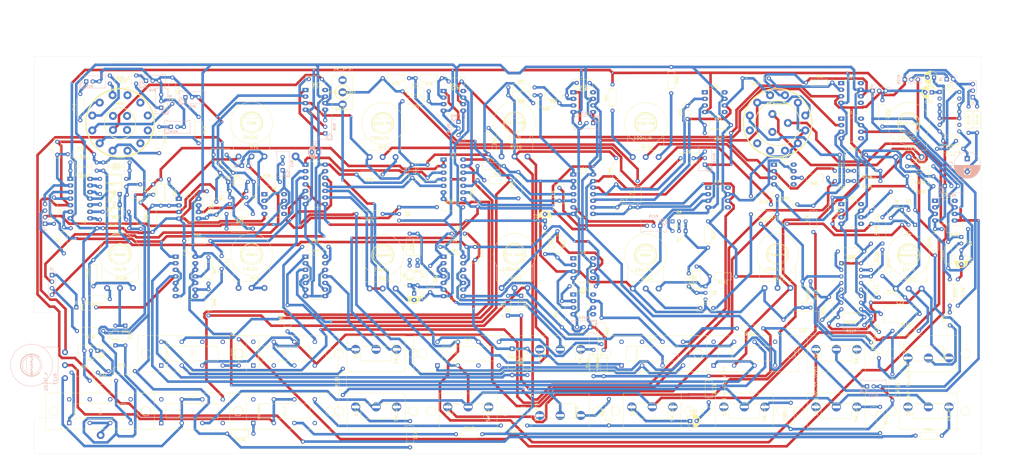
<source format=kicad_pcb>
(kicad_pcb (version 20171130) (host pcbnew "(5.1.5-0-10_14)")
  (layers (0 F.Cu signal) (31 B.Cu signal) (35 F.Paste user) (37 F.SilkS user) (38 B.Mask user) (39 F.Mask user) (44 Edge.Cuts user))
  (net 0 "")
  (net 1 "Net-(C1-Pad1)")
  (net 2 GND)
  (net 3 TO_RANGE)
  (net 4 -15V)
  (net 5 "Net-(C4-Pad2)")
  (net 6 VOUT_TO_SEQ_SKT)
  (net 7 "Net-(C6-Pad1)")
  (net 8 "Net-(C7-Pad1)")
  (net 9 KEYBOARD_IC7_PIN_6)
  (net 10 "Net-(C9-Pad1)")
  (net 11 "Net-(C10-Pad2)")
  (net 12 TO_D3)
  (net 13 "Net-(C11-Pad1)")
  (net 14 "Net-(C12-Pad1)")
  (net 15 "Net-(C13-Pad2)")
  (net 16 "Net-(C13-Pad1)")
  (net 17 "Net-(C14-Pad1)")
  (net 18 VCO1_SAW1)
  (net 19 "Net-(C15-Pad2)")
  (net 20 IC22_PIN_3)
  (net 21 "Net-(C16-Pad2)")
  (net 22 "Net-(C17-Pad1)")
  (net 23 "Net-(C17-Pad2)")
  (net 24 "Net-(C18-Pad2)")
  (net 25 TO_VCA_C27)
  (net 26 "Net-(C19-Pad2)")
  (net 27 S5_VCO2)
  (net 28 VCO2_SAW)
  (net 29 "Net-(C20-Pad2)")
  (net 30 "Net-(C21-Pad2)")
  (net 31 "Net-(C21-Pad1)")
  (net 32 "Net-(C22-Pad1)")
  (net 33 "Net-(C23-Pad1)")
  (net 34 NOISE)
  (net 35 "Net-(C24-Pad1)")
  (net 36 "Net-(C25-Pad2)")
  (net 37 "Net-(C25-Pad1)")
  (net 38 TO_VCA_C26)
  (net 39 "Net-(C26-Pad1)")
  (net 40 "Net-(C27-Pad2)")
  (net 41 "Net-(C28-Pad2)")
  (net 42 VCF_OUT)
  (net 43 "Net-(C29-Pad2)")
  (net 44 "Net-(C29-Pad1)")
  (net 45 "Net-(C30-Pad2)")
  (net 46 "Net-(C31-Pad2)")
  (net 47 "Net-(C31-Pad1)")
  (net 48 "Net-(C32-Pad1)")
  (net 49 "Net-(C33-Pad1)")
  (net 50 "Net-(C34-Pad1)")
  (net 51 "Net-(C34-Pad2)")
  (net 52 "Net-(D1-Pad2)")
  (net 53 "Net-(D2-Pad2)")
  (net 54 "Net-(D3-Pad2)")
  (net 55 TO_D4)
  (net 56 TRIG_OUT_TO_SEQ_SKT)
  (net 57 "Net-(D6-Pad2)")
  (net 58 "Net-(D7-Pad1)")
  (net 59 "Net-(D8-Pad2)")
  (net 60 "Net-(D8-Pad1)")
  (net 61 "Net-(D10-Pad2)")
  (net 62 "Net-(D10-Pad1)")
  (net 63 VIN_TO_SEQ_SKT)
  (net 64 "Net-(Q3-Pad2)")
  (net 65 "Net-(Q3-Pad1)")
  (net 66 "Net-(Q4-Pad1)")
  (net 67 "Net-(Q4-Pad3)")
  (net 68 "Net-(Q5-Pad2)")
  (net 69 "Net-(Q6-Pad1)")
  (net 70 "Net-(Q7-Pad2)")
  (net 71 "Net-(Q9-Pad2)")
  (net 72 "Net-(R29-Pad2)")
  (net 73 "Net-(R31-Pad1)")
  (net 74 "Net-(R32-Pad2)")
  (net 75 "Net-(R140-Pad2)")
  (net 76 "Net-(R34-Pad1)")
  (net 77 "Net-(R36-Pad1)")
  (net 78 "Net-(R38-Pad2)")
  (net 79 "Net-(R39-Pad2)")
  (net 80 TO_R41)
  (net 81 "Net-(R42-Pad1)")
  (net 82 "Net-(R42-Pad2)")
  (net 83 "Net-(R43-Pad2)")
  (net 84 "Net-(R43-Pad1)")
  (net 85 "Net-(R44-Pad2)")
  (net 86 "Net-(R45-Pad1)")
  (net 87 "Net-(R45-Pad2)")
  (net 88 "Net-(R46-Pad2)")
  (net 89 "Net-(R46-Pad1)")
  (net 90 "Net-(R47-Pad1)")
  (net 91 "Net-(R47-Pad2)")
  (net 92 "Net-(R48-Pad2)")
  (net 93 "Net-(R49-Pad2)")
  (net 94 "Net-(R50-Pad2)")
  (net 95 "Net-(R50-Pad1)")
  (net 96 "Net-(R57-Pad2)")
  (net 97 "Net-(R62-Pad2)")
  (net 98 "Net-(R63-Pad1)")
  (net 99 "Net-(R64-Pad2)")
  (net 100 ENVELOPE)
  (net 101 "Net-(R66-Pad1)")
  (net 102 "Net-(R67-Pad1)")
  (net 103 "Net-(R70-Pad2)")
  (net 104 "Net-(R70-Pad1)")
  (net 105 "Net-(R72-Pad1)")
  (net 106 "Net-(R74-Pad1)")
  (net 107 "Net-(R77-Pad2)")
  (net 108 VCO1_SQR)
  (net 109 "Net-(R78-Pad1)")
  (net 110 "Net-(R150-Pad2)")
  (net 111 TO_VCO1_R79)
  (net 112 "Net-(R80-Pad1)")
  (net 113 "Net-(R80-Pad2)")
  (net 114 "Net-(R81-Pad2)")
  (net 115 "Net-(R81-Pad1)")
  (net 116 "Net-(R82-Pad1)")
  (net 117 "Net-(R83-Pad2)")
  (net 118 "Net-(R86-Pad1)")
  (net 119 "Net-(R142-Pad2)")
  (net 120 "Net-(R88-Pad1)")
  (net 121 VCO2_SQR)
  (net 122 "Net-(R91-Pad2)")
  (net 123 "Net-(R93-Pad2)")
  (net 124 "Net-(R95-Pad1)")
  (net 125 "Net-(R97-Pad1)")
  (net 126 VCO2_SAW_INV)
  (net 127 "Net-(R101-Pad1)")
  (net 128 THUMBWEEL_MOD)
  (net 129 ENV_MOD)
  (net 130 "Net-(R106-Pad1)")
  (net 131 "Net-(R107-Pad2)")
  (net 132 "Net-(R108-Pad2)")
  (net 133 TO_VCF_IC20_3)
  (net 134 "Net-(R110-Pad1)")
  (net 135 "Net-(R111-Pad2)")
  (net 136 "Net-(R111-Pad1)")
  (net 137 "Net-(R113-Pad1)")
  (net 138 "Net-(R118-Pad1)")
  (net 139 VCO1_SAW2)
  (net 140 TO_VCF_R120)
  (net 141 "Net-(R125-Pad1)")
  (net 142 "Net-(R129-Pad1)")
  (net 143 "Net-(R130-Pad2)")
  (net 144 "Net-(R133-Pad1)")
  (net 145 ADSR)
  (net 146 "Net-(R137-Pad1)")
  (net 147 "Net-(R138-Pad1)")
  (net 148 "Net-(R139-Pad2)")
  (net 149 TO_KBD_R140)
  (net 150 TO_KBD_R141)
  (net 151 ENV_MOD_TO_S19)
  (net 152 THUMBWEEL_MOD_TO_S13)
  (net 153 "Net-(R149-Pad2)")
  (net 154 "Net-(R150-Pad1)")
  (net 155 "Net-(U3-Pad3)")
  (net 156 LFO_TO_VR20_SLIDER)
  (net 157 TO_IC5_PIN7)
  (net 158 "Net-(RV8-Pad3)")
  (net 159 "Net-(RV8-Pad1)")
  (net 160 "Net-(U8-Pad11)")
  (net 161 "Net-(RV11-Pad2)")
  (net 162 "Net-(U8-Pad3)")
  (net 163 "Net-(RV13-Pad3)")
  (net 164 "Net-(RV13-Pad1)")
  (net 165 "Net-(RV15-Pad2)")
  (net 166 "Net-(RV19-Pad2)")
  (net 167 "Net-(RV17-Pad3)")
  (net 168 "Net-(RV18-Pad2)")
  (net 169 "Net-(U22-Pad12)")
  (net 170 "Net-(U22-Pad2)")
  (net 171 "Net-(SW5-Pad2)")
  (net 172 VCO2_MOD_SWITCH_S6-1)
  (net 173 "Net-(RV22-Pad1)")
  (net 174 "Net-(RV27-Pad2)")
  (net 175 "Net-(SW21-Pad14)")
  (net 176 "Net-(R27-Pad1)")
  (net 177 "Net-(R1-Pad1)")
  (net 178 "Net-(R84-Pad2)")
  (net 179 "Net-(R94-Pad1)")
  (net 180 "Net-(R115-Pad1)")
  (net 181 "Net-(U1-Pad3)")
  (net 182 +15V)
  (net 183 "Net-(RV9-Pad2)")
  (net 184 "Net-(RV10-Pad1)")
  (net 185 "Net-(C4-Pad1)")
  (net 186 "Net-(RV3-Pad1)")
  (net 187 TRIGGER_BUS)
  (net 188 KEYBOARD_HIGH_END)
  (net 189 KEYBOARD_BUS)
  (net 190 KEYBOARD_LOW_END)
  (net 191 "Net-(RV17-Pad1)")
  (net 192 "Net-(C5-Pad1)")
  (net 193 "Net-(R61-Pad2)")
  (net 194 "Net-(RV20-Pad3)")
  (net 195 "Net-(RV27-Pad3)")
  (net 196 LFO_MOD_S17)
  (net 197 LFO_MOD_S16)
  (net 198 "Net-(SW9-Pad1)")
  (net 199 TO_VCA_R136)
  (net 200 "Net-(SW8-Pad3)")
  (net 201 "Net-(J1-Pad2)")
  (net 202 "Net-(J1-Pad1)")
  (net 203 "Net-(R46-1-Pad2)")
  (net 204 "Net-(R46-1-Pad1)")
  (module Capacitor_THT:C_Rect_L7.2mm_W2.5mm_P5.00mm_FKS2_FKP2_MKS2_MKP2 (layer F.Cu) (at 95.758 147.6375 90)
    (fp_text reference C6 (at 2.5 -2.5 90) (layer F.SilkS))
    (fp_text value 10n)
    (pad 2 thru_hole circle (at 5 0 90) (size 1.6 1.6) (drill 0.8) (layers *.Cu *.Mask) (net 2 GND))
    (pad 1 thru_hole circle (at 0 0 90) (size 1.6 1.6) (drill 0.8) (layers *.Cu *.Mask) (net 7 "Net-(C6-Pad1)"))
  )
  (module Capacitor_THT:C_Rect_L7.2mm_W2.5mm_P5.00mm_FKS2_FKP2_MKS2_MKP2 (layer F.Cu) (at 136.525 95.25 180)
    (fp_text reference C8 (at 2.5 -2.5) (layer F.SilkS))
    (fp_text value 10n)
    (pad 2 thru_hole circle (at 5 0 180) (size 1.6 1.6) (drill 0.8) (layers *.Cu *.Mask) (net 3 TO_RANGE))
    (pad 1 thru_hole circle (at 0 0 180) (size 1.6 1.6) (drill 0.8) (layers *.Cu *.Mask) (net 9 KEYBOARD_IC7_PIN_6))
  )
  (module Capacitor_THT:C_Rect_L7.2mm_W2.5mm_P5.00mm_FKS2_FKP2_MKS2_MKP2 (layer F.Cu) (at 186.69 154.94)
    (fp_text reference C9 (at 2.5 -2.5) (layer F.SilkS))
    (fp_text value 10n)
    (pad 2 thru_hole circle (at 5 0) (size 1.6 1.6) (drill 0.8) (layers *.Cu *.Mask) (net 11 "Net-(C10-Pad2)"))
    (pad 1 thru_hole circle (at 0 0) (size 1.6 1.6) (drill 0.8) (layers *.Cu *.Mask) (net 10 "Net-(C9-Pad1)"))
  )
  (module Capacitor_THT:C_Rect_L7.2mm_W2.5mm_P5.00mm_FKS2_FKP2_MKS2_MKP2 (layer F.Cu) (at 195.707 160.0835 270)
    (fp_text reference C10 (at 2.5 -2.5 90) (layer F.SilkS))
    (fp_text value 10n)
    (pad 2 thru_hole circle (at 5 0 270) (size 1.6 1.6) (drill 0.8) (layers *.Cu *.Mask) (net 11 "Net-(C10-Pad2)"))
    (pad 1 thru_hole circle (at 0 0 270) (size 1.6 1.6) (drill 0.8) (layers *.Cu *.Mask) (net 12 TO_D3))
  )
  (module Capacitor_THT:C_Rect_L7.2mm_W2.5mm_P5.00mm_FKS2_FKP2_MKS2_MKP2 (layer F.Cu) (at 97.79 163.576 270)
    (fp_text reference C13 (at 2.5 -2.5 90) (layer F.SilkS))
    (fp_text value 10n)
    (pad 2 thru_hole circle (at 5 0 270) (size 1.6 1.6) (drill 0.8) (layers *.Cu *.Mask) (net 15 "Net-(C13-Pad2)"))
    (pad 1 thru_hole circle (at 0 0 270) (size 1.6 1.6) (drill 0.8) (layers *.Cu *.Mask) (net 16 "Net-(C13-Pad1)"))
  )
  (module Capacitor_THT:C_Rect_L7.2mm_W2.5mm_P5.00mm_FKS2_FKP2_MKS2_MKP2 (layer F.Cu) (at 190.5 96.139 180)
    (fp_text reference C15 (at 2.5 -2.5) (layer F.SilkS))
    (fp_text value 10n)
    (pad 2 thru_hole circle (at 5 0 180) (size 1.6 1.6) (drill 0.8) (layers *.Cu *.Mask) (net 19 "Net-(C15-Pad2)"))
    (pad 1 thru_hole circle (at 0 0 180) (size 1.6 1.6) (drill 0.8) (layers *.Cu *.Mask) (net 18 VCO1_SAW1))
  )
  (module Capacitor_THT:C_Rect_L7.2mm_W2.5mm_P5.00mm_FKS2_FKP2_MKS2_MKP2 (layer F.Cu) (at 250.6345 144.78)
    (fp_text reference C17 (at 2.5 -2.5) (layer F.SilkS))
    (fp_text value 10n)
    (pad 2 thru_hole circle (at 5 0) (size 1.6 1.6) (drill 0.8) (layers *.Cu *.Mask) (net 23 "Net-(C17-Pad2)"))
    (pad 1 thru_hole circle (at 0 0) (size 1.6 1.6) (drill 0.8) (layers *.Cu *.Mask) (net 22 "Net-(C17-Pad1)"))
  )
  (module Capacitor_THT:C_Rect_L7.2mm_W2.5mm_P5.00mm_FKS2_FKP2_MKS2_MKP2 (layer F.Cu) (at 239.9665 96.7105 180)
    (fp_text reference C18 (at 2.5 -2.5) (layer F.SilkS))
    (fp_text value 10n)
    (pad 2 thru_hole circle (at 5 0 180) (size 1.6 1.6) (drill 0.8) (layers *.Cu *.Mask) (net 24 "Net-(C18-Pad2)"))
    (pad 1 thru_hole circle (at 0 0 180) (size 1.6 1.6) (drill 0.8) (layers *.Cu *.Mask) (net 25 TO_VCA_C27))
  )
  (module Capacitor_THT:C_Rect_L7.2mm_W2.5mm_P5.00mm_FKS2_FKP2_MKS2_MKP2 (layer F.Cu) (at 277.749 110.617 90)
    (fp_text reference C20 (at 2.5 -2.5 90) (layer F.SilkS))
    (fp_text value 10n)
    (pad 2 thru_hole circle (at 5 0 90) (size 1.6 1.6) (drill 0.8) (layers *.Cu *.Mask) (net 29 "Net-(C20-Pad2)"))
    (pad 1 thru_hole circle (at 0 0 90) (size 1.6 1.6) (drill 0.8) (layers *.Cu *.Mask) (net 28 VCO2_SAW))
  )
  (module Capacitor_THT:C_Rect_L7.2mm_W2.5mm_P5.00mm_FKS2_FKP2_MKS2_MKP2 (layer F.Cu) (at 379.095 190.373 90)
    (fp_text reference C28 (at 2.5 -2.5 90) (layer F.SilkS))
    (fp_text value 220n)
    (pad 2 thru_hole circle (at 5 0 90) (size 1.6 1.6) (drill 0.8) (layers *.Cu *.Mask) (net 41 "Net-(C28-Pad2)"))
    (pad 1 thru_hole circle (at 0 0 90) (size 1.6 1.6) (drill 0.8) (layers *.Cu *.Mask) (net 42 VCF_OUT))
  )
  (module Capacitor_THT:C_Rect_L7.2mm_W2.5mm_P5.00mm_FKS2_FKP2_MKS2_MKP2 (layer F.Cu) (at 334.6958 130.6576)
    (fp_text reference C27 (at 2.5 -2.5) (layer F.SilkS))
    (fp_text value 220n)
    (pad 2 thru_hole circle (at 5 0) (size 1.6 1.6) (drill 0.8) (layers *.Cu *.Mask) (net 40 "Net-(C27-Pad2)"))
    (pad 1 thru_hole circle (at 0 0) (size 1.6 1.6) (drill 0.8) (layers *.Cu *.Mask) (net 25 TO_VCA_C27))
  )
  (module Capacitor_THT:C_Rect_L7.2mm_W2.5mm_P5.00mm_FKS2_FKP2_MKS2_MKP2 (layer F.Cu) (at 339.7123 134.5946 180)
    (fp_text reference C26 (at 2.5 -2.5) (layer F.SilkS))
    (fp_text value 220n)
    (pad 2 thru_hole circle (at 5 0 180) (size 1.6 1.6) (drill 0.8) (layers *.Cu *.Mask) (net 38 TO_VCA_C26))
    (pad 1 thru_hole circle (at 0 0 180) (size 1.6 1.6) (drill 0.8) (layers *.Cu *.Mask) (net 39 "Net-(C26-Pad1)"))
  )
  (module Capacitor_THT:C_Rect_L7.2mm_W2.5mm_P5.00mm_FKS2_FKP2_MKS2_MKP2 (layer F.Cu) (at 282.702 183.642)
    (fp_text reference C24 (at 2.5 -2.5) (layer F.SilkS))
    (fp_text value 220n)
    (pad 2 thru_hole circle (at 5 0) (size 1.6 1.6) (drill 0.8) (layers *.Cu *.Mask) (net 34 NOISE))
    (pad 1 thru_hole circle (at 0 0) (size 1.6 1.6) (drill 0.8) (layers *.Cu *.Mask) (net 35 "Net-(C24-Pad1)"))
  )
  (module Capacitor_THT:C_Rect_L7.2mm_W3.5mm_P5.00mm_FKS2_FKP2_MKS2_MKP2 (layer F.Cu) (at 275.082 125.7935)
    (fp_text reference C19 (at 2.5 -2.5) (layer F.SilkS))
    (fp_text value 15n)
    (pad 2 thru_hole circle (at 5 0) (size 1.6 1.6) (drill 0.8) (layers *.Cu *.Mask) (net 26 "Net-(C19-Pad2)"))
    (pad 1 thru_hole circle (at 0 0) (size 1.6 1.6) (drill 0.8) (layers *.Cu *.Mask) (net 27 S5_VCO2))
  )
  (module Capacitor_THT:C_Rect_L7.2mm_W3.5mm_P5.00mm_FKS2_FKP2_MKS2_MKP2 (layer F.Cu) (at 228.2825 142.24 90)
    (fp_text reference C16 (at 2.5 -2.5 90) (layer F.SilkS))
    (fp_text value 15n)
    (pad 2 thru_hole circle (at 5 0 90) (size 1.6 1.6) (drill 0.8) (layers *.Cu *.Mask) (net 21 "Net-(C16-Pad2)"))
    (pad 1 thru_hole circle (at 0 0 90) (size 1.6 1.6) (drill 0.8) (layers *.Cu *.Mask) (net 20 IC22_PIN_3))
  )
  (module Capacitor_THT:C_Rect_L7.2mm_W4.5mm_P5.00mm_FKS2_FKP2_MKS2_MKP2 (layer F.Cu) (at 99.695 124.46 180)
    (fp_text reference C5 (at 2.5 -3.5) (layer F.SilkS))
    (fp_text value 470n)
    (pad 1 thru_hole circle (at 0 0 180) (size 1.6 1.6) (drill 0.8) (layers *.Cu *.Mask) (net 192 "Net-(C5-Pad1)"))
    (pad 2 thru_hole circle (at 5 0 180) (size 1.6 1.6) (drill 0.8) (layers *.Cu *.Mask) (net 2 GND))
  )
  (module Capacitor_THT:C_Axial_L12.0mm_D6.5mm_P15.00mm_Horizontal (layer F.Cu) (at 352.425 185.928)
    (fp_text reference C23 (at 7.5 -4.37) (layer F.SilkS))
    (fp_text value "680p polystyrene")
    (pad 1 thru_hole circle (at 0 0) (size 1.6 1.6) (drill 0.8) (layers *.Cu *.Mask) (net 33 "Net-(C23-Pad1)"))
    (pad 2 thru_hole oval (at 15 0) (size 1.6 1.6) (drill 0.8) (layers *.Cu *.Mask) (net 2 GND))
  )
  (module Capacitor_THT:C_Axial_L12.0mm_D6.5mm_P15.00mm_Horizontal (layer F.Cu) (at 329.819 188.214 180)
    (fp_text reference C22 (at 7.5 -4.37) (layer F.SilkS))
    (fp_text value "680p polystyrene")
    (pad 1 thru_hole circle (at 0 0 180) (size 1.6 1.6) (drill 0.8) (layers *.Cu *.Mask) (net 32 "Net-(C22-Pad1)"))
    (pad 2 thru_hole oval (at 15 0 180) (size 1.6 1.6) (drill 0.8) (layers *.Cu *.Mask) (net 2 GND))
  )
  (module Capacitor_THT:C_Rect_L7.2mm_W2.5mm_P5.00mm_FKS2_FKP2_MKS2_MKP2 (layer F.Cu) (at 71.374 135.89 180)
    (fp_text reference C4 (at 2.5 -2.5) (layer F.SilkS))
    (fp_text value 100n)
    (pad 1 thru_hole circle (at 0 0 180) (size 1.6 1.6) (drill 0.8) (layers *.Cu *.Mask) (net 185 "Net-(C4-Pad1)"))
    (pad 2 thru_hole circle (at 5 0 180) (size 1.6 1.6) (drill 0.8) (layers *.Cu *.Mask) (net 5 "Net-(C4-Pad2)"))
  )
  (module Capacitor_THT:C_Rect_L7.2mm_W2.5mm_P5.00mm_FKS2_FKP2_MKS2_MKP2 (layer F.Cu) (at 102.235 131.445 180)
    (fp_text reference C7 (at 2.5 -2.5) (layer F.SilkS))
    (fp_text value 100n)
    (pad 1 thru_hole circle (at 0 0 180) (size 1.6 1.6) (drill 0.8) (layers *.Cu *.Mask) (net 8 "Net-(C7-Pad1)"))
    (pad 2 thru_hole circle (at 5 0 180) (size 1.6 1.6) (drill 0.8) (layers *.Cu *.Mask) (net 2 GND))
  )
  (module Capacitor_THT:C_Rect_L7.2mm_W2.5mm_P5.00mm_FKS2_FKP2_MKS2_MKP2 (layer F.Cu) (at 171.45 133.35 90)
    (fp_text reference C14 (at 2.5 -2.5 90) (layer F.SilkS))
    (fp_text value 100n)
    (pad 1 thru_hole circle (at 0 0 90) (size 1.6 1.6) (drill 0.8) (layers *.Cu *.Mask) (net 17 "Net-(C14-Pad1)"))
    (pad 2 thru_hole circle (at 5 0 90) (size 1.6 1.6) (drill 0.8) (layers *.Cu *.Mask) (net 2 GND))
  )
  (module Capacitor_THT:C_Rect_L7.2mm_W2.5mm_P5.00mm_FKS2_FKP2_MKS2_MKP2 (layer F.Cu) (at 348.8055 146.1135 270)
    (fp_text reference C21 (at 2.5 -2.5 90) (layer F.SilkS))
    (fp_text value 100n)
    (pad 1 thru_hole circle (at 0 0 270) (size 1.6 1.6) (drill 0.8) (layers *.Cu *.Mask) (net 31 "Net-(C21-Pad1)"))
    (pad 2 thru_hole circle (at 5 0 270) (size 1.6 1.6) (drill 0.8) (layers *.Cu *.Mask) (net 30 "Net-(C21-Pad2)"))
  )
  (module Capacitor_THT:C_Rect_L7.2mm_W2.5mm_P5.00mm_FKS2_FKP2_MKS2_MKP2 (layer F.Cu) (at 278.257 170.307 270)
    (fp_text reference C25 (at 2.5 -2.5 90) (layer F.SilkS))
    (fp_text value 100n)
    (pad 1 thru_hole circle (at 0 0 270) (size 1.6 1.6) (drill 0.8) (layers *.Cu *.Mask) (net 37 "Net-(C25-Pad1)"))
    (pad 2 thru_hole circle (at 5 0 270) (size 1.6 1.6) (drill 0.8) (layers *.Cu *.Mask) (net 36 "Net-(C25-Pad2)"))
  )
  (module Capacitor_THT:C_Rect_L7.2mm_W2.5mm_P5.00mm_FKS2_FKP2_MKS2_MKP2 (layer F.Cu) (at 381.508 119.126 180)
    (fp_text reference C33 (at 2.5 -2.5) (layer F.SilkS))
    (fp_text value 100n)
    (pad 1 thru_hole circle (at 0 0 180) (size 1.6 1.6) (drill 0.8) (layers *.Cu *.Mask) (net 49 "Net-(C33-Pad1)"))
    (pad 2 thru_hole circle (at 5 0 180) (size 1.6 1.6) (drill 0.8) (layers *.Cu *.Mask) (net 4 -15V))
  )
  (module Capacitor_THT:C_Rect_L7.2mm_W7.2mm_P5.00mm_FKS2_FKP2_MKS2_MKP2 (layer F.Cu) (at 177.3555 133.35 90)
    (fp_text reference C1 (at 2.5 -4.85 90) (layer F.SilkS))
    (fp_text value 1u)
    (pad 1 thru_hole circle (at 0 0 90) (size 1.6 1.6) (drill 0.8) (layers *.Cu *.Mask) (net 1 "Net-(C1-Pad1)"))
    (pad 2 thru_hole circle (at 5 0 90) (size 1.6 1.6) (drill 0.8) (layers *.Cu *.Mask) (net 2 GND))
  )
  (module Capacitor_THT:C_Rect_L7.2mm_W2.5mm_P5.00mm_FKS2_FKP2_MKS2_MKP2 (layer F.Cu) (at 34.29 124.46 90)
    (fp_text reference C2 (at 2.5 -2.5 90) (layer F.SilkS))
    (fp_text value 22n)
    (pad 1 thru_hole circle (at 0 0 90) (size 1.6 1.6) (drill 0.8) (layers *.Cu *.Mask) (net 187 TRIGGER_BUS))
    (pad 2 thru_hole circle (at 5 0 90) (size 1.6 1.6) (drill 0.8) (layers *.Cu *.Mask) (net 2 GND))
  )
  (module Capacitor_THT:CP_Radial_D10.0mm_P5.00mm (layer B.Cu) (at 385.826 125.984 270)
    (fp_text reference C34 (at 2.5 6.25 90) (layer B.SilkS) (effects (justify mirror)))
    (fp_text value "470u 25V")
    (pad 1 thru_hole rect (at 0 0 270) (size 2 2) (drill 1) (layers *.Cu *.Mask) (net 50 "Net-(C34-Pad1)"))
    (pad 2 thru_hole circle (at 5 0 270) (size 2 2) (drill 1) (layers *.Cu *.Mask) (net 51 "Net-(C34-Pad2)"))
  )
  (module Button_Switch_THT:SR2612F-0304-18R0B-D8-N (layer F.Cu) (at 312.547 112.1664)
    (fp_text reference SW21)
    (fp_text value SW_Rotary2x6 (at 0.025 -7.45) (layer F.SilkS) (effects (font (size 0.8 0.8) (thickness 0.175))))
    (pad 15 thru_hole circle (at -2 3.464102) (size 3.0988 3.0988) (drill 1.50114) (layers *.Cu *.Mask))
    (pad 13 thru_hole circle (at -2 -3.464102) (size 3.0988 3.0988) (drill 1.50114) (layers *.Cu *.Mask) (net 194 "Net-(RV20-Pad3)"))
    (pad 14 thru_hole circle (at 4 0) (size 3.0988 3.0988) (drill 1.50114) (layers *.Cu *.Mask) (net 175 "Net-(SW21-Pad14)"))
    (pad 9 thru_hole circle (at 2.87528 10.72388) (size 3.0988 3.0988) (drill 1.50114) (layers *.Cu *.Mask))
    (pad 8 thru_hole circle (at 7.85114 7.85114) (size 3.0988 3.0988) (drill 1.50114) (layers *.Cu *.Mask) (net 140 TO_VCF_R120))
    (pad 7 thru_hole circle (at 10.72388 2.87528) (size 3.0988 3.0988) (drill 1.50114) (layers *.Cu *.Mask) (net 140 TO_VCF_R120))
    (pad 6 thru_hole circle (at 10.72388 -2.87528) (size 3.0988 3.0988) (drill 1.50114) (layers *.Cu *.Mask) (net 25 TO_VCA_C27))
    (pad 5 thru_hole circle (at 7.85114 -7.85114) (size 3.0988 3.0988) (drill 1.50114) (layers *.Cu *.Mask) (net 140 TO_VCF_R120))
    (pad 4 thru_hole circle (at 2.87528 -10.72388) (size 3.0988 3.0988) (drill 1.50114) (layers *.Cu *.Mask) (net 126 VCO2_SAW_INV))
    (pad 3 thru_hole circle (at -2.87528 -10.72388) (size 3.0988 3.0988) (drill 1.50114) (layers *.Cu *.Mask) (net 28 VCO2_SAW))
    (pad 2 thru_hole circle (at -7.85114 -7.85114) (size 3.0988 3.0988) (drill 1.50114) (layers *.Cu *.Mask) (net 25 TO_VCA_C27))
    (pad 1 thru_hole circle (at -10.72388 -2.87528) (size 3.0988 3.0988) (drill 1.50114) (layers *.Cu *.Mask) (net 121 VCO2_SQR))
    (pad 12 thru_hole circle (at -10.72388 2.87528) (size 3.0988 3.0988) (drill 1.50114) (layers *.Cu *.Mask))
    (pad 11 thru_hole circle (at -7.85114 7.85114 90) (size 3.0988 3.0988) (drill 1.50114) (layers *.Cu *.Mask))
    (pad 10 thru_hole circle (at -2.87528 10.72388) (size 3.0988 3.0988) (drill 1.50114) (layers *.Cu *.Mask))
  )
  (module Potentiometers:Potentiometer_Trimmer_Bourns_PV36W (layer B.Cu) (at 74.422 106.299 90)
    (fp_text reference RV7-1 (at 2.54 3.66 90) (layer B.SilkS) (effects (justify mirror)))
    (fp_text value 47k)
    (pad 1 thru_hole rect (at 0 0 270) (size 1.62 1.62) (drill 0.9) (layers *.Cu *.Mask) (net 203 "Net-(R46-1-Pad2)"))
    (pad 2 thru_hole circle (at 2.54 0 270) (size 1.62 1.62) (drill 0.9) (layers *.Cu *.Mask) (net 3 TO_RANGE))
    (pad 3 thru_hole circle (at 5.08 0 270) (size 1.62 1.62) (drill 0.9) (layers *.Cu *.Mask) (net 3 TO_RANGE))
  )
  (module Resistor_THT:R_Axial_DIN0207_L6.3mm_D2.5mm_P10.16mm_Horizontal (layer F.Cu) (at 54.61 96.9645)
    (fp_text reference R46-1 (at 5.08 -2.37) (layer F.SilkS))
    (fp_text value 390k)
    (pad 1 thru_hole circle (at 0 0) (size 1.6 1.6) (drill 0.8) (layers *.Cu *.Mask) (net 204 "Net-(R46-1-Pad1)"))
    (pad 2 thru_hole oval (at 10.16 0) (size 1.6 1.6) (drill 0.8) (layers *.Cu *.Mask) (net 203 "Net-(R46-1-Pad2)"))
  )
  (module Connector_Wire:SolderWirePad_1x01_Drill1.2mm (layer F.Cu) (at 126.365 125.095)
    (fp_text reference "" hide)
    (fp_text value SolderWirePad_1x01_Drill1.2mm hide)
    (pad 1 thru_hole circle (at 0 0) (size 3 3) (drill 1.5) (layers *.Cu *.Mask) (net 1 "Net-(C1-Pad1)"))
  )
  (module Connector_Wire:SolderWirePad_1x01_Drill1.2mm (layer F.Cu) (at 51.054 232.791)
    (fp_text reference "" hide)
    (fp_text value SolderWirePad_1x01_Drill1.2mm hide)
    (pad 1 thru_hole circle (at 0 0) (size 3 3) (drill 1.5) (layers *.Cu *.Mask) (net 1 "Net-(C1-Pad1)"))
  )
  (module MountingHole:MountingHole_3.2mm_M3 (layer F.Cu) (at 38.1 90.17)
    (fp_text reference REF** hide)
    (fp_text value MountingHole_3.2mm_M3)
    (pad 1 np_thru_hole circle (at 0 0) (size 3.2 3.2) (drill 3.2) (layers *.Cu *.Mask))
  )
  (module MountingHole:MountingHole_3.2mm_M3 (layer F.Cu) (at 38.1 236.22)
    (fp_text reference REF** hide)
    (fp_text value MountingHole_3.2mm_M3)
    (pad 1 np_thru_hole circle (at 0 0) (size 3.2 3.2) (drill 3.2) (layers *.Cu *.Mask))
  )
  (module MountingHole:MountingHole_3.2mm_M3 (layer F.Cu) (at 210.82 236.22)
    (fp_text reference REF** hide)
    (fp_text value MountingHole_3.2mm_M3)
    (pad 1 np_thru_hole circle (at 0 0) (size 3.2 3.2) (drill 3.2) (layers *.Cu *.Mask))
  )
  (module MountingHole:MountingHole_3.2mm_M3 (layer F.Cu) (at 383.54 236.22)
    (fp_text reference REF** hide)
    (fp_text value MountingHole_3.2mm_M3)
    (pad 1 np_thru_hole circle (at 0 0) (size 3.2 3.2) (drill 3.2) (layers *.Cu *.Mask))
  )
  (module MountingHole:MountingHole_3.2mm_M3 (layer F.Cu) (at 383.54 90.17)
    (fp_text reference REF** hide)
    (fp_text value MountingHole_3.2mm_M3)
    (pad 1 np_thru_hole circle (at 0 0) (size 3.2 3.2) (drill 3.2) (layers *.Cu *.Mask))
  )
  (module MountingHole:MountingHole_3.2mm_M3 (layer F.Cu) (at 210.82 90.17)
    (fp_text reference REF** hide)
    (fp_text value MountingHole_3.2mm_M3)
    (pad 1 np_thru_hole circle (at 0 0) (size 3.2 3.2) (drill 3.2) (layers *.Cu *.Mask))
  )
  (module MyKi_TH_Panel_Controls:SW_Rotary4+12 (layer F.Cu) (at 58.547 112.1664)
    (fp_text reference SW2)
    (fp_text value RANGE (at 0.025 -7.45) (layer F.SilkS) (effects (font (size 0.8 0.8) (thickness 0.175))))
    (pad 14 thru_hole circle (at 2.72542 2.72542) (size 3.0988 3.0988) (drill 1.50114) (layers *.Cu *.Mask))
    (pad 16 thru_hole circle (at 2.72542 -2.72542) (size 3.0988 3.0988) (drill 1.50114) (layers *.Cu *.Mask))
    (pad 15 thru_hole circle (at -2.72542 -2.72542) (size 3.0988 3.0988) (drill 1.50114) (layers *.Cu *.Mask))
    (pad 13 thru_hole circle (at -2.72542 2.72542) (size 3.0988 3.0988) (drill 1.50114) (layers *.Cu *.Mask) (net 9 KEYBOARD_IC7_PIN_6))
    (pad 12 thru_hole circle (at 2.87528 10.72388) (size 3.0988 3.0988) (drill 1.50114) (layers *.Cu *.Mask))
    (pad 11 thru_hole circle (at 7.85114 7.85114) (size 3.0988 3.0988) (drill 1.50114) (layers *.Cu *.Mask))
    (pad 10 thru_hole circle (at 10.72388 2.87528) (size 3.0988 3.0988) (drill 1.50114) (layers *.Cu *.Mask))
    (pad 9 thru_hole circle (at 10.72388 -2.87528) (size 3.0988 3.0988) (drill 1.50114) (layers *.Cu *.Mask))
    (pad 8 thru_hole circle (at 7.85114 -7.85114) (size 3.0988 3.0988) (drill 1.50114) (layers *.Cu *.Mask))
    (pad 7 thru_hole circle (at 2.87528 -10.72388) (size 3.0988 3.0988) (drill 1.50114) (layers *.Cu *.Mask))
    (pad 6 thru_hole circle (at -2.87528 -10.72388) (size 3.0988 3.0988) (drill 1.50114) (layers *.Cu *.Mask) (net 204 "Net-(R46-1-Pad1)"))
    (pad 5 thru_hole circle (at -7.85114 -7.85114) (size 3.0988 3.0988) (drill 1.50114) (layers *.Cu *.Mask) (net 89 "Net-(R46-Pad1)"))
    (pad 4 thru_hole circle (at -10.72388 -2.87528) (size 3.0988 3.0988) (drill 1.50114) (layers *.Cu *.Mask) (net 87 "Net-(R45-Pad2)"))
    (pad 3 thru_hole circle (at -10.72388 2.87528) (size 3.0988 3.0988) (drill 1.50114) (layers *.Cu *.Mask) (net 85 "Net-(R44-Pad2)"))
    (pad 2 thru_hole circle (at -7.85114 7.85114) (size 3.0988 3.0988) (drill 1.50114) (layers *.Cu *.Mask) (net 83 "Net-(R43-Pad2)"))
    (pad 1 thru_hole circle (at -2.87528 10.72388) (size 3.0988 3.0988) (drill 1.50114) (layers *.Cu *.Mask) (net 82 "Net-(R42-Pad2)"))
  )
  (module Potentiometers:Potentiometer_Trimmer_Bourns_PV36W (layer B.Cu) (at 78.1685 113.665)
    (fp_text reference RV4 (at 1.3 1.9) (layer B.SilkS) (effects (justify mirror)))
    (fp_text value 10k)
    (pad 1 thru_hole rect (at 0 0 180) (size 1.62 1.62) (drill 0.9) (layers *.Cu *.Mask) (net 81 "Net-(R42-Pad1)"))
    (pad 2 thru_hole circle (at 2.54 0 180) (size 1.62 1.62) (drill 0.9) (layers *.Cu *.Mask) (net 3 TO_RANGE))
    (pad 3 thru_hole circle (at 5.08 0 180) (size 1.62 1.62) (drill 0.9) (layers *.Cu *.Mask) (net 3 TO_RANGE))
  )
  (module Potentiometers:Potentiometer_Trimmer_Bourns_PV36W (layer B.Cu) (at 45.466 96.139)
    (fp_text reference RV7 (at 1.3 1.9 180) (layer B.SilkS) (effects (justify mirror)))
    (fp_text value 47k)
    (pad 1 thru_hole rect (at 0 0 180) (size 1.62 1.62) (drill 0.9) (layers *.Cu *.Mask) (net 88 "Net-(R46-Pad2)"))
    (pad 2 thru_hole circle (at 2.54 0 180) (size 1.62 1.62) (drill 0.9) (layers *.Cu *.Mask) (net 3 TO_RANGE))
    (pad 3 thru_hole circle (at 5.08 0 180) (size 1.62 1.62) (drill 0.9) (layers *.Cu *.Mask) (net 3 TO_RANGE))
  )
  (module 4ms_Potentiometer:Pot_16mm_NoDet_RV16AF-4A (layer B.Cu) (at 24.3332 205.74 270)
    (fp_text reference RV27 (at 2.913 -8.551 270) (layer B.SilkS) (effects (font (size 1.2065 1.2065) (thickness 0.1524)) (justify left top mirror)))
    (fp_text value 4.7kLOG (at 2.58 -4.93 270) (layer B.SilkS) (effects (font (size 1.2065 1.2065) (thickness 0.1524)) (justify left top mirror)))
    (fp_text user Thumbwheel (at 0 0 270) (layer B.SilkS) (effects (justify mirror)))
    (pad 1 thru_hole circle (at -5 -12.954 180) (size 2.286 2.286) (drill 1.2) (layers *.Cu *.Mask) (net 2 GND))
    (pad 2 thru_hole circle (at 0 -12.954 180) (size 2.286 2.286) (drill 1.2) (layers *.Cu *.Mask) (net 174 "Net-(RV27-Pad2)") (clearance 0.254))
    (pad 3 thru_hole circle (at 5 -12.954 180) (size 2.286 2.286) (drill 1.2) (layers *.Cu *.Mask) (net 195 "Net-(RV27-Pad3)"))
  )
  (module Buttons_Switches_ThroughHole:G-1128S-1110 (layer F.Cu) (at 193.04 201.295 90)
    (fp_text reference SW6 (at 5.45 -0.05) (layer F.SilkS) (effects (font (thickness 0.1))))
    (fp_text value SW_DPTT_SELECTOR (at -0.05 -4.675 90) (layer F.SilkS) (effects (font (size 0.75 0.75) (thickness 0.1))))
    (pad 1 thru_hole rect (at -4.57 -11.88 90) (size 1.7 1.7) (drill 1) (layers *.Cu *.Mask) (net 175 "Net-(SW21-Pad14)"))
    (pad 5 thru_hole oval (at 4.57 -11.88 90) (size 1.7 1.7) (drill 1) (layers *.Cu *.Mask) (net 172 VCO2_MOD_SWITCH_S6-1))
    (pad 2 thru_hole oval (at -4.572 -3.96 90) (size 1.7 1.7) (drill 1) (layers *.Cu *.Mask) (net 156 LFO_TO_VR20_SLIDER))
    (pad 6 thru_hole oval (at 4.57 -3.96 90) (size 1.7 1.7) (drill 1) (layers *.Cu *.Mask) (net 9 KEYBOARD_IC7_PIN_6))
    (pad 3 thru_hole oval (at -4.57 3.96 90) (size 1.7 1.7) (drill 1) (layers *.Cu *.Mask))
    (pad 7 thru_hole oval (at 4.57 3.96 90) (size 1.7 1.7) (drill 1) (layers *.Cu *.Mask) (net 172 VCO2_MOD_SWITCH_S6-1))
    (pad 4 thru_hole oval (at -4.57 11.88 90) (size 1.7 1.7) (drill 1) (layers *.Cu *.Mask))
    (pad 8 thru_hole oval (at 4.57 11.88 90) (size 1.7 1.7) (drill 1) (layers *.Cu *.Mask) (net 117 "Net-(R83-Pad2)"))
  )
  (module Buttons_Switches_ThroughHole:G-1128S-1110 (layer F.Cu) (at 299.72 201.295 90)
    (fp_text reference SW9 (at 5.45 -0.05) (layer F.SilkS) (effects (font (thickness 0.1))))
    (fp_text value TRIGGER (at -0.05 -4.675 90) (layer F.SilkS) (effects (font (size 0.75 0.75) (thickness 0.1))))
    (pad 1 thru_hole rect (at -4.57 -11.88 90) (size 1.7 1.7) (drill 1) (layers *.Cu *.Mask) (net 198 "Net-(SW9-Pad1)"))
    (pad 5 thru_hole oval (at 4.57 -11.88 90) (size 1.7 1.7) (drill 1) (layers *.Cu *.Mask))
    (pad 2 thru_hole oval (at -4.572 -3.96 90) (size 1.7 1.7) (drill 1) (layers *.Cu *.Mask) (net 182 +15V))
    (pad 6 thru_hole oval (at 4.57 -3.96 90) (size 1.7 1.7) (drill 1) (layers *.Cu *.Mask) (net 12 TO_D3))
    (pad 3 thru_hole oval (at -4.57 3.96 90) (size 1.7 1.7) (drill 1) (layers *.Cu *.Mask) (net 198 "Net-(SW9-Pad1)"))
    (pad 7 thru_hole oval (at 4.57 3.96 90) (size 1.7 1.7) (drill 1) (layers *.Cu *.Mask) (net 15 "Net-(C13-Pad2)"))
    (pad 4 thru_hole oval (at -4.57 11.88 90) (size 1.7 1.7) (drill 1) (layers *.Cu *.Mask) (net 27 S5_VCO2))
    (pad 8 thru_hole oval (at 4.57 11.88 90) (size 1.7 1.7) (drill 1) (layers *.Cu *.Mask))
  )
  (module Buttons_Switches_ThroughHole:G-1128S-1110 (layer F.Cu) (at 264.16 201.295 90)
    (fp_text reference SW8 (at 5.45 -0.05) (layer F.SilkS) (effects (font (thickness 0.1))))
    (fp_text value SUSTAIN (at -0.05 -5.945 90) (layer F.SilkS) (effects (font (size 0.75 0.75) (thickness 0.1))))
    (pad 1 thru_hole rect (at -4.57 -11.88 90) (size 1.7 1.7) (drill 1) (layers *.Cu *.Mask) (net 11 "Net-(C10-Pad2)"))
    (pad 5 thru_hole oval (at 4.57 -11.88 90) (size 1.7 1.7) (drill 1) (layers *.Cu *.Mask))
    (pad 2 thru_hole oval (at -4.572 -3.96 90) (size 1.7 1.7) (drill 1) (layers *.Cu *.Mask) (net 193 "Net-(R61-Pad2)"))
    (pad 6 thru_hole oval (at 4.57 -3.96 90) (size 1.7 1.7) (drill 1) (layers *.Cu *.Mask))
    (pad 3 thru_hole oval (at -4.57 3.96 90) (size 1.7 1.7) (drill 1) (layers *.Cu *.Mask) (net 200 "Net-(SW8-Pad3)"))
    (pad 7 thru_hole oval (at 4.57 3.96 90) (size 1.7 1.7) (drill 1) (layers *.Cu *.Mask) (net 182 +15V))
    (pad 4 thru_hole oval (at -4.57 11.88 90) (size 1.7 1.7) (drill 1) (layers *.Cu *.Mask) (net 193 "Net-(R61-Pad2)"))
    (pad 8 thru_hole oval (at 4.57 11.88 90) (size 1.7 1.7) (drill 1) (layers *.Cu *.Mask) (net 199 TO_VCA_R136))
  )
  (module Buttons_Switches_ThroughHole:G-1128S-1110 (layer F.Cu) (at 121.92 223.52 90)
    (fp_text reference SW13 (at 0.002 0.185 270) (layer F.SilkS) (effects (font (thickness 0.1))))
    (fp_text value THUMBWEEL (at 0 -9.652 90) (layer F.SilkS) (effects (font (size 0.75 0.75) (thickness 0.1))))
    (pad 1 thru_hole rect (at -4.57 -11.88 90) (size 1.7 1.7) (drill 1) (layers *.Cu *.Mask) (net 149 TO_KBD_R140))
    (pad 5 thru_hole oval (at 4.57 -11.88 90) (size 1.7 1.7) (drill 1) (layers *.Cu *.Mask))
    (pad 2 thru_hole oval (at -4.572 -3.96 90) (size 1.7 1.7) (drill 1) (layers *.Cu *.Mask) (net 174 "Net-(RV27-Pad2)"))
    (pad 6 thru_hole oval (at 4.57 -3.96 90) (size 1.7 1.7) (drill 1) (layers *.Cu *.Mask) (net 174 "Net-(RV27-Pad2)"))
    (pad 3 thru_hole oval (at -4.57 3.96 90) (size 1.7 1.7) (drill 1) (layers *.Cu *.Mask) (net 152 THUMBWEEL_MOD_TO_S13))
    (pad 7 thru_hole oval (at 4.57 3.96 90) (size 1.7 1.7) (drill 1) (layers *.Cu *.Mask) (net 174 "Net-(RV27-Pad2)"))
    (pad 4 thru_hole oval (at -4.57 11.88 90) (size 1.7 1.7) (drill 1) (layers *.Cu *.Mask))
    (pad 8 thru_hole oval (at 4.57 11.88 90) (size 1.7 1.7) (drill 1) (layers *.Cu *.Mask) (net 128 THUMBWEEL_MOD))
  )
  (module Buttons_Switches_ThroughHole:G-1128S-1110 (layer F.Cu) (at 86.36 223.52 90)
    (fp_text reference SW12 (at 5.45 -0.05) (layer F.SilkS) (effects (font (thickness 0.1))))
    (fp_text value SOURCE (at -0.05 -4.675 90) (layer F.SilkS) (effects (font (size 0.75 0.75) (thickness 0.1))))
    (pad 1 thru_hole rect (at -4.57 -11.88 90) (size 1.7 1.7) (drill 1) (layers *.Cu *.Mask) (net 61 "Net-(D10-Pad2)"))
    (pad 5 thru_hole oval (at 4.57 -11.88 90) (size 1.7 1.7) (drill 1) (layers *.Cu *.Mask))
    (pad 2 thru_hole oval (at -4.572 -3.96 90) (size 1.7 1.7) (drill 1) (layers *.Cu *.Mask) (net 195 "Net-(RV27-Pad3)"))
    (pad 6 thru_hole oval (at 4.57 -3.96 90) (size 1.7 1.7) (drill 1) (layers *.Cu *.Mask) (net 195 "Net-(RV27-Pad3)"))
    (pad 3 thru_hole oval (at -4.57 3.96 90) (size 1.7 1.7) (drill 1) (layers *.Cu *.Mask) (net 156 LFO_TO_VR20_SLIDER))
    (pad 7 thru_hole oval (at 4.57 3.96 90) (size 1.7 1.7) (drill 1) (layers *.Cu *.Mask) (net 195 "Net-(RV27-Pad3)"))
    (pad 4 thru_hole oval (at -4.57 11.88 90) (size 1.7 1.7) (drill 1) (layers *.Cu *.Mask))
    (pad 8 thru_hole oval (at 4.57 11.88 90) (size 1.7 1.7) (drill 1) (layers *.Cu *.Mask) (net 157 TO_IC5_PIN7))
  )
  (module Buttons_Switches_ThroughHole:G-1128S-1110 (layer F.Cu) (at 50.8 223.4946 90)
    (fp_text reference SW1 (at 0.002 0.185 270) (layer F.SilkS) (effects (font (thickness 0.1))))
    (fp_text value DRIFT (at 0 -9.652 90) (layer F.SilkS) (effects (font (size 0.75 0.75) (thickness 0.1))))
    (pad 1 thru_hole rect (at -4.57 -11.88 90) (size 1.7 1.7) (drill 1) (layers *.Cu *.Mask) (net 73 "Net-(R31-Pad1)"))
    (pad 5 thru_hole oval (at 4.57 -11.88 90) (size 1.7 1.7) (drill 1) (layers *.Cu *.Mask))
    (pad 2 thru_hole oval (at -4.572 -3.96 90) (size 1.7 1.7) (drill 1) (layers *.Cu *.Mask) (net 1 "Net-(C1-Pad1)"))
    (pad 6 thru_hole oval (at 4.57 -3.96 90) (size 1.7 1.7) (drill 1) (layers *.Cu *.Mask))
    (pad 3 thru_hole oval (at -4.57 3.96 90) (size 1.7 1.7) (drill 1) (layers *.Cu *.Mask) (net 1 "Net-(C1-Pad1)"))
    (pad 7 thru_hole oval (at 4.57 3.96 90) (size 1.7 1.7) (drill 1) (layers *.Cu *.Mask))
    (pad 4 thru_hole oval (at -4.57 11.88 90) (size 1.7 1.7) (drill 1) (layers *.Cu *.Mask) (net 74 "Net-(R32-Pad2)"))
    (pad 8 thru_hole oval (at 4.57 11.88 90) (size 1.7 1.7) (drill 1) (layers *.Cu *.Mask))
  )
  (module Buttons_Switches_ThroughHole:G-1128S-1110 (layer F.Cu) (at 121.92 201.295 90)
    (fp_text reference SW4 (at 0.002 0.185 270) (layer F.SilkS) (effects (font (thickness 0.1))))
    (fp_text value SW_DPTT_SELECTOR (at 0 -9.652 90) (layer F.SilkS) (effects (font (size 0.75 0.75) (thickness 0.1))))
    (pad 1 thru_hole rect (at -4.57 -11.88 90) (size 1.7 1.7) (drill 1) (layers *.Cu *.Mask))
    (pad 5 thru_hole oval (at 4.57 -11.88 90) (size 1.7 1.7) (drill 1) (layers *.Cu *.Mask))
    (pad 2 thru_hole oval (at -4.572 -3.96 90) (size 1.7 1.7) (drill 1) (layers *.Cu *.Mask))
    (pad 6 thru_hole oval (at 4.57 -3.96 90) (size 1.7 1.7) (drill 1) (layers *.Cu *.Mask) (net 112 "Net-(R80-Pad1)"))
    (pad 3 thru_hole oval (at -4.57 3.96 90) (size 1.7 1.7) (drill 1) (layers *.Cu *.Mask) (net 112 "Net-(R80-Pad1)"))
    (pad 7 thru_hole oval (at 4.57 3.96 90) (size 1.7 1.7) (drill 1) (layers *.Cu *.Mask) (net 133 TO_VCF_IC20_3))
    (pad 4 thru_hole oval (at -4.57 11.88 90) (size 1.7 1.7) (drill 1) (layers *.Cu *.Mask) (net 133 TO_VCF_IC20_3))
    (pad 8 thru_hole oval (at 4.57 11.88 90) (size 1.7 1.7) (drill 1) (layers *.Cu *.Mask) (net 115 "Net-(R81-Pad1)"))
  )
  (module Buttons_Switches_ThroughHole:G-1128S-1110 (layer F.Cu) (at 86.36 201.295 90)
    (fp_text reference SW3 (at 0.002 0.185 270) (layer F.SilkS) (effects (font (thickness 0.1))))
    (fp_text value SW_DPTT_SELECTOR (at 0 -9.652 90) (layer F.SilkS) (effects (font (size 0.75 0.75) (thickness 0.1))))
    (pad 1 thru_hole rect (at -4.57 -11.88 90) (size 1.7 1.7) (drill 1) (layers *.Cu *.Mask))
    (pad 5 thru_hole oval (at 4.57 -11.88 90) (size 1.7 1.7) (drill 1) (layers *.Cu *.Mask) (net 38 TO_VCA_C26))
    (pad 2 thru_hole oval (at -4.572 -3.96 90) (size 1.7 1.7) (drill 1) (layers *.Cu *.Mask) (net 139 VCO1_SAW2))
    (pad 6 thru_hole oval (at 4.57 -3.96 90) (size 1.7 1.7) (drill 1) (layers *.Cu *.Mask) (net 18 VCO1_SAW1))
    (pad 3 thru_hole oval (at -4.57 3.96 90) (size 1.7 1.7) (drill 1) (layers *.Cu *.Mask) (net 133 TO_VCF_IC20_3))
    (pad 7 thru_hole oval (at 4.57 3.96 90) (size 1.7 1.7) (drill 1) (layers *.Cu *.Mask))
    (pad 4 thru_hole oval (at -4.57 11.88 90) (size 1.7 1.7) (drill 1) (layers *.Cu *.Mask) (net 108 VCO1_SQR))
    (pad 8 thru_hole oval (at 4.57 11.88 90) (size 1.7 1.7) (drill 1) (layers *.Cu *.Mask))
  )
  (module Connector_PinHeader_2.54mm:PinHeader_1x03_P2.54mm_Vertical (layer B.Cu) (at 349.25 99.7585 270)
    (fp_text reference J2 hide)
    (fp_text value Conn_01x03_Male)
    (fp_text user POWER (at 0 0 270) (layer B.SilkS) (effects (justify mirror)))
    (pad 1 thru_hole rect (at 0 0 270) (size 1.7 1.7) (drill 1) (layers *.Cu *.Mask) (net 182 +15V))
    (pad 2 thru_hole oval (at 0 -2.54 270) (size 1.7 1.7) (drill 1) (layers *.Cu *.Mask) (net 2 GND))
    (pad 3 thru_hole oval (at 0 -5.08 270) (size 1.7 1.7) (drill 1) (layers *.Cu *.Mask) (net 4 -15V))
  )
  (module Buttons_Switches_ThroughHole:GF-624-6014 (layer F.Cu) (at 228.6 201.295 90)
    (fp_text reference SW7 (at -2.032 -6.985 90) (layer F.SilkS) (effects (font (size 1.2065 1.2065) (thickness 0.1524)) (justify left bottom)))
    (fp_text value SW_SPDT (at -4.191 8.382 90) (layer F.SilkS) (effects (font (size 1.2065 1.2065) (thickness 0.1524)) (justify left bottom)))
    (pad 3 thru_hole circle (at 1.651 7.93 90) (size 3.5 3.5) (drill oval 1 3.1) (layers *.Cu *.Mask) (net 145 ADSR))
    (pad 1 thru_hole circle (at 1.651 -7.93 90) (size 3.5 3.5) (drill oval 1 3.1) (layers *.Cu *.Mask))
    (pad 2 thru_hole circle (at 1.651 0 90) (size 3.5 3.5) (drill oval 1 3.1) (layers *.Cu *.Mask) (net 13 "Net-(C11-Pad1)"))
  )
  (module Buttons_Switches_ThroughHole:GF-624-6014 (layer F.Cu) (at 157.48 201.295 90)
    (fp_text reference SW5 (at -2.032 -6.985 90) (layer F.SilkS) (effects (font (size 1.2065 1.2065) (thickness 0.1524)) (justify left bottom)))
    (fp_text value SW_SPDT (at -4.191 8.382 90) (layer F.SilkS) (effects (font (size 1.2065 1.2065) (thickness 0.1524)) (justify left bottom)))
    (pad 2 thru_hole circle (at 1.651 0 90) (size 3.5 3.5) (drill oval 1 3.1) (layers *.Cu *.Mask) (net 171 "Net-(SW5-Pad2)"))
    (pad 1 thru_hole circle (at 1.651 -7.93 90) (size 3.5 3.5) (drill oval 1 3.1) (layers *.Cu *.Mask) (net 113 "Net-(R80-Pad2)"))
    (pad 3 thru_hole circle (at 1.651 7.93 90) (size 3.5 3.5) (drill oval 1 3.1) (layers *.Cu *.Mask) (net 27 S5_VCO2))
  )
  (module Buttons_Switches_ThroughHole:GF-624-6014 (layer F.Cu) (at 370.84 201.295 270)
    (fp_text reference SW11 (at -2.032 -6.985 90) (layer F.SilkS) (effects (font (size 1.2065 1.2065) (thickness 0.1524)) (justify right bottom)))
    (fp_text value SW_SPDT (at -4.191 8.382 90) (layer F.SilkS) (effects (font (size 1.2065 1.2065) (thickness 0.1524)) (justify right bottom)))
    (pad 2 thru_hole circle (at 1.651 0 270) (size 3.5 3.5) (drill oval 1 3.1) (layers *.Cu *.Mask) (net 42 VCF_OUT))
    (pad 1 thru_hole circle (at 1.651 -7.93 270) (size 3.5 3.5) (drill oval 1 3.1) (layers *.Cu *.Mask) (net 135 "Net-(R111-Pad2)"))
    (pad 3 thru_hole circle (at 1.651 7.93 270) (size 3.5 3.5) (drill oval 1 3.1) (layers *.Cu *.Mask) (net 138 "Net-(R118-Pad1)"))
  )
  (module Buttons_Switches_ThroughHole:GF-624-6014 (layer F.Cu) (at 370.84 223.52 90)
    (fp_text reference SW20-ENV-TO-KEYB1 (at -2.032 -6.985 90) (layer F.SilkS) (effects (font (size 1.2065 1.2065) (thickness 0.1524)) (justify left bottom)))
    (fp_text value SW_SPDT (at -4.191 8.382 90) (layer F.SilkS) (effects (font (size 1.2065 1.2065) (thickness 0.1524)) (justify left bottom)))
    (pad 3 thru_hole circle (at 1.651 7.93 90) (size 3.5 3.5) (drill oval 1 3.1) (layers *.Cu *.Mask) (net 80 TO_R41))
    (pad 1 thru_hole circle (at 1.651 -7.93 90) (size 3.5 3.5) (drill oval 1 3.1) (layers *.Cu *.Mask))
    (pad 2 thru_hole circle (at 1.651 0 90) (size 3.5 3.5) (drill oval 1 3.1) (layers *.Cu *.Mask) (net 60 "Net-(D8-Pad1)"))
  )
  (module Buttons_Switches_ThroughHole:GF-624-6014 (layer F.Cu) (at 157.48 223.52 90)
    (fp_text reference SW14 (at -2.032 -6.985 90) (layer F.SilkS) (effects (font (size 1.2065 1.2065) (thickness 0.1524)) (justify left bottom)))
    (fp_text value SW_SPDT (at -4.191 8.382 90) (layer F.SilkS) (effects (font (size 1.2065 1.2065) (thickness 0.1524)) (justify left bottom)))
    (pad 3 thru_hole circle (at 1.651 7.93 90) (size 3.5 3.5) (drill oval 1 3.1) (layers *.Cu *.Mask))
    (pad 1 thru_hole circle (at 1.651 -7.93 90) (size 3.5 3.5) (drill oval 1 3.1) (layers *.Cu *.Mask) (net 150 TO_KBD_R141))
    (pad 2 thru_hole circle (at 1.651 0 90) (size 3.5 3.5) (drill oval 1 3.1) (layers *.Cu *.Mask) (net 156 LFO_TO_VR20_SLIDER))
  )
  (module Buttons_Switches_ThroughHole:GF-624-6014 (layer F.Cu) (at 193.04 223.52 90)
    (fp_text reference SW15 (at -2.032 -6.985 90) (layer F.SilkS) (effects (font (size 1.2065 1.2065) (thickness 0.1524)) (justify left bottom)))
    (fp_text value SW_SPDT (at -4.191 8.382 90) (layer F.SilkS) (effects (font (size 1.2065 1.2065) (thickness 0.1524)) (justify left bottom)))
    (pad 3 thru_hole circle (at 1.651 7.93 90) (size 3.5 3.5) (drill oval 1 3.1) (layers *.Cu *.Mask))
    (pad 1 thru_hole circle (at 1.651 -7.93 90) (size 3.5 3.5) (drill oval 1 3.1) (layers *.Cu *.Mask) (net 111 TO_VCO1_R79))
    (pad 2 thru_hole circle (at 1.651 0 90) (size 3.5 3.5) (drill oval 1 3.1) (layers *.Cu *.Mask) (net 156 LFO_TO_VR20_SLIDER))
  )
  (module Buttons_Switches_ThroughHole:GF-624-6014 (layer F.Cu) (at 228.6 223.52 270)
    (fp_text reference SW16 (at -2.032 -6.985 90) (layer F.SilkS) (effects (font (size 1.2065 1.2065) (thickness 0.1524)) (justify right bottom)))
    (fp_text value SW_SPDT (at -4.191 8.382 90) (layer F.SilkS) (effects (font (size 1.2065 1.2065) (thickness 0.1524)) (justify right bottom)))
    (pad 3 thru_hole circle (at 1.651 7.93 270) (size 3.5 3.5) (drill oval 1 3.1) (layers *.Cu *.Mask))
    (pad 1 thru_hole circle (at 1.651 -7.93 270) (size 3.5 3.5) (drill oval 1 3.1) (layers *.Cu *.Mask) (net 197 LFO_MOD_S16))
    (pad 2 thru_hole circle (at 1.651 0 270) (size 3.5 3.5) (drill oval 1 3.1) (layers *.Cu *.Mask) (net 156 LFO_TO_VR20_SLIDER))
  )
  (module Buttons_Switches_ThroughHole:GF-624-6014 (layer F.Cu) (at 264.16 223.52 90)
    (fp_text reference SW17 (at -2.032 -6.985 90) (layer F.SilkS) (effects (font (size 1.2065 1.2065) (thickness 0.1524)) (justify left bottom)))
    (fp_text value SW_SPDT (at -4.191 8.382 90) (layer F.SilkS) (effects (font (size 1.2065 1.2065) (thickness 0.1524)) (justify left bottom)))
    (pad 3 thru_hole circle (at 1.651 7.93 90) (size 3.5 3.5) (drill oval 1 3.1) (layers *.Cu *.Mask))
    (pad 1 thru_hole circle (at 1.651 -7.93 90) (size 3.5 3.5) (drill oval 1 3.1) (layers *.Cu *.Mask) (net 196 LFO_MOD_S17))
    (pad 2 thru_hole circle (at 1.651 0 90) (size 3.5 3.5) (drill oval 1 3.1) (layers *.Cu *.Mask) (net 156 LFO_TO_VR20_SLIDER))
  )
  (module Buttons_Switches_ThroughHole:GF-624-6014 (layer F.Cu) (at 299.72 223.52 90)
    (fp_text reference SW18-ENV-TO-VCF1 (at -2.032 -6.985 90) (layer F.SilkS) (effects (font (size 1.2065 1.2065) (thickness 0.1524)) (justify left bottom)))
    (fp_text value SW_SPDT (at -4.191 8.382 90) (layer F.SilkS) (effects (font (size 1.2065 1.2065) (thickness 0.1524)) (justify left bottom)))
    (pad 3 thru_hole circle (at 1.651 7.93 90) (size 3.5 3.5) (drill oval 1 3.1) (layers *.Cu *.Mask) (net 129 ENV_MOD))
    (pad 1 thru_hole circle (at 1.651 -7.93 90) (size 3.5 3.5) (drill oval 1 3.1) (layers *.Cu *.Mask))
    (pad 2 thru_hole circle (at 1.651 0 90) (size 3.5 3.5) (drill oval 1 3.1) (layers *.Cu *.Mask) (net 60 "Net-(D8-Pad1)"))
  )
  (module Buttons_Switches_ThroughHole:GF-624-6014 (layer F.Cu) (at 335.28 223.52 90)
    (fp_text reference SW19-ENV-TO-VCO1 (at -2.032 -6.985 90) (layer F.SilkS) (effects (font (size 1.2065 1.2065) (thickness 0.1524)) (justify left bottom)))
    (fp_text value SW_SPDT (at -4.191 8.382 90) (layer F.SilkS) (effects (font (size 1.2065 1.2065) (thickness 0.1524)) (justify left bottom)))
    (pad 3 thru_hole circle (at 1.651 7.93 90) (size 3.5 3.5) (drill oval 1 3.1) (layers *.Cu *.Mask) (net 151 ENV_MOD_TO_S19))
    (pad 1 thru_hole circle (at 1.651 -7.93 90) (size 3.5 3.5) (drill oval 1 3.1) (layers *.Cu *.Mask))
    (pad 2 thru_hole circle (at 1.651 0 90) (size 3.5 3.5) (drill oval 1 3.1) (layers *.Cu *.Mask) (net 60 "Net-(D8-Pad1)"))
  )
  (module Buttons_Switches_ThroughHole:GF-624-6014 (layer F.Cu) (at 335.28 201.295 90)
    (fp_text reference SW10 (at -2.032 -6.985 90) (layer F.SilkS) (effects (font (size 1.2065 1.2065) (thickness 0.1524)) (justify left bottom)))
    (fp_text value SW_SPST (at -4.191 8.382 90) (layer F.SilkS) (effects (font (size 1.2065 1.2065) (thickness 0.1524)) (justify left bottom)))
    (pad 3 thru_hole circle (at 1.651 7.93 90) (size 3.5 3.5) (drill oval 1 3.1) (layers *.Cu *.Mask))
    (pad 1 thru_hole circle (at 1.651 -7.93 90) (size 3.5 3.5) (drill oval 1 3.1) (layers *.Cu *.Mask) (net 9 KEYBOARD_IC7_PIN_6))
    (pad 2 thru_hole circle (at 1.651 0 90) (size 3.5 3.5) (drill oval 1 3.1) (layers *.Cu *.Mask) (net 173 "Net-(RV22-Pad1)"))
  )
  (module Resistor_THT:R_Axial_DIN0207_L6.3mm_D2.5mm_P10.16mm_Horizontal (layer F.Cu) (at 170.5864 227.33 270)
    (fp_text reference R141 (at 5.08 -2.37 90) (layer F.SilkS))
    (fp_text value 10K)
    (pad 2 thru_hole oval (at 10.16 0 270) (size 1.6 1.6) (drill 0.8) (layers *.Cu *.Mask) (net 75 "Net-(R140-Pad2)"))
    (pad 1 thru_hole circle (at 0 0 270) (size 1.6 1.6) (drill 0.8) (layers *.Cu *.Mask) (net 150 TO_KBD_R141))
  )
  (module Resistor_THT:R_Axial_DIN0207_L6.3mm_D2.5mm_P10.16mm_Horizontal (layer F.Cu) (at 39.8145 208.5975)
    (fp_text reference R31 (at 5.08 -2.37) (layer F.SilkS))
    (fp_text value 10M)
    (pad 1 thru_hole circle (at 0 0) (size 1.6 1.6) (drill 0.8) (layers *.Cu *.Mask) (net 73 "Net-(R31-Pad1)"))
    (pad 2 thru_hole oval (at 10.16 0) (size 1.6 1.6) (drill 0.8) (layers *.Cu *.Mask) (net 182 +15V))
  )
  (module Connector_PinHeader_2.54mm:PinHeader_1x03_P2.54mm_Vertical (layer B.Cu) (at 361.696 95.377 270)
    (fp_text reference RV26 (at 0 2.33 270) (layer B.SilkS) (effects (justify mirror)))
    (fp_text value 10kLOG)
    (fp_text user Volume (at 0 -2.54) (layer B.SilkS) (effects (justify mirror)))
    (pad 1 thru_hole rect (at 0 0 270) (size 1.7 1.7) (drill 1) (layers *.Cu *.Mask) (net 2 GND))
    (pad 2 thru_hole oval (at 0 -2.54 270) (size 1.7 1.7) (drill 1) (layers *.Cu *.Mask) (net 46 "Net-(C31-Pad2)"))
    (pad 3 thru_hole oval (at 0 -5.08 270) (size 1.7 1.7) (drill 1) (layers *.Cu *.Mask) (net 148 "Net-(R139-Pad2)"))
  )
  (module Connector_PinHeader_2.54mm:PinHeader_1x02_P2.54mm_Vertical (layer B.Cu) (at 377.8885 95.25 270)
    (fp_text reference J8 (at 0 2.33 90) (layer B.SilkS) (effects (justify mirror)))
    (fp_text value AudioJack2)
    (pad 1 thru_hole rect (at 0 0 270) (size 1.7 1.7) (drill 1) (layers *.Cu *.Mask) (net 46 "Net-(C31-Pad2)"))
    (pad 2 thru_hole oval (at 0 -2.54 270) (size 1.7 1.7) (drill 1) (layers *.Cu *.Mask) (net 2 GND))
  )
  (module Connector_PinHeader_2.54mm:PinHeader_1x03_P2.54mm_Vertical (layer B.Cu) (at 387.985 102.235)
    (fp_text reference J1 (at 0 2.33) (layer B.SilkS) (effects (justify mirror)))
    (fp_text value AudioJack3)
    (pad 1 thru_hole rect (at 0 0) (size 1.7 1.7) (drill 1) (layers *.Cu *.Mask) (net 202 "Net-(J1-Pad1)"))
    (pad 2 thru_hole oval (at 0 -2.54) (size 1.7 1.7) (drill 1) (layers *.Cu *.Mask) (net 201 "Net-(J1-Pad2)"))
    (pad 3 thru_hole oval (at 0 -5.08) (size 1.7 1.7) (drill 1) (layers *.Cu *.Mask) (net 2 GND))
  )
  (module Package_TO_SOT_THT:TO-92L_Inline_Wide (layer F.Cu) (at 166.37 144.78 270)
    (fp_text reference Q3 (at 2.54 -3.56 90) (layer F.SilkS))
    (fp_text value BC548)
    (pad 2 thru_hole circle (at 2.54 0) (size 1.5 1.5) (drill 0.8) (layers *.Cu *.Mask) (net 64 "Net-(Q3-Pad2)"))
    (pad 3 thru_hole circle (at 5.08 0) (size 1.5 1.5) (drill 0.8) (layers *.Cu *.Mask) (net 4 -15V))
    (pad 1 thru_hole rect (at 0 0) (size 1.5 1.5) (drill 0.8) (layers *.Cu *.Mask) (net 65 "Net-(Q3-Pad1)"))
  )
  (module Connector_PinHeader_2.54mm:PinHeader_1x04_P2.54mm_Vertical (layer B.Cu) (at 29.591 151.13)
    (fp_text reference J4 (at 0 2.33) (layer B.SilkS) (effects (justify mirror)))
    (fp_text value Conn_01x04_Male)
    (pad 1 thru_hole rect (at 0 0) (size 1.7 1.7) (drill 1) (layers *.Cu *.Mask) (net 190 KEYBOARD_LOW_END))
    (pad 2 thru_hole oval (at 0 -2.54) (size 1.7 1.7) (drill 1) (layers *.Cu *.Mask) (net 189 KEYBOARD_BUS))
    (pad 3 thru_hole oval (at 0 -5.08) (size 1.7 1.7) (drill 1) (layers *.Cu *.Mask) (net 188 KEYBOARD_HIGH_END))
    (pad 4 thru_hole oval (at 0 -7.62) (size 1.7 1.7) (drill 1) (layers *.Cu *.Mask) (net 187 TRIGGER_BUS))
  )
  (module Connector_PinHeader_2.54mm:PinHeader_1x04_P2.54mm_Vertical (layer B.Cu) (at 32.258 170.942 180)
    (fp_text reference J3 (at 0 2.33) (layer B.SilkS) (effects (justify mirror)))
    (fp_text value Conn_01x04_Male)
    (pad 1 thru_hole rect (at 0 0 180) (size 1.7 1.7) (drill 1) (layers *.Cu *.Mask) (net 56 TRIG_OUT_TO_SEQ_SKT))
    (pad 2 thru_hole oval (at 0 -2.54 180) (size 1.7 1.7) (drill 1) (layers *.Cu *.Mask) (net 6 VOUT_TO_SEQ_SKT))
    (pad 3 thru_hole oval (at 0 -5.08 180) (size 1.7 1.7) (drill 1) (layers *.Cu *.Mask) (net 63 VIN_TO_SEQ_SKT))
    (pad 4 thru_hole oval (at 0 -7.62 180) (size 1.7 1.7) (drill 1) (layers *.Cu *.Mask) (net 12 TO_D3))
  )
  (module Resistor_THT:R_Axial_DIN0207_L6.3mm_D2.5mm_P10.16mm_Horizontal (layer F.Cu) (at 384.302 122.174 180)
    (fp_text reference R144 (at 5.08 -2.37) (layer F.SilkS))
    (fp_text value 2.7)
    (pad 2 thru_hole oval (at 10.16 0 180) (size 1.6 1.6) (drill 0.8) (layers *.Cu *.Mask) (net 49 "Net-(C33-Pad1)"))
    (pad 1 thru_hole circle (at 0 0 180) (size 1.6 1.6) (drill 0.8) (layers *.Cu *.Mask) (net 50 "Net-(C34-Pad1)"))
  )
  (module Resistor_THT:R_Axial_DIN0207_L6.3mm_D2.5mm_P10.16mm_Horizontal (layer F.Cu) (at 110.0836 232.2068 180)
    (fp_text reference R140 (at 5.08 -2.37) (layer F.SilkS))
    (fp_text value 10K)
    (pad 1 thru_hole circle (at 0 0 180) (size 1.6 1.6) (drill 0.8) (layers *.Cu *.Mask) (net 149 TO_KBD_R140))
    (pad 2 thru_hole oval (at 10.16 0 180) (size 1.6 1.6) (drill 0.8) (layers *.Cu *.Mask) (net 75 "Net-(R140-Pad2)"))
  )
  (module Resistor_THT:R_Axial_DIN0207_L6.3mm_D2.5mm_P10.16mm_Horizontal (layer F.Cu) (at 54.61 180.213 180)
    (fp_text reference R137 (at 5.08 -2.37) (layer F.SilkS))
    (fp_text value 1k)
    (pad 2 thru_hole oval (at 10.16 0 180) (size 1.6 1.6) (drill 0.8) (layers *.Cu *.Mask) (net 4 -15V))
    (pad 1 thru_hole circle (at 0 0 180) (size 1.6 1.6) (drill 0.8) (layers *.Cu *.Mask) (net 146 "Net-(R137-Pad1)"))
  )
  (module Resistor_THT:R_Axial_DIN0207_L6.3mm_D2.5mm_P10.16mm_Horizontal (layer F.Cu) (at 351.7392 203.0476 90)
    (fp_text reference R118 (at 5.08 -2.37 90) (layer F.SilkS))
    (fp_text value 10k)
    (pad 1 thru_hole circle (at 0 0 90) (size 1.6 1.6) (drill 0.8) (layers *.Cu *.Mask) (net 138 "Net-(R118-Pad1)"))
    (pad 2 thru_hole oval (at 10.16 0 90) (size 1.6 1.6) (drill 0.8) (layers *.Cu *.Mask) (net 180 "Net-(R115-Pad1)"))
  )
  (module Package_DIP:DIP-8_W7.62mm_LongPads (layer F.Cu) (at 183.515 99.822)
    (fp_text reference U11 (at 3.81 -2.33) (layer F.SilkS))
    (fp_text value LM741)
    (pad 8 thru_hole oval (at 7.62 0) (size 2.4 1.6) (drill 0.8) (layers *.Cu *.Mask))
    (pad 4 thru_hole oval (at 0 7.62) (size 2.4 1.6) (drill 0.8) (layers *.Cu *.Mask) (net 4 -15V))
    (pad 7 thru_hole oval (at 7.62 2.54) (size 2.4 1.6) (drill 0.8) (layers *.Cu *.Mask) (net 182 +15V))
    (pad 3 thru_hole oval (at 0 5.08) (size 2.4 1.6) (drill 0.8) (layers *.Cu *.Mask) (net 103 "Net-(R70-Pad2)"))
    (pad 6 thru_hole oval (at 7.62 5.08) (size 2.4 1.6) (drill 0.8) (layers *.Cu *.Mask) (net 18 VCO1_SAW1))
    (pad 2 thru_hole oval (at 0 2.54) (size 2.4 1.6) (drill 0.8) (layers *.Cu *.Mask) (net 19 "Net-(C15-Pad2)"))
    (pad 5 thru_hole oval (at 7.62 7.62) (size 2.4 1.6) (drill 0.8) (layers *.Cu *.Mask) (net 163 "Net-(RV13-Pad3)"))
    (pad 1 thru_hole rect (at 0 0) (size 2.4 1.6) (drill 0.8) (layers *.Cu *.Mask) (net 164 "Net-(RV13-Pad1)"))
  )
  (module Resistor_THT:R_Axial_DIN0207_L6.3mm_D2.5mm_P10.16mm_Horizontal (layer F.Cu) (at 346.075 187.198 180)
    (fp_text reference R116 (at 5.08 -2.37) (layer F.SilkS))
    (fp_text value 4.7k)
    (pad 2 thru_hole oval (at 10.16 0 180) (size 1.6 1.6) (drill 0.8) (layers *.Cu *.Mask) (net 135 "Net-(R111-Pad2)"))
    (pad 1 thru_hole circle (at 0 0 180) (size 1.6 1.6) (drill 0.8) (layers *.Cu *.Mask) (net 4 -15V))
  )
  (module Resistor_THT:R_Axial_DIN0207_L6.3mm_D2.5mm_P10.16mm_Horizontal (layer F.Cu) (at 346.075 190.246 180)
    (fp_text reference R117 (at 5.08 -2.37) (layer F.SilkS))
    (fp_text value 4.7k)
    (pad 1 thru_hole circle (at 0 0 180) (size 1.6 1.6) (drill 0.8) (layers *.Cu *.Mask) (net 180 "Net-(R115-Pad1)"))
    (pad 2 thru_hole oval (at 10.16 0 180) (size 1.6 1.6) (drill 0.8) (layers *.Cu *.Mask) (net 4 -15V))
  )
  (module Connector_PinHeader_2.54mm:PinHeader_1x02_P2.54mm_Vertical (layer B.Cu) (at 105.6005 128.7145 270)
    (fp_text reference J5 (at 0 2.33 270) (layer B.SilkS) (effects (justify mirror)))
    (fp_text value Conn_01x02_Male)
    (pad 1 thru_hole rect (at 0 0 270) (size 1.7 1.7) (drill 1) (layers *.Cu *.Mask) (net 192 "Net-(C5-Pad1)"))
    (pad 2 thru_hole oval (at 0 -2.54 270) (size 1.7 1.7) (drill 1) (layers *.Cu *.Mask) (net 6 VOUT_TO_SEQ_SKT))
  )
  (module Potentiometers:Potentiometer_Trimmer_Bourns_PV36W (layer B.Cu) (at 189.2935 111.76 270)
    (fp_text reference RV13 (at 2.54 3.66 270) (layer B.SilkS) (effects (justify mirror)))
    (fp_text value 10k)
    (pad 3 thru_hole circle (at 5.08 0 90) (size 1.62 1.62) (drill 0.9) (layers *.Cu *.Mask) (net 163 "Net-(RV13-Pad3)"))
    (pad 2 thru_hole circle (at 2.54 0 90) (size 1.62 1.62) (drill 0.9) (layers *.Cu *.Mask) (net 4 -15V))
    (pad 1 thru_hole rect (at 0 0 90) (size 1.62 1.62) (drill 0.9) (layers *.Cu *.Mask) (net 164 "Net-(RV13-Pad1)"))
  )
  (module Potentiometers:Potentiometer_Trimmer_Bourns_PV36W (layer B.Cu) (at 241.3 112.2045 180)
    (fp_text reference RV17 (at 2.54 3.66) (layer B.SilkS) (effects (justify mirror)))
    (fp_text value 10k)
    (pad 3 thru_hole circle (at 5.08 0) (size 1.62 1.62) (drill 0.9) (layers *.Cu *.Mask) (net 167 "Net-(RV17-Pad3)"))
    (pad 2 thru_hole circle (at 2.54 0) (size 1.62 1.62) (drill 0.9) (layers *.Cu *.Mask) (net 4 -15V))
    (pad 1 thru_hole rect (at 0 0) (size 1.62 1.62) (drill 0.9) (layers *.Cu *.Mask) (net 191 "Net-(RV17-Pad1)"))
  )
  (module Potentiometers:Potentiometer_Trimmer_Bourns_PV36W (layer B.Cu) (at 137.795 116.205 90)
    (fp_text reference RV8 (at 2.54 3.66 270) (layer B.SilkS) (effects (justify mirror)))
    (fp_text value 10k)
    (pad 1 thru_hole rect (at 0 0 270) (size 1.62 1.62) (drill 0.9) (layers *.Cu *.Mask) (net 159 "Net-(RV8-Pad1)"))
    (pad 2 thru_hole circle (at 2.54 0 270) (size 1.62 1.62) (drill 0.9) (layers *.Cu *.Mask) (net 4 -15V))
    (pad 3 thru_hole circle (at 5.08 0 270) (size 1.62 1.62) (drill 0.9) (layers *.Cu *.Mask) (net 158 "Net-(RV8-Pad3)"))
  )
  (module Potentiometers:Potentiometer_Trimmer_Bourns_PV36W (layer B.Cu) (at 83.82 102.235)
    (fp_text reference RV5 (at 2.54 3.66) (layer B.SilkS) (effects (justify mirror)))
    (fp_text value 10k)
    (pad 1 thru_hole rect (at 0 0 180) (size 1.62 1.62) (drill 0.9) (layers *.Cu *.Mask) (net 84 "Net-(R43-Pad1)"))
    (pad 2 thru_hole circle (at 2.54 0 180) (size 1.62 1.62) (drill 0.9) (layers *.Cu *.Mask) (net 3 TO_RANGE))
    (pad 3 thru_hole circle (at 5.08 0 180) (size 1.62 1.62) (drill 0.9) (layers *.Cu *.Mask) (net 3 TO_RANGE))
  )
  (module Resistor_THT:R_Axial_DIN0207_L6.3mm_D2.5mm_P10.16mm_Horizontal (layer F.Cu) (at 348.6785 186.7535 270)
    (fp_text reference R115 (at 5.08 -2.37 90) (layer F.SilkS))
    (fp_text value 10k)
    (pad 1 thru_hole circle (at 0 0 270) (size 1.6 1.6) (drill 0.8) (layers *.Cu *.Mask) (net 180 "Net-(R115-Pad1)"))
    (pad 2 thru_hole oval (at 10.16 0 270) (size 1.6 1.6) (drill 0.8) (layers *.Cu *.Mask) (net 134 "Net-(R110-Pad1)"))
  )
  (module Resistor_THT:R_Axial_DIN0207_L6.3mm_D2.5mm_P10.16mm_Horizontal (layer F.Cu) (at 356.9335 192.4812)
    (fp_text reference R149 (at 5.08 -2.37) (layer F.SilkS))
    (fp_text value 10k)
    (pad 2 thru_hole oval (at 10.16 0) (size 1.6 1.6) (drill 0.8) (layers *.Cu *.Mask) (net 153 "Net-(R149-Pad2)"))
    (pad 1 thru_hole circle (at 0 0) (size 1.6 1.6) (drill 0.8) (layers *.Cu *.Mask) (net 133 TO_VCF_IC20_3))
  )
  (module Resistor_THT:R_Axial_DIN0207_L6.3mm_D2.5mm_P10.16mm_Horizontal (layer F.Cu) (at 285.9532 209.9056 270)
    (fp_text reference R133 (at 5.08 -2.37 90) (layer F.SilkS))
    (fp_text value 10k)
    (pad 2 thru_hole oval (at 10.16 0 270) (size 1.6 1.6) (drill 0.8) (layers *.Cu *.Mask) (net 45 "Net-(C30-Pad2)"))
    (pad 1 thru_hole circle (at 0 0 270) (size 1.6 1.6) (drill 0.8) (layers *.Cu *.Mask) (net 144 "Net-(R133-Pad1)"))
  )
  (module Resistor_THT:R_Axial_DIN0207_L6.3mm_D2.5mm_P10.16mm_Horizontal (layer F.Cu) (at 386.1435 153.162 180)
    (fp_text reference R132 (at 5.08 -2.37) (layer F.SilkS))
    (fp_text value 10k)
    (pad 1 thru_hole circle (at 0 0 180) (size 1.6 1.6) (drill 0.8) (layers *.Cu *.Mask) (net 44 "Net-(C29-Pad1)"))
    (pad 2 thru_hole oval (at 10.16 0 180) (size 1.6 1.6) (drill 0.8) (layers *.Cu *.Mask) (net 4 -15V))
  )
  (module Resistor_THT:R_Axial_DIN0207_L6.3mm_D2.5mm_P10.16mm_Horizontal (layer F.Cu) (at 332.4225 189.611 90)
    (fp_text reference R114 (at 5.08 -2.37 90) (layer F.SilkS))
    (fp_text value 10k)
    (pad 2 thru_hole oval (at 10.16 0 90) (size 1.6 1.6) (drill 0.8) (layers *.Cu *.Mask) (net 134 "Net-(R110-Pad1)"))
    (pad 1 thru_hole circle (at 0 0 90) (size 1.6 1.6) (drill 0.8) (layers *.Cu *.Mask) (net 135 "Net-(R111-Pad2)"))
  )
  (module Resistor_THT:R_Axial_DIN0207_L6.3mm_D2.5mm_P10.16mm_Horizontal (layer F.Cu) (at 348.615 171.45 270)
    (fp_text reference R111 (at 5.08 -2.37 90) (layer F.SilkS))
    (fp_text value 10k)
    (pad 1 thru_hole circle (at 0 0 270) (size 1.6 1.6) (drill 0.8) (layers *.Cu *.Mask) (net 136 "Net-(R111-Pad1)"))
    (pad 2 thru_hole oval (at 10.16 0 270) (size 1.6 1.6) (drill 0.8) (layers *.Cu *.Mask) (net 135 "Net-(R111-Pad2)"))
  )
  (module Resistor_THT:R_Axial_DIN0207_L6.3mm_D2.5mm_P10.16mm_Horizontal (layer F.Cu) (at 208.534 98.425)
    (fp_text reference R84 (at 5.08 -2.37) (layer F.SilkS))
    (fp_text value 10k)
    (pad 1 thru_hole circle (at 0 0) (size 1.6 1.6) (drill 0.8) (layers *.Cu *.Mask) (net 119 "Net-(R142-Pad2)"))
    (pad 2 thru_hole oval (at 10.16 0) (size 1.6 1.6) (drill 0.8) (layers *.Cu *.Mask) (net 178 "Net-(R84-Pad2)"))
  )
  (module Resistor_THT:R_Axial_DIN0207_L6.3mm_D2.5mm_P10.16mm_Horizontal (layer F.Cu) (at 196.6595 144.4625 90)
    (fp_text reference R89 (at 5.08 -2.37 90) (layer F.SilkS))
    (fp_text value 10k)
    (pad 1 thru_hole circle (at 0 0 90) (size 1.6 1.6) (drill 0.8) (layers *.Cu *.Mask) (net 27 S5_VCO2))
    (pad 2 thru_hole oval (at 10.16 0 90) (size 1.6 1.6) (drill 0.8) (layers *.Cu *.Mask) (net 120 "Net-(R88-Pad1)"))
  )
  (module Resistor_THT:R_Axial_DIN0207_L6.3mm_D2.5mm_P10.16mm_Horizontal (layer F.Cu) (at 231.14 101.473 180)
    (fp_text reference R87 (at 5.08 -2.37) (layer F.SilkS))
    (fp_text value 10k)
    (pad 2 thru_hole oval (at 10.16 0 180) (size 1.6 1.6) (drill 0.8) (layers *.Cu *.Mask) (net 118 "Net-(R86-Pad1)"))
    (pad 1 thru_hole circle (at 0 0 180) (size 1.6 1.6) (drill 0.8) (layers *.Cu *.Mask) (net 24 "Net-(C18-Pad2)"))
  )
  (module Resistor_THT:R_Axial_DIN0207_L6.3mm_D2.5mm_P10.16mm_Horizontal (layer F.Cu) (at 199.263 134.3025)
    (fp_text reference R75 (at 5.08 -2.37) (layer F.SilkS))
    (fp_text value 10k)
    (pad 2 thru_hole oval (at 10.16 0) (size 1.6 1.6) (drill 0.8) (layers *.Cu *.Mask) (net 20 IC22_PIN_3))
    (pad 1 thru_hole circle (at 0 0) (size 1.6 1.6) (drill 0.8) (layers *.Cu *.Mask) (net 106 "Net-(R74-Pad1)"))
  )
  (module Resistor_THT:R_Axial_DIN0207_L6.3mm_D2.5mm_P10.16mm_Horizontal (layer F.Cu) (at 182.88 94.869 180)
    (fp_text reference R73 (at 5.08 -2.37) (layer F.SilkS))
    (fp_text value 10k)
    (pad 1 thru_hole circle (at 0 0 180) (size 1.6 1.6) (drill 0.8) (layers *.Cu *.Mask) (net 19 "Net-(C15-Pad2)"))
    (pad 2 thru_hole oval (at 10.16 0 180) (size 1.6 1.6) (drill 0.8) (layers *.Cu *.Mask) (net 105 "Net-(R72-Pad1)"))
  )
  (module Resistor_THT:R_Axial_DIN0207_L6.3mm_D2.5mm_P10.16mm_Horizontal (layer F.Cu) (at 170.18 94.869 180)
    (fp_text reference R72 (at 5.08 -2.37) (layer F.SilkS))
    (fp_text value 10k)
    (pad 2 thru_hole oval (at 10.16 0 180) (size 1.6 1.6) (drill 0.8) (layers *.Cu *.Mask) (net 104 "Net-(R70-Pad1)"))
    (pad 1 thru_hole circle (at 0 0 180) (size 1.6 1.6) (drill 0.8) (layers *.Cu *.Mask) (net 105 "Net-(R72-Pad1)"))
  )
  (module Resistor_THT:R_Axial_DIN0207_L6.3mm_D2.5mm_P10.16mm_Horizontal (layer F.Cu) (at 167.64 99.949)
    (fp_text reference R70 (at 5.08 -2.37) (layer F.SilkS))
    (fp_text value 10k)
    (pad 1 thru_hole circle (at 0 0) (size 1.6 1.6) (drill 0.8) (layers *.Cu *.Mask) (net 104 "Net-(R70-Pad1)"))
    (pad 2 thru_hole oval (at 10.16 0) (size 1.6 1.6) (drill 0.8) (layers *.Cu *.Mask) (net 103 "Net-(R70-Pad2)"))
  )
  (module Resistor_THT:R_Axial_DIN0207_L6.3mm_D2.5mm_P10.16mm_Horizontal (layer F.Cu) (at 160.02 147.32 180)
    (fp_text reference R61 (at 5.08 -2.37) (layer F.SilkS))
    (fp_text value 10k)
    (pad 2 thru_hole oval (at 10.16 0 180) (size 1.6 1.6) (drill 0.8) (layers *.Cu *.Mask) (net 193 "Net-(R61-Pad2)"))
    (pad 1 thru_hole circle (at 0 0 180) (size 1.6 1.6) (drill 0.8) (layers *.Cu *.Mask) (net 64 "Net-(Q3-Pad2)"))
  )
  (module Resistor_THT:R_Axial_DIN0207_L6.3mm_D2.5mm_P10.16mm_Horizontal (layer F.Cu) (at 180.9115 144.7165)
    (fp_text reference R60 (at 5.08 -2.37) (layer F.SilkS))
    (fp_text value 10k)
    (pad 2 thru_hole oval (at 10.16 0) (size 1.6 1.6) (drill 0.8) (layers *.Cu *.Mask) (net 182 +15V))
    (pad 1 thru_hole circle (at 0 0) (size 1.6 1.6) (drill 0.8) (layers *.Cu *.Mask) (net 65 "Net-(Q3-Pad1)"))
  )
  (module Resistor_THT:R_Axial_DIN0207_L6.3mm_D2.5mm_P10.16mm_Horizontal (layer F.Cu) (at 60.96 149.5298 180)
    (fp_text reference R49 (at 5.08 -2.37) (layer F.SilkS))
    (fp_text value 10k)
    (pad 2 thru_hole oval (at 10.16 0 180) (size 1.6 1.6) (drill 0.8) (layers *.Cu *.Mask) (net 93 "Net-(R49-Pad2)"))
    (pad 1 thru_hole circle (at 0 0 180) (size 1.6 1.6) (drill 0.8) (layers *.Cu *.Mask) (net 5 "Net-(C4-Pad2)"))
  )
  (module Resistor_THT:R_Axial_DIN0207_L6.3mm_D2.5mm_P10.16mm_Horizontal (layer F.Cu) (at 60.96 136.8298 180)
    (fp_text reference R48 (at 5.08 -2.37) (layer F.SilkS))
    (fp_text value 10k)
    (pad 1 thru_hole circle (at 0 0 180) (size 1.6 1.6) (drill 0.8) (layers *.Cu *.Mask) (net 5 "Net-(C4-Pad2)"))
    (pad 2 thru_hole oval (at 10.16 0 180) (size 1.6 1.6) (drill 0.8) (layers *.Cu *.Mask) (net 92 "Net-(R48-Pad2)"))
  )
  (module Resistor_THT:R_Axial_DIN0207_L6.3mm_D2.5mm_P10.16mm_Horizontal (layer F.Cu) (at 60.96 133.7818 180)
    (fp_text reference R47 (at 5.08 -2.37) (layer F.SilkS))
    (fp_text value 10k)
    (pad 2 thru_hole oval (at 10.16 0 180) (size 1.6 1.6) (drill 0.8) (layers *.Cu *.Mask) (net 91 "Net-(R47-Pad2)"))
    (pad 1 thru_hole circle (at 0 0 180) (size 1.6 1.6) (drill 0.8) (layers *.Cu *.Mask) (net 90 "Net-(R47-Pad1)"))
  )
  (module Resistor_THT:R_Axial_DIN0207_L6.3mm_D2.5mm_P10.16mm_Horizontal (layer F.Cu) (at 39.497 152.8318)
    (fp_text reference R1 (at 5.08 -2.37) (layer F.SilkS))
    (fp_text value 10k)
    (pad 2 thru_hole oval (at 10.16 0) (size 1.6 1.6) (drill 0.8) (layers *.Cu *.Mask) (net 4 -15V))
    (pad 1 thru_hole circle (at 0 0) (size 1.6 1.6) (drill 0.8) (layers *.Cu *.Mask) (net 177 "Net-(R1-Pad1)"))
  )
  (module Resistor_THT:R_Axial_DIN0207_L6.3mm_D2.5mm_P10.16mm_Horizontal (layer F.Cu) (at 61.976 146.4818 180)
    (fp_text reference R50 (at 5.08 -2.37) (layer F.SilkS))
    (fp_text value 10k)
    (pad 1 thru_hole circle (at 0 0 180) (size 1.6 1.6) (drill 0.8) (layers *.Cu *.Mask) (net 95 "Net-(R50-Pad1)"))
    (pad 2 thru_hole oval (at 10.16 0 180) (size 1.6 1.6) (drill 0.8) (layers *.Cu *.Mask) (net 94 "Net-(R50-Pad2)"))
  )
  (module Resistor_THT:R_Axial_DIN0207_L6.3mm_D2.5mm_P10.16mm_Horizontal (layer F.Cu) (at 353.06 103.378 270)
    (fp_text reference R151 (at 5.08 -2.37 90) (layer F.SilkS))
    (fp_text value 6.8k)
    (pad 1 thru_hole circle (at 0 0 270) (size 1.6 1.6) (drill 0.8) (layers *.Cu *.Mask) (net 4 -15V))
    (pad 2 thru_hole oval (at 10.16 0 270) (size 1.6 1.6) (drill 0.8) (layers *.Cu *.Mask) (net 144 "Net-(R133-Pad1)"))
  )
  (module Package_DIP:DIP-14_W7.62mm_LongPads (layer F.Cu) (at 233.68 132.08)
    (fp_text reference U14 (at 3.81 -2.33) (layer F.SilkS))
    (fp_text value 4016)
    (pad 14 thru_hole oval (at 7.62 0) (size 2.4 1.6) (drill 0.8) (layers *.Cu *.Mask) (net 182 +15V))
    (pad 7 thru_hole oval (at 0 15.24) (size 2.4 1.6) (drill 0.8) (layers *.Cu *.Mask) (net 4 -15V))
    (pad 13 thru_hole oval (at 7.62 2.54) (size 2.4 1.6) (drill 0.8) (layers *.Cu *.Mask) (net 27 S5_VCO2))
    (pad 6 thru_hole oval (at 0 12.7) (size 2.4 1.6) (drill 0.8) (layers *.Cu *.Mask) (net 165 "Net-(RV15-Pad2)"))
    (pad 12 thru_hole oval (at 7.62 5.08) (size 2.4 1.6) (drill 0.8) (layers *.Cu *.Mask) (net 166 "Net-(RV19-Pad2)"))
    (pad 5 thru_hole oval (at 0 10.16) (size 2.4 1.6) (drill 0.8) (layers *.Cu *.Mask) (net 20 IC22_PIN_3))
    (pad 11 thru_hole oval (at 7.62 7.62) (size 2.4 1.6) (drill 0.8) (layers *.Cu *.Mask) (net 29 "Net-(C20-Pad2)"))
    (pad 4 thru_hole oval (at 0 7.62) (size 2.4 1.6) (drill 0.8) (layers *.Cu *.Mask) (net 105 "Net-(R72-Pad1)"))
    (pad 10 thru_hole oval (at 7.62 10.16) (size 2.4 1.6) (drill 0.8) (layers *.Cu *.Mask) (net 28 VCO2_SAW))
    (pad 3 thru_hole oval (at 0 5.08) (size 2.4 1.6) (drill 0.8) (layers *.Cu *.Mask) (net 2 GND))
    (pad 9 thru_hole oval (at 7.62 12.7) (size 2.4 1.6) (drill 0.8) (layers *.Cu *.Mask) (net 22 "Net-(C17-Pad1)"))
    (pad 2 thru_hole oval (at 0 2.54) (size 2.4 1.6) (drill 0.8) (layers *.Cu *.Mask) (net 2 GND))
    (pad 8 thru_hole oval (at 7.62 15.24) (size 2.4 1.6) (drill 0.8) (layers *.Cu *.Mask) (net 23 "Net-(C17-Pad2)"))
    (pad 1 thru_hole rect (at 0 0) (size 2.4 1.6) (drill 0.8) (layers *.Cu *.Mask) (net 118 "Net-(R86-Pad1)"))
  )
  (module Resistor_THT:R_Axial_DIN0207_L6.3mm_D2.5mm_P10.16mm_Horizontal (layer F.Cu) (at 110.1725 134.9375)
    (fp_text reference R38 (at 5.08 -2.37) (layer F.SilkS))
    (fp_text value 22K)
    (pad 1 thru_hole circle (at 0 0) (size 1.6 1.6) (drill 0.8) (layers *.Cu *.Mask) (net 8 "Net-(C7-Pad1)"))
    (pad 2 thru_hole oval (at 10.16 0) (size 1.6 1.6) (drill 0.8) (layers *.Cu *.Mask) (net 78 "Net-(R38-Pad2)"))
  )
  (module Capacitor_THT:CP_Radial_D5.0mm_P2.50mm (layer F.Cu) (at 222.6945 149.9235 90)
    (fp_text reference C12 (at 1.25 -3.75 90) (layer F.SilkS))
    (fp_text value "4.7u 25V")
    (pad 1 thru_hole rect (at 0 0 90) (size 1.6 1.6) (drill 0.8) (layers *.Cu *.Mask) (net 14 "Net-(C12-Pad1)"))
    (pad 2 thru_hole circle (at 2.5 0 90) (size 1.6 1.6) (drill 0.8) (layers *.Cu *.Mask) (net 4 -15V))
  )
  (module Resistor_THT:R_Axial_DIN0207_L6.3mm_D2.5mm_P10.16mm_Horizontal (layer F.Cu) (at 170.434 165.1 90)
    (fp_text reference R57 (at 5.08 -2.37 90) (layer F.SilkS))
    (fp_text value 4.7k)
    (pad 1 thru_hole circle (at 0 0 90) (size 1.6 1.6) (drill 0.8) (layers *.Cu *.Mask) (net 57 "Net-(D6-Pad2)"))
    (pad 2 thru_hole oval (at 10.16 0 90) (size 1.6 1.6) (drill 0.8) (layers *.Cu *.Mask) (net 96 "Net-(R57-Pad2)"))
  )
  (module Resistor_THT:R_Axial_DIN0207_L6.3mm_D2.5mm_P10.16mm_Horizontal (layer F.Cu) (at 173.482 165.1 90)
    (fp_text reference R58 (at 5.08 -2.37 90) (layer F.SilkS))
    (fp_text value 33k)
    (pad 2 thru_hole oval (at 10.16 0 90) (size 1.6 1.6) (drill 0.8) (layers *.Cu *.Mask) (net 96 "Net-(R57-Pad2)"))
    (pad 1 thru_hole circle (at 0 0 90) (size 1.6 1.6) (drill 0.8) (layers *.Cu *.Mask) (net 58 "Net-(D7-Pad1)"))
  )
  (module Resistor_THT:R_Axial_DIN0207_L6.3mm_D2.5mm_P10.16mm_Horizontal (layer F.Cu) (at 62.23 127.4318 180)
    (fp_text reference R53 (at 5.08 -2.37) (layer F.SilkS))
    (fp_text value 100)
    (pad 2 thru_hole oval (at 10.16 0 180) (size 1.6 1.6) (drill 0.8) (layers *.Cu *.Mask) (net 2 GND))
    (pad 1 thru_hole circle (at 0 0 180) (size 1.6 1.6) (drill 0.8) (layers *.Cu *.Mask) (net 90 "Net-(R47-Pad1)"))
  )
  (module Diode_THT:D_DO-35_SOD27_P7.62mm_Horizontal (layer F.Cu) (at 100.33 134.9375)
    (fp_text reference D1 (at 3.81 -2.12) (layer F.SilkS))
    (fp_text value 1N914)
    (fp_text user K (at 0 -1.8) (layer F.SilkS))
    (pad 2 thru_hole oval (at 7.62 0) (size 1.6 1.6) (drill 0.8) (layers *.Cu *.Mask) (net 52 "Net-(D1-Pad2)"))
    (pad 1 thru_hole rect (at 0 0) (size 1.6 1.6) (drill 0.8) (layers *.Cu *.Mask) (net 2 GND))
  )
  (module Diode_THT:D_DO-35_SOD27_P7.62mm_Horizontal (layer F.Cu) (at 58.42 139.6238 180)
    (fp_text reference D2 (at 3.81 -2.12) (layer F.SilkS))
    (fp_text value 1N914)
    (fp_text user K (at 0 -1.8) (layer F.SilkS))
    (pad 2 thru_hole oval (at 7.62 0 180) (size 1.6 1.6) (drill 0.8) (layers *.Cu *.Mask) (net 53 "Net-(D2-Pad2)"))
    (pad 1 thru_hole rect (at 0 0 180) (size 1.6 1.6) (drill 0.8) (layers *.Cu *.Mask) (net 12 TO_D3))
  )
  (module Diode_THT:D_DO-35_SOD27_P7.62mm_Horizontal (layer F.Cu) (at 58.42 143.6878 180)
    (fp_text reference D3 (at 3.81 -2.12) (layer F.SilkS))
    (fp_text value 1N914)
    (fp_text user K (at 0 -1.8) (layer F.SilkS))
    (pad 1 thru_hole rect (at 0 0 180) (size 1.6 1.6) (drill 0.8) (layers *.Cu *.Mask) (net 12 TO_D3))
    (pad 2 thru_hole oval (at 7.62 0 180) (size 1.6 1.6) (drill 0.8) (layers *.Cu *.Mask) (net 54 "Net-(D3-Pad2)"))
  )
  (module Diode_THT:D_DO-35_SOD27_P7.62mm_Horizontal (layer F.Cu) (at 41.656 183.388)
    (fp_text reference D4 (at 3.81 -2.12) (layer F.SilkS))
    (fp_text value 1N914)
    (fp_text user K (at 0 -1.8) (layer F.SilkS))
    (pad 1 thru_hole rect (at 0 0) (size 1.6 1.6) (drill 0.8) (layers *.Cu *.Mask) (net 56 TRIG_OUT_TO_SEQ_SKT))
    (pad 2 thru_hole oval (at 7.62 0) (size 1.6 1.6) (drill 0.8) (layers *.Cu *.Mask) (net 55 TO_D4))
  )
  (module Diode_THT:D_A-405_P10.16mm_Horizontal (layer F.Cu) (at 210.0072 199.39 270)
    (fp_text reference D5 (at 5.08 -2.47 90) (layer F.SilkS))
    (fp_text value OA81)
    (fp_text user K (at 0 -1.9 90) (layer F.SilkS))
    (pad 2 thru_hole oval (at 10.16 0 270) (size 1.8 1.8) (drill 0.9) (layers *.Cu *.Mask) (net 55 TO_D4))
    (pad 1 thru_hole rect (at 0 0 270) (size 1.8 1.8) (drill 0.9) (layers *.Cu *.Mask) (net 11 "Net-(C10-Pad2)"))
  )
  (module Diode_THT:D_DO-35_SOD27_P7.62mm_Horizontal (layer F.Cu) (at 170.434 174.879 90)
    (fp_text reference D6 (at 3.81 -2.12 90) (layer F.SilkS))
    (fp_text value 1N914)
    (fp_text user K (at 0 -1.8 90) (layer F.SilkS))
    (pad 2 thru_hole oval (at 7.62 0 90) (size 1.6 1.6) (drill 0.8) (layers *.Cu *.Mask) (net 57 "Net-(D6-Pad2)"))
    (pad 1 thru_hole rect (at 0 0 90) (size 1.6 1.6) (drill 0.8) (layers *.Cu *.Mask) (net 13 "Net-(C11-Pad1)"))
  )
  (module Diode_THT:D_DO-35_SOD27_P7.62mm_Horizontal (layer F.Cu) (at 173.482 167.259 270)
    (fp_text reference D7 (at 3.81 -2.12 90) (layer F.SilkS))
    (fp_text value 1N914)
    (fp_text user K (at 0 -1.8 90) (layer F.SilkS))
    (pad 1 thru_hole rect (at 0 0 270) (size 1.6 1.6) (drill 0.8) (layers *.Cu *.Mask) (net 58 "Net-(D7-Pad1)"))
    (pad 2 thru_hole oval (at 7.62 0 270) (size 1.6 1.6) (drill 0.8) (layers *.Cu *.Mask) (net 13 "Net-(C11-Pad1)"))
  )
  (module Diode_THT:D_DO-35_SOD27_P7.62mm_Horizontal (layer F.Cu) (at 208.407 186.563 90)
    (fp_text reference D8 (at 3.81 -2.12 90) (layer F.SilkS))
    (fp_text value 1N914)
    (fp_text user K (at 0 -1.8 90) (layer F.SilkS))
    (pad 1 thru_hole rect (at 0 0 90) (size 1.6 1.6) (drill 0.8) (layers *.Cu *.Mask) (net 60 "Net-(D8-Pad1)"))
    (pad 2 thru_hole oval (at 7.62 0 90) (size 1.6 1.6) (drill 0.8) (layers *.Cu *.Mask) (net 59 "Net-(D8-Pad2)"))
  )
  (module Diode_THT:D_DO-35_SOD27_P7.62mm_Horizontal (layer F.Cu) (at 213.487 178.943 270)
    (fp_text reference D9 (at 3.81 -2.12 90) (layer F.SilkS))
    (fp_text value 1N914)
    (fp_text user K (at 0 -1.8 90) (layer F.SilkS))
    (pad 2 thru_hole oval (at 7.62 0 270) (size 1.6 1.6) (drill 0.8) (layers *.Cu *.Mask) (net 60 "Net-(D8-Pad1)"))
    (pad 1 thru_hole rect (at 0 0 270) (size 1.6 1.6) (drill 0.8) (layers *.Cu *.Mask) (net 59 "Net-(D8-Pad2)"))
  )
  (module Diode_THT:D_DO-35_SOD27_P7.62mm_Horizontal (layer F.Cu) (at 60.579 190.5 270)
    (fp_text reference D10 (at 3.81 -2.12 90) (layer F.SilkS))
    (fp_text value 1N914)
    (fp_text user K (at 0 -1.8 90) (layer F.SilkS))
    (pad 1 thru_hole rect (at 0 0 270) (size 1.6 1.6) (drill 0.8) (layers *.Cu *.Mask) (net 62 "Net-(D10-Pad1)"))
    (pad 2 thru_hole oval (at 7.62 0 270) (size 1.6 1.6) (drill 0.8) (layers *.Cu *.Mask) (net 61 "Net-(D10-Pad2)"))
  )
  (module Diode_THT:D_DO-35_SOD27_P7.62mm_Horizontal (layer F.Cu) (at 56.769 198.12 90)
    (fp_text reference D11 (at 3.81 -2.12 90) (layer F.SilkS))
    (fp_text value 1N914)
    (fp_text user K (at 0 -1.8 90) (layer F.SilkS))
    (pad 2 thru_hole oval (at 7.62 0 90) (size 1.6 1.6) (drill 0.8) (layers *.Cu *.Mask) (net 62 "Net-(D10-Pad1)"))
    (pad 1 thru_hole rect (at 0 0 90) (size 1.6 1.6) (drill 0.8) (layers *.Cu *.Mask) (net 61 "Net-(D10-Pad2)"))
  )
  (module Package_TO_SOT_THT:TO-92L_Inline_Wide (layer F.Cu) (at 100.965 143.51 90)
    (fp_text reference Q1 (at 2.54 -3.56 90) (layer F.SilkS))
    (fp_text value BC182)
    (pad 1 thru_hole rect (at 0 0 180) (size 1.5 1.5) (drill 0.8) (layers *.Cu *.Mask) (net 7 "Net-(C6-Pad1)"))
    (pad 3 thru_hole circle (at 5.08 0 180) (size 1.5 1.5) (drill 0.8) (layers *.Cu *.Mask) (net 2 GND))
    (pad 2 thru_hole circle (at 2.54 0 180) (size 1.5 1.5) (drill 0.8) (layers *.Cu *.Mask) (net 2 GND))
  )
  (module Package_TO_SOT_THT:TO-92L_Inline_Wide (layer F.Cu) (at 107.315 138.43 270)
    (fp_text reference Q2 (at 2.54 -3.56 90) (layer F.SilkS))
    (fp_text value BC182L)
    (pad 2 thru_hole circle (at 2.54 0) (size 1.5 1.5) (drill 0.8) (layers *.Cu *.Mask) (net 3 TO_RANGE))
    (pad 3 thru_hole circle (at 5.08 0) (size 1.5 1.5) (drill 0.8) (layers *.Cu *.Mask) (net 8 "Net-(C7-Pad1)"))
    (pad 1 thru_hole rect (at 0 0) (size 1.5 1.5) (drill 0.8) (layers *.Cu *.Mask) (net 52 "Net-(D1-Pad2)"))
  )
  (module Package_TO_SOT_THT:TO-92L_Inline_Wide (layer F.Cu) (at 365.6965 151.511 180)
    (fp_text reference Q4 (at 2.54 -3.56) (layer F.SilkS))
    (fp_text value "BC212 PNP")
    (pad 1 thru_hole rect (at 0 0 270) (size 1.5 1.5) (drill 0.8) (layers *.Cu *.Mask) (net 66 "Net-(Q4-Pad1)"))
    (pad 3 thru_hole circle (at 5.08 0 270) (size 1.5 1.5) (drill 0.8) (layers *.Cu *.Mask) (net 67 "Net-(Q4-Pad3)"))
    (pad 2 thru_hole circle (at 2.54 0 270) (size 1.5 1.5) (drill 0.8) (layers *.Cu *.Mask) (net 30 "Net-(C21-Pad2)"))
  )
  (module Package_TO_SOT_THT:TO-92L_Inline_Wide (layer F.Cu) (at 360.6165 145.796)
    (fp_text reference Q5 (at 2.54 -3.56) (layer F.SilkS))
    (fp_text value "BC212 PNP")
    (pad 2 thru_hole circle (at 2.54 0 90) (size 1.5 1.5) (drill 0.8) (layers *.Cu *.Mask) (net 68 "Net-(Q5-Pad2)"))
    (pad 3 thru_hole circle (at 5.08 0 90) (size 1.5 1.5) (drill 0.8) (layers *.Cu *.Mask) (net 2 GND))
    (pad 1 thru_hole rect (at 0 0 90) (size 1.5 1.5) (drill 0.8) (layers *.Cu *.Mask) (net 66 "Net-(Q4-Pad1)"))
  )
  (module Package_TO_SOT_THT:TO-92L_Inline_Wide (layer F.Cu) (at 284.734 175.26 270)
    (fp_text reference Q6 (at 2.54 -3.56 90) (layer F.SilkS))
    (fp_text value BC548)
    (pad 1 thru_hole rect (at 0 0) (size 1.5 1.5) (drill 0.8) (layers *.Cu *.Mask) (net 69 "Net-(Q6-Pad1)"))
    (pad 3 thru_hole circle (at 5.08 0) (size 1.5 1.5) (drill 0.8) (layers *.Cu *.Mask) (net 2 GND))
    (pad 2 thru_hole circle (at 2.54 0) (size 1.5 1.5) (drill 0.8) (layers *.Cu *.Mask) (net 36 "Net-(C25-Pad2)"))
  )
  (module Package_TO_SOT_THT:TO-92L_Inline_Wide (layer F.Cu) (at 277.0505 153.924 180)
    (fp_text reference Q7 (at 2.54 -3.56) (layer F.SilkS))
    (fp_text value BC548)
    (pad 2 thru_hole circle (at 2.54 0 270) (size 1.5 1.5) (drill 0.8) (layers *.Cu *.Mask) (net 70 "Net-(Q7-Pad2)"))
    (pad 3 thru_hole circle (at 5.08 0 270) (size 1.5 1.5) (drill 0.8) (layers *.Cu *.Mask) (net 4 -15V))
    (pad 1 thru_hole rect (at 0 0 270) (size 1.5 1.5) (drill 0.8) (layers *.Cu *.Mask) (net 37 "Net-(C25-Pad1)"))
  )
  (module Package_TO_SOT_THT:TO-92L_Inline_Wide (layer F.Cu) (at 271.9705 150.1775)
    (fp_text reference Q8 (at 2.54 -3.56) (layer F.SilkS))
    (fp_text value BC548)
    (pad 2 thru_hole circle (at 2.54 0 90) (size 1.5 1.5) (drill 0.8) (layers *.Cu *.Mask) (net 70 "Net-(Q7-Pad2)"))
    (pad 3 thru_hole circle (at 5.08 0 90) (size 1.5 1.5) (drill 0.8) (layers *.Cu *.Mask) (net 37 "Net-(C25-Pad1)"))
    (pad 1 thru_hole rect (at 0 0 90) (size 1.5 1.5) (drill 0.8) (layers *.Cu *.Mask))
  )
  (module Package_TO_SOT_THT:TO-92L_Inline_Wide (layer F.Cu) (at 383.54 156.21 270)
    (fp_text reference Q9 (at 2.54 -3.56 90) (layer F.SilkS))
    (fp_text value BC548)
    (pad 1 thru_hole rect (at 0 0) (size 1.5 1.5) (drill 0.8) (layers *.Cu *.Mask) (net 182 +15V))
    (pad 3 thru_hole circle (at 5.08 0) (size 1.5 1.5) (drill 0.8) (layers *.Cu *.Mask) (net 44 "Net-(C29-Pad1)"))
    (pad 2 thru_hole circle (at 2.54 0) (size 1.5 1.5) (drill 0.8) (layers *.Cu *.Mask) (net 71 "Net-(Q9-Pad2)"))
  )
  (module Resistor_THT:R_Axial_DIN0207_L6.3mm_D2.5mm_P10.16mm_Horizontal (layer F.Cu) (at 38.354 124.2568)
    (fp_text reference R28 (at 5.08 -2.37) (layer F.SilkS))
    (fp_text value 1M)
    (pad 2 thru_hole oval (at 10.16 0) (size 1.6 1.6) (drill 0.8) (layers *.Cu *.Mask) (net 2 GND))
    (pad 1 thru_hole circle (at 0 0) (size 1.6 1.6) (drill 0.8) (layers *.Cu *.Mask) (net 187 TRIGGER_BUS))
  )
  (module Resistor_THT:R_Axial_DIN0207_L6.3mm_D2.5mm_P10.16mm_Horizontal (layer F.Cu) (at 49.53 130.6068 180)
    (fp_text reference R29 (at 5.08 -2.37) (layer F.SilkS))
    (fp_text value 33k)
    (pad 1 thru_hole circle (at 0 0 180) (size 1.6 1.6) (drill 0.8) (layers *.Cu *.Mask) (net 182 +15V))
    (pad 2 thru_hole oval (at 10.16 0 180) (size 1.6 1.6) (drill 0.8) (layers *.Cu *.Mask) (net 72 "Net-(R29-Pad2)"))
  )
  (module Resistor_THT:R_Axial_DIN0207_L6.3mm_D2.5mm_P10.16mm_Horizontal (layer F.Cu) (at 39.37 127.4318)
    (fp_text reference R30 (at 5.08 -2.37) (layer F.SilkS))
    (fp_text value 1k)
    (pad 2 thru_hole oval (at 10.16 0) (size 1.6 1.6) (drill 0.8) (layers *.Cu *.Mask) (net 2 GND))
    (pad 1 thru_hole circle (at 0 0) (size 1.6 1.6) (drill 0.8) (layers *.Cu *.Mask) (net 72 "Net-(R29-Pad2)"))
  )
  (module Resistor_THT:R_Axial_DIN0207_L6.3mm_D2.5mm_P10.16mm_Horizontal (layer F.Cu) (at 46.863 211.7725)
    (fp_text reference R32 (at 5.08 -2.37) (layer F.SilkS))
    (fp_text value 10M)
    (pad 2 thru_hole oval (at 10.16 0) (size 1.6 1.6) (drill 0.8) (layers *.Cu *.Mask) (net 74 "Net-(R32-Pad2)"))
    (pad 1 thru_hole circle (at 0 0) (size 1.6 1.6) (drill 0.8) (layers *.Cu *.Mask) (net 4 -15V))
  )
  (module Resistor_THT:R_Axial_DIN0207_L6.3mm_D2.5mm_P10.16mm_Horizontal (layer F.Cu) (at 74.295 144.145 90)
    (fp_text reference R33 (at 5.08 -2.37 90) (layer F.SilkS))
    (fp_text value 15k)
    (pad 2 thru_hole oval (at 10.16 0 90) (size 1.6 1.6) (drill 0.8) (layers *.Cu *.Mask) (net 185 "Net-(C4-Pad1)"))
    (pad 1 thru_hole circle (at 0 0 90) (size 1.6 1.6) (drill 0.8) (layers *.Cu *.Mask) (net 75 "Net-(R140-Pad2)"))
  )
  (module Resistor_THT:R_Axial_DIN0207_L6.3mm_D2.5mm_P10.16mm_Horizontal (layer F.Cu) (at 77.47 133.985 270)
    (fp_text reference R34 (at 5.08 -2.37 90) (layer F.SilkS))
    (fp_text value 15K)
    (pad 2 thru_hole oval (at 10.16 0 270) (size 1.6 1.6) (drill 0.8) (layers *.Cu *.Mask) (net 75 "Net-(R140-Pad2)"))
    (pad 1 thru_hole circle (at 0 0 270) (size 1.6 1.6) (drill 0.8) (layers *.Cu *.Mask) (net 76 "Net-(R34-Pad1)"))
  )
  (module Resistor_THT:R_Axial_DIN0207_L6.3mm_D2.5mm_P10.16mm_Horizontal (layer F.Cu) (at 71.12 154.305 90)
    (fp_text reference R35 (at 5.08 -2.37 90) (layer F.SilkS))
    (fp_text value 180k)
    (pad 1 thru_hole circle (at 0 0 90) (size 1.6 1.6) (drill 0.8) (layers *.Cu *.Mask) (net 4 -15V))
    (pad 2 thru_hole oval (at 10.16 0 90) (size 1.6 1.6) (drill 0.8) (layers *.Cu *.Mask) (net 75 "Net-(R140-Pad2)"))
  )
  (module Resistor_THT:R_Axial_DIN0207_L6.3mm_D2.5mm_P10.16mm_Horizontal (layer F.Cu) (at 54.102 208.026)
    (fp_text reference R36 (at 5.08 -2.37) (layer F.SilkS))
    (fp_text value 390k)
    (pad 1 thru_hole circle (at 0 0) (size 1.6 1.6) (drill 0.8) (layers *.Cu *.Mask) (net 77 "Net-(R36-Pad1)"))
    (pad 2 thru_hole oval (at 10.16 0) (size 1.6 1.6) (drill 0.8) (layers *.Cu *.Mask) (net 75 "Net-(R140-Pad2)"))
  )
  (module Resistor_THT:R_Axial_DIN0207_L6.3mm_D2.5mm_P10.16mm_Horizontal (layer F.Cu) (at 92.075 138.557 270)
    (fp_text reference R37 (at 5.08 -2.37 90) (layer F.SilkS))
    (fp_text value 1M)
    (pad 1 thru_hole circle (at 0 0 270) (size 1.6 1.6) (drill 0.8) (layers *.Cu *.Mask) (net 4 -15V))
    (pad 2 thru_hole oval (at 10.16 0 270) (size 1.6 1.6) (drill 0.8) (layers *.Cu *.Mask) (net 7 "Net-(C6-Pad1)"))
  )
  (module Resistor_THT:R_Axial_DIN0207_L6.3mm_D2.5mm_P10.16mm_Horizontal (layer F.Cu) (at 109.855 147.32 180)
    (fp_text reference R39 (at 5.08 -2.37) (layer F.SilkS))
    (fp_text value 870)
    (pad 2 thru_hole oval (at 10.16 0 180) (size 1.6 1.6) (drill 0.8) (layers *.Cu *.Mask) (net 79 "Net-(R39-Pad2)"))
    (pad 1 thru_hole circle (at 0 0 180) (size 1.6 1.6) (drill 0.8) (layers *.Cu *.Mask) (net 8 "Net-(C7-Pad1)"))
  )
  (module Resistor_THT:R_Axial_DIN0207_L6.3mm_D2.5mm_P10.16mm_Horizontal (layer F.Cu) (at 99.695 152.9715)
    (fp_text reference R40 (at 5.08 -2.37) (layer F.SilkS))
    (fp_text value 130)
    (pad 2 thru_hole oval (at 10.16 0) (size 1.6 1.6) (drill 0.8) (layers *.Cu *.Mask) (net 2 GND))
    (pad 1 thru_hole circle (at 0 0) (size 1.6 1.6) (drill 0.8) (layers *.Cu *.Mask) (net 79 "Net-(R39-Pad2)"))
  )
  (module Resistor_THT:R_Axial_DIN0207_L6.3mm_D2.5mm_P10.16mm_Horizontal (layer F.Cu) (at 365.8616 232.9688)
    (fp_text reference R41 (at 5.08 -2.37) (layer F.SilkS))
    (fp_text value 39k)
    (pad 2 thru_hole oval (at 10.16 0) (size 1.6 1.6) (drill 0.8) (layers *.Cu *.Mask) (net 80 TO_R41))
    (pad 1 thru_hole circle (at 0 0) (size 1.6 1.6) (drill 0.8) (layers *.Cu *.Mask) (net 8 "Net-(C7-Pad1)"))
  )
  (module Resistor_THT:R_Axial_DIN0207_L6.3mm_D2.5mm_P10.16mm_Horizontal (layer F.Cu) (at 73.66 113.665 270)
    (fp_text reference R42 (at 5.08 -2.37 90) (layer F.SilkS))
    (fp_text value 22k)
    (pad 2 thru_hole oval (at 10.16 0 270) (size 1.6 1.6) (drill 0.8) (layers *.Cu *.Mask) (net 82 "Net-(R42-Pad2)"))
    (pad 1 thru_hole circle (at 0 0 270) (size 1.6 1.6) (drill 0.8) (layers *.Cu *.Mask) (net 81 "Net-(R42-Pad1)"))
  )
  (module Resistor_THT:R_Axial_DIN0207_L6.3mm_D2.5mm_P10.16mm_Horizontal (layer F.Cu) (at 88.9 109.855 270)
    (fp_text reference R43 (at 5.08 -2.37 90) (layer F.SilkS))
    (fp_text value 47k)
    (pad 2 thru_hole oval (at 10.16 0 270) (size 1.6 1.6) (drill 0.8) (layers *.Cu *.Mask) (net 83 "Net-(R43-Pad2)"))
    (pad 1 thru_hole circle (at 0 0 270) (size 1.6 1.6) (drill 0.8) (layers *.Cu *.Mask) (net 84 "Net-(R43-Pad1)"))
  )
  (module Resistor_THT:R_Axial_DIN0207_L6.3mm_D2.5mm_P10.16mm_Horizontal (layer F.Cu) (at 78.74 94.615 270)
    (fp_text reference R44 (at 5.08 -2.37 90) (layer F.SilkS))
    (fp_text value 100k)
    (pad 1 thru_hole circle (at 0 0 270) (size 1.6 1.6) (drill 0.8) (layers *.Cu *.Mask) (net 3 TO_RANGE))
    (pad 2 thru_hole oval (at 10.16 0 270) (size 1.6 1.6) (drill 0.8) (layers *.Cu *.Mask) (net 85 "Net-(R44-Pad2)"))
  )
  (module Resistor_THT:R_Axial_DIN0207_L6.3mm_D2.5mm_P10.16mm_Horizontal (layer F.Cu) (at 64.77 93.853 180)
    (fp_text reference R45 (at 5.08 -2.37) (layer F.SilkS))
    (fp_text value 180k)
    (pad 2 thru_hole oval (at 10.16 0 180) (size 1.6 1.6) (drill 0.8) (layers *.Cu *.Mask) (net 87 "Net-(R45-Pad2)"))
    (pad 1 thru_hole circle (at 0 0 180) (size 1.6 1.6) (drill 0.8) (layers *.Cu *.Mask) (net 86 "Net-(R45-Pad1)"))
  )
  (module Resistor_THT:R_Axial_DIN0207_L6.3mm_D2.5mm_P10.16mm_Horizontal (layer F.Cu) (at 43.18 111.125 90)
    (fp_text reference R46 (at 5.08 -2.37 90) (layer F.SilkS))
    (fp_text value 390k)
    (pad 1 thru_hole circle (at 0 0 90) (size 1.6 1.6) (drill 0.8) (layers *.Cu *.Mask) (net 89 "Net-(R46-Pad1)"))
    (pad 2 thru_hole oval (at 10.16 0 90) (size 1.6 1.6) (drill 0.8) (layers *.Cu *.Mask) (net 88 "Net-(R46-Pad2)"))
  )
  (module Resistor_THT:R_Axial_DIN0207_L6.3mm_D2.5mm_P10.16mm_Horizontal (layer F.Cu) (at 71.374 139.8778 180)
    (fp_text reference R51 (at 5.08 -2.37) (layer F.SilkS))
    (fp_text value 15k)
    (pad 1 thru_hole circle (at 0 0 180) (size 1.6 1.6) (drill 0.8) (layers *.Cu *.Mask) (net 2 GND))
    (pad 2 thru_hole oval (at 10.16 0 180) (size 1.6 1.6) (drill 0.8) (layers *.Cu *.Mask) (net 5 "Net-(C4-Pad2)"))
  )
  (module Resistor_THT:R_Axial_DIN0207_L6.3mm_D2.5mm_P10.16mm_Horizontal (layer F.Cu) (at 52.07 130.6068)
    (fp_text reference R52 (at 5.08 -2.37) (layer F.SilkS))
    (fp_text value 100k)
    (pad 2 thru_hole oval (at 10.16 0) (size 1.6 1.6) (drill 0.8) (layers *.Cu *.Mask) (net 90 "Net-(R47-Pad1)"))
    (pad 1 thru_hole circle (at 0 0) (size 1.6 1.6) (drill 0.8) (layers *.Cu *.Mask) (net 182 +15V))
  )
  (module Resistor_THT:R_Axial_DIN0207_L6.3mm_D2.5mm_P10.16mm_Horizontal (layer F.Cu) (at 66.548 142.9258 270)
    (fp_text reference R54 (at 5.08 -2.37 90) (layer F.SilkS))
    (fp_text value 100)
    (pad 1 thru_hole circle (at 0 0 270) (size 1.6 1.6) (drill 0.8) (layers *.Cu *.Mask) (net 2 GND))
    (pad 2 thru_hole oval (at 10.16 0 270) (size 1.6 1.6) (drill 0.8) (layers *.Cu *.Mask) (net 95 "Net-(R50-Pad1)"))
  )
  (module Resistor_THT:R_Axial_DIN0207_L6.3mm_D2.5mm_P10.16mm_Horizontal (layer F.Cu) (at 62.103 152.8318 180)
    (fp_text reference R55 (at 5.08 -2.37) (layer F.SilkS))
    (fp_text value 100k)
    (pad 1 thru_hole circle (at 0 0 180) (size 1.6 1.6) (drill 0.8) (layers *.Cu *.Mask) (net 95 "Net-(R50-Pad1)"))
    (pad 2 thru_hole oval (at 10.16 0 180) (size 1.6 1.6) (drill 0.8) (layers *.Cu *.Mask) (net 4 -15V))
  )
  (module Resistor_THT:R_Axial_DIN0207_L6.3mm_D2.5mm_P10.16mm_Horizontal (layer F.Cu) (at 178.3715 167.386 270)
    (fp_text reference R56 (at 5.08 -2.37 90) (layer F.SilkS))
    (fp_text value 100k)
    (pad 2 thru_hole oval (at 10.16 0 270) (size 1.6 1.6) (drill 0.8) (layers *.Cu *.Mask) (net 4 -15V))
    (pad 1 thru_hole circle (at 0 0 270) (size 1.6 1.6) (drill 0.8) (layers *.Cu *.Mask) (net 10 "Net-(C9-Pad1)"))
  )
  (module Resistor_THT:R_Axial_DIN0207_L6.3mm_D2.5mm_P10.16mm_Horizontal (layer F.Cu) (at 182.245 160.02)
    (fp_text reference R59 (at 5.08 -2.37) (layer F.SilkS))
    (fp_text value 100k)
    (pad 1 thru_hole circle (at 0 0) (size 1.6 1.6) (drill 0.8) (layers *.Cu *.Mask) (net 4 -15V))
    (pad 2 thru_hole oval (at 10.16 0) (size 1.6 1.6) (drill 0.8) (layers *.Cu *.Mask) (net 12 TO_D3))
  )
  (module Resistor_THT:R_Axial_DIN0207_L6.3mm_D2.5mm_P10.16mm_Horizontal (layer F.Cu) (at 222.758 152.654 270)
    (fp_text reference R62 (at 5.08 -2.37 90) (layer F.SilkS))
    (fp_text value 10M)
    (pad 1 thru_hole circle (at 0 0 270) (size 1.6 1.6) (drill 0.8) (layers *.Cu *.Mask) (net 14 "Net-(C12-Pad1)"))
    (pad 2 thru_hole oval (at 10.16 0 270) (size 1.6 1.6) (drill 0.8) (layers *.Cu *.Mask) (net 97 "Net-(R62-Pad2)"))
  )
  (module Resistor_THT:R_Axial_DIN0207_L6.3mm_D2.5mm_P10.16mm_Horizontal (layer F.Cu) (at 227.5205 153.9875 270)
    (fp_text reference R63 (at 5.08 -2.37 90) (layer F.SilkS))
    (fp_text value 10M)
    (pad 2 thru_hole oval (at 10.16 0 270) (size 1.6 1.6) (drill 0.8) (layers *.Cu *.Mask) (net 97 "Net-(R62-Pad2)"))
    (pad 1 thru_hole circle (at 0 0 270) (size 1.6 1.6) (drill 0.8) (layers *.Cu *.Mask) (net 98 "Net-(R63-Pad1)"))
  )
  (module Resistor_THT:R_Axial_DIN0207_L6.3mm_D2.5mm_P10.16mm_Horizontal (layer F.Cu) (at 242.3795 175.26 180)
    (fp_text reference R64 (at 5.08 -2.37) (layer F.SilkS))
    (fp_text value 47k)
    (pad 1 thru_hole circle (at 0 0 180) (size 1.6 1.6) (drill 0.8) (layers *.Cu *.Mask) (net 98 "Net-(R63-Pad1)"))
    (pad 2 thru_hole oval (at 10.16 0 180) (size 1.6 1.6) (drill 0.8) (layers *.Cu *.Mask) (net 99 "Net-(R64-Pad2)"))
  )
  (module Resistor_THT:R_Axial_DIN0207_L6.3mm_D2.5mm_P10.16mm_Horizontal (layer F.Cu) (at 229.235 191.135 90)
    (fp_text reference R65 (at 5.08 -2.37 90) (layer F.SilkS))
    (fp_text value 47k)
    (pad 2 thru_hole oval (at 10.16 0 90) (size 1.6 1.6) (drill 0.8) (layers *.Cu *.Mask) (net 99 "Net-(R64-Pad2)"))
    (pad 1 thru_hole circle (at 0 0 90) (size 1.6 1.6) (drill 0.8) (layers *.Cu *.Mask) (net 100 ENVELOPE))
  )
  (module Resistor_THT:R_Axial_DIN0207_L6.3mm_D2.5mm_P10.16mm_Horizontal (layer F.Cu) (at 92.71 176.403 270)
    (fp_text reference R66 (at 5.08 -2.37 90) (layer F.SilkS))
    (fp_text value 470k)
    (pad 1 thru_hole circle (at 0 0 270) (size 1.6 1.6) (drill 0.8) (layers *.Cu *.Mask) (net 101 "Net-(R66-Pad1)"))
    (pad 2 thru_hole oval (at 10.16 0 270) (size 1.6 1.6) (drill 0.8) (layers *.Cu *.Mask) (net 100 ENVELOPE))
  )
  (module Resistor_THT:R_Axial_DIN0207_L6.3mm_D2.5mm_P10.16mm_Horizontal (layer F.Cu) (at 92.71 164.084 270)
    (fp_text reference R67 (at 5.08 -2.37 90) (layer F.SilkS))
    (fp_text value 1M)
    (pad 1 thru_hole circle (at 0 0 270) (size 1.6 1.6) (drill 0.8) (layers *.Cu *.Mask) (net 102 "Net-(R67-Pad1)"))
    (pad 2 thru_hole oval (at 10.16 0 270) (size 1.6 1.6) (drill 0.8) (layers *.Cu *.Mask) (net 101 "Net-(R66-Pad1)"))
  )
  (module Resistor_THT:R_Axial_DIN0207_L6.3mm_D2.5mm_P10.16mm_Horizontal (layer F.Cu) (at 83.312 157.734)
    (fp_text reference R68 (at 5.08 -2.37) (layer F.SilkS))
    (fp_text value 100k)
    (pad 1 thru_hole circle (at 0 0) (size 1.6 1.6) (drill 0.8) (layers *.Cu *.Mask) (net 4 -15V))
    (pad 2 thru_hole oval (at 10.16 0) (size 1.6 1.6) (drill 0.8) (layers *.Cu *.Mask) (net 16 "Net-(C13-Pad1)"))
  )
  (module Resistor_THT:R_Axial_DIN0207_L6.3mm_D2.5mm_P10.16mm_Horizontal (layer F.Cu) (at 215.9 209.55 90)
    (fp_text reference R69 (at 5.08 -2.37 90) (layer F.SilkS))
    (fp_text value 33k)
    (pad 2 thru_hole oval (at 10.16 0 90) (size 1.6 1.6) (drill 0.8) (layers *.Cu *.Mask) (net 11 "Net-(C10-Pad2)"))
    (pad 1 thru_hole circle (at 0 0 90) (size 1.6 1.6) (drill 0.8) (layers *.Cu *.Mask) (net 55 TO_D4))
  )
  (module Resistor_THT:R_Axial_DIN0207_L6.3mm_D2.5mm_P10.16mm_Horizontal (layer F.Cu) (at 177.8 103.759 180)
    (fp_text reference R71 (at 5.08 -2.37) (layer F.SilkS))
    (fp_text value 8.2k)
    (pad 2 thru_hole oval (at 10.16 0 180) (size 1.6 1.6) (drill 0.8) (layers *.Cu *.Mask) (net 2 GND))
    (pad 1 thru_hole circle (at 0 0 180) (size 1.6 1.6) (drill 0.8) (layers *.Cu *.Mask) (net 103 "Net-(R70-Pad2)"))
  )
  (module Resistor_THT:R_Axial_DIN0207_L6.3mm_D2.5mm_P10.16mm_Horizontal (layer F.Cu) (at 196.6595 128.8415)
    (fp_text reference R74 (at 5.08 -2.37) (layer F.SilkS))
    (fp_text value 1k)
    (pad 1 thru_hole circle (at 0 0) (size 1.6 1.6) (drill 0.8) (layers *.Cu *.Mask) (net 106 "Net-(R74-Pad1)"))
    (pad 2 thru_hole oval (at 10.16 0) (size 1.6 1.6) (drill 0.8) (layers *.Cu *.Mask) (net 2 GND))
  )
  (module Resistor_THT:R_Axial_DIN0207_L6.3mm_D2.5mm_P10.16mm_Horizontal (layer F.Cu) (at 258.5085 144.78 90)
    (fp_text reference R76 (at 5.08 -2.37 90) (layer F.SilkS))
    (fp_text value 3.9k)
    (pad 2 thru_hole oval (at 10.16 0 90) (size 1.6 1.6) (drill 0.8) (layers *.Cu *.Mask) (net 104 "Net-(R70-Pad1)"))
    (pad 1 thru_hole circle (at 0 0 90) (size 1.6 1.6) (drill 0.8) (layers *.Cu *.Mask) (net 23 "Net-(C17-Pad2)"))
  )
  (module Resistor_THT:R_Axial_DIN0207_L6.3mm_D2.5mm_P10.16mm_Horizontal (layer F.Cu) (at 104.4448 205.8924 90)
    (fp_text reference R77 (at 5.08 -2.37 90) (layer F.SilkS))
    (fp_text value 44k)
    (pad 1 thru_hole circle (at 0 0 90) (size 1.6 1.6) (drill 0.8) (layers *.Cu *.Mask) (net 108 VCO1_SQR))
    (pad 2 thru_hole oval (at 10.16 0 90) (size 1.6 1.6) (drill 0.8) (layers *.Cu *.Mask) (net 107 "Net-(R77-Pad2)"))
  )
  (module Resistor_THT:R_Axial_DIN0207_L6.3mm_D2.5mm_P10.16mm_Horizontal (layer F.Cu) (at 160.02 132.08 180)
    (fp_text reference R78 (at 5.08 -2.37) (layer F.SilkS))
    (fp_text value 1.2M)
    (pad 1 thru_hole circle (at 0 0 180) (size 1.6 1.6) (drill 0.8) (layers *.Cu *.Mask) (net 109 "Net-(R78-Pad1)"))
    (pad 2 thru_hole oval (at 10.16 0 180) (size 1.6 1.6) (drill 0.8) (layers *.Cu *.Mask) (net 182 +15V))
  )
  (module Resistor_THT:R_Axial_DIN0207_L6.3mm_D2.5mm_P10.16mm_Horizontal (layer F.Cu) (at 326.39 154.305 90)
    (fp_text reference R79 (at 5.08 -2.37 90) (layer F.SilkS))
    (fp_text value 1M)
    (pad 1 thru_hole circle (at 0 0 90) (size 1.6 1.6) (drill 0.8) (layers *.Cu *.Mask) (net 111 TO_VCO1_R79))
    (pad 2 thru_hole oval (at 10.16 0 90) (size 1.6 1.6) (drill 0.8) (layers *.Cu *.Mask) (net 110 "Net-(R150-Pad2)"))
  )
  (module Resistor_THT:R_Axial_DIN0207_L6.3mm_D2.5mm_P10.16mm_Horizontal (layer F.Cu) (at 123.2408 192.6844 90)
    (fp_text reference R80 (at 5.08 -2.37 90) (layer F.SilkS))
    (fp_text value 470k)
    (pad 2 thru_hole oval (at 10.16 0 90) (size 1.6 1.6) (drill 0.8) (layers *.Cu *.Mask) (net 113 "Net-(R80-Pad2)"))
    (pad 1 thru_hole circle (at 0 0 90) (size 1.6 1.6) (drill 0.8) (layers *.Cu *.Mask) (net 112 "Net-(R80-Pad1)"))
  )
  (module Resistor_THT:R_Axial_DIN0207_L6.3mm_D2.5mm_P10.16mm_Horizontal (layer F.Cu) (at 128.905 160.02)
    (fp_text reference R81 (at 5.08 -2.37) (layer F.SilkS))
    (fp_text value 470k)
    (pad 1 thru_hole circle (at 0 0) (size 1.6 1.6) (drill 0.8) (layers *.Cu *.Mask) (net 115 "Net-(R81-Pad1)"))
    (pad 2 thru_hole oval (at 10.16 0) (size 1.6 1.6) (drill 0.8) (layers *.Cu *.Mask) (net 114 "Net-(R81-Pad2)"))
  )
  (module Resistor_THT:R_Axial_DIN0207_L6.3mm_D2.5mm_P10.16mm_Horizontal (layer F.Cu) (at 200.914 114.1095 270)
    (fp_text reference R82 (at 5.08 -2.37 90) (layer F.SilkS))
    (fp_text value 10)
    (pad 2 thru_hole oval (at 10.16 0 270) (size 1.6 1.6) (drill 0.8) (layers *.Cu *.Mask) (net 2 GND))
    (pad 1 thru_hole circle (at 0 0 270) (size 1.6 1.6) (drill 0.8) (layers *.Cu *.Mask) (net 116 "Net-(R82-Pad1)"))
  )
  (module Resistor_THT:R_Axial_DIN0207_L6.3mm_D2.5mm_P10.16mm_Horizontal (layer F.Cu) (at 244.5512 187.452 270)
    (fp_text reference R83 (at 5.08 -2.37 90) (layer F.SilkS))
    (fp_text value 1M)
    (pad 2 thru_hole oval (at 10.16 0 270) (size 1.6 1.6) (drill 0.8) (layers *.Cu *.Mask) (net 117 "Net-(R83-Pad2)"))
    (pad 1 thru_hole circle (at 0 0 270) (size 1.6 1.6) (drill 0.8) (layers *.Cu *.Mask) (net 182 +15V))
  )
  (module Resistor_THT:R_Axial_DIN0207_L6.3mm_D2.5mm_P10.16mm_Horizontal (layer F.Cu) (at 228.2825 104.521 180)
    (fp_text reference R85 (at 5.08 -2.37) (layer F.SilkS))
    (fp_text value 8.2k)
    (pad 2 thru_hole oval (at 10.16 0 180) (size 1.6 1.6) (drill 0.8) (layers *.Cu *.Mask) (net 2 GND))
    (pad 1 thru_hole circle (at 0 0 180) (size 1.6 1.6) (drill 0.8) (layers *.Cu *.Mask) (net 178 "Net-(R84-Pad2)"))
  )
  (module Resistor_THT:R_Axial_DIN0207_L6.3mm_D2.5mm_P10.16mm_Horizontal (layer F.Cu) (at 218.694 101.473 180)
    (fp_text reference R86 (at 5.08 -2.37) (layer F.SilkS))
    (fp_text value 4.7k)
    (pad 1 thru_hole circle (at 0 0 180) (size 1.6 1.6) (drill 0.8) (layers *.Cu *.Mask) (net 118 "Net-(R86-Pad1)"))
    (pad 2 thru_hole oval (at 10.16 0 180) (size 1.6 1.6) (drill 0.8) (layers *.Cu *.Mask) (net 119 "Net-(R142-Pad2)"))
  )
  (module Resistor_THT:R_Axial_DIN0207_L6.3mm_D2.5mm_P10.16mm_Horizontal (layer F.Cu) (at 212.4075 141.2875 90)
    (fp_text reference R88 (at 5.08 -2.37 90) (layer F.SilkS))
    (fp_text value 1k)
    (pad 2 thru_hole oval (at 10.16 0 90) (size 1.6 1.6) (drill 0.8) (layers *.Cu *.Mask) (net 2 GND))
    (pad 1 thru_hole circle (at 0 0 90) (size 1.6 1.6) (drill 0.8) (layers *.Cu *.Mask) (net 120 "Net-(R88-Pad1)"))
  )
  (module Resistor_THT:R_Axial_DIN0207_L6.3mm_D2.5mm_P10.16mm_Horizontal (layer F.Cu) (at 250.19 135.89 90)
    (fp_text reference R90 (at 5.08 -2.37 90) (layer F.SilkS))
    (fp_text value 15k)
    (pad 2 thru_hole oval (at 10.16 0 90) (size 1.6 1.6) (drill 0.8) (layers *.Cu *.Mask) (net 119 "Net-(R142-Pad2)"))
    (pad 1 thru_hole circle (at 0 0 90) (size 1.6 1.6) (drill 0.8) (layers *.Cu *.Mask) (net 29 "Net-(C20-Pad2)"))
  )
  (module Resistor_THT:R_Axial_DIN0207_L6.3mm_D2.5mm_P10.16mm_Horizontal (layer F.Cu) (at 332.0415 133.35 180)
    (fp_text reference R91 (at 5.08 -2.37) (layer F.SilkS))
    (fp_text value 1k)
    (pad 2 thru_hole oval (at 10.16 0 180) (size 1.6 1.6) (drill 0.8) (layers *.Cu *.Mask) (net 122 "Net-(R91-Pad2)"))
    (pad 1 thru_hole circle (at 0 0 180) (size 1.6 1.6) (drill 0.8) (layers *.Cu *.Mask) (net 121 VCO2_SQR))
  )
  (module Resistor_THT:R_Axial_DIN0207_L6.3mm_D2.5mm_P10.16mm_Horizontal (layer F.Cu) (at 336.55 124.46)
    (fp_text reference R92 (at 5.08 -2.37) (layer F.SilkS))
    (fp_text value 220)
    (pad 1 thru_hole circle (at 0 0) (size 1.6 1.6) (drill 0.8) (layers *.Cu *.Mask) (net 121 VCO2_SQR))
    (pad 2 thru_hole oval (at 10.16 0) (size 1.6 1.6) (drill 0.8) (layers *.Cu *.Mask) (net 2 GND))
  )
  (module Resistor_THT:R_Axial_DIN0207_L6.3mm_D2.5mm_P10.16mm_Horizontal (layer F.Cu) (at 271.4625 90.551 270)
    (fp_text reference R93 (at 5.08 -2.37 90) (layer F.SilkS))
    (fp_text value 1M)
    (pad 1 thru_hole circle (at 0 0 270) (size 1.6 1.6) (drill 0.8) (layers *.Cu *.Mask) (net 182 +15V))
    (pad 2 thru_hole oval (at 10.16 0 270) (size 1.6 1.6) (drill 0.8) (layers *.Cu *.Mask) (net 123 "Net-(R93-Pad2)"))
  )
  (module Resistor_THT:R_Axial_DIN0207_L6.3mm_D2.5mm_P10.16mm_Horizontal (layer F.Cu) (at 284.4165 113.03)
    (fp_text reference R95 (at 5.08 -2.37) (layer F.SilkS))
    (fp_text value 1.8k)
    (pad 1 thru_hole circle (at 0 0) (size 1.6 1.6) (drill 0.8) (layers *.Cu *.Mask) (net 124 "Net-(R95-Pad1)"))
    (pad 2 thru_hole oval (at 10.16 0) (size 1.6 1.6) (drill 0.8) (layers *.Cu *.Mask) (net 182 +15V))
  )
  (module Resistor_THT:R_Axial_DIN0207_L6.3mm_D2.5mm_P10.16mm_Horizontal (layer F.Cu) (at 294.5765 116.078 180)
    (fp_text reference R96 (at 5.08 -2.37) (layer F.SilkS))
    (fp_text value 100)
    (pad 2 thru_hole oval (at 10.16 0 180) (size 1.6 1.6) (drill 0.8) (layers *.Cu *.Mask) (net 124 "Net-(R95-Pad1)"))
    (pad 1 thru_hole circle (at 0 0 180) (size 1.6 1.6) (drill 0.8) (layers *.Cu *.Mask) (net 2 GND))
  )
  (module Resistor_THT:R_Axial_DIN0207_L6.3mm_D2.5mm_P10.16mm_Horizontal (layer F.Cu) (at 309.1815 94.9325 180)
    (fp_text reference R97 (at 5.08 -2.37) (layer F.SilkS))
    (fp_text value 47k)
    (pad 1 thru_hole circle (at 0 0 180) (size 1.6 1.6) (drill 0.8) (layers *.Cu *.Mask) (net 125 "Net-(R97-Pad1)"))
    (pad 2 thru_hole oval (at 10.16 0 180) (size 1.6 1.6) (drill 0.8) (layers *.Cu *.Mask) (net 28 VCO2_SAW))
  )
  (module Resistor_THT:R_Axial_DIN0207_L6.3mm_D2.5mm_P10.16mm_Horizontal (layer F.Cu) (at 323.5325 96.5835)
    (fp_text reference R98 (at 5.08 -2.37) (layer F.SilkS))
    (fp_text value 47k)
    (pad 2 thru_hole oval (at 10.16 0) (size 1.6 1.6) (drill 0.8) (layers *.Cu *.Mask) (net 125 "Net-(R97-Pad1)"))
    (pad 1 thru_hole circle (at 0 0) (size 1.6 1.6) (drill 0.8) (layers *.Cu *.Mask) (net 126 VCO2_SAW_INV))
  )
  (module Resistor_THT:R_Axial_DIN0207_L6.3mm_D2.5mm_P10.16mm_Horizontal (layer F.Cu) (at 247.396 229.0064 90)
    (fp_text reference R99 (at 5.08 -2.37 90) (layer F.SilkS))
    (fp_text value " 5.6k")
    (pad 2 thru_hole oval (at 10.16 0 90) (size 1.6 1.6) (drill 0.8) (layers *.Cu *.Mask) (net 197 LFO_MOD_S16))
    (pad 1 thru_hole circle (at 0 0 90) (size 1.6 1.6) (drill 0.8) (layers *.Cu *.Mask) (net 67 "Net-(Q4-Pad3)"))
  )
  (module Resistor_THT:R_Axial_DIN0207_L6.3mm_D2.5mm_P10.16mm_Horizontal (layer F.Cu) (at 373.38 163.322 90)
    (fp_text reference R100 (at 5.08 -2.37 90) (layer F.SilkS))
    (fp_text value 82k)
    (pad 1 thru_hole circle (at 0 0 90) (size 1.6 1.6) (drill 0.8) (layers *.Cu *.Mask) (net 67 "Net-(Q4-Pad3)"))
    (pad 2 thru_hole oval (at 10.16 0 90) (size 1.6 1.6) (drill 0.8) (layers *.Cu *.Mask) (net 4 -15V))
  )
  (module Resistor_THT:R_Axial_DIN0207_L6.3mm_D2.5mm_P10.16mm_Horizontal (layer F.Cu) (at 306.07 151.13)
    (fp_text reference R101 (at 5.08 -2.37) (layer F.SilkS))
    (fp_text value 47k)
    (pad 1 thru_hole circle (at 0 0) (size 1.6 1.6) (drill 0.8) (layers *.Cu *.Mask) (net 127 "Net-(R101-Pad1)"))
    (pad 2 thru_hole oval (at 10.16 0) (size 1.6 1.6) (drill 0.8) (layers *.Cu *.Mask) (net 67 "Net-(Q4-Pad3)"))
  )
  (module Resistor_THT:R_Axial_DIN0207_L6.3mm_D2.5mm_P10.16mm_Horizontal (layer F.Cu) (at 215.8492 229.0572 180)
    (fp_text reference R102 (at 5.08 -2.37) (layer F.SilkS))
    (fp_text value 5.6k)
    (pad 2 thru_hole oval (at 10.16 0 180) (size 1.6 1.6) (drill 0.8) (layers *.Cu *.Mask) (net 128 THUMBWEEL_MOD))
    (pad 1 thru_hole circle (at 0 0 180) (size 1.6 1.6) (drill 0.8) (layers *.Cu *.Mask) (net 67 "Net-(Q4-Pad3)"))
  )
  (module Resistor_THT:R_Axial_DIN0207_L6.3mm_D2.5mm_P10.16mm_Horizontal (layer F.Cu) (at 317.6524 230.4288 90)
    (fp_text reference R103 (at 5.08 -2.37 90) (layer F.SilkS))
    (fp_text value 33k)
    (pad 1 thru_hole circle (at 0 0 90) (size 1.6 1.6) (drill 0.8) (layers *.Cu *.Mask) (net 67 "Net-(Q4-Pad3)"))
    (pad 2 thru_hole oval (at 10.16 0 90) (size 1.6 1.6) (drill 0.8) (layers *.Cu *.Mask) (net 129 ENV_MOD))
  )
  (module Resistor_THT:R_Axial_DIN0207_L6.3mm_D2.5mm_P10.16mm_Horizontal (layer F.Cu) (at 356.9208 209.2452 270)
    (fp_text reference R104 (at 5.08 -2.37 90) (layer F.SilkS))
    (fp_text value 1k)
    (pad 2 thru_hole oval (at 10.16 0 270) (size 1.6 1.6) (drill 0.8) (layers *.Cu *.Mask) (net 67 "Net-(Q4-Pad3)"))
    (pad 1 thru_hole circle (at 0 0 270) (size 1.6 1.6) (drill 0.8) (layers *.Cu *.Mask) (net 2 GND))
  )
  (module Resistor_THT:R_Axial_DIN0207_L6.3mm_D2.5mm_P10.16mm_Horizontal (layer F.Cu) (at 333.756 140.97 270)
    (fp_text reference R105 (at 5.08 -2.37 90) (layer F.SilkS))
    (fp_text value 220k)
    (pad 1 thru_hole circle (at 0 0 270) (size 1.6 1.6) (drill 0.8) (layers *.Cu *.Mask) (net 4 -15V))
    (pad 2 thru_hole oval (at 10.16 0 270) (size 1.6 1.6) (drill 0.8) (layers *.Cu *.Mask) (net 30 "Net-(C21-Pad2)"))
  )
  (module Resistor_THT:R_Axial_DIN0207_L6.3mm_D2.5mm_P10.16mm_Horizontal (layer F.Cu) (at 353.06 158.75 90)
    (fp_text reference R106 (at 5.08 -2.37 90) (layer F.SilkS))
    (fp_text value 12k)
    (pad 2 thru_hole oval (at 10.16 0 90) (size 1.6 1.6) (drill 0.8) (layers *.Cu *.Mask) (net 68 "Net-(Q5-Pad2)"))
    (pad 1 thru_hole circle (at 0 0 90) (size 1.6 1.6) (drill 0.8) (layers *.Cu *.Mask) (net 130 "Net-(R106-Pad1)"))
  )
  (module Resistor_THT:R_Axial_DIN0207_L6.3mm_D2.5mm_P10.16mm_Horizontal (layer F.Cu) (at 346.0115 161.798 180)
    (fp_text reference R107 (at 5.08 -2.37) (layer F.SilkS))
    (fp_text value 12k)
    (pad 2 thru_hole oval (at 10.16 0 180) (size 1.6 1.6) (drill 0.8) (layers *.Cu *.Mask) (net 131 "Net-(R107-Pad2)"))
    (pad 1 thru_hole circle (at 0 0 180) (size 1.6 1.6) (drill 0.8) (layers *.Cu *.Mask) (net 182 +15V))
  )
  (module Resistor_THT:R_Axial_DIN0207_L6.3mm_D2.5mm_P10.16mm_Horizontal (layer F.Cu) (at 348.615 158.8135 270)
    (fp_text reference R108 (at 5.08 -2.37 90) (layer F.SilkS))
    (fp_text value 12k)
    (pad 2 thru_hole oval (at 10.16 0 270) (size 1.6 1.6) (drill 0.8) (layers *.Cu *.Mask) (net 132 "Net-(R108-Pad2)"))
    (pad 1 thru_hole circle (at 0 0 270) (size 1.6 1.6) (drill 0.8) (layers *.Cu *.Mask) (net 182 +15V))
  )
  (module Resistor_THT:R_Axial_DIN0207_L6.3mm_D2.5mm_P10.16mm_Horizontal (layer F.Cu) (at 322.199 173.355 270)
    (fp_text reference R109 (at 5.08 -2.37 90) (layer F.SilkS))
    (fp_text value 100)
    (pad 2 thru_hole oval (at 10.16 0 270) (size 1.6 1.6) (drill 0.8) (layers *.Cu *.Mask) (net 2 GND))
    (pad 1 thru_hole circle (at 0 0 270) (size 1.6 1.6) (drill 0.8) (layers *.Cu *.Mask) (net 133 TO_VCF_IC20_3))
  )
  (module Resistor_THT:R_Axial_DIN0207_L6.3mm_D2.5mm_P10.16mm_Horizontal (layer F.Cu) (at 325.3105 173.355 270)
    (fp_text reference R110 (at 5.08 -2.37 90) (layer F.SilkS))
    (fp_text value 100)
    (pad 1 thru_hole circle (at 0 0 270) (size 1.6 1.6) (drill 0.8) (layers *.Cu *.Mask) (net 134 "Net-(R110-Pad1)"))
    (pad 2 thru_hole oval (at 10.16 0 270) (size 1.6 1.6) (drill 0.8) (layers *.Cu *.Mask) (net 2 GND))
  )
  (module Resistor_THT:R_Axial_DIN0207_L6.3mm_D2.5mm_P10.16mm_Horizontal (layer F.Cu) (at 353.06 161.163 270)
    (fp_text reference R112 (at 5.08 -2.37 90) (layer F.SilkS))
    (fp_text value 100)
    (pad 2 thru_hole oval (at 10.16 0 270) (size 1.6 1.6) (drill 0.8) (layers *.Cu *.Mask) (net 2 GND))
    (pad 1 thru_hole circle (at 0 0 270) (size 1.6 1.6) (drill 0.8) (layers *.Cu *.Mask) (net 136 "Net-(R111-Pad1)"))
  )
  (module Resistor_THT:R_Axial_DIN0207_L6.3mm_D2.5mm_P10.16mm_Horizontal (layer F.Cu) (at 351.663 179.578)
    (fp_text reference R113 (at 5.08 -2.37) (layer F.SilkS))
    (fp_text value 100)
    (pad 1 thru_hole circle (at 0 0) (size 1.6 1.6) (drill 0.8) (layers *.Cu *.Mask) (net 137 "Net-(R113-Pad1)"))
    (pad 2 thru_hole oval (at 10.16 0) (size 1.6 1.6) (drill 0.8) (layers *.Cu *.Mask) (net 2 GND))
  )
  (module Resistor_THT:R_Axial_DIN0207_L6.3mm_D2.5mm_P10.16mm_Horizontal (layer F.Cu) (at 144.6276 217.2716 90)
    (fp_text reference R119 (at 5.08 -2.37 90) (layer F.SilkS))
    (fp_text value 47k)
    (pad 1 thru_hole circle (at 0 0 90) (size 1.6 1.6) (drill 0.8) (layers *.Cu *.Mask) (net 22 "Net-(C17-Pad1)"))
    (pad 2 thru_hole oval (at 10.16 0 90) (size 1.6 1.6) (drill 0.8) (layers *.Cu *.Mask) (net 139 VCO1_SAW2))
  )
  (module Resistor_THT:R_Axial_DIN0207_L6.3mm_D2.5mm_P10.16mm_Horizontal (layer F.Cu) (at 312.42 140.462 180)
    (fp_text reference R120 (at 5.08 -2.37) (layer F.SilkS))
    (fp_text value 47k)
    (pad 2 thru_hole oval (at 10.16 0 180) (size 1.6 1.6) (drill 0.8) (layers *.Cu *.Mask) (net 140 TO_VCF_R120))
    (pad 1 thru_hole circle (at 0 0 180) (size 1.6 1.6) (drill 0.8) (layers *.Cu *.Mask) (net 133 TO_VCF_IC20_3))
  )
  (module Resistor_THT:R_Axial_DIN0207_L6.3mm_D2.5mm_P10.16mm_Horizontal (layer F.Cu) (at 312.42 147.447 180)
    (fp_text reference R121 (at 5.08 -2.37) (layer F.SilkS))
    (fp_text value 1k)
    (pad 1 thru_hole circle (at 0 0 180) (size 1.6 1.6) (drill 0.8) (layers *.Cu *.Mask) (net 133 TO_VCF_IC20_3))
    (pad 2 thru_hole oval (at 10.16 0 180) (size 1.6 1.6) (drill 0.8) (layers *.Cu *.Mask) (net 34 NOISE))
  )
  (module Resistor_THT:R_Axial_DIN0207_L6.3mm_D2.5mm_P10.16mm_Horizontal (layer F.Cu) (at 296.545 171.45 180)
    (fp_text reference R122 (at 5.08 -2.37) (layer F.SilkS))
    (fp_text value 33k)
    (pad 2 thru_hole oval (at 10.16 0 180) (size 1.6 1.6) (drill 0.8) (layers *.Cu *.Mask) (net 69 "Net-(Q6-Pad1)"))
    (pad 1 thru_hole circle (at 0 0 180) (size 1.6 1.6) (drill 0.8) (layers *.Cu *.Mask) (net 182 +15V))
  )
  (module Resistor_THT:R_Axial_DIN0207_L6.3mm_D2.5mm_P10.16mm_Horizontal (layer F.Cu) (at 281.305 177.8 90)
    (fp_text reference R123 (at 5.08 -2.37 90) (layer F.SilkS))
    (fp_text value 3.9M)
    (pad 2 thru_hole oval (at 10.16 0 90) (size 1.6 1.6) (drill 0.8) (layers *.Cu *.Mask) (net 69 "Net-(Q6-Pad1)"))
    (pad 1 thru_hole circle (at 0 0 90) (size 1.6 1.6) (drill 0.8) (layers *.Cu *.Mask) (net 36 "Net-(C25-Pad2)"))
  )
  (module Resistor_THT:R_Axial_DIN0207_L6.3mm_D2.5mm_P10.16mm_Horizontal (layer F.Cu) (at 285.6865 150.1775 270)
    (fp_text reference R124 (at 5.08 -2.37 90) (layer F.SilkS))
    (fp_text value 6.8k)
    (pad 1 thru_hole circle (at 0 0 270) (size 1.6 1.6) (drill 0.8) (layers *.Cu *.Mask) (net 182 +15V))
    (pad 2 thru_hole oval (at 10.16 0 270) (size 1.6 1.6) (drill 0.8) (layers *.Cu *.Mask) (net 37 "Net-(C25-Pad1)"))
  )
  (module Resistor_THT:R_Axial_DIN0207_L6.3mm_D2.5mm_P10.16mm_Horizontal (layer F.Cu) (at 352.2853 134.5946 180)
    (fp_text reference R125 (at 5.08 -2.37) (layer F.SilkS))
    (fp_text value 47k)
    (pad 1 thru_hole circle (at 0 0 180) (size 1.6 1.6) (drill 0.8) (layers *.Cu *.Mask) (net 141 "Net-(R125-Pad1)"))
    (pad 2 thru_hole oval (at 10.16 0 180) (size 1.6 1.6) (drill 0.8) (layers *.Cu *.Mask) (net 39 "Net-(C26-Pad1)"))
  )
  (module Resistor_THT:R_Axial_DIN0207_L6.3mm_D2.5mm_P10.16mm_Horizontal (layer F.Cu) (at 352.2853 130.6576 180)
    (fp_text reference R126 (at 5.08 -2.37) (layer F.SilkS))
    (fp_text value 47k)
    (pad 2 thru_hole oval (at 10.16 0 180) (size 1.6 1.6) (drill 0.8) (layers *.Cu *.Mask) (net 40 "Net-(C27-Pad2)"))
    (pad 1 thru_hole circle (at 0 0 180) (size 1.6 1.6) (drill 0.8) (layers *.Cu *.Mask) (net 141 "Net-(R125-Pad1)"))
  )
  (module Resistor_THT:R_Axial_DIN0207_L6.3mm_D2.5mm_P10.16mm_Horizontal (layer F.Cu) (at 379.095 172.593 270)
    (fp_text reference R127 (at 5.08 -2.37 90) (layer F.SilkS))
    (fp_text value 33k)
    (pad 1 thru_hole circle (at 0 0 270) (size 1.6 1.6) (drill 0.8) (layers *.Cu *.Mask) (net 141 "Net-(R125-Pad1)"))
    (pad 2 thru_hole oval (at 10.16 0 270) (size 1.6 1.6) (drill 0.8) (layers *.Cu *.Mask) (net 41 "Net-(C28-Pad2)"))
  )
  (module Resistor_THT:R_Axial_DIN0207_L6.3mm_D2.5mm_P10.16mm_Horizontal (layer F.Cu) (at 372.745 136.5885 180)
    (fp_text reference R128 (at 5.08 -2.37) (layer F.SilkS))
    (fp_text value 100)
    (pad 2 thru_hole oval (at 10.16 0 180) (size 1.6 1.6) (drill 0.8) (layers *.Cu *.Mask) (net 2 GND))
    (pad 1 thru_hole circle (at 0 0 180) (size 1.6 1.6) (drill 0.8) (layers *.Cu *.Mask) (net 141 "Net-(R125-Pad1)"))
  )
  (module Resistor_THT:R_Axial_DIN0207_L6.3mm_D2.5mm_P10.16mm_Horizontal (layer F.Cu) (at 372.745 132.7785 180)
    (fp_text reference R129 (at 5.08 -2.37) (layer F.SilkS))
    (fp_text value 100)
    (pad 1 thru_hole circle (at 0 0 180) (size 1.6 1.6) (drill 0.8) (layers *.Cu *.Mask) (net 142 "Net-(R129-Pad1)"))
    (pad 2 thru_hole oval (at 10.16 0 180) (size 1.6 1.6) (drill 0.8) (layers *.Cu *.Mask) (net 2 GND))
  )
  (module Resistor_THT:R_Axial_DIN0207_L6.3mm_D2.5mm_P10.16mm_Horizontal (layer F.Cu) (at 362.585 128.905)
    (fp_text reference R130 (at 5.08 -2.37) (layer F.SilkS))
    (fp_text value 220k)
    (pad 2 thru_hole oval (at 10.16 0) (size 1.6 1.6) (drill 0.8) (layers *.Cu *.Mask) (net 143 "Net-(R130-Pad2)"))
    (pad 1 thru_hole circle (at 0 0) (size 1.6 1.6) (drill 0.8) (layers *.Cu *.Mask) (net 142 "Net-(R129-Pad1)"))
  )
  (module Resistor_THT:R_Axial_DIN0207_L6.3mm_D2.5mm_P10.16mm_Horizontal (layer F.Cu) (at 378.46 168.275 90)
    (fp_text reference R131 (at 5.08 -2.37 90) (layer F.SilkS))
    (fp_text value 1M)
    (pad 2 thru_hole oval (at 10.16 0 90) (size 1.6 1.6) (drill 0.8) (layers *.Cu *.Mask) (net 182 +15V))
    (pad 1 thru_hole circle (at 0 0 90) (size 1.6 1.6) (drill 0.8) (layers *.Cu *.Mask) (net 71 "Net-(Q9-Pad2)"))
  )
  (module Resistor_THT:R_Axial_DIN0207_L6.3mm_D2.5mm_P10.16mm_Horizontal (layer F.Cu) (at 241.4524 209.9945 90)
    (fp_text reference R134 (at 5.08 -2.37 90) (layer F.SilkS))
    (fp_text value 68k)
    (pad 1 thru_hole circle (at 0 0 90) (size 1.6 1.6) (drill 0.8) (layers *.Cu *.Mask) (net 144 "Net-(R133-Pad1)"))
    (pad 2 thru_hole oval (at 10.16 0 90) (size 1.6 1.6) (drill 0.8) (layers *.Cu *.Mask) (net 145 ADSR))
  )
  (module Resistor_THT:R_Axial_DIN0207_L6.3mm_D2.5mm_P10.16mm_Horizontal (layer F.Cu) (at 245.364 210.0072 90)
    (fp_text reference R135 (at 5.08 -2.37 90) (layer F.SilkS))
    (fp_text value 68k)
    (pad 2 thru_hole oval (at 10.16 0 90) (size 1.6 1.6) (drill 0.8) (layers *.Cu *.Mask) (net 100 ENVELOPE))
    (pad 1 thru_hole circle (at 0 0 90) (size 1.6 1.6) (drill 0.8) (layers *.Cu *.Mask) (net 144 "Net-(R133-Pad1)"))
  )
  (module Resistor_THT:R_Axial_DIN0207_L6.3mm_D2.5mm_P10.16mm_Horizontal (layer F.Cu) (at 307.0225 191.516 180)
    (fp_text reference R136 (at 5.08 -2.37) (layer F.SilkS))
    (fp_text value 150k)
    (pad 1 thru_hole circle (at 0 0 180) (size 1.6 1.6) (drill 0.8) (layers *.Cu *.Mask) (net 144 "Net-(R133-Pad1)"))
    (pad 2 thru_hole oval (at 10.16 0 180) (size 1.6 1.6) (drill 0.8) (layers *.Cu *.Mask) (net 199 TO_VCA_R136))
  )
  (module Resistor_THT:R_Axial_DIN0207_L6.3mm_D2.5mm_P10.16mm_Horizontal (layer F.Cu) (at 48.26 175.26 90)
    (fp_text reference R138 (at 5.08 -2.37 90) (layer F.SilkS))
    (fp_text value 1k)
    (pad 1 thru_hole circle (at 0 0 90) (size 1.6 1.6) (drill 0.8) (layers *.Cu *.Mask) (net 147 "Net-(R138-Pad1)"))
    (pad 2 thru_hole oval (at 10.16 0 90) (size 1.6 1.6) (drill 0.8) (layers *.Cu *.Mask) (net 182 +15V))
  )
  (module Resistor_THT:R_Axial_DIN0207_L6.3mm_D2.5mm_P10.16mm_Horizontal (layer F.Cu) (at 382.2065 172.593 270)
    (fp_text reference R139 (at 5.08 -2.37 90) (layer F.SilkS))
    (fp_text value 100k)
    (pad 1 thru_hole circle (at 0 0 270) (size 1.6 1.6) (drill 0.8) (layers *.Cu *.Mask) (net 43 "Net-(C29-Pad2)"))
    (pad 2 thru_hole oval (at 10.16 0 270) (size 1.6 1.6) (drill 0.8) (layers *.Cu *.Mask) (net 148 "Net-(R139-Pad2)"))
  )
  (module Resistor_THT:R_Axial_DIN0207_L6.3mm_D2.5mm_P10.16mm_Horizontal (layer F.Cu) (at 352.1456 221.8436 270)
    (fp_text reference R142 (at 5.08 -2.37 90) (layer F.SilkS))
    (fp_text value 29k)
    (pad 2 thru_hole oval (at 10.16 0 270) (size 1.6 1.6) (drill 0.8) (layers *.Cu *.Mask) (net 119 "Net-(R142-Pad2)"))
    (pad 1 thru_hole circle (at 0 0 270) (size 1.6 1.6) (drill 0.8) (layers *.Cu *.Mask) (net 151 ENV_MOD_TO_S19))
  )
  (module Resistor_THT:R_Axial_DIN0207_L6.3mm_D2.5mm_P10.16mm_Horizontal (layer F.Cu) (at 188.3156 232.41)
    (fp_text reference R143 (at 5.08 -2.37) (layer F.SilkS))
    (fp_text value 15k)
    (pad 1 thru_hole circle (at 0 0) (size 1.6 1.6) (drill 0.8) (layers *.Cu *.Mask) (net 152 THUMBWEEL_MOD_TO_S13))
    (pad 2 thru_hole oval (at 10.16 0) (size 1.6 1.6) (drill 0.8) (layers *.Cu *.Mask) (net 119 "Net-(R142-Pad2)"))
  )
  (module Resistor_THT:R_Axial_DIN0207_L6.3mm_D2.5mm_P10.16mm_Horizontal (layer F.Cu) (at 386.334 115.9764 90)
    (fp_text reference R145 (at 5.0419 0 90) (layer F.SilkS))
    (fp_text value 470)
    (pad 1 thru_hole circle (at 0 0 90) (size 1.6 1.6) (drill 0.8) (layers *.Cu *.Mask) (net 51 "Net-(C34-Pad2)"))
    (pad 2 thru_hole oval (at 10.16 0 90) (size 1.6 1.6) (drill 0.8) (layers *.Cu *.Mask) (net 201 "Net-(J1-Pad2)"))
  )
  (module Resistor_THT:R_Axial_DIN0207_L6.3mm_D2.5mm_P10.16mm_Horizontal (layer F.Cu) (at 389.636 105.7656 270)
    (fp_text reference R146 (at 5.1054 0 90) (layer F.SilkS))
    (fp_text value 470)
    (pad 1 thru_hole circle (at 0 0 270) (size 1.6 1.6) (drill 0.8) (layers *.Cu *.Mask) (net 202 "Net-(J1-Pad1)"))
    (pad 2 thru_hole oval (at 10.16 0 270) (size 1.6 1.6) (drill 0.8) (layers *.Cu *.Mask) (net 51 "Net-(C34-Pad2)"))
  )
  (module Resistor_THT:R_Axial_DIN0207_L6.3mm_D2.5mm_P10.16mm_Horizontal (layer F.Cu) (at 356.2985 138.7475 270)
    (fp_text reference R148 (at 5.08 -2.37 90) (layer F.SilkS))
    (fp_text value 2.2k)
    (pad 2 thru_hole oval (at 10.16 0 270) (size 1.6 1.6) (drill 0.8) (layers *.Cu *.Mask) (net 66 "Net-(Q4-Pad1)"))
    (pad 1 thru_hole circle (at 0 0 270) (size 1.6 1.6) (drill 0.8) (layers *.Cu *.Mask) (net 31 "Net-(C21-Pad1)"))
  )
  (module Resistor_THT:R_Axial_DIN0207_L6.3mm_D2.5mm_P10.16mm_Horizontal (layer F.Cu) (at 310.007 143.637)
    (fp_text reference R150 (at 5.08 -2.37) (layer F.SilkS))
    (fp_text value 1M)
    (pad 2 thru_hole oval (at 10.16 0) (size 1.6 1.6) (drill 0.8) (layers *.Cu *.Mask) (net 110 "Net-(R150-Pad2)"))
    (pad 1 thru_hole circle (at 0 0) (size 1.6 1.6) (drill 0.8) (layers *.Cu *.Mask) (net 154 "Net-(R150-Pad1)"))
  )
  (module Resistor_THT:R_Axial_DIN0207_L6.3mm_D2.5mm_P10.16mm_Horizontal (layer F.Cu) (at 52.07 192.532 180)
    (fp_text reference R152 (at 5.08 -2.37) (layer F.SilkS))
    (fp_text value 56k)
    (pad 1 thru_hole circle (at 0 0 180) (size 1.6 1.6) (drill 0.8) (layers *.Cu *.Mask) (net 75 "Net-(R140-Pad2)"))
    (pad 2 thru_hole oval (at 10.16 0 180) (size 1.6 1.6) (drill 0.8) (layers *.Cu *.Mask) (net 63 VIN_TO_SEQ_SKT))
  )
  (module Resistor_THT:R_Axial_DIN0207_L6.3mm_D2.5mm_P10.16mm_Horizontal (layer F.Cu) (at 248.793 107.442 90)
    (fp_text reference R94 (at 5.08 -2.37 90) (layer F.SilkS))
    (fp_text value 1M)
    (pad 2 thru_hole oval (at 10.16 0 90) (size 1.6 1.6) (drill 0.8) (layers *.Cu *.Mask) (net 4 -15V))
    (pad 1 thru_hole circle (at 0 0 90) (size 1.6 1.6) (drill 0.8) (layers *.Cu *.Mask) (net 179 "Net-(R94-Pad1)"))
  )
  (module Potentiometers:Potentiometer_Trimmer_Bourns_PV36W (layer B.Cu) (at 68.58 95.885)
    (fp_text reference RV6 (at 2.54 3.66) (layer B.SilkS) (effects (justify mirror)))
    (fp_text value 47k)
    (pad 3 thru_hole circle (at 5.08 0 180) (size 1.62 1.62) (drill 0.9) (layers *.Cu *.Mask) (net 3 TO_RANGE))
    (pad 2 thru_hole circle (at 2.54 0 180) (size 1.62 1.62) (drill 0.9) (layers *.Cu *.Mask) (net 3 TO_RANGE))
    (pad 1 thru_hole rect (at 0 0 180) (size 1.62 1.62) (drill 0.9) (layers *.Cu *.Mask) (net 86 "Net-(R45-Pad1)"))
  )
  (module Potentiometers:Potentiometer_Trimmer_Bourns_PV36W (layer B.Cu) (at 240.157 191.0715 180)
    (fp_text reference RV11 (at 2.54 3.66) (layer B.SilkS) (effects (justify mirror)))
    (fp_text value 100k)
    (pad 1 thru_hole rect (at 0 0) (size 1.62 1.62) (drill 0.9) (layers *.Cu *.Mask) (net 100 ENVELOPE))
    (pad 2 thru_hole circle (at 2.54 0) (size 1.62 1.62) (drill 0.9) (layers *.Cu *.Mask) (net 161 "Net-(RV11-Pad2)"))
    (pad 3 thru_hole circle (at 5.08 0) (size 1.62 1.62) (drill 0.9) (layers *.Cu *.Mask) (net 4 -15V))
  )
  (module 4ms_Potentiometer:Pot_16mm_NoDet_RV16AF-4A (layer F.Cu) (at 159.9946 112.395)
    (fp_text reference RV14 (at 2.913 8.551) (layer F.SilkS) (effects (font (size 1.2065 1.2065) (thickness 0.1524)) (justify right top)))
    (fp_text value 100kLIN (at 2.58 4.93) (layer F.SilkS) (effects (font (size 1.2065 1.2065) (thickness 0.1524)) (justify right top)))
    (fp_text user "VCO1 PW" (at 0 0) (layer F.SilkS))
    (pad 1 thru_hole circle (at -5 12.954 90) (size 2.286 2.286) (drill 1.2) (layers *.Cu *.Mask) (net 2 GND))
    (pad 2 thru_hole circle (at 0 12.954 90) (size 2.286 2.286) (drill 1.2) (layers *.Cu *.Mask) (net 154 "Net-(R150-Pad1)") (clearance 0.254))
    (pad 3 thru_hole circle (at 5 12.954 90) (size 2.286 2.286) (drill 1.2) (layers *.Cu *.Mask) (net 109 "Net-(R78-Pad1)"))
  )
  (module Potentiometers:Potentiometer_Trimmer_Bourns_PV36W (layer B.Cu) (at 267.208 151.892 180)
    (fp_text reference RV15 (at 2.54 3.66) (layer B.SilkS) (effects (justify mirror)))
    (fp_text value 100k)
    (pad 1 thru_hole rect (at 0 0) (size 1.62 1.62) (drill 0.9) (layers *.Cu *.Mask) (net 2 GND))
    (pad 2 thru_hole circle (at 2.54 0) (size 1.62 1.62) (drill 0.9) (layers *.Cu *.Mask) (net 165 "Net-(RV15-Pad2)"))
    (pad 3 thru_hole circle (at 5.08 0) (size 1.62 1.62) (drill 0.9) (layers *.Cu *.Mask) (net 21 "Net-(C16-Pad2)"))
  )
  (module 4ms_Potentiometer:Pot_16mm_NoDet_RV16AF-4A (layer F.Cu) (at 210.947 112.1664)
    (fp_text reference RV16 (at 2.913 8.551) (layer F.SilkS) (effects (font (size 1.2065 1.2065) (thickness 0.1524)) (justify right top)))
    (fp_text value 1kLIN (at 2.58 4.93) (layer F.SilkS) (effects (font (size 1.2065 1.2065) (thickness 0.1524)) (justify right top)))
    (fp_text user "VCO2 TUNE" (at 0 0) (layer F.SilkS))
    (pad 3 thru_hole circle (at 5 12.954 90) (size 2.286 2.286) (drill 1.2) (layers *.Cu *.Mask) (net 172 VCO2_MOD_SWITCH_S6-1))
    (pad 2 thru_hole circle (at 0 12.954 90) (size 2.286 2.286) (drill 1.2) (layers *.Cu *.Mask) (net 119 "Net-(R142-Pad2)") (clearance 0.254))
    (pad 1 thru_hole circle (at -5 12.954 90) (size 2.286 2.286) (drill 1.2) (layers *.Cu *.Mask) (net 116 "Net-(R82-Pad1)"))
  )
  (module 4ms_Potentiometer:Pot_16mm_NoDet_RV16AF-4A (layer F.Cu) (at 261.62 112.395)
    (fp_text reference RV18 (at 2.913 8.551) (layer F.SilkS) (effects (font (size 1.2065 1.2065) (thickness 0.1524)) (justify right top)))
    (fp_text value 100kLIN (at 2.58 4.93) (layer F.SilkS) (effects (font (size 1.2065 1.2065) (thickness 0.1524)) (justify right top)))
    (fp_text user "VCO2 PW" (at 0 0) (layer F.SilkS))
    (pad 1 thru_hole circle (at -5 12.954 90) (size 2.286 2.286) (drill 1.2) (layers *.Cu *.Mask) (net 179 "Net-(R94-Pad1)"))
    (pad 2 thru_hole circle (at 0 12.954 90) (size 2.286 2.286) (drill 1.2) (layers *.Cu *.Mask) (net 168 "Net-(RV18-Pad2)") (clearance 0.254))
    (pad 3 thru_hole circle (at 5 12.954 90) (size 2.286 2.286) (drill 1.2) (layers *.Cu *.Mask) (net 123 "Net-(R93-Pad2)"))
  )
  (module Potentiometers:Potentiometer_Trimmer_Bourns_PV36W (layer B.Cu) (at 284.48 128.27 90)
    (fp_text reference RV19 (at 2.54 3.66 270) (layer B.SilkS) (effects (justify mirror)))
    (fp_text value 100k)
    (pad 3 thru_hole circle (at 5.08 0 270) (size 1.62 1.62) (drill 0.9) (layers *.Cu *.Mask) (net 26 "Net-(C19-Pad2)"))
    (pad 2 thru_hole circle (at 2.54 0 270) (size 1.62 1.62) (drill 0.9) (layers *.Cu *.Mask) (net 166 "Net-(RV19-Pad2)"))
    (pad 1 thru_hole rect (at 0 0 270) (size 1.62 1.62) (drill 0.9) (layers *.Cu *.Mask) (net 2 GND))
  )
  (module 4ms_Potentiometer:Pot_16mm_NoDet_RV16AF-4A (layer F.Cu) (at 363.22 112.395)
    (fp_text reference RV20 (at 2.913 8.551) (layer F.SilkS) (effects (font (size 1.2065 1.2065) (thickness 0.1524)) (justify right top)))
    (fp_text value 10kLOG (at 2.58 4.93) (layer F.SilkS) (effects (font (size 1.2065 1.2065) (thickness 0.1524)) (justify right top)))
    (fp_text user "VCO2 Level" (at 0 0) (layer F.SilkS))
    (pad 3 thru_hole circle (at 5 12.954 90) (size 2.286 2.286) (drill 1.2) (layers *.Cu *.Mask) (net 194 "Net-(RV20-Pad3)"))
    (pad 2 thru_hole circle (at 0 12.954 90) (size 2.286 2.286) (drill 1.2) (layers *.Cu *.Mask) (net 156 LFO_TO_VR20_SLIDER) (clearance 0.254))
    (pad 1 thru_hole circle (at -5 12.954 90) (size 2.286 2.286) (drill 1.2) (layers *.Cu *.Mask) (net 2 GND))
  )
  (module 4ms_Potentiometer:Pot_16mm_NoDet_RV16AF-4A (layer F.Cu) (at 312.547 162.9664)
    (fp_text reference RV21 (at 2.913 8.551) (layer F.SilkS) (effects (font (size 1.2065 1.2065) (thickness 0.1524)) (justify right top)))
    (fp_text value 100kLIN (at 2.58 4.93) (layer F.SilkS) (effects (font (size 1.2065 1.2065) (thickness 0.1524)) (justify right top)))
    (fp_text user Frequency (at 0 0) (layer F.SilkS))
    (pad 3 thru_hole circle (at 5 12.954 90) (size 2.286 2.286) (drill 1.2) (layers *.Cu *.Mask) (net 182 +15V))
    (pad 2 thru_hole circle (at 0 12.954 90) (size 2.286 2.286) (drill 1.2) (layers *.Cu *.Mask) (net 127 "Net-(R101-Pad1)") (clearance 0.254))
    (pad 1 thru_hole circle (at -5 12.954 90) (size 2.286 2.286) (drill 1.2) (layers *.Cu *.Mask) (net 2 GND))
  )
  (module Potentiometers:Potentiometer_Trimmer_Bourns_PV36W (layer B.Cu) (at 347.1164 213.9188)
    (fp_text reference RV22 (at 2.54 3.66) (layer B.SilkS) (effects (justify mirror)))
    (fp_text value 100k)
    (pad 1 thru_hole rect (at 0 0 180) (size 1.62 1.62) (drill 0.9) (layers *.Cu *.Mask) (net 173 "Net-(RV22-Pad1)"))
    (pad 2 thru_hole circle (at 2.54 0 180) (size 1.62 1.62) (drill 0.9) (layers *.Cu *.Mask) (net 67 "Net-(Q4-Pad3)"))
    (pad 3 thru_hole circle (at 5.08 0 180) (size 1.62 1.62) (drill 0.9) (layers *.Cu *.Mask) (net 67 "Net-(Q4-Pad3)"))
  )
  (module 4ms_Potentiometer:Pot_16mm_NoDet_RV16AF-4A (layer F.Cu) (at 363.22 163.2204)
    (fp_text reference RV23 (at 2.913 8.551) (layer F.SilkS) (effects (font (size 1.2065 1.2065) (thickness 0.1524)) (justify right top)))
    (fp_text value 1kLIN (at 2.58 4.93) (layer F.SilkS) (effects (font (size 1.2065 1.2065) (thickness 0.1524)) (justify right top)))
    (fp_text user Resonance (at 0 0) (layer F.SilkS))
    (pad 1 thru_hole circle (at -5 12.954 90) (size 2.286 2.286) (drill 1.2) (layers *.Cu *.Mask) (net 2 GND))
    (pad 2 thru_hole circle (at 0 12.954 90) (size 2.286 2.286) (drill 1.2) (layers *.Cu *.Mask) (net 153 "Net-(R149-Pad2)") (clearance 0.254))
    (pad 3 thru_hole circle (at 5 12.954 90) (size 2.286 2.286) (drill 1.2) (layers *.Cu *.Mask) (net 135 "Net-(R111-Pad2)"))
  )
  (module 4ms_Potentiometer:Pot_16mm_NoDet_RV16AF-4A (layer F.Cu) (at 261.62 163.195)
    (fp_text reference RV24 (at 2.913 8.551) (layer F.SilkS) (effects (font (size 1.2065 1.2065) (thickness 0.1524)) (justify right top)))
    (fp_text value 10kLOG (at 2.58 4.93) (layer F.SilkS) (effects (font (size 1.2065 1.2065) (thickness 0.1524)) (justify right top)))
    (fp_text user Noise (at 0 0) (layer F.SilkS))
    (pad 1 thru_hole circle (at -5 12.954 90) (size 2.286 2.286) (drill 1.2) (layers *.Cu *.Mask) (net 2 GND))
    (pad 2 thru_hole circle (at 0 12.954 90) (size 2.286 2.286) (drill 1.2) (layers *.Cu *.Mask) (net 35 "Net-(C24-Pad1)") (clearance 0.254))
    (pad 3 thru_hole circle (at 5 12.954 90) (size 2.286 2.286) (drill 1.2) (layers *.Cu *.Mask) (net 69 "Net-(Q6-Pad1)"))
  )
  (module Potentiometers:Potentiometer_Trimmer_Bourns_PV36W (layer B.Cu) (at 377.19 136.525)
    (fp_text reference RV25 (at 2.54 3.66) (layer B.SilkS) (effects (justify mirror)))
    (fp_text value 100k)
    (pad 1 thru_hole rect (at 0 0 180) (size 1.62 1.62) (drill 0.9) (layers *.Cu *.Mask) (net 4 -15V))
    (pad 2 thru_hole circle (at 2.54 0 180) (size 1.62 1.62) (drill 0.9) (layers *.Cu *.Mask) (net 143 "Net-(R130-Pad2)"))
    (pad 3 thru_hole circle (at 5.08 0 180) (size 1.62 1.62) (drill 0.9) (layers *.Cu *.Mask) (net 182 +15V))
  )
  (module 4ms_Potentiometer:Pot_16mm_NoDet_RV16AF-4A (layer F.Cu) (at 58.547 162.9664)
    (fp_text reference RV28 (at 2.913 8.551) (layer F.SilkS) (effects (font (size 1.2065 1.2065) (thickness 0.1524)) (justify right top)))
    (fp_text value 1kLIN (at 2.58 4.93) (layer F.SilkS) (effects (font (size 1.2065 1.2065) (thickness 0.1524)) (justify right top)))
    (fp_text user Sweep (at 0 0) (layer F.SilkS))
    (pad 3 thru_hole circle (at 5 12.954 90) (size 2.286 2.286) (drill 1.2) (layers *.Cu *.Mask) (net 147 "Net-(R138-Pad1)"))
    (pad 2 thru_hole circle (at 0 12.954 90) (size 2.286 2.286) (drill 1.2) (layers *.Cu *.Mask) (net 62 "Net-(D10-Pad1)") (clearance 0.254))
    (pad 1 thru_hole circle (at -5 12.954 90) (size 2.286 2.286) (drill 1.2) (layers *.Cu *.Mask) (net 146 "Net-(R137-Pad1)"))
  )
  (module Potentiometers:Potentiometer_Trimmer_Bourns_PV36W (layer F.Cu) (at 49.8475 200.152 180)
    (fp_text reference RV1 (at 2.54 -3.66) (layer F.SilkS))
    (fp_text value 100k)
    (pad 1 thru_hole rect (at 0 0) (size 1.62 1.62) (drill 0.9) (layers *.Cu *.Mask) (net 182 +15V))
    (pad 2 thru_hole circle (at 2.54 0) (size 1.62 1.62) (drill 0.9) (layers *.Cu *.Mask) (net 77 "Net-(R36-Pad1)"))
    (pad 3 thru_hole circle (at 5.08 0) (size 1.62 1.62) (drill 0.9) (layers *.Cu *.Mask) (net 4 -15V))
  )
  (module 4ms_Potentiometer:Pot_16mm_NoDet_RV16AF-4A (layer F.Cu) (at 160.02 163.195)
    (fp_text reference RV10 (at 2.913 8.551) (layer F.SilkS) (effects (font (size 1.2065 1.2065) (thickness 0.1524)) (justify right top)))
    (fp_text value 2MLOG (at 2.58 4.93) (layer F.SilkS) (effects (font (size 1.2065 1.2065) (thickness 0.1524)) (justify right top)))
    (fp_text user Release (at 0 0) (layer F.SilkS))
    (pad 1 thru_hole circle (at -5 12.954 90) (size 2.286 2.286) (drill 1.2) (layers *.Cu *.Mask) (net 184 "Net-(RV10-Pad1)"))
    (pad 2 thru_hole circle (at 0 12.954 90) (size 2.286 2.286) (drill 1.2) (layers *.Cu *.Mask) (net 184 "Net-(RV10-Pad1)") (clearance 0.254))
    (pad 3 thru_hole circle (at 5 12.954 90) (size 2.286 2.286) (drill 1.2) (layers *.Cu *.Mask) (net 4 -15V))
  )
  (module 4ms_Potentiometer:Pot_16mm_NoDet_RV16AF-4A (layer F.Cu) (at 210.947 162.9664)
    (fp_text reference RV12 (at 2.913 8.551) (layer F.SilkS) (effects (font (size 1.2065 1.2065) (thickness 0.1524)) (justify right top)))
    (fp_text value 100kLIN (at 2.58 4.93) (layer F.SilkS) (effects (font (size 1.2065 1.2065) (thickness 0.1524)) (justify right top)))
    (fp_text user "Env Level" (at 0 0) (layer F.SilkS))
    (pad 3 thru_hole circle (at 5 12.954 90) (size 2.286 2.286) (drill 1.2) (layers *.Cu *.Mask) (net 100 ENVELOPE))
    (pad 2 thru_hole circle (at 0 12.954 90) (size 2.286 2.286) (drill 1.2) (layers *.Cu *.Mask) (net 59 "Net-(D8-Pad2)") (clearance 0.254))
    (pad 1 thru_hole circle (at -5 12.954 90) (size 2.286 2.286) (drill 1.2) (layers *.Cu *.Mask) (net 98 "Net-(R63-Pad1)"))
  )
  (module 4ms_Potentiometer:Pot_16mm_NoDet_RV16AF-4A (layer F.Cu) (at 109.347 112.1664)
    (fp_text reference RV2 (at 2.913 8.551) (layer F.SilkS) (effects (font (size 1.2065 1.2065) (thickness 0.1524)) (justify right top)))
    (fp_text value 2MLOG (at 2.58 4.93) (layer F.SilkS) (effects (font (size 1.2065 1.2065) (thickness 0.1524)) (justify right top)))
    (fp_text user Glide (at 0 0) (layer F.SilkS))
    (pad 3 thru_hole circle (at 5 12.954 90) (size 2.286 2.286) (drill 1.2) (layers *.Cu *.Mask) (net 192 "Net-(C5-Pad1)"))
    (pad 2 thru_hole circle (at 0 12.954 90) (size 2.286 2.286) (drill 1.2) (layers *.Cu *.Mask) (net 6 VOUT_TO_SEQ_SKT) (clearance 0.254))
    (pad 1 thru_hole circle (at -5 12.954 90) (size 2.286 2.286) (drill 1.2) (layers *.Cu *.Mask) (net 76 "Net-(R34-Pad1)"))
  )
  (module Potentiometers:Potentiometer_Trimmer_Bourns_PV36W (layer B.Cu) (at 121.3485 130.429 90)
    (fp_text reference RV3 (at 2.54 3.66 270) (layer B.SilkS) (effects (justify mirror)))
    (fp_text value 22K)
    (pad 1 thru_hole rect (at 0 0 270) (size 1.62 1.62) (drill 0.9) (layers *.Cu *.Mask) (net 186 "Net-(RV3-Pad1)"))
    (pad 2 thru_hole circle (at 2.54 0 270) (size 1.62 1.62) (drill 0.9) (layers *.Cu *.Mask) (net 78 "Net-(R38-Pad2)"))
    (pad 3 thru_hole circle (at 5.08 0 270) (size 1.62 1.62) (drill 0.9) (layers *.Cu *.Mask) (net 78 "Net-(R38-Pad2)"))
  )
  (module 4ms_Potentiometer:Pot_16mm_NoDet_RV16AF-4A (layer F.Cu) (at 109.347 162.9664)
    (fp_text reference RV9 (at 2.913 8.551) (layer F.SilkS) (effects (font (size 1.2065 1.2065) (thickness 0.1524)) (justify right top)))
    (fp_text value 1MLOG (at 2.58 4.93) (layer F.SilkS) (effects (font (size 1.2065 1.2065) (thickness 0.1524)) (justify right top)))
    (fp_text user Attack (at 0 0) (layer F.SilkS))
    (pad 3 thru_hole circle (at 5 12.954 90) (size 2.286 2.286) (drill 1.2) (layers *.Cu *.Mask) (net 183 "Net-(RV9-Pad2)"))
    (pad 2 thru_hole circle (at 0 12.954 90) (size 2.286 2.286) (drill 1.2) (layers *.Cu *.Mask) (net 183 "Net-(RV9-Pad2)") (clearance 0.254))
    (pad 1 thru_hole circle (at -5 12.954 90) (size 2.286 2.286) (drill 1.2) (layers *.Cu *.Mask) (net 182 +15V))
  )
  (module 4ms:SPDT_KIT (layer F.Cu) (at 144.526 100.33 180)
    (fp_text reference SW22 (at -2.032 -6.985) (layer F.SilkS) (effects (font (size 1.2065 1.2065) (thickness 0.1524)) (justify right bottom)))
    (fp_text value SW_SPST (at -4.191 8.382) (layer F.SilkS) (effects (font (size 1.2065 1.2065) (thickness 0.1524)) (justify right bottom)))
    (fp_text user "VCO1 ON/OFF" (at 0 0 180) (layer F.SilkS))
    (pad 3 thru_hole circle (at 0 4.7 180) (size 3.1 3.1) (drill oval 2.2 1.2) (layers *.Cu *.Mask))
    (pad 2 thru_hole circle (at 0 0 180) (size 3.1 3.1) (drill oval 2.2 1.2) (layers *.Cu *.Mask) (net 104 "Net-(R70-Pad1)"))
    (pad 1 thru_hole circle (at 0 -4.7 180) (size 3.1 3.1) (drill oval 2.2 1.2) (layers *.Cu *.Mask) (net 9 KEYBOARD_IC7_PIN_6))
  )
  (module Package_DIP:DIP-8_W7.62mm_LongPads (layer F.Cu) (at 81.28 141.478)
    (fp_text reference U2 (at 3.81 -2.33) (layer F.SilkS))
    (fp_text value TL072)
    (pad 1 thru_hole rect (at 0 0) (size 2.4 1.6) (drill 0.8) (layers *.Cu *.Mask) (net 76 "Net-(R34-Pad1)"))
    (pad 5 thru_hole oval (at 7.62 7.62) (size 2.4 1.6) (drill 0.8) (layers *.Cu *.Mask) (net 7 "Net-(C6-Pad1)"))
    (pad 2 thru_hole oval (at 0 2.54) (size 2.4 1.6) (drill 0.8) (layers *.Cu *.Mask) (net 75 "Net-(R140-Pad2)"))
    (pad 6 thru_hole oval (at 7.62 5.08) (size 2.4 1.6) (drill 0.8) (layers *.Cu *.Mask) (net 52 "Net-(D1-Pad2)"))
    (pad 3 thru_hole oval (at 0 5.08) (size 2.4 1.6) (drill 0.8) (layers *.Cu *.Mask) (net 2 GND))
    (pad 7 thru_hole oval (at 7.62 2.54) (size 2.4 1.6) (drill 0.8) (layers *.Cu *.Mask) (net 52 "Net-(D1-Pad2)"))
    (pad 4 thru_hole oval (at 0 7.62) (size 2.4 1.6) (drill 0.8) (layers *.Cu *.Mask) (net 4 -15V))
    (pad 8 thru_hole oval (at 7.62 0) (size 2.4 1.6) (drill 0.8) (layers *.Cu *.Mask) (net 182 +15V))
  )
  (module Package_DIP:DIP-14_W7.62mm_LongPads (layer F.Cu) (at 80.01 163.83)
    (fp_text reference U3 (at 3.81 -2.33) (layer F.SilkS))
    (fp_text value 4011)
    (pad 1 thru_hole rect (at 0 0) (size 2.4 1.6) (drill 0.8) (layers *.Cu *.Mask) (net 181 "Net-(U1-Pad3)"))
    (pad 8 thru_hole oval (at 7.62 15.24) (size 2.4 1.6) (drill 0.8) (layers *.Cu *.Mask) (net 101 "Net-(R66-Pad1)"))
    (pad 2 thru_hole oval (at 0 2.54) (size 2.4 1.6) (drill 0.8) (layers *.Cu *.Mask) (net 198 "Net-(SW9-Pad1)"))
    (pad 9 thru_hole oval (at 7.62 12.7) (size 2.4 1.6) (drill 0.8) (layers *.Cu *.Mask) (net 101 "Net-(R66-Pad1)"))
    (pad 3 thru_hole oval (at 0 5.08) (size 2.4 1.6) (drill 0.8) (layers *.Cu *.Mask) (net 155 "Net-(U3-Pad3)"))
    (pad 10 thru_hole oval (at 7.62 10.16) (size 2.4 1.6) (drill 0.8) (layers *.Cu *.Mask) (net 15 "Net-(C13-Pad2)"))
    (pad 4 thru_hole oval (at 0 7.62) (size 2.4 1.6) (drill 0.8) (layers *.Cu *.Mask) (net 55 TO_D4))
    (pad 11 thru_hole oval (at 7.62 7.62) (size 2.4 1.6) (drill 0.8) (layers *.Cu *.Mask) (net 102 "Net-(R67-Pad1)"))
    (pad 5 thru_hole oval (at 0 10.16) (size 2.4 1.6) (drill 0.8) (layers *.Cu *.Mask) (net 155 "Net-(U3-Pad3)"))
    (pad 12 thru_hole oval (at 7.62 5.08) (size 2.4 1.6) (drill 0.8) (layers *.Cu *.Mask) (net 15 "Net-(C13-Pad2)"))
    (pad 6 thru_hole oval (at 0 12.7) (size 2.4 1.6) (drill 0.8) (layers *.Cu *.Mask) (net 155 "Net-(U3-Pad3)"))
    (pad 13 thru_hole oval (at 7.62 2.54) (size 2.4 1.6) (drill 0.8) (layers *.Cu *.Mask) (net 15 "Net-(C13-Pad2)"))
    (pad 7 thru_hole oval (at 0 15.24) (size 2.4 1.6) (drill 0.8) (layers *.Cu *.Mask) (net 4 -15V))
    (pad 14 thru_hole oval (at 7.62 0) (size 2.4 1.6) (drill 0.8) (layers *.Cu *.Mask) (net 182 +15V))
  )
  (module Package_DIP:DIP-14_W7.62mm_LongPads (layer F.Cu) (at 130.175 128.27)
    (fp_text reference U4 (at 3.81 -2.33) (layer F.SilkS))
    (fp_text value 4016)
    (pad 14 thru_hole oval (at 7.62 0) (size 2.4 1.6) (drill 0.8) (layers *.Cu *.Mask) (net 182 +15V))
    (pad 7 thru_hole oval (at 0 15.24) (size 2.4 1.6) (drill 0.8) (layers *.Cu *.Mask) (net 4 -15V))
    (pad 13 thru_hole oval (at 7.62 2.54) (size 2.4 1.6) (drill 0.8) (layers *.Cu *.Mask) (net 181 "Net-(U1-Pad3)"))
    (pad 6 thru_hole oval (at 0 12.7) (size 2.4 1.6) (drill 0.8) (layers *.Cu *.Mask) (net 65 "Net-(Q3-Pad1)"))
    (pad 12 thru_hole oval (at 7.62 5.08) (size 2.4 1.6) (drill 0.8) (layers *.Cu *.Mask) (net 16 "Net-(C13-Pad1)"))
    (pad 5 thru_hole oval (at 0 10.16) (size 2.4 1.6) (drill 0.8) (layers *.Cu *.Mask) (net 193 "Net-(R61-Pad2)"))
    (pad 11 thru_hole oval (at 7.62 7.62) (size 2.4 1.6) (drill 0.8) (layers *.Cu *.Mask) (net 17 "Net-(C14-Pad1)"))
    (pad 4 thru_hole oval (at 0 7.62) (size 2.4 1.6) (drill 0.8) (layers *.Cu *.Mask) (net 14 "Net-(C12-Pad1)"))
    (pad 10 thru_hole oval (at 7.62 10.16) (size 2.4 1.6) (drill 0.8) (layers *.Cu *.Mask) (net 156 LFO_TO_VR20_SLIDER))
    (pad 3 thru_hole oval (at 0 5.08) (size 2.4 1.6) (drill 0.8) (layers *.Cu *.Mask) (net 183 "Net-(RV9-Pad2)"))
    (pad 9 thru_hole oval (at 7.62 12.7) (size 2.4 1.6) (drill 0.8) (layers *.Cu *.Mask) (net 184 "Net-(RV10-Pad1)"))
    (pad 2 thru_hole oval (at 0 2.54) (size 2.4 1.6) (drill 0.8) (layers *.Cu *.Mask) (net 189 KEYBOARD_BUS))
    (pad 8 thru_hole oval (at 7.62 15.24) (size 2.4 1.6) (drill 0.8) (layers *.Cu *.Mask) (net 14 "Net-(C12-Pad1)"))
    (pad 1 thru_hole rect (at 0 0) (size 2.4 1.6) (drill 0.8) (layers *.Cu *.Mask) (net 1 "Net-(C1-Pad1)"))
  )
  (module Package_DIP:DIP-8_W7.62mm_LongPads (layer F.Cu) (at 114.3 139.7)
    (fp_text reference U6 (at 3.81 -2.33) (layer F.SilkS))
    (fp_text value TL071)
    (pad 1 thru_hole rect (at 0 0) (size 2.4 1.6) (drill 0.8) (layers *.Cu *.Mask))
    (pad 5 thru_hole oval (at 7.62 7.62) (size 2.4 1.6) (drill 0.8) (layers *.Cu *.Mask))
    (pad 2 thru_hole oval (at 0 2.54) (size 2.4 1.6) (drill 0.8) (layers *.Cu *.Mask) (net 186 "Net-(RV3-Pad1)"))
    (pad 6 thru_hole oval (at 7.62 5.08) (size 2.4 1.6) (drill 0.8) (layers *.Cu *.Mask) (net 186 "Net-(RV3-Pad1)"))
    (pad 3 thru_hole oval (at 0 5.08) (size 2.4 1.6) (drill 0.8) (layers *.Cu *.Mask) (net 192 "Net-(C5-Pad1)"))
    (pad 7 thru_hole oval (at 7.62 2.54) (size 2.4 1.6) (drill 0.8) (layers *.Cu *.Mask) (net 182 +15V))
    (pad 4 thru_hole oval (at 0 7.62) (size 2.4 1.6) (drill 0.8) (layers *.Cu *.Mask) (net 4 -15V))
    (pad 8 thru_hole oval (at 7.62 0) (size 2.4 1.6) (drill 0.8) (layers *.Cu *.Mask))
  )
  (module Package_DIP:DIP-8_W7.62mm_LongPads (layer F.Cu) (at 130.175 99.441)
    (fp_text reference U7 (at 3.81 -2.33) (layer F.SilkS))
    (fp_text value LM741)
    (pad 1 thru_hole rect (at 0 0) (size 2.4 1.6) (drill 0.8) (layers *.Cu *.Mask) (net 159 "Net-(RV8-Pad1)"))
    (pad 5 thru_hole oval (at 7.62 7.62) (size 2.4 1.6) (drill 0.8) (layers *.Cu *.Mask) (net 158 "Net-(RV8-Pad3)"))
    (pad 2 thru_hole oval (at 0 2.54) (size 2.4 1.6) (drill 0.8) (layers *.Cu *.Mask) (net 3 TO_RANGE))
    (pad 6 thru_hole oval (at 7.62 5.08) (size 2.4 1.6) (drill 0.8) (layers *.Cu *.Mask) (net 9 KEYBOARD_IC7_PIN_6))
    (pad 3 thru_hole oval (at 0 5.08) (size 2.4 1.6) (drill 0.8) (layers *.Cu *.Mask) (net 2 GND))
    (pad 7 thru_hole oval (at 7.62 2.54) (size 2.4 1.6) (drill 0.8) (layers *.Cu *.Mask) (net 182 +15V))
    (pad 4 thru_hole oval (at 0 7.62) (size 2.4 1.6) (drill 0.8) (layers *.Cu *.Mask) (net 4 -15V))
    (pad 8 thru_hole oval (at 7.62 0) (size 2.4 1.6) (drill 0.8) (layers *.Cu *.Mask))
  )
  (module Package_DIP:DIP-14_W7.62mm_LongPads (layer F.Cu) (at 183.515 163.83)
    (fp_text reference U8 (at 3.81 -2.33) (layer F.SilkS))
    (fp_text value 4001)
    (pad 14 thru_hole oval (at 7.62 0) (size 2.4 1.6) (drill 0.8) (layers *.Cu *.Mask) (net 182 +15V))
    (pad 7 thru_hole oval (at 0 15.24) (size 2.4 1.6) (drill 0.8) (layers *.Cu *.Mask) (net 4 -15V))
    (pad 13 thru_hole oval (at 7.62 2.54) (size 2.4 1.6) (drill 0.8) (layers *.Cu *.Mask) (net 12 TO_D3))
    (pad 6 thru_hole oval (at 0 12.7) (size 2.4 1.6) (drill 0.8) (layers *.Cu *.Mask) (net 13 "Net-(C11-Pad1)"))
    (pad 12 thru_hole oval (at 7.62 5.08) (size 2.4 1.6) (drill 0.8) (layers *.Cu *.Mask) (net 200 "Net-(SW8-Pad3)"))
    (pad 5 thru_hole oval (at 0 10.16) (size 2.4 1.6) (drill 0.8) (layers *.Cu *.Mask) (net 162 "Net-(U8-Pad3)"))
    (pad 11 thru_hole oval (at 7.62 7.62) (size 2.4 1.6) (drill 0.8) (layers *.Cu *.Mask) (net 160 "Net-(U8-Pad11)"))
    (pad 4 thru_hole oval (at 0 7.62) (size 2.4 1.6) (drill 0.8) (layers *.Cu *.Mask) (net 96 "Net-(R57-Pad2)"))
    (pad 10 thru_hole oval (at 7.62 10.16) (size 2.4 1.6) (drill 0.8) (layers *.Cu *.Mask) (net 200 "Net-(SW8-Pad3)"))
    (pad 3 thru_hole oval (at 0 5.08) (size 2.4 1.6) (drill 0.8) (layers *.Cu *.Mask) (net 162 "Net-(U8-Pad3)"))
    (pad 9 thru_hole oval (at 7.62 12.7) (size 2.4 1.6) (drill 0.8) (layers *.Cu *.Mask) (net 160 "Net-(U8-Pad11)"))
    (pad 2 thru_hole oval (at 0 2.54) (size 2.4 1.6) (drill 0.8) (layers *.Cu *.Mask) (net 96 "Net-(R57-Pad2)"))
    (pad 8 thru_hole oval (at 7.62 15.24) (size 2.4 1.6) (drill 0.8) (layers *.Cu *.Mask) (net 161 "Net-(RV11-Pad2)"))
    (pad 1 thru_hole rect (at 0 0) (size 2.4 1.6) (drill 0.8) (layers *.Cu *.Mask) (net 10 "Net-(C9-Pad1)"))
  )
  (module Package_DIP:DIP-8_W7.62mm_LongPads (layer F.Cu) (at 233.68 164.465)
    (fp_text reference U9 (at 3.81 -2.33) (layer F.SilkS))
    (fp_text value LM741)
    (pad 8 thru_hole oval (at 7.62 0) (size 2.4 1.6) (drill 0.8) (layers *.Cu *.Mask))
    (pad 4 thru_hole oval (at 0 7.62) (size 2.4 1.6) (drill 0.8) (layers *.Cu *.Mask) (net 4 -15V))
    (pad 7 thru_hole oval (at 7.62 2.54) (size 2.4 1.6) (drill 0.8) (layers *.Cu *.Mask) (net 182 +15V))
    (pad 3 thru_hole oval (at 0 5.08) (size 2.4 1.6) (drill 0.8) (layers *.Cu *.Mask) (net 2 GND))
    (pad 6 thru_hole oval (at 7.62 5.08) (size 2.4 1.6) (drill 0.8) (layers *.Cu *.Mask) (net 98 "Net-(R63-Pad1)"))
    (pad 2 thru_hole oval (at 0 2.54) (size 2.4 1.6) (drill 0.8) (layers *.Cu *.Mask) (net 97 "Net-(R62-Pad2)"))
    (pad 5 thru_hole oval (at 7.62 7.62) (size 2.4 1.6) (drill 0.8) (layers *.Cu *.Mask))
    (pad 1 thru_hole rect (at 0 0) (size 2.4 1.6) (drill 0.8) (layers *.Cu *.Mask))
  )
  (module Package_DIP:DIP-8_W7.62mm_LongPads (layer F.Cu) (at 233.68 178.435)
    (fp_text reference U10 (at 3.81 -2.33) (layer F.SilkS))
    (fp_text value LM741)
    (pad 1 thru_hole rect (at 0 0) (size 2.4 1.6) (drill 0.8) (layers *.Cu *.Mask))
    (pad 5 thru_hole oval (at 7.62 7.62) (size 2.4 1.6) (drill 0.8) (layers *.Cu *.Mask))
    (pad 2 thru_hole oval (at 0 2.54) (size 2.4 1.6) (drill 0.8) (layers *.Cu *.Mask) (net 99 "Net-(R64-Pad2)"))
    (pad 6 thru_hole oval (at 7.62 5.08) (size 2.4 1.6) (drill 0.8) (layers *.Cu *.Mask) (net 100 ENVELOPE))
    (pad 3 thru_hole oval (at 0 5.08) (size 2.4 1.6) (drill 0.8) (layers *.Cu *.Mask) (net 2 GND))
    (pad 7 thru_hole oval (at 7.62 2.54) (size 2.4 1.6) (drill 0.8) (layers *.Cu *.Mask) (net 182 +15V))
    (pad 4 thru_hole oval (at 0 7.62) (size 2.4 1.6) (drill 0.8) (layers *.Cu *.Mask) (net 4 -15V))
    (pad 8 thru_hole oval (at 7.62 0) (size 2.4 1.6) (drill 0.8) (layers *.Cu *.Mask))
  )
  (module Package_DIP:DIP-8_W7.62mm_LongPads (layer F.Cu) (at 337.185 110.49)
    (fp_text reference U12 (at 3.81 -2.33) (layer F.SilkS))
    (fp_text value LM741)
    (pad 8 thru_hole oval (at 7.62 0) (size 2.4 1.6) (drill 0.8) (layers *.Cu *.Mask))
    (pad 4 thru_hole oval (at 0 7.62) (size 2.4 1.6) (drill 0.8) (layers *.Cu *.Mask) (net 4 -15V))
    (pad 7 thru_hole oval (at 7.62 2.54) (size 2.4 1.6) (drill 0.8) (layers *.Cu *.Mask) (net 182 +15V))
    (pad 3 thru_hole oval (at 0 5.08) (size 2.4 1.6) (drill 0.8) (layers *.Cu *.Mask) (net 110 "Net-(R150-Pad2)"))
    (pad 6 thru_hole oval (at 7.62 5.08) (size 2.4 1.6) (drill 0.8) (layers *.Cu *.Mask) (net 107 "Net-(R77-Pad2)"))
    (pad 2 thru_hole oval (at 0 2.54) (size 2.4 1.6) (drill 0.8) (layers *.Cu *.Mask) (net 18 VCO1_SAW1))
    (pad 5 thru_hole oval (at 7.62 7.62) (size 2.4 1.6) (drill 0.8) (layers *.Cu *.Mask))
    (pad 1 thru_hole rect (at 0 0) (size 2.4 1.6) (drill 0.8) (layers *.Cu *.Mask))
  )
  (module Package_DIP:DIP-8_W7.62mm_LongPads (layer F.Cu) (at 285.75 137.16)
    (fp_text reference U13 (at 3.81 -2.33) (layer F.SilkS))
    (fp_text value LM741)
    (pad 1 thru_hole rect (at 0 0) (size 2.4 1.6) (drill 0.8) (layers *.Cu *.Mask))
    (pad 5 thru_hole oval (at 7.62 7.62) (size 2.4 1.6) (drill 0.8) (layers *.Cu *.Mask))
    (pad 2 thru_hole oval (at 0 2.54) (size 2.4 1.6) (drill 0.8) (layers *.Cu *.Mask) (net 23 "Net-(C17-Pad2)"))
    (pad 6 thru_hole oval (at 7.62 5.08) (size 2.4 1.6) (drill 0.8) (layers *.Cu *.Mask) (net 22 "Net-(C17-Pad1)"))
    (pad 3 thru_hole oval (at 0 5.08) (size 2.4 1.6) (drill 0.8) (layers *.Cu *.Mask) (net 2 GND))
    (pad 7 thru_hole oval (at 7.62 2.54) (size 2.4 1.6) (drill 0.8) (layers *.Cu *.Mask) (net 182 +15V))
    (pad 4 thru_hole oval (at 0 7.62) (size 2.4 1.6) (drill 0.8) (layers *.Cu *.Mask) (net 4 -15V))
    (pad 8 thru_hole oval (at 7.62 0) (size 2.4 1.6) (drill 0.8) (layers *.Cu *.Mask))
  )
  (module Package_DIP:DIP-8_W7.62mm_LongPads (layer F.Cu) (at 233.68 100.33)
    (fp_text reference U15 (at 3.81 -2.33) (layer F.SilkS))
    (fp_text value LF355)
    (pad 1 thru_hole rect (at 0 0) (size 2.4 1.6) (drill 0.8) (layers *.Cu *.Mask) (net 167 "Net-(RV17-Pad3)"))
    (pad 5 thru_hole oval (at 7.62 7.62) (size 2.4 1.6) (drill 0.8) (layers *.Cu *.Mask) (net 191 "Net-(RV17-Pad1)"))
    (pad 2 thru_hole oval (at 0 2.54) (size 2.4 1.6) (drill 0.8) (layers *.Cu *.Mask) (net 24 "Net-(C18-Pad2)"))
    (pad 6 thru_hole oval (at 7.62 5.08) (size 2.4 1.6) (drill 0.8) (layers *.Cu *.Mask) (net 25 TO_VCA_C27))
    (pad 3 thru_hole oval (at 0 5.08) (size 2.4 1.6) (drill 0.8) (layers *.Cu *.Mask) (net 178 "Net-(R84-Pad2)"))
    (pad 7 thru_hole oval (at 7.62 2.54) (size 2.4 1.6) (drill 0.8) (layers *.Cu *.Mask) (net 182 +15V))
    (pad 4 thru_hole oval (at 0 7.62) (size 2.4 1.6) (drill 0.8) (layers *.Cu *.Mask) (net 4 -15V))
    (pad 8 thru_hole oval (at 7.62 0) (size 2.4 1.6) (drill 0.8) (layers *.Cu *.Mask))
  )
  (module Package_DIP:DIP-8_W7.62mm_LongPads (layer F.Cu) (at 284.48 100.33)
    (fp_text reference U16 (at 3.81 -2.33) (layer F.SilkS))
    (fp_text value LM741)
    (pad 8 thru_hole oval (at 7.62 0) (size 2.4 1.6) (drill 0.8) (layers *.Cu *.Mask))
    (pad 4 thru_hole oval (at 0 7.62) (size 2.4 1.6) (drill 0.8) (layers *.Cu *.Mask) (net 4 -15V))
    (pad 7 thru_hole oval (at 7.62 2.54) (size 2.4 1.6) (drill 0.8) (layers *.Cu *.Mask) (net 182 +15V))
    (pad 3 thru_hole oval (at 0 5.08) (size 2.4 1.6) (drill 0.8) (layers *.Cu *.Mask) (net 124 "Net-(R95-Pad1)"))
    (pad 6 thru_hole oval (at 7.62 5.08) (size 2.4 1.6) (drill 0.8) (layers *.Cu *.Mask) (net 28 VCO2_SAW))
    (pad 2 thru_hole oval (at 0 2.54) (size 2.4 1.6) (drill 0.8) (layers *.Cu *.Mask) (net 29 "Net-(C20-Pad2)"))
    (pad 5 thru_hole oval (at 7.62 7.62) (size 2.4 1.6) (drill 0.8) (layers *.Cu *.Mask))
    (pad 1 thru_hole rect (at 0 0) (size 2.4 1.6) (drill 0.8) (layers *.Cu *.Mask))
  )
  (module Package_DIP:DIP-8_W7.62mm_LongPads (layer F.Cu) (at 337.1088 96.774)
    (fp_text reference U17 (at 3.81 -2.33) (layer F.SilkS))
    (fp_text value LM741)
    (pad 8 thru_hole oval (at 7.62 0) (size 2.4 1.6) (drill 0.8) (layers *.Cu *.Mask))
    (pad 4 thru_hole oval (at 0 7.62) (size 2.4 1.6) (drill 0.8) (layers *.Cu *.Mask) (net 4 -15V))
    (pad 7 thru_hole oval (at 7.62 2.54) (size 2.4 1.6) (drill 0.8) (layers *.Cu *.Mask) (net 182 +15V))
    (pad 3 thru_hole oval (at 0 5.08) (size 2.4 1.6) (drill 0.8) (layers *.Cu *.Mask) (net 2 GND))
    (pad 6 thru_hole oval (at 7.62 5.08) (size 2.4 1.6) (drill 0.8) (layers *.Cu *.Mask) (net 126 VCO2_SAW_INV))
    (pad 2 thru_hole oval (at 0 2.54) (size 2.4 1.6) (drill 0.8) (layers *.Cu *.Mask) (net 125 "Net-(R97-Pad1)"))
    (pad 5 thru_hole oval (at 7.62 7.62) (size 2.4 1.6) (drill 0.8) (layers *.Cu *.Mask))
    (pad 1 thru_hole rect (at 0 0) (size 2.4 1.6) (drill 0.8) (layers *.Cu *.Mask))
  )
  (module Package_DIP:DIP-8_W7.62mm_LongPads (layer F.Cu) (at 311.15 128.27)
    (fp_text reference U18 (at 3.81 -2.33) (layer F.SilkS))
    (fp_text value LM741)
    (pad 1 thru_hole rect (at 0 0) (size 2.4 1.6) (drill 0.8) (layers *.Cu *.Mask))
    (pad 5 thru_hole oval (at 7.62 7.62) (size 2.4 1.6) (drill 0.8) (layers *.Cu *.Mask))
    (pad 2 thru_hole oval (at 0 2.54) (size 2.4 1.6) (drill 0.8) (layers *.Cu *.Mask) (net 25 TO_VCA_C27))
    (pad 6 thru_hole oval (at 7.62 5.08) (size 2.4 1.6) (drill 0.8) (layers *.Cu *.Mask) (net 122 "Net-(R91-Pad2)"))
    (pad 3 thru_hole oval (at 0 5.08) (size 2.4 1.6) (drill 0.8) (layers *.Cu *.Mask) (net 168 "Net-(RV18-Pad2)"))
    (pad 7 thru_hole oval (at 7.62 2.54) (size 2.4 1.6) (drill 0.8) (layers *.Cu *.Mask) (net 182 +15V))
    (pad 4 thru_hole oval (at 0 7.62) (size 2.4 1.6) (drill 0.8) (layers *.Cu *.Mask) (net 4 -15V))
    (pad 8 thru_hole oval (at 7.62 0) (size 2.4 1.6) (drill 0.8) (layers *.Cu *.Mask))
  )
  (module Package_DIP:DIP-8_W7.62mm_LongPads (layer F.Cu) (at 337.185 143.51)
    (fp_text reference U19 (at 3.81 -2.33) (layer F.SilkS))
    (fp_text value LM741)
    (pad 1 thru_hole rect (at 0 0) (size 2.4 1.6) (drill 0.8) (layers *.Cu *.Mask))
    (pad 5 thru_hole oval (at 7.62 7.62) (size 2.4 1.6) (drill 0.8) (layers *.Cu *.Mask))
    (pad 2 thru_hole oval (at 0 2.54) (size 2.4 1.6) (drill 0.8) (layers *.Cu *.Mask) (net 30 "Net-(C21-Pad2)"))
    (pad 6 thru_hole oval (at 7.62 5.08) (size 2.4 1.6) (drill 0.8) (layers *.Cu *.Mask) (net 31 "Net-(C21-Pad1)"))
    (pad 3 thru_hole oval (at 0 5.08) (size 2.4 1.6) (drill 0.8) (layers *.Cu *.Mask) (net 2 GND))
    (pad 7 thru_hole oval (at 7.62 2.54) (size 2.4 1.6) (drill 0.8) (layers *.Cu *.Mask) (net 182 +15V))
    (pad 4 thru_hole oval (at 0 7.62) (size 2.4 1.6) (drill 0.8) (layers *.Cu *.Mask) (net 4 -15V))
    (pad 8 thru_hole oval (at 7.62 0) (size 2.4 1.6) (drill 0.8) (layers *.Cu *.Mask))
  )
  (module Package_DIP:DIP-16_W7.62mm (layer F.Cu) (at 337.185 166.37)
    (fp_text reference U20 (at 3.81 -2.33) (layer F.SilkS))
    (fp_text value LM13600)
    (pad 16 thru_hole oval (at 7.62 0) (size 1.6 1.6) (drill 0.8) (layers *.Cu *.Mask) (net 130 "Net-(R106-Pad1)"))
    (pad 8 thru_hole oval (at 0 17.78) (size 1.6 1.6) (drill 0.8) (layers *.Cu *.Mask) (net 135 "Net-(R111-Pad2)"))
    (pad 15 thru_hole oval (at 7.62 2.54) (size 1.6 1.6) (drill 0.8) (layers *.Cu *.Mask) (net 132 "Net-(R108-Pad2)"))
    (pad 7 thru_hole oval (at 0 15.24) (size 1.6 1.6) (drill 0.8) (layers *.Cu *.Mask) (net 32 "Net-(C22-Pad1)"))
    (pad 14 thru_hole oval (at 7.62 5.08) (size 1.6 1.6) (drill 0.8) (layers *.Cu *.Mask) (net 136 "Net-(R111-Pad1)"))
    (pad 6 thru_hole oval (at 0 12.7) (size 1.6 1.6) (drill 0.8) (layers *.Cu *.Mask) (net 4 -15V))
    (pad 13 thru_hole oval (at 7.62 7.62) (size 1.6 1.6) (drill 0.8) (layers *.Cu *.Mask) (net 137 "Net-(R113-Pad1)"))
    (pad 5 thru_hole oval (at 0 10.16) (size 1.6 1.6) (drill 0.8) (layers *.Cu *.Mask) (net 32 "Net-(C22-Pad1)"))
    (pad 12 thru_hole oval (at 7.62 10.16) (size 1.6 1.6) (drill 0.8) (layers *.Cu *.Mask) (net 33 "Net-(C23-Pad1)"))
    (pad 4 thru_hole oval (at 0 7.62) (size 1.6 1.6) (drill 0.8) (layers *.Cu *.Mask) (net 134 "Net-(R110-Pad1)"))
    (pad 11 thru_hole oval (at 7.62 12.7) (size 1.6 1.6) (drill 0.8) (layers *.Cu *.Mask) (net 182 +15V))
    (pad 3 thru_hole oval (at 0 5.08) (size 1.6 1.6) (drill 0.8) (layers *.Cu *.Mask) (net 133 TO_VCF_IC20_3))
    (pad 10 thru_hole oval (at 7.62 15.24) (size 1.6 1.6) (drill 0.8) (layers *.Cu *.Mask) (net 33 "Net-(C23-Pad1)"))
    (pad 2 thru_hole oval (at 0 2.54) (size 1.6 1.6) (drill 0.8) (layers *.Cu *.Mask) (net 131 "Net-(R107-Pad2)"))
    (pad 9 thru_hole oval (at 7.62 17.78) (size 1.6 1.6) (drill 0.8) (layers *.Cu *.Mask) (net 180 "Net-(R115-Pad1)"))
    (pad 1 thru_hole rect (at 0 0) (size 1.6 1.6) (drill 0.8) (layers *.Cu *.Mask) (net 130 "Net-(R106-Pad1)"))
  )
  (module Package_DIP:DIP-8_W7.62mm_LongPads (layer F.Cu) (at 373.38 142.24)
    (fp_text reference U21 (at 3.81 -2.33) (layer F.SilkS))
    (fp_text value CA3080)
    (pad 8 thru_hole oval (at 7.62 0) (size 2.4 1.6) (drill 0.8) (layers *.Cu *.Mask))
    (pad 4 thru_hole oval (at 0 7.62) (size 2.4 1.6) (drill 0.8) (layers *.Cu *.Mask) (net 4 -15V))
    (pad 7 thru_hole oval (at 7.62 2.54) (size 2.4 1.6) (drill 0.8) (layers *.Cu *.Mask) (net 182 +15V))
    (pad 3 thru_hole oval (at 0 5.08) (size 2.4 1.6) (drill 0.8) (layers *.Cu *.Mask) (net 141 "Net-(R125-Pad1)"))
    (pad 6 thru_hole oval (at 7.62 5.08) (size 2.4 1.6) (drill 0.8) (layers *.Cu *.Mask) (net 71 "Net-(Q9-Pad2)"))
    (pad 2 thru_hole oval (at 0 2.54) (size 2.4 1.6) (drill 0.8) (layers *.Cu *.Mask) (net 142 "Net-(R129-Pad1)"))
    (pad 5 thru_hole oval (at 7.62 7.62) (size 2.4 1.6) (drill 0.8) (layers *.Cu *.Mask) (net 144 "Net-(R133-Pad1)"))
    (pad 1 thru_hole rect (at 0 0) (size 2.4 1.6) (drill 0.8) (layers *.Cu *.Mask))
  )
  (module Package_DIP:DIP-14_W7.62mm_LongPads (layer F.Cu) (at 130.175 163.83)
    (fp_text reference U22 (at 3.81 -2.33) (layer F.SilkS))
    (fp_text value 4013)
    (pad 1 thru_hole rect (at 0 0) (size 2.4 1.6) (drill 0.8) (layers *.Cu *.Mask) (net 113 "Net-(R80-Pad2)"))
    (pad 8 thru_hole oval (at 7.62 15.24) (size 2.4 1.6) (drill 0.8) (layers *.Cu *.Mask) (net 4 -15V))
    (pad 2 thru_hole oval (at 0 2.54) (size 2.4 1.6) (drill 0.8) (layers *.Cu *.Mask) (net 170 "Net-(U22-Pad2)"))
    (pad 9 thru_hole oval (at 7.62 12.7) (size 2.4 1.6) (drill 0.8) (layers *.Cu *.Mask) (net 169 "Net-(U22-Pad12)"))
    (pad 3 thru_hole oval (at 0 5.08) (size 2.4 1.6) (drill 0.8) (layers *.Cu *.Mask) (net 20 IC22_PIN_3))
    (pad 10 thru_hole oval (at 7.62 10.16) (size 2.4 1.6) (drill 0.8) (layers *.Cu *.Mask) (net 4 -15V))
    (pad 4 thru_hole oval (at 0 7.62) (size 2.4 1.6) (drill 0.8) (layers *.Cu *.Mask) (net 4 -15V))
    (pad 11 thru_hole oval (at 7.62 7.62) (size 2.4 1.6) (drill 0.8) (layers *.Cu *.Mask) (net 171 "Net-(SW5-Pad2)"))
    (pad 5 thru_hole oval (at 0 10.16) (size 2.4 1.6) (drill 0.8) (layers *.Cu *.Mask) (net 170 "Net-(U22-Pad2)"))
    (pad 12 thru_hole oval (at 7.62 5.08) (size 2.4 1.6) (drill 0.8) (layers *.Cu *.Mask) (net 169 "Net-(U22-Pad12)"))
    (pad 6 thru_hole oval (at 0 12.7) (size 2.4 1.6) (drill 0.8) (layers *.Cu *.Mask) (net 4 -15V))
    (pad 13 thru_hole oval (at 7.62 2.54) (size 2.4 1.6) (drill 0.8) (layers *.Cu *.Mask) (net 114 "Net-(R81-Pad2)"))
    (pad 7 thru_hole oval (at 0 15.24) (size 2.4 1.6) (drill 0.8) (layers *.Cu *.Mask) (net 4 -15V))
    (pad 14 thru_hole oval (at 7.62 0) (size 2.4 1.6) (drill 0.8) (layers *.Cu *.Mask) (net 182 +15V))
  )
  (module Package_DIP:DIP-14_W7.62mm (layer F.Cu) (at 375.158 100.203)
    (fp_text reference U23 (at 3.81 -2.33) (layer F.SilkS))
    (fp_text value LM380N)
    (pad 1 thru_hole rect (at 0 0) (size 1.6 1.6) (drill 0.8) (layers *.Cu *.Mask) (net 48 "Net-(C32-Pad1)"))
    (pad 8 thru_hole oval (at 7.62 15.24) (size 1.6 1.6) (drill 0.8) (layers *.Cu *.Mask) (net 50 "Net-(C34-Pad1)"))
    (pad 2 thru_hole oval (at 0 2.54) (size 1.6 1.6) (drill 0.8) (layers *.Cu *.Mask))
    (pad 9 thru_hole oval (at 7.62 12.7) (size 1.6 1.6) (drill 0.8) (layers *.Cu *.Mask))
    (pad 3 thru_hole oval (at 0 5.08) (size 1.6 1.6) (drill 0.8) (layers *.Cu *.Mask) (net 2 GND))
    (pad 10 thru_hole oval (at 7.62 10.16) (size 1.6 1.6) (drill 0.8) (layers *.Cu *.Mask) (net 2 GND))
    (pad 4 thru_hole oval (at 0 7.62) (size 1.6 1.6) (drill 0.8) (layers *.Cu *.Mask) (net 2 GND))
    (pad 11 thru_hole oval (at 7.62 7.62) (size 1.6 1.6) (drill 0.8) (layers *.Cu *.Mask) (net 2 GND))
    (pad 5 thru_hole oval (at 0 10.16) (size 1.6 1.6) (drill 0.8) (layers *.Cu *.Mask) (net 2 GND))
    (pad 12 thru_hole oval (at 7.62 5.08) (size 1.6 1.6) (drill 0.8) (layers *.Cu *.Mask) (net 2 GND))
    (pad 6 thru_hole oval (at 0 12.7) (size 1.6 1.6) (drill 0.8) (layers *.Cu *.Mask) (net 47 "Net-(C31-Pad1)"))
    (pad 13 thru_hole oval (at 7.62 2.54) (size 1.6 1.6) (drill 0.8) (layers *.Cu *.Mask))
    (pad 7 thru_hole oval (at 0 15.24) (size 1.6 1.6) (drill 0.8) (layers *.Cu *.Mask) (net 4 -15V))
    (pad 14 thru_hole oval (at 7.62 0) (size 1.6 1.6) (drill 0.8) (layers *.Cu *.Mask) (net 182 +15V))
  )
  (module Resistor_THT:R_Axial_DIN0207_L6.3mm_D2.5mm_P10.16mm_Horizontal (layer F.Cu) (at 33.02 140.97 270)
    (fp_text reference R27 (at 5.08 -2.37 90) (layer F.SilkS))
    (fp_text value 1k2)
    (pad 2 thru_hole oval (at 10.16 0 270) (size 1.6 1.6) (drill 0.8) (layers *.Cu *.Mask) (net 190 KEYBOARD_LOW_END))
    (pad 1 thru_hole circle (at 0 0 270) (size 1.6 1.6) (drill 0.8) (layers *.Cu *.Mask) (net 176 "Net-(R27-Pad1)"))
  )
  (module Resistor_THT:R_Axial_DIN0207_L6.3mm_D2.5mm_P10.16mm_Horizontal (layer F.Cu) (at 36.83 162.56 90)
    (fp_text reference R2 (at 5.08 -2.37 90) (layer F.SilkS))
    (fp_text value 680)
    (pad 2 thru_hole oval (at 10.16 0 90) (size 1.6 1.6) (drill 0.8) (layers *.Cu *.Mask) (net 177 "Net-(R1-Pad1)"))
    (pad 1 thru_hole circle (at 0 0 90) (size 1.6 1.6) (drill 0.8) (layers *.Cu *.Mask) (net 188 KEYBOARD_HIGH_END))
  )
  (module Capacitor_THT:CP_Radial_D5.0mm_P2.50mm (layer B.Cu) (at 135.128 123.444 180)
    (fp_text reference C3 (at 1.25 3.75) (layer B.SilkS) (effects (justify mirror)))
    (fp_text value "100u 25V")
    (pad 2 thru_hole circle (at 2.5 0 180) (size 1.6 1.6) (drill 0.8) (layers *.Cu *.Mask) (net 4 -15V))
    (pad 1 thru_hole rect (at 0 0 180) (size 1.6 1.6) (drill 0.8) (layers *.Cu *.Mask) (net 182 +15V))
  )
  (module Capacitor_THT:CP_Radial_D5.0mm_P2.50mm (layer F.Cu) (at 172.1485 178.054 270)
    (fp_text reference C11 (at 1.25 -3.75 90) (layer F.SilkS))
    (fp_text value "1u 25V")
    (pad 2 thru_hole circle (at 2.5 0 270) (size 1.6 1.6) (drill 0.8) (layers *.Cu *.Mask) (net 4 -15V))
    (pad 1 thru_hole rect (at 0 0 270) (size 1.6 1.6) (drill 0.8) (layers *.Cu *.Mask) (net 13 "Net-(C11-Pad1)"))
  )
  (module Capacitor_THT:CP_Radial_D5.0mm_P2.50mm (layer F.Cu) (at 383.54 164.2745 270)
    (fp_text reference C29 (at 1.25 -3.75 90) (layer F.SilkS))
    (fp_text value "4.7u 10V")
    (pad 2 thru_hole circle (at 2.5 0 270) (size 1.6 1.6) (drill 0.8) (layers *.Cu *.Mask) (net 43 "Net-(C29-Pad2)"))
    (pad 1 thru_hole rect (at 0 0 270) (size 1.6 1.6) (drill 0.8) (layers *.Cu *.Mask) (net 44 "Net-(C29-Pad1)"))
  )
  (module Capacitor_THT:CP_Radial_D5.0mm_P2.50mm (layer F.Cu) (at 278.765 227.33)
    (fp_text reference C30 (at 1.25 -3.75) (layer F.SilkS))
    (fp_text value "4.7u 35V")
    (pad 1 thru_hole rect (at 0 0) (size 1.6 1.6) (drill 0.8) (layers *.Cu *.Mask) (net 196 LFO_MOD_S17))
    (pad 2 thru_hole circle (at 2.5 0) (size 1.6 1.6) (drill 0.8) (layers *.Cu *.Mask) (net 45 "Net-(C30-Pad2)"))
  )
  (module Capacitor_THT:CP_Radial_D5.0mm_P2.50mm (layer F.Cu) (at 372.999 94.615 180)
    (fp_text reference C31 (at 1.25 -3.75) (layer F.SilkS))
    (fp_text value "4.7u 10V")
    (pad 2 thru_hole circle (at 2.5 0 180) (size 1.6 1.6) (drill 0.8) (layers *.Cu *.Mask) (net 46 "Net-(C31-Pad2)"))
    (pad 1 thru_hole rect (at 0 0 180) (size 1.6 1.6) (drill 0.8) (layers *.Cu *.Mask) (net 47 "Net-(C31-Pad1)"))
  )
  (module Capacitor_THT:CP_Radial_D5.0mm_P2.50mm (layer F.Cu) (at 372.11 100.33 180)
    (fp_text reference C32 (at 1.25 -3.75) (layer F.SilkS))
    (fp_text value "4.7u 25V")
    (pad 1 thru_hole rect (at 0 0 180) (size 1.6 1.6) (drill 0.8) (layers *.Cu *.Mask) (net 48 "Net-(C32-Pad1)"))
    (pad 2 thru_hole circle (at 2.5 0 180) (size 1.6 1.6) (drill 0.8) (layers *.Cu *.Mask) (net 4 -15V))
  )
  (module Package_DIP:DIP-14_W7.62mm_LongPads (layer F.Cu) (at 39.37 133.7818)
    (fp_text reference U1 (at 3.81 -2.33) (layer F.SilkS))
    (fp_text value RC4136)
    (pad 14 thru_hole oval (at 7.62 0) (size 2.4 1.6) (drill 0.8) (layers *.Cu *.Mask) (net 91 "Net-(R47-Pad2)"))
    (pad 7 thru_hole oval (at 0 15.24) (size 2.4 1.6) (drill 0.8) (layers *.Cu *.Mask) (net 4 -15V))
    (pad 13 thru_hole oval (at 7.62 2.54) (size 2.4 1.6) (drill 0.8) (layers *.Cu *.Mask) (net 92 "Net-(R48-Pad2)"))
    (pad 6 thru_hole oval (at 0 12.7) (size 2.4 1.6) (drill 0.8) (layers *.Cu *.Mask) (net 177 "Net-(R1-Pad1)"))
    (pad 12 thru_hole oval (at 7.62 5.08) (size 2.4 1.6) (drill 0.8) (layers *.Cu *.Mask) (net 53 "Net-(D2-Pad2)"))
    (pad 5 thru_hole oval (at 0 10.16) (size 2.4 1.6) (drill 0.8) (layers *.Cu *.Mask) (net 2 GND))
    (pad 11 thru_hole oval (at 7.62 7.62) (size 2.4 1.6) (drill 0.8) (layers *.Cu *.Mask) (net 182 +15V))
    (pad 4 thru_hole oval (at 0 7.62) (size 2.4 1.6) (drill 0.8) (layers *.Cu *.Mask) (net 176 "Net-(R27-Pad1)"))
    (pad 10 thru_hole oval (at 7.62 10.16) (size 2.4 1.6) (drill 0.8) (layers *.Cu *.Mask) (net 54 "Net-(D3-Pad2)"))
    (pad 3 thru_hole oval (at 0 5.08) (size 2.4 1.6) (drill 0.8) (layers *.Cu *.Mask) (net 181 "Net-(U1-Pad3)"))
    (pad 9 thru_hole oval (at 7.62 12.7) (size 2.4 1.6) (drill 0.8) (layers *.Cu *.Mask) (net 94 "Net-(R50-Pad2)"))
    (pad 2 thru_hole oval (at 0 2.54) (size 2.4 1.6) (drill 0.8) (layers *.Cu *.Mask) (net 187 TRIGGER_BUS))
    (pad 8 thru_hole oval (at 7.62 15.24) (size 2.4 1.6) (drill 0.8) (layers *.Cu *.Mask) (net 93 "Net-(R49-Pad2)"))
    (pad 1 thru_hole rect (at 0 0) (size 2.4 1.6) (drill 0.8) (layers *.Cu *.Mask) (net 72 "Net-(R29-Pad2)"))
  )
  (module Package_DIP:DIP-14_W7.62mm_LongPads (layer F.Cu) (at 183.515 126.3015)
    (fp_text reference U5 (at 3.81 -2.33) (layer F.SilkS))
    (fp_text value LF347)
    (pad 1 thru_hole rect (at 0 0) (size 2.4 1.6) (drill 0.8) (layers *.Cu *.Mask) (net 185 "Net-(C4-Pad1)"))
    (pad 8 thru_hole oval (at 7.62 15.24) (size 2.4 1.6) (drill 0.8) (layers *.Cu *.Mask) (net 27 S5_VCO2))
    (pad 2 thru_hole oval (at 0 2.54) (size 2.4 1.6) (drill 0.8) (layers *.Cu *.Mask) (net 185 "Net-(C4-Pad1)"))
    (pad 9 thru_hole oval (at 7.62 12.7) (size 2.4 1.6) (drill 0.8) (layers *.Cu *.Mask) (net 25 TO_VCA_C27))
    (pad 3 thru_hole oval (at 0 5.08) (size 2.4 1.6) (drill 0.8) (layers *.Cu *.Mask) (net 1 "Net-(C1-Pad1)"))
    (pad 10 thru_hole oval (at 7.62 10.16) (size 2.4 1.6) (drill 0.8) (layers *.Cu *.Mask) (net 120 "Net-(R88-Pad1)"))
    (pad 4 thru_hole oval (at 0 7.62) (size 2.4 1.6) (drill 0.8) (layers *.Cu *.Mask) (net 182 +15V))
    (pad 11 thru_hole oval (at 7.62 7.62) (size 2.4 1.6) (drill 0.8) (layers *.Cu *.Mask) (net 4 -15V))
    (pad 5 thru_hole oval (at 0 10.16) (size 2.4 1.6) (drill 0.8) (layers *.Cu *.Mask) (net 17 "Net-(C14-Pad1)"))
    (pad 12 thru_hole oval (at 7.62 5.08) (size 2.4 1.6) (drill 0.8) (layers *.Cu *.Mask) (net 106 "Net-(R74-Pad1)"))
    (pad 6 thru_hole oval (at 0 12.7) (size 2.4 1.6) (drill 0.8) (layers *.Cu *.Mask) (net 157 TO_IC5_PIN7))
    (pad 13 thru_hole oval (at 7.62 2.54) (size 2.4 1.6) (drill 0.8) (layers *.Cu *.Mask) (net 18 VCO1_SAW1))
    (pad 7 thru_hole oval (at 0 15.24) (size 2.4 1.6) (drill 0.8) (layers *.Cu *.Mask) (net 157 TO_IC5_PIN7))
    (pad 14 thru_hole oval (at 7.62 0) (size 2.4 1.6) (drill 0.8) (layers *.Cu *.Mask) (net 20 IC22_PIN_3))
  )
  (gr_line (start 25.4 226.06) (end 25.4 240.03) (layer Edge.Cuts) (width 0.05))
  (gr_line (start 34.29 226.06) (end 25.4 226.06) (layer Edge.Cuts) (width 0.05))
  (gr_line (start 34.29 185.42) (end 34.29 226.06) (layer Edge.Cuts) (width 0.05))
  (gr_line (start 25.4 185.42) (end 34.29 185.42) (layer Edge.Cuts) (width 0.05))
  (gr_line (start 25.4 86.36) (end 391.16 86.36) (layer Edge.Cuts) (width 0.05))
  (gr_line (start 25.4 185.42) (end 25.4 86.36) (layer Edge.Cuts) (width 0.05))
  (gr_line (start 391.16 240.03) (end 25.4 240.03) (layer Edge.Cuts) (width 0.05))
  (gr_line (start 391.16 86.36) (end 391.16 240.03) (layer Edge.Cuts) (width 0.05))
  (segment (start 179.324 131.3815) (end 177.3555 133.35) (width 1) (layer B.Cu) (net 1))
  (segment (start 183.515 131.3815) (end 179.324 131.3815) (width 1) (layer B.Cu) (net 1))
  (segment (start 130.175 126.47) (end 130.9785 125.6665) (width 1) (layer F.Cu) (net 1))
  (segment (start 166.608217 130.529999) (end 167.22823 131.150012) (width 1) (layer F.Cu) (net 1))
  (segment (start 130.9785 125.6665) (end 139.319 125.6665) (width 1) (layer F.Cu) (net 1))
  (segment (start 139.319 125.6665) (end 144.182499 130.529999) (width 1) (layer F.Cu) (net 1))
  (segment (start 175.155512 131.150012) (end 177.3555 133.35) (width 1) (layer F.Cu) (net 1))
  (segment (start 144.182499 130.529999) (end 166.608217 130.529999) (width 1) (layer F.Cu) (net 1))
  (segment (start 130.175 128.27) (end 130.175 126.47) (width 1) (layer F.Cu) (net 1))
  (segment (start 167.22823 131.150012) (end 175.155512 131.150012) (width 1) (layer F.Cu) (net 1))
  (segment (start 54.758 228.0666) (end 54.76 228.0646) (width 1) (layer B.Cu) (net 1))
  (segment (start 46.84 228.0666) (end 54.758 228.0666) (width 1) (layer B.Cu) (net 1))
  (segment (start 51.054 231.7706) (end 54.76 228.0646) (width 1) (layer B.Cu) (net 1))
  (segment (start 51.054 232.537) (end 51.054 231.7706) (width 1) (layer B.Cu) (net 1))
  (segment (start 130.175 128.27) (end 129.7305 128.27) (width 1) (layer B.Cu) (net 1))
  (segment (start 129.54 128.27) (end 126.365 125.095) (width 1) (layer B.Cu) (net 1))
  (segment (start 130.175 128.27) (end 129.54 128.27) (width 1) (layer B.Cu) (net 1))
  (segment (start 48.514 124.2568) (end 48.514 126.365) (width 1) (layer B.Cu) (net 2))
  (segment (start 48.514 126.365) (end 49.53 127.381) (width 1) (layer B.Cu) (net 2))
  (segment (start 50.93863 127.4318) (end 50.92593 127.4445) (width 1) (layer B.Cu) (net 2))
  (segment (start 52.07 127.4318) (end 50.93863 127.4318) (width 1) (layer B.Cu) (net 2))
  (segment (start 50.92593 127.4445) (end 49.403 127.4445) (width 1) (layer B.Cu) (net 2))
  (segment (start 71.374 139.8778) (end 69.6087 139.8778) (width 1) (layer B.Cu) (net 2))
  (segment (start 69.6087 139.8778) (end 66.548 142.9385) (width 1) (layer B.Cu) (net 2))
  (segment (start 67.924001 130.831799) (end 67.924001 141.498999) (width 1) (layer B.Cu) (net 2))
  (segment (start 62.974001 125.881799) (end 67.924001 130.831799) (width 1) (layer B.Cu) (net 2))
  (segment (start 52.07 127.4318) (end 53.20137 127.4318) (width 1) (layer B.Cu) (net 2))
  (segment (start 54.751371 125.881799) (end 62.974001 125.881799) (width 1) (layer B.Cu) (net 2))
  (segment (start 53.20137 127.4318) (end 54.751371 125.881799) (width 1) (layer B.Cu) (net 2))
  (segment (start 67.924001 141.498999) (end 66.548 142.875) (width 1) (layer B.Cu) (net 2))
  (segment (start 100.965 140.97) (end 100.965 138.684) (width 1) (layer B.Cu) (net 2))
  (segment (start 100.965 138.684) (end 100.33 138.049) (width 1) (layer B.Cu) (net 2))
  (segment (start 100.33 138.049) (end 100.33 135.001) (width 1) (layer B.Cu) (net 2))
  (segment (start 97.235 132.57637) (end 95.8215 133.98987) (width 1) (layer B.Cu) (net 2))
  (segment (start 97.235 131.445) (end 97.235 132.57637) (width 1) (layer B.Cu) (net 2))
  (segment (start 95.8215 133.98987) (end 95.8215 142.621) (width 1) (layer B.Cu) (net 2))
  (segment (start 212.4075 131.1275) (end 215.9 134.62) (width 1) (layer B.Cu) (net 2))
  (segment (start 233.68 134.62) (end 233.68 137.16) (width 1) (layer B.Cu) (net 2))
  (segment (start 166.551999 123.451999) (end 171.45 128.35) (width 1) (layer B.Cu) (net 2))
  (segment (start 70.1802 146.558) (end 66.548 142.9258) (width 1) (layer F.Cu) (net 2))
  (segment (start 81.28 146.558) (end 70.1802 146.558) (width 1) (layer F.Cu) (net 2))
  (segment (start 171.45 128.35) (end 177.3555 128.35) (width 1) (layer B.Cu) (net 2))
  (segment (start 231.48 169.545) (end 233.68 169.545) (width 1) (layer B.Cu) (net 2))
  (segment (start 227.684999 181.719001) (end 227.684999 173.340001) (width 1) (layer B.Cu) (net 2))
  (segment (start 227.684999 173.340001) (end 231.48 169.545) (width 1) (layer B.Cu) (net 2))
  (segment (start 229.480998 183.515) (end 227.684999 181.719001) (width 1) (layer B.Cu) (net 2))
  (segment (start 233.68 183.515) (end 229.480998 183.515) (width 1) (layer B.Cu) (net 2))
  (segment (start 287.95 131.74) (end 285.289999 129.079999) (width 1) (layer B.Cu) (net 2))
  (segment (start 287.95 140.44) (end 287.95 131.74) (width 1) (layer B.Cu) (net 2))
  (segment (start 285.75 142.24) (end 286.15 142.24) (width 1) (layer B.Cu) (net 2))
  (segment (start 285.289999 129.079999) (end 284.48 128.27) (width 1) (layer B.Cu) (net 2))
  (segment (start 286.15 142.24) (end 287.95 140.44) (width 1) (layer B.Cu) (net 2))
  (segment (start 284.734 180.34) (end 284.6705 181.4195) (width 1) (layer B.Cu) (net 2))
  (segment (start 362.585 132.7785) (end 362.585 136.5885) (width 1) (layer B.Cu) (net 2))
  (segment (start 365.6965 139.7) (end 362.585 136.5885) (width 1) (layer B.Cu) (net 2))
  (segment (start 365.6965 145.796) (end 365.6965 139.7) (width 1) (layer B.Cu) (net 2))
  (segment (start 43.7172 119.46) (end 48.514 124.2568) (width 1) (layer F.Cu) (net 2))
  (segment (start 34.29 119.46) (end 43.7172 119.46) (width 1) (layer F.Cu) (net 2))
  (segment (start 166.551999 104.847001) (end 167.64 103.759) (width 1) (layer B.Cu) (net 2))
  (segment (start 166.551999 123.451999) (end 166.551999 104.847001) (width 1) (layer B.Cu) (net 2))
  (segment (start 337.185 101.6) (end 337.585 101.6) (width 1) (layer B.Cu) (net 2))
  (segment (start 294.5765 116.078) (end 294.5765 128.3081) (width 1) (layer B.Cu) (net 2))
  (via (at 294.5765 128.3081) (size 0.8) (drill 0.4) (layers F.Cu B.Cu) (net 2))
  (segment (start 284.5181 128.3081) (end 284.48 128.27) (width 1) (layer F.Cu) (net 2))
  (segment (start 294.5765 128.3081) (end 284.5181 128.3081) (width 1) (layer F.Cu) (net 2))
  (segment (start 347.599 125.349) (end 346.71 124.46) (width 1) (layer B.Cu) (net 2))
  (segment (start 358.22 125.349) (end 347.599 125.349) (width 1) (layer B.Cu) (net 2))
  (segment (start 361.45363 132.7785) (end 358.22 129.54487) (width 1) (layer B.Cu) (net 2))
  (segment (start 362.585 132.7785) (end 361.45363 132.7785) (width 1) (layer B.Cu) (net 2))
  (segment (start 358.22 129.54487) (end 358.22 125.349) (width 1) (layer B.Cu) (net 2))
  (segment (start 35.840001 121.010001) (end 34.29 119.46) (width 1) (layer F.Cu) (net 2))
  (segment (start 35.840001 140.811801) (end 35.840001 121.010001) (width 1) (layer F.Cu) (net 2))
  (segment (start 38.97 143.9418) (end 35.840001 140.811801) (width 1) (layer F.Cu) (net 2))
  (segment (start 39.37 143.9418) (end 38.97 143.9418) (width 1) (layer F.Cu) (net 2))
  (segment (start 375.158 110.363) (end 375.158 107.823) (width 1) (layer B.Cu) (net 2))
  (segment (start 375.158 107.823) (end 375.158 105.283) (width 1) (layer B.Cu) (net 2))
  (segment (start 382.778 105.283) (end 382.778 107.823) (width 1) (layer B.Cu) (net 2))
  (segment (start 382.778 107.823) (end 382.778 110.363) (width 1) (layer B.Cu) (net 2))
  (segment (start 351.79 100.960581) (end 346.806571 105.94401) (width 1) (layer F.Cu) (net 2))
  (segment (start 351.79 99.7585) (end 351.79 100.960581) (width 1) (layer F.Cu) (net 2))
  (segment (start 209.1055 131.1275) (end 206.8195 128.8415) (width 1) (layer B.Cu) (net 2))
  (segment (start 212.4075 131.1275) (end 209.1055 131.1275) (width 1) (layer B.Cu) (net 2))
  (segment (start 205.486 128.8415) (end 200.914 124.2695) (width 1) (layer B.Cu) (net 2))
  (segment (start 206.8195 128.8415) (end 205.486 128.8415) (width 1) (layer B.Cu) (net 2))
  (segment (start 346.806571 105.94401) (end 345.694 105.918) (width 1) (layer F.Cu) (net 2))
  (segment (start 336.7088 101.854) (end 337.1088 101.854) (width 1) (layer F.Cu) (net 2))
  (segment (start 334.9088 103.654) (end 336.7088 101.854) (width 1) (layer F.Cu) (net 2))
  (segment (start 334.9088 104.786045) (end 334.9088 103.654) (width 1) (layer F.Cu) (net 2))
  (segment (start 336.294755 106.172) (end 334.9088 104.786045) (width 1) (layer F.Cu) (net 2))
  (segment (start 345.694 105.918) (end 345.44 106.172) (width 1) (layer F.Cu) (net 2))
  (segment (start 375.158 110.363) (end 382.778 110.363) (width 1) (layer F.Cu) (net 2))
  (segment (start 367.196501 147.296001) (end 365.6965 145.796) (width 1) (layer B.Cu) (net 2))
  (segment (start 367.196501 167.197899) (end 367.196501 147.296001) (width 1) (layer B.Cu) (net 2))
  (segment (start 358.22 176.1744) (end 367.196501 167.197899) (width 1) (layer B.Cu) (net 2))
  (segment (start 210.476499 96.874999) (end 218.1225 104.521) (width 1) (layer B.Cu) (net 2))
  (segment (start 207.789999 96.874999) (end 210.476499 96.874999) (width 1) (layer B.Cu) (net 2))
  (segment (start 199.363999 105.300999) (end 207.789999 96.874999) (width 1) (layer B.Cu) (net 2))
  (segment (start 199.363999 122.719499) (end 199.363999 105.300999) (width 1) (layer B.Cu) (net 2))
  (segment (start 200.914 124.2695) (end 199.363999 122.719499) (width 1) (layer B.Cu) (net 2))
  (segment (start 337.237045 148.59) (end 337.185 148.59) (width 1) (layer F.Cu) (net 2))
  (segment (start 339.13501 146.692035) (end 337.237045 148.59) (width 1) (layer F.Cu) (net 2))
  (segment (start 339.13501 146.587945) (end 339.13501 146.692035) (width 1) (layer F.Cu) (net 2))
  (segment (start 349.134455 136.5885) (end 339.13501 146.587945) (width 1) (layer F.Cu) (net 2))
  (segment (start 362.585 136.5885) (end 349.134455 136.5885) (width 1) (layer F.Cu) (net 2))
  (via (at 147.7645 109.6645) (size 0.8) (drill 0.4) (layers F.Cu B.Cu) (net 2))
  (segment (start 154.9946 125.349) (end 147.7645 118.1189) (width 1) (layer B.Cu) (net 2))
  (segment (start 147.7645 118.1189) (end 147.7645 109.6645) (width 1) (layer B.Cu) (net 2))
  (segment (start 345.57863 124.46) (end 341.122 120.00337) (width 1) (layer F.Cu) (net 2))
  (segment (start 341.122 120.00337) (end 341.122 106.172) (width 1) (layer F.Cu) (net 2))
  (segment (start 341.122 106.172) (end 336.294755 106.172) (width 1) (layer F.Cu) (net 2))
  (segment (start 346.71 124.46) (end 345.57863 124.46) (width 1) (layer F.Cu) (net 2))
  (segment (start 345.44 106.172) (end 341.122 106.172) (width 1) (layer F.Cu) (net 2))
  (segment (start 254.10601 173.63501) (end 256.62 176.149) (width 1) (layer F.Cu) (net 2))
  (segment (start 240.257965 173.63501) (end 254.10601 173.63501) (width 1) (layer F.Cu) (net 2))
  (segment (start 236.167955 169.545) (end 240.257965 173.63501) (width 1) (layer F.Cu) (net 2))
  (segment (start 233.68 169.545) (end 236.167955 169.545) (width 1) (layer F.Cu) (net 2))
  (segment (start 227.194998 169.545) (end 220.98 163.330002) (width 1) (layer F.Cu) (net 2))
  (segment (start 233.68 169.545) (end 227.194998 169.545) (width 1) (layer F.Cu) (net 2))
  (segment (start 220.98 163.330002) (end 220.98 134.62) (width 1) (layer F.Cu) (net 2))
  (via (at 220.98 134.62) (size 0.8) (drill 0.4) (layers F.Cu B.Cu) (net 2))
  (segment (start 220.98 134.62) (end 233.68 134.62) (width 1) (layer B.Cu) (net 2))
  (segment (start 215.9 134.62) (end 220.98 134.62) (width 1) (layer B.Cu) (net 2))
  (segment (start 286.957999 185.192001) (end 298.275399 185.192001) (width 1) (layer B.Cu) (net 2))
  (segment (start 284.734 182.968002) (end 286.957999 185.192001) (width 1) (layer B.Cu) (net 2))
  (segment (start 283.446001 185.192001) (end 284.6705 183.967502) (width 1) (layer B.Cu) (net 2))
  (segment (start 256.62 176.149) (end 265.663001 185.192001) (width 1) (layer B.Cu) (net 2))
  (segment (start 284.6705 181.4195) (end 284.734 182.968002) (width 1) (layer B.Cu) (net 2))
  (segment (start 298.275399 185.192001) (end 307.547 175.9204) (width 1) (layer B.Cu) (net 2))
  (segment (start 265.663001 185.192001) (end 283.446001 185.192001) (width 1) (layer B.Cu) (net 2))
  (segment (start 284.6705 183.967502) (end 284.6705 181.4195) (width 1) (layer B.Cu) (net 2))
  (segment (start 132.375 104.521) (end 130.175 104.521) (width 1) (layer F.Cu) (net 2))
  (segment (start 137.118501 109.264501) (end 132.375 104.521) (width 1) (layer F.Cu) (net 2))
  (segment (start 147.364501 109.264501) (end 137.118501 109.264501) (width 1) (layer F.Cu) (net 2))
  (segment (start 147.7645 109.6645) (end 147.364501 109.264501) (width 1) (layer F.Cu) (net 2))
  (segment (start 200.74349 124.44001) (end 200.914 124.2695) (width 1) (layer F.Cu) (net 2))
  (segment (start 177.3555 127.21863) (end 180.13412 124.44001) (width 1) (layer F.Cu) (net 2))
  (segment (start 180.13412 124.44001) (end 200.74349 124.44001) (width 1) (layer F.Cu) (net 2))
  (segment (start 177.3555 128.35) (end 177.3555 127.21863) (width 1) (layer F.Cu) (net 2))
  (segment (start 166.169999 133.630001) (end 171.45 128.35) (width 1) (layer B.Cu) (net 2))
  (segment (start 159.275999 133.630001) (end 166.169999 133.630001) (width 1) (layer B.Cu) (net 2))
  (segment (start 153.851601 128.205603) (end 159.275999 133.630001) (width 1) (layer B.Cu) (net 2))
  (segment (start 153.851601 126.491999) (end 153.851601 128.205603) (width 1) (layer B.Cu) (net 2))
  (segment (start 154.9946 125.349) (end 153.851601 126.491999) (width 1) (layer B.Cu) (net 2))
  (segment (start 283.55 142.24) (end 285.75 142.24) (width 1) (layer B.Cu) (net 2))
  (segment (start 256.62 176.149) (end 267.2715 165.4975) (width 1) (layer B.Cu) (net 2))
  (segment (start 280.059981 145.730019) (end 283.55 142.24) (width 1) (layer B.Cu) (net 2))
  (segment (start 267.2715 150.538064) (end 272.079545 145.730019) (width 1) (layer B.Cu) (net 2))
  (segment (start 272.079545 145.730019) (end 280.059981 145.730019) (width 1) (layer B.Cu) (net 2))
  (segment (start 267.2715 165.4975) (end 267.2715 150.538064) (width 1) (layer B.Cu) (net 2))
  (segment (start 353.390001 101.358501) (end 351.79 99.7585) (width 1) (layer F.Cu) (net 2))
  (segment (start 357.564499 101.358501) (end 353.390001 101.358501) (width 1) (layer F.Cu) (net 2))
  (segment (start 361.696 97.227) (end 357.564499 101.358501) (width 1) (layer F.Cu) (net 2))
  (segment (start 361.696 95.377) (end 361.696 97.227) (width 1) (layer F.Cu) (net 2))
  (segment (start 361.696 93.527) (end 361.696 95.377) (width 1) (layer B.Cu) (net 2))
  (segment (start 363.408012 91.814988) (end 361.696 93.527) (width 1) (layer B.Cu) (net 2))
  (segment (start 380.4285 94.739998) (end 377.503489 91.814988) (width 1) (layer B.Cu) (net 2))
  (segment (start 380.4285 95.25) (end 380.4285 94.739998) (width 1) (layer B.Cu) (net 2))
  (segment (start 377.503489 91.814988) (end 363.408012 91.814988) (width 1) (layer B.Cu) (net 2))
  (segment (start 33.697798 143.9418) (end 39.37 143.9418) (width 1) (layer F.Cu) (net 2))
  (segment (start 27.990985 142.170513) (end 28.695999 141.465499) (width 1) (layer F.Cu) (net 2))
  (segment (start 27.990985 176.787503) (end 27.990985 142.170513) (width 1) (layer F.Cu) (net 2))
  (segment (start 31.645082 180.4416) (end 27.990985 176.787503) (width 1) (layer F.Cu) (net 2))
  (segment (start 33.8836 180.4416) (end 31.645082 180.4416) (width 1) (layer F.Cu) (net 2))
  (segment (start 28.695999 141.465499) (end 31.221497 141.465499) (width 1) (layer F.Cu) (net 2))
  (segment (start 37.4904 184.0484) (end 33.8836 180.4416) (width 1) (layer F.Cu) (net 2))
  (segment (start 31.221497 141.465499) (end 33.697798 143.9418) (width 1) (layer F.Cu) (net 2))
  (segment (start 37.4904 200.5368) (end 37.4904 184.0484) (width 1) (layer F.Cu) (net 2))
  (segment (start 37.2872 200.74) (end 37.4904 200.5368) (width 1) (layer F.Cu) (net 2))
  (segment (start 387.985 97.155) (end 382.3335 97.155) (width 1) (layer B.Cu) (net 2))
  (segment (start 384.328001 99.149501) (end 381.278499 96.099999) (width 1) (layer B.Cu) (net 2))
  (segment (start 384.328001 103.732999) (end 384.328001 99.149501) (width 1) (layer B.Cu) (net 2))
  (segment (start 381.278499 96.099999) (end 380.4285 95.25) (width 1) (layer B.Cu) (net 2))
  (segment (start 382.778 105.283) (end 384.328001 103.732999) (width 1) (layer B.Cu) (net 2))
  (segment (start 89.688001 135.927499) (end 93.327001 135.927499) (width 1) (layer F.Cu) (net 2))
  (segment (start 95.758 138.358498) (end 95.758 142.6375) (width 1) (layer F.Cu) (net 2))
  (segment (start 83.8835 144.3545) (end 83.8835 141.732) (width 1) (layer F.Cu) (net 2))
  (segment (start 83.8835 141.732) (end 89.688001 135.927499) (width 1) (layer F.Cu) (net 2))
  (segment (start 81.68 146.558) (end 83.8835 144.3545) (width 1) (layer F.Cu) (net 2))
  (segment (start 93.327001 135.927499) (end 95.758 138.358498) (width 1) (layer F.Cu) (net 2))
  (segment (start 81.28 146.558) (end 81.68 146.558) (width 1) (layer F.Cu) (net 2))
  (segment (start 334.9088 101.854) (end 337.1088 101.854) (width 1) (layer F.Cu) (net 2))
  (segment (start 296.691989 113.962511) (end 296.69199 107.148234) (width 1) (layer F.Cu) (net 2))
  (segment (start 296.69199 107.148234) (end 306.030235 97.809989) (width 1) (layer F.Cu) (net 2))
  (segment (start 321.532772 97.80999) (end 325.576782 101.854) (width 1) (layer F.Cu) (net 2))
  (segment (start 294.5765 116.078) (end 296.691989 113.962511) (width 1) (layer F.Cu) (net 2))
  (segment (start 325.576782 101.854) (end 334.9088 101.854) (width 1) (layer F.Cu) (net 2))
  (segment (start 306.030235 97.809989) (end 321.532772 97.80999) (width 1) (layer F.Cu) (net 2))
  (segment (start 325.3105 183.515) (end 325.1835 183.642) (width 1) (layer B.Cu) (net 2))
  (segment (start 322.199 183.515) (end 325.3105 183.515) (width 1) (layer B.Cu) (net 2))
  (segment (start 319.518 183.515) (end 314.819 188.214) (width 1) (layer B.Cu) (net 2))
  (segment (start 322.199 183.515) (end 319.518 183.515) (width 1) (layer B.Cu) (net 2))
  (segment (start 307.547 180.942) (end 307.547 175.9204) (width 1) (layer B.Cu) (net 2))
  (segment (start 314.819 188.214) (end 307.547 180.942) (width 1) (layer B.Cu) (net 2))
  (segment (start 353.3686 171.323) (end 358.22 176.1744) (width 1) (layer B.Cu) (net 2))
  (segment (start 353.06 171.323) (end 353.3686 171.323) (width 1) (layer B.Cu) (net 2))
  (segment (start 356.9208 208.11383) (end 356.9208 209.2452) (width 1) (layer B.Cu) (net 2))
  (segment (start 356.9208 195.30083) (end 356.9208 208.11383) (width 1) (layer B.Cu) (net 2))
  (segment (start 366.29363 185.928) (end 356.9208 195.30083) (width 1) (layer B.Cu) (net 2))
  (segment (start 367.425 185.928) (end 366.29363 185.928) (width 1) (layer B.Cu) (net 2))
  (segment (start 367.425 185.18) (end 361.823 179.578) (width 1) (layer B.Cu) (net 2))
  (segment (start 367.425 185.928) (end 367.425 185.18) (width 1) (layer B.Cu) (net 2))
  (segment (start 361.6236 179.578) (end 358.22 176.1744) (width 1) (layer B.Cu) (net 2))
  (segment (start 361.823 179.578) (end 361.6236 179.578) (width 1) (layer B.Cu) (net 2))
  (segment (start 94.488 113.484718) (end 94.488 128.778) (width 1) (layer B.Cu) (net 2))
  (segment (start 94.488 128.778) (end 100.2665 134.5565) (width 1) (layer B.Cu) (net 2))
  (segment (start 103.451718 104.521) (end 94.488 113.484718) (width 1) (layer B.Cu) (net 2))
  (segment (start 130.175 104.521) (end 103.451718 104.521) (width 1) (layer B.Cu) (net 2))
  (segment (start 102.02566 140.97) (end 100.965 140.97) (width 1) (layer B.Cu) (net 2))
  (segment (start 107.51713 152.9715) (end 102.465001 147.919371) (width 1) (layer B.Cu) (net 2))
  (segment (start 102.465001 141.409341) (end 102.02566 140.97) (width 1) (layer B.Cu) (net 2))
  (segment (start 102.465001 147.919371) (end 102.465001 141.409341) (width 1) (layer B.Cu) (net 2))
  (segment (start 109.855 152.9715) (end 107.51713 152.9715) (width 1) (layer B.Cu) (net 2))
  (segment (start 127.9525 101.6) (end 130.1115 101.981) (width 1) (layer B.Cu) (net 3))
  (via (at 97.9805 111.76) (size 0.8) (drill 0.4) (layers F.Cu B.Cu) (net 3))
  (segment (start 88.9 102.6795) (end 88.9 102.235) (width 1) (layer F.Cu) (net 3))
  (segment (start 127.9525 101.6) (end 104.2035 101.6) (width 1) (layer B.Cu) (net 3))
  (via (at 96.012 109.7915) (size 0.8) (drill 0.4) (layers F.Cu B.Cu) (net 3))
  (segment (start 104.2035 101.6) (end 96.012 109.7915) (width 1) (layer B.Cu) (net 3))
  (segment (start 96.012 109.7915) (end 88.9 102.6795) (width 1) (layer F.Cu) (net 3))
  (segment (start 97.9805 111.76) (end 96.012 109.7915) (width 1) (layer F.Cu) (net 3))
  (segment (start 86.4235 101.868498) (end 88.596998 101.868498) (width 1) (layer B.Cu) (net 3))
  (segment (start 74.196996 94.5515) (end 79.106502 94.5515) (width 1) (layer B.Cu) (net 3))
  (segment (start 52.578 91.313) (end 66.978002 91.313) (width 1) (layer B.Cu) (net 3))
  (segment (start 66.978002 91.313) (end 71.1835 95.518498) (width 1) (layer B.Cu) (net 3))
  (segment (start 79.106502 94.5515) (end 86.4235 101.868498) (width 1) (layer B.Cu) (net 3))
  (segment (start 71.1835 95.518498) (end 73.229998 95.518498) (width 1) (layer B.Cu) (net 3))
  (segment (start 73.229998 95.518498) (end 74.196996 94.5515) (width 1) (layer B.Cu) (net 3))
  (segment (start 48.006 96.139) (end 48.006 95.885) (width 1) (layer B.Cu) (net 3))
  (segment (start 48.006 96.139) (end 50.546 96.139) (width 1) (layer B.Cu) (net 3))
  (segment (start 51.355999 92.535001) (end 52.578 91.313) (width 1) (layer B.Cu) (net 3))
  (segment (start 51.355999 95.329001) (end 51.355999 92.535001) (width 1) (layer B.Cu) (net 3))
  (segment (start 50.546 96.139) (end 51.355999 95.329001) (width 1) (layer B.Cu) (net 3))
  (segment (start 74.422 96.647) (end 73.66 95.885) (width 1) (layer B.Cu) (net 3))
  (segment (start 74.422 101.219) (end 74.422 96.647) (width 1) (layer B.Cu) (net 3))
  (segment (start 74.422 103.759) (end 74.422 101.219) (width 1) (layer B.Cu) (net 3))
  (segment (start 83.2485 106.989498) (end 83.2485 112.519488) (width 1) (layer B.Cu) (net 3))
  (segment (start 79.484001 103.224999) (end 83.2485 106.989498) (width 1) (layer B.Cu) (net 3))
  (segment (start 83.2485 112.519488) (end 83.2485 113.665) (width 1) (layer B.Cu) (net 3))
  (segment (start 75.567512 103.759) (end 76.101513 103.224999) (width 1) (layer B.Cu) (net 3))
  (segment (start 74.422 103.759) (end 75.567512 103.759) (width 1) (layer B.Cu) (net 3))
  (segment (start 76.101513 103.224999) (end 79.484001 103.224999) (width 1) (layer B.Cu) (net 3))
  (segment (start 83.2485 113.665) (end 80.7085 113.665) (width 1) (layer B.Cu) (net 3))
  (segment (start 96.393 113.3475) (end 97.9805 111.76) (width 1) (layer B.Cu) (net 3))
  (segment (start 96.393 127.897002) (end 96.393 113.3475) (width 1) (layer B.Cu) (net 3))
  (segment (start 101.880001 136.595661) (end 101.880001 133.384003) (width 1) (layer B.Cu) (net 3))
  (segment (start 107.315 140.97) (end 106.25434 140.97) (width 1) (layer B.Cu) (net 3))
  (segment (start 106.25434 140.97) (end 101.880001 136.595661) (width 1) (layer B.Cu) (net 3))
  (segment (start 101.880001 133.384003) (end 96.393 127.897002) (width 1) (layer B.Cu) (net 3))
  (segment (start 127.9525 97.7265) (end 127.9525 101.6) (width 1) (layer B.Cu) (net 3))
  (segment (start 130.429 95.25) (end 127.9525 97.7265) (width 1) (layer B.Cu) (net 3))
  (segment (start 131.525 95.25) (end 130.429 95.25) (width 1) (layer B.Cu) (net 3))
  (segment (start 139.74501 177.172035) (end 137.847045 179.07) (width 1) (layer B.Cu) (net 4))
  (segment (start 139.74501 175.54001) (end 139.74501 177.172035) (width 1) (layer B.Cu) (net 4))
  (segment (start 138.195 173.99) (end 139.74501 175.54001) (width 1) (layer B.Cu) (net 4))
  (segment (start 137.795 173.99) (end 138.195 173.99) (width 1) (layer B.Cu) (net 4))
  (segment (start 130.048 179.07) (end 130.048 176.53) (width 1) (layer B.Cu) (net 4))
  (segment (start 128.22499 174.70699) (end 128.22499 173.347965) (width 1) (layer B.Cu) (net 4))
  (segment (start 128.22499 173.347965) (end 130.122955 171.45) (width 1) (layer B.Cu) (net 4))
  (segment (start 130.048 176.53) (end 128.22499 174.70699) (width 1) (layer B.Cu) (net 4))
  (segment (start 50.81163 152.8318) (end 50.76083 152.781) (width 1) (layer B.Cu) (net 4))
  (segment (start 51.943 152.8318) (end 50.81163 152.8318) (width 1) (layer B.Cu) (net 4))
  (segment (start 50.76083 152.781) (end 43.053 152.781) (width 1) (layer B.Cu) (net 4))
  (segment (start 43.053 152.781) (end 39.37 149.098) (width 1) (layer B.Cu) (net 4))
  (segment (start 132.628 123.444) (end 132.628 109.26) (width 1) (layer B.Cu) (net 4))
  (segment (start 132.628 109.26) (end 130.429 107.061) (width 1) (layer B.Cu) (net 4))
  (segment (start 132.628 141.109045) (end 130.163545 143.5735) (width 1) (layer B.Cu) (net 4))
  (segment (start 132.628 123.444) (end 132.628 141.109045) (width 1) (layer B.Cu) (net 4))
  (segment (start 132.969 179.07) (end 130.048 179.07) (width 1) (layer B.Cu) (net 4))
  (segment (start 137.847045 179.07) (end 132.969 179.07) (width 1) (layer B.Cu) (net 4))
  (segment (start 83.312 177.968) (end 83.312 157.734) (width 1) (layer B.Cu) (net 4))
  (segment (start 82.21 179.07) (end 83.312 177.968) (width 1) (layer B.Cu) (net 4))
  (segment (start 80.01 179.07) (end 82.21 179.07) (width 1) (layer B.Cu) (net 4))
  (segment (start 83.312 151.13) (end 81.28 149.098) (width 1) (layer B.Cu) (net 4))
  (segment (start 83.312 157.734) (end 83.312 151.13) (width 1) (layer B.Cu) (net 4))
  (segment (start 76.327 149.098) (end 71.12 154.305) (width 1) (layer B.Cu) (net 4))
  (segment (start 81.28 149.098) (end 76.327 149.098) (width 1) (layer B.Cu) (net 4))
  (segment (start 183.904002 160.02) (end 182.245 160.02) (width 1) (layer B.Cu) (net 4))
  (segment (start 188.240001 154.195999) (end 188.240001 155.684001) (width 1) (layer B.Cu) (net 4))
  (segment (start 183.904002 149.86) (end 188.240001 154.195999) (width 1) (layer B.Cu) (net 4))
  (segment (start 166.37 149.86) (end 183.904002 149.86) (width 1) (layer B.Cu) (net 4))
  (segment (start 185.715 179.07) (end 186.944 177.841) (width 1) (layer B.Cu) (net 4))
  (segment (start 183.515 179.07) (end 185.715 179.07) (width 1) (layer B.Cu) (net 4))
  (segment (start 186.944 163.0045) (end 184.023 160.0835) (width 1) (layer B.Cu) (net 4))
  (segment (start 186.944 177.841) (end 186.944 163.0045) (width 1) (layer B.Cu) (net 4))
  (segment (start 184.023 160.0835) (end 183.904002 160.02) (width 1) (layer B.Cu) (net 4))
  (segment (start 188.240001 155.684001) (end 184.023 160.0835) (width 1) (layer B.Cu) (net 4))
  (segment (start 233.6565 147.2965) (end 233.68 147.32) (width 1) (layer B.Cu) (net 4))
  (segment (start 233.68 173.885) (end 233.68 172.085) (width 1) (layer B.Cu) (net 4))
  (segment (start 235.630001 175.835001) (end 233.68 173.885) (width 1) (layer B.Cu) (net 4))
  (segment (start 235.630001 184.504999) (end 235.630001 175.835001) (width 1) (layer B.Cu) (net 4))
  (segment (start 234.08 186.055) (end 235.630001 184.504999) (width 1) (layer B.Cu) (net 4))
  (segment (start 233.68 186.055) (end 234.08 186.055) (width 1) (layer B.Cu) (net 4))
  (segment (start 235.88 170.285) (end 235.88 149.12) (width 1) (layer B.Cu) (net 4))
  (segment (start 235.88 149.12) (end 234.08 147.32) (width 1) (layer B.Cu) (net 4))
  (segment (start 234.08 172.085) (end 235.88 170.285) (width 1) (layer B.Cu) (net 4))
  (segment (start 233.68 172.085) (end 234.08 172.085) (width 1) (layer B.Cu) (net 4))
  (segment (start 222.798 147.32) (end 222.6945 147.4235) (width 1) (layer B.Cu) (net 4))
  (segment (start 233.68 147.32) (end 222.798 147.32) (width 1) (layer B.Cu) (net 4))
  (segment (start 130.175 143.51) (end 130.175 156.177782) (width 1) (layer B.Cu) (net 4))
  (segment (start 130.175 156.177782) (end 133.37502 159.377802) (width 1) (layer B.Cu) (net 4))
  (segment (start 132.7785 173.554281) (end 132.7785 178.8795) (width 1) (layer B.Cu) (net 4))
  (segment (start 133.37502 159.377802) (end 133.37502 172.957761) (width 1) (layer B.Cu) (net 4))
  (segment (start 133.37502 172.957761) (end 132.7785 173.554281) (width 1) (layer B.Cu) (net 4))
  (segment (start 132.7785 178.8795) (end 132.969 179.07) (width 1) (layer B.Cu) (net 4))
  (segment (start 130.937 107.061) (end 130.175 107.061) (width 1) (layer F.Cu) (net 4))
  (segment (start 137.668 113.792) (end 130.937 107.061) (width 1) (layer F.Cu) (net 4))
  (segment (start 373.38 149.86) (end 373.78 149.86) (width 1) (layer F.Cu) (net 4))
  (segment (start 337.185 152.93) (end 337.185 151.13) (width 1) (layer B.Cu) (net 4))
  (segment (start 338.735001 154.480001) (end 337.185 152.93) (width 1) (layer B.Cu) (net 4))
  (segment (start 338.735001 177.519999) (end 338.735001 154.480001) (width 1) (layer B.Cu) (net 4))
  (segment (start 337.185 179.07) (end 338.735001 177.519999) (width 1) (layer B.Cu) (net 4))
  (segment (start 375.58 149.86) (end 373.38 149.86) (width 1) (layer B.Cu) (net 4))
  (segment (start 377.19 148.25) (end 375.58 149.86) (width 1) (layer B.Cu) (net 4))
  (segment (start 377.19 136.525) (end 377.19 148.25) (width 1) (layer B.Cu) (net 4))
  (segment (start 375.9835 153.162) (end 373.38 153.162) (width 1) (layer B.Cu) (net 4))
  (segment (start 373.38 153.162) (end 373.38 149.86) (width 1) (layer B.Cu) (net 4))
  (segment (start 233.68 147.32) (end 234.08 147.32) (width 1) (layer B.Cu) (net 4))
  (segment (start 130.227045 107.061) (end 130.175 107.061) (width 1) (layer B.Cu) (net 4))
  (segment (start 343.027 190.246) (end 346.075 187.198) (width 1) (layer B.Cu) (net 4))
  (segment (start 335.915 190.246) (end 343.027 190.246) (width 1) (layer B.Cu) (net 4))
  (segment (start 345.275001 186.398001) (end 344.513001 186.398001) (width 1) (layer B.Cu) (net 4))
  (segment (start 344.513001 186.398001) (end 337.185 179.07) (width 1) (layer B.Cu) (net 4))
  (segment (start 346.075 187.198) (end 345.275001 186.398001) (width 1) (layer B.Cu) (net 4))
  (segment (start 189.23 114.3) (end 186.392489 117.137511) (width 1) (layer B.Cu) (net 4))
  (segment (start 186.392489 147.371513) (end 183.904002 149.86) (width 1) (layer B.Cu) (net 4))
  (segment (start 186.392489 117.137511) (end 186.392489 147.371513) (width 1) (layer B.Cu) (net 4))
  (segment (start 235.077 187.452) (end 233.68 186.055) (width 1) (layer B.Cu) (net 4))
  (segment (start 235.077 191.0715) (end 235.077 187.452) (width 1) (layer B.Cu) (net 4))
  (segment (start 169.425 180.554) (end 165.02 176.149) (width 1) (layer B.Cu) (net 4))
  (segment (start 172.1485 180.554) (end 169.425 180.554) (width 1) (layer B.Cu) (net 4))
  (segment (start 191.135 133.9215) (end 186.4995 133.9215) (width 1) (layer F.Cu) (net 4))
  (via (at 186.4995 133.9215) (size 0.8) (drill 0.4) (layers F.Cu B.Cu) (net 4))
  (via (at 39.9415 96.774) (size 0.8) (drill 0.4) (layers F.Cu B.Cu) (net 4))
  (segment (start 41.32001 147.123835) (end 39.422045 149.0218) (width 1) (layer B.Cu) (net 4))
  (segment (start 41.32001 127.087808) (end 41.32001 147.123835) (width 1) (layer B.Cu) (net 4))
  (segment (start 39.422045 149.0218) (end 39.37 149.0218) (width 1) (layer B.Cu) (net 4))
  (segment (start 39.9415 125.709298) (end 41.32001 127.087808) (width 1) (layer B.Cu) (net 4))
  (segment (start 39.9415 96.774) (end 39.9415 125.709298) (width 1) (layer B.Cu) (net 4))
  (via (at 236.7915 94.488) (size 0.8) (drill 0.4) (layers F.Cu B.Cu) (net 4))
  (segment (start 235.88 107.95) (end 236.7915 107.0385) (width 1) (layer B.Cu) (net 4))
  (segment (start 233.68 107.95) (end 235.88 107.95) (width 1) (layer B.Cu) (net 4))
  (segment (start 187.763001 113.490001) (end 183.515 109.242) (width 1) (layer B.Cu) (net 4))
  (segment (start 188.420001 113.490001) (end 187.763001 113.490001) (width 1) (layer B.Cu) (net 4))
  (segment (start 183.515 109.242) (end 183.515 107.442) (width 1) (layer B.Cu) (net 4))
  (segment (start 189.23 114.3) (end 188.420001 113.490001) (width 1) (layer B.Cu) (net 4))
  (segment (start 286.6644 106.1656) (end 286.6644 92.7862) (width 1) (layer F.Cu) (net 4))
  (segment (start 284.88 107.95) (end 286.6644 106.1656) (width 1) (layer F.Cu) (net 4))
  (segment (start 284.48 107.95) (end 284.88 107.95) (width 1) (layer B.Cu) (net 4))
  (segment (start 339.4456 92.8878) (end 286.6644 92.7862) (width 1) (layer F.Cu) (net 4))
  (via (at 339.4456 92.8878) (size 0.8) (drill 0.4) (layers F.Cu B.Cu) (net 4))
  (segment (start 339.3088 104.394) (end 337.1088 104.394) (width 1) (layer B.Cu) (net 4))
  (segment (start 339.845599 103.857201) (end 339.3088 104.394) (width 1) (layer B.Cu) (net 4))
  (segment (start 339.845599 93.287799) (end 339.845599 103.857201) (width 1) (layer B.Cu) (net 4))
  (segment (start 339.4456 92.8878) (end 339.845599 93.287799) (width 1) (layer B.Cu) (net 4))
  (segment (start 337.237045 118.11) (end 337.185 118.11) (width 1) (layer B.Cu) (net 4))
  (segment (start 339.13501 108.22021) (end 339.13501 116.212035) (width 1) (layer B.Cu) (net 4))
  (segment (start 337.1088 106.194) (end 339.13501 108.22021) (width 1) (layer B.Cu) (net 4))
  (segment (start 339.13501 116.212035) (end 337.237045 118.11) (width 1) (layer B.Cu) (net 4))
  (segment (start 337.1088 104.394) (end 337.1088 106.194) (width 1) (layer B.Cu) (net 4))
  (segment (start 175.3635 180.554) (end 178.3715 177.546) (width 1) (layer B.Cu) (net 4))
  (segment (start 172.1485 180.554) (end 175.3635 180.554) (width 1) (layer B.Cu) (net 4))
  (segment (start 179.8955 179.07) (end 183.515 179.07) (width 1) (layer B.Cu) (net 4))
  (segment (start 178.3715 177.546) (end 179.8955 179.07) (width 1) (layer B.Cu) (net 4))
  (segment (start 347.4593 92.8878) (end 339.4456 92.8878) (width 1) (layer F.Cu) (net 4))
  (segment (start 354.33 99.7585) (end 347.4593 92.8878) (width 1) (layer F.Cu) (net 4))
  (segment (start 353.06 101.0285) (end 354.33 99.7585) (width 1) (layer B.Cu) (net 4))
  (segment (start 353.06 103.378) (end 353.06 101.0285) (width 1) (layer B.Cu) (net 4))
  (segment (start 70.993 154.432) (end 71.12 154.305) (width 1) (layer F.Cu) (net 4))
  (segment (start 67.495802 154.432) (end 70.993 154.432) (width 1) (layer F.Cu) (net 4))
  (segment (start 67.292001 154.635801) (end 67.495802 154.432) (width 1) (layer F.Cu) (net 4))
  (segment (start 65.803999 154.635801) (end 67.292001 154.635801) (width 1) (layer F.Cu) (net 4))
  (segment (start 62.957997 154.381801) (end 63.008196 154.432) (width 1) (layer F.Cu) (net 4))
  (segment (start 65.600198 154.432) (end 65.803999 154.635801) (width 1) (layer F.Cu) (net 4))
  (segment (start 61.358999 154.381801) (end 62.957997 154.381801) (width 1) (layer F.Cu) (net 4))
  (segment (start 59.808998 152.8318) (end 61.358999 154.381801) (width 1) (layer F.Cu) (net 4))
  (segment (start 63.008196 154.432) (end 65.600198 154.432) (width 1) (layer F.Cu) (net 4))
  (segment (start 51.943 152.8318) (end 59.808998 152.8318) (width 1) (layer F.Cu) (net 4))
  (segment (start 369.61 109.895) (end 375.158 115.443) (width 1) (layer B.Cu) (net 4))
  (segment (start 369.61 100.33) (end 369.61 109.895) (width 1) (layer B.Cu) (net 4))
  (segment (start 376.508 119.126) (end 376.508 116.793) (width 1) (layer B.Cu) (net 4))
  (segment (start 376.3734 119.2606) (end 376.508 119.126) (width 1) (layer B.Cu) (net 4))
  (segment (start 376.508 116.793) (end 375.158 115.443) (width 1) (layer B.Cu) (net 4))
  (segment (start 377.19 119.808) (end 376.508 119.126) (width 1) (layer F.Cu) (net 4))
  (segment (start 377.19 136.525) (end 377.19 119.808) (width 1) (layer F.Cu) (net 4))
  (segment (start 333.710009 141.015991) (end 333.710009 141.196231) (width 1) (layer B.Cu) (net 4))
  (segment (start 333.710009 141.196231) (end 333.795508 141.28173) (width 1) (layer B.Cu) (net 4))
  (segment (start 333.756 140.97) (end 333.710009 141.015991) (width 1) (layer B.Cu) (net 4))
  (segment (start 337.185 120.764566) (end 337.185 118.11) (width 1) (layer B.Cu) (net 4))
  (segment (start 343.675301 127.254867) (end 337.185 120.764566) (width 1) (layer B.Cu) (net 4))
  (segment (start 339.344 140.97) (end 343.675301 136.638699) (width 1) (layer B.Cu) (net 4))
  (segment (start 343.675301 136.638699) (end 343.675301 127.254867) (width 1) (layer B.Cu) (net 4))
  (segment (start 337.585 151.13) (end 339.344 149.371) (width 1) (layer B.Cu) (net 4))
  (segment (start 339.344 149.371) (end 339.344 140.97) (width 1) (layer B.Cu) (net 4))
  (segment (start 337.185 151.13) (end 337.585 151.13) (width 1) (layer B.Cu) (net 4))
  (segment (start 333.756 140.97) (end 339.344 140.97) (width 1) (layer B.Cu) (net 4))
  (segment (start 235.712 145.688) (end 235.712 114.3) (width 1) (layer B.Cu) (net 4))
  (segment (start 234.08 147.32) (end 235.712 145.688) (width 1) (layer B.Cu) (net 4))
  (segment (start 233.68 109.75) (end 233.68 107.95) (width 1) (layer B.Cu) (net 4))
  (segment (start 233.479999 109.950001) (end 233.68 109.75) (width 1) (layer B.Cu) (net 4))
  (segment (start 233.479999 112.067999) (end 233.479999 109.950001) (width 1) (layer B.Cu) (net 4))
  (segment (start 235.712 114.3) (end 233.479999 112.067999) (width 1) (layer B.Cu) (net 4))
  (segment (start 236.6645 114.3) (end 235.6485 114.3) (width 1) (layer B.Cu) (net 4))
  (segment (start 238.76 112.2045) (end 236.6645 114.3) (width 1) (layer B.Cu) (net 4))
  (segment (start 369.0385 99.7585) (end 369.61 100.33) (width 1) (layer B.Cu) (net 4))
  (segment (start 354.33 99.7585) (end 369.0385 99.7585) (width 1) (layer B.Cu) (net 4))
  (segment (start 132.375 107.061) (end 130.175 107.061) (width 1) (layer B.Cu) (net 4))
  (segment (start 133.368999 92.157499) (end 133.368999 106.067001) (width 1) (layer B.Cu) (net 4))
  (segment (start 133.368999 106.067001) (end 132.375 107.061) (width 1) (layer B.Cu) (net 4))
  (segment (start 133.35 91.6686) (end 133.368999 92.157499) (width 1) (layer B.Cu) (net 4))
  (via (at 133.35 91.6686) (size 0.8) (drill 0.4) (layers F.Cu B.Cu) (net 4))
  (segment (start 185.715 107.442) (end 183.515 107.442) (width 1) (layer B.Cu) (net 4))
  (segment (start 187.071 106.086) (end 185.715 107.442) (width 1) (layer B.Cu) (net 4))
  (segment (start 187.071 91.7575) (end 187.071 106.086) (width 1) (layer B.Cu) (net 4))
  (via (at 187.071 91.7575) (size 0.8) (drill 0.4) (layers F.Cu B.Cu) (net 4))
  (segment (start 187.0075 91.694) (end 133.3754 91.694) (width 1) (layer F.Cu) (net 4))
  (via (at 236.728 91.7575) (size 0.8) (drill 0.4) (layers F.Cu B.Cu) (net 4))
  (segment (start 236.728 95.3135) (end 236.728 91.7575) (width 1) (layer B.Cu) (net 4))
  (segment (start 236.7915 107.0385) (end 236.7915 95.377) (width 1) (layer B.Cu) (net 4))
  (segment (start 236.7915 95.377) (end 236.728 95.3135) (width 1) (layer B.Cu) (net 4))
  (segment (start 236.7915 95.377) (end 236.7915 94.488) (width 1) (layer B.Cu) (net 4))
  (via (at 248.793 92.837) (size 0.8) (drill 0.4) (layers F.Cu B.Cu) (net 4))
  (segment (start 247.7135 91.7575) (end 248.793 92.837) (width 1) (layer F.Cu) (net 4))
  (segment (start 248.793 92.837) (end 248.793 97.282) (width 1) (layer F.Cu) (net 4))
  (segment (start 286.6644 92.7862) (end 248.793 92.837) (width 1) (layer F.Cu) (net 4))
  (segment (start 236.728 91.7575) (end 247.7135 91.7575) (width 1) (layer F.Cu) (net 4))
  (segment (start 272.597316 146.98003) (end 285.349971 146.980029) (width 1) (layer B.Cu) (net 4))
  (segment (start 271.9705 153.924) (end 270.4705 152.424) (width 1) (layer B.Cu) (net 4))
  (segment (start 285.75 146.58) (end 285.75 144.78) (width 1) (layer B.Cu) (net 4))
  (segment (start 270.4705 152.424) (end 270.4705 149.106846) (width 1) (layer B.Cu) (net 4))
  (segment (start 270.4705 149.106846) (end 272.597316 146.98003) (width 1) (layer B.Cu) (net 4))
  (segment (start 285.349971 146.980029) (end 285.75 146.58) (width 1) (layer B.Cu) (net 4))
  (segment (start 287.95 144.78) (end 285.75 144.78) (width 1) (layer B.Cu) (net 4))
  (segment (start 289.413011 143.316989) (end 287.95 144.78) (width 1) (layer B.Cu) (net 4))
  (segment (start 289.413011 110.683011) (end 289.413011 143.316989) (width 1) (layer B.Cu) (net 4))
  (segment (start 286.68 107.95) (end 289.413011 110.683011) (width 1) (layer B.Cu) (net 4))
  (segment (start 284.48 107.95) (end 286.68 107.95) (width 1) (layer B.Cu) (net 4))
  (segment (start 311.531 135.89) (end 311.15 135.89) (width 1) (layer B.Cu) (net 4))
  (segment (start 314.452 138.811) (end 311.531 135.89) (width 1) (layer B.Cu) (net 4))
  (segment (start 314.452 142.3035) (end 314.452 138.811) (width 1) (layer B.Cu) (net 4))
  (segment (start 321.7545 149.606) (end 314.452 142.3035) (width 1) (layer B.Cu) (net 4))
  (segment (start 330.2 149.606) (end 321.7545 149.606) (width 1) (layer B.Cu) (net 4))
  (segment (start 333.756 146.05) (end 330.2 149.606) (width 1) (layer B.Cu) (net 4))
  (segment (start 333.756 140.97) (end 333.756 146.05) (width 1) (layer B.Cu) (net 4))
  (segment (start 214.103176 91.7575) (end 236.728 91.7575) (width 1) (layer F.Cu) (net 4))
  (segment (start 187.1345 91.694) (end 207.409824 91.694) (width 1) (layer F.Cu) (net 4))
  (segment (start 208.604334 92.88851) (end 212.972166 92.88851) (width 1) (layer F.Cu) (net 4))
  (segment (start 207.409824 91.694) (end 208.604334 92.88851) (width 1) (layer F.Cu) (net 4))
  (segment (start 212.972166 92.88851) (end 214.103176 91.7575) (width 1) (layer F.Cu) (net 4))
  (segment (start 45.0215 91.694) (end 39.9415 96.774) (width 1) (layer F.Cu) (net 4))
  (segment (start 133.3246 91.694) (end 45.0215 91.694) (width 1) (layer F.Cu) (net 4))
  (segment (start 44.45 158.0388) (end 49.657 152.8318) (width 1) (layer B.Cu) (net 4))
  (segment (start 44.45 199.8345) (end 44.45 158.0388) (width 1) (layer B.Cu) (net 4))
  (segment (start 44.7675 200.152) (end 44.45 199.8345) (width 1) (layer B.Cu) (net 4))
  (segment (start 44.7675 209.677) (end 46.863 211.7725) (width 1) (layer B.Cu) (net 4))
  (segment (start 44.7675 200.152) (end 44.7675 209.677) (width 1) (layer B.Cu) (net 4))
  (segment (start 85.598 142.187955) (end 89.228955 138.557) (width 1) (layer F.Cu) (net 4))
  (segment (start 85.598 145.18) (end 85.598 142.187955) (width 1) (layer F.Cu) (net 4))
  (segment (start 81.68 149.098) (end 85.598 145.18) (width 1) (layer F.Cu) (net 4))
  (segment (start 89.228955 138.557) (end 92.075 138.557) (width 1) (layer F.Cu) (net 4))
  (segment (start 81.28 149.098) (end 81.68 149.098) (width 1) (layer F.Cu) (net 4))
  (segment (start 113.286011 150.133989) (end 97.264227 150.133989) (width 1) (layer F.Cu) (net 4))
  (segment (start 97.264227 150.133989) (end 96.750206 150.64801) (width 1) (layer F.Cu) (net 4))
  (segment (start 83.48 149.098) (end 81.28 149.098) (width 1) (layer F.Cu) (net 4))
  (segment (start 114.3 147.32) (end 114.3 149.12) (width 1) (layer F.Cu) (net 4))
  (segment (start 85.03001 150.64801) (end 83.48 149.098) (width 1) (layer F.Cu) (net 4))
  (segment (start 114.3 149.12) (end 113.286011 150.133989) (width 1) (layer F.Cu) (net 4))
  (segment (start 96.750206 150.64801) (end 85.03001 150.64801) (width 1) (layer F.Cu) (net 4))
  (segment (start 66.374 135.89) (end 61.849 135.89) (width 1) (layer B.Cu) (net 5))
  (segment (start 61.849 135.89) (end 61.214 136.525) (width 1) (layer B.Cu) (net 5))
  (segment (start 61.214 136.525) (end 61.214 139.7) (width 1) (layer B.Cu) (net 5))
  (segment (start 60.425999 140.488001) (end 60.425999 149.008499) (width 1) (layer B.Cu) (net 5))
  (segment (start 61.214 139.7) (end 60.425999 140.488001) (width 1) (layer B.Cu) (net 5))
  (segment (start 60.425999 149.008499) (end 60.8965 149.479) (width 1) (layer B.Cu) (net 5))
  (segment (start 108.1405 126.3269) (end 109.347 125.1204) (width 1) (layer B.Cu) (net 6))
  (segment (start 108.1405 128.7145) (end 108.1405 126.3269) (width 1) (layer B.Cu) (net 6))
  (segment (start 31.747998 173.482) (end 32.258 173.482) (width 1) (layer F.Cu) (net 6))
  (segment (start 29.718 171.452002) (end 31.747998 173.482) (width 1) (layer F.Cu) (net 6))
  (segment (start 29.718 166.624) (end 29.718 171.452002) (width 1) (layer F.Cu) (net 6))
  (segment (start 60.891427 155.682011) (end 60.403416 155.194) (width 1) (layer F.Cu) (net 6))
  (segment (start 41.148 155.194) (end 29.718 166.624) (width 1) (layer F.Cu) (net 6))
  (segment (start 119.634 151.638) (end 116.750499 154.521501) (width 1) (layer F.Cu) (net 6))
  (segment (start 75.348499 154.521501) (end 73.514991 156.355009) (width 1) (layer F.Cu) (net 6))
  (segment (start 64.242011 155.682011) (end 60.891427 155.682011) (width 1) (layer F.Cu) (net 6))
  (segment (start 119.634 140.208) (end 119.634 151.638) (width 1) (layer F.Cu) (net 6))
  (segment (start 73.514991 156.355009) (end 64.915009 156.355009) (width 1) (layer F.Cu) (net 6))
  (segment (start 116.750499 154.521501) (end 75.348499 154.521501) (width 1) (layer F.Cu) (net 6))
  (segment (start 60.403416 155.194) (end 41.148 155.194) (width 1) (layer F.Cu) (net 6))
  (segment (start 64.915009 156.355009) (end 64.242011 155.682011) (width 1) (layer F.Cu) (net 6))
  (segment (start 108.1405 128.7145) (end 119.634 140.208) (width 1) (layer F.Cu) (net 6))
  (segment (start 99.8855 143.5735) (end 100.9015 143.5735) (width 1) (layer B.Cu) (net 7))
  (segment (start 95.758 147.701) (end 99.8855 143.5735) (width 1) (layer B.Cu) (net 7))
  (segment (start 93.091 147.701) (end 95.758 147.701) (width 1) (layer B.Cu) (net 7))
  (segment (start 91.694 149.098) (end 93.091 147.701) (width 1) (layer B.Cu) (net 7))
  (segment (start 88.9 149.098) (end 91.694 149.098) (width 1) (layer B.Cu) (net 7))
  (segment (start 106.68 131.445) (end 110.1725 134.9375) (width 1) (layer B.Cu) (net 8))
  (segment (start 102.235 131.445) (end 106.68 131.445) (width 1) (layer B.Cu) (net 8))
  (segment (start 110.1725 140.6525) (end 107.315 143.51) (width 1) (layer B.Cu) (net 8))
  (segment (start 110.1725 134.9375) (end 110.1725 140.6525) (width 1) (layer B.Cu) (net 8))
  (segment (start 36.1188 202.946) (end 35.9156 202.946) (width 0.25) (layer F.Cu) (net 8))
  (via (at 129.1844 235.2548) (size 1.6) (drill 0.8) (layers F.Cu B.Cu) (net 8))
  (segment (start 58.728003 220.524601) (end 62.028601 220.524601) (width 1) (layer F.Cu) (net 8))
  (segment (start 66.743978 225.239978) (end 119.169578 225.239978) (width 1) (layer F.Cu) (net 8))
  (segment (start 36.1188 202.946) (end 41.149402 202.946) (width 1) (layer F.Cu) (net 8))
  (segment (start 62.028601 220.524601) (end 66.743978 225.239978) (width 1) (layer F.Cu) (net 8))
  (segment (start 41.149402 202.946) (end 58.728003 220.524601) (width 1) (layer F.Cu) (net 8))
  (segment (start 119.169578 225.239978) (end 129.1844 235.2548) (width 1) (layer F.Cu) (net 8))
  (segment (start 351.355608 233.50761) (end 208.852214 233.50761) (width 1) (layer B.Cu) (net 8))
  (segment (start 351.401599 233.553601) (end 351.355608 233.50761) (width 1) (layer B.Cu) (net 8))
  (segment (start 352.889601 233.553601) (end 351.401599 233.553601) (width 1) (layer B.Cu) (net 8))
  (segment (start 207.105024 235.2548) (end 129.1844 235.2548) (width 1) (layer B.Cu) (net 8))
  (segment (start 353.207702 233.2355) (end 352.889601 233.553601) (width 1) (layer B.Cu) (net 8))
  (segment (start 364.46353 233.2355) (end 353.207702 233.2355) (width 1) (layer B.Cu) (net 8))
  (segment (start 364.73023 232.9688) (end 364.46353 233.2355) (width 1) (layer B.Cu) (net 8))
  (segment (start 208.852214 233.50761) (end 207.105024 235.2548) (width 1) (layer B.Cu) (net 8))
  (segment (start 365.8616 232.9688) (end 364.73023 232.9688) (width 1) (layer B.Cu) (net 8))
  (via (at 98.044 119.634002) (size 0.8) (drill 0.4) (layers F.Cu B.Cu) (net 8))
  (segment (start 31.3944 183.134) (end 26.67 178.4096) (width 1) (layer F.Cu) (net 8))
  (segment (start 35.06501 185.07741) (end 33.1216 183.134) (width 1) (layer F.Cu) (net 8))
  (segment (start 102.235 131.445) (end 98.044 127.254) (width 1) (layer B.Cu) (net 8))
  (segment (start 33.1216 183.134) (end 31.3944 183.134) (width 1) (layer F.Cu) (net 8))
  (segment (start 26.67 178.4096) (end 26.67 124.5616) (width 1) (layer F.Cu) (net 8))
  (segment (start 33.521603 117.709997) (end 96.119995 117.709997) (width 1) (layer F.Cu) (net 8))
  (segment (start 96.119995 117.709997) (end 97.644001 119.234003) (width 1) (layer F.Cu) (net 8))
  (segment (start 26.67 124.5616) (end 33.521603 117.709997) (width 1) (layer F.Cu) (net 8))
  (segment (start 35.06501 201.89221) (end 35.06501 185.07741) (width 1) (layer F.Cu) (net 8))
  (segment (start 36.1188 202.946) (end 35.06501 201.89221) (width 1) (layer F.Cu) (net 8))
  (segment (start 97.644001 119.234003) (end 98.044 119.634002) (width 1) (layer F.Cu) (net 8))
  (segment (start 98.044 127.254) (end 98.044 119.634002) (width 1) (layer B.Cu) (net 8))
  (segment (start 109.855 146.05) (end 107.315 143.51) (width 1) (layer B.Cu) (net 8))
  (segment (start 109.855 147.32) (end 109.855 146.05) (width 1) (layer B.Cu) (net 8))
  (segment (start 138.304 105.03) (end 137.795 104.521) (width 1) (layer B.Cu) (net 9))
  (segment (start 144.526 105.03) (end 138.304 105.03) (width 1) (layer B.Cu) (net 9))
  (via (at 144.526 134.3025) (size 0.8) (drill 0.4) (layers F.Cu B.Cu) (net 9))
  (segment (start 144.526 134.3025) (end 144.526 105.03) (width 1) (layer B.Cu) (net 9))
  (segment (start 327.35 217.3784) (end 327.35 199.644) (width 1) (layer F.Cu) (net 9))
  (segment (start 309.2196 235.5088) (end 327.35 217.3784) (width 1) (layer F.Cu) (net 9))
  (segment (start 209.340812 227.070012) (end 217.7796 235.5088) (width 1) (layer F.Cu) (net 9))
  (segment (start 186.125212 227.070012) (end 209.340812 227.070012) (width 1) (layer F.Cu) (net 9))
  (segment (start 185.269401 209.548199) (end 182.118 212.6996) (width 1) (layer F.Cu) (net 9))
  (segment (start 217.7796 235.5088) (end 309.2196 235.5088) (width 1) (layer F.Cu) (net 9))
  (segment (start 189.08 196.725) (end 189.08 200.4544) (width 1) (layer F.Cu) (net 9))
  (segment (start 185.269401 204.264999) (end 185.269401 209.548199) (width 1) (layer F.Cu) (net 9))
  (segment (start 182.118 223.0628) (end 186.125212 227.070012) (width 1) (layer F.Cu) (net 9))
  (segment (start 189.08 200.4544) (end 185.269401 204.264999) (width 1) (layer F.Cu) (net 9))
  (segment (start 182.118 212.6996) (end 182.118 223.0628) (width 1) (layer F.Cu) (net 9))
  (segment (start 145.091685 134.3025) (end 154.095985 143.3068) (width 1) (layer F.Cu) (net 9))
  (segment (start 144.526 134.3025) (end 145.091685 134.3025) (width 1) (layer F.Cu) (net 9))
  (via (at 156.6164 143.3068) (size 0.8) (drill 0.4) (layers F.Cu B.Cu) (net 9))
  (segment (start 154.095985 143.3068) (end 156.6164 143.3068) (width 1) (layer F.Cu) (net 9))
  (segment (start 156.6164 143.3068) (end 157.016399 143.706799) (width 1) (layer B.Cu) (net 9))
  (segment (start 157.016399 143.706799) (end 157.016399 164.900617) (width 1) (layer B.Cu) (net 9))
  (segment (start 186.277918 198.325001) (end 180.391999 198.325001) (width 1) (layer B.Cu) (net 9))
  (segment (start 187.877919 196.725) (end 186.277918 198.325001) (width 1) (layer B.Cu) (net 9))
  (segment (start 189.08 196.725) (end 187.877919 196.725) (width 1) (layer B.Cu) (net 9))
  (segment (start 179.559999 193.490641) (end 161.917001 175.847643) (width 1) (layer B.Cu) (net 9))
  (segment (start 180.391999 198.325001) (end 179.559999 197.493001) (width 1) (layer B.Cu) (net 9))
  (segment (start 179.559999 197.493001) (end 179.559999 193.490641) (width 1) (layer B.Cu) (net 9))
  (segment (start 161.917001 175.847643) (end 161.917001 169.801219) (width 1) (layer B.Cu) (net 9))
  (segment (start 161.917001 169.801219) (end 157.016399 164.900617) (width 1) (layer B.Cu) (net 9))
  (segment (start 137.910545 104.4575) (end 137.8585 104.4575) (width 1) (layer B.Cu) (net 9))
  (segment (start 139.74501 98.47001) (end 139.74501 102.623035) (width 1) (layer B.Cu) (net 9))
  (segment (start 139.74501 102.623035) (end 137.910545 104.4575) (width 1) (layer B.Cu) (net 9))
  (segment (start 136.525 95.25) (end 139.74501 98.47001) (width 1) (layer B.Cu) (net 9))
  (segment (start 69.865285 97.445001) (end 126.492 97.445001) (width 1) (layer F.Cu) (net 9))
  (segment (start 58.120981 109.189305) (end 69.865285 97.445001) (width 1) (layer F.Cu) (net 9))
  (segment (start 58.120981 112.592419) (end 58.120981 109.189305) (width 1) (layer F.Cu) (net 9))
  (segment (start 55.82158 114.89182) (end 58.120981 112.592419) (width 1) (layer F.Cu) (net 9))
  (segment (start 130.237002 93.699999) (end 126.492 97.445001) (width 1) (layer F.Cu) (net 9))
  (segment (start 134.974999 93.699999) (end 130.237002 93.699999) (width 1) (layer F.Cu) (net 9))
  (segment (start 136.525 95.25) (end 134.974999 93.699999) (width 1) (layer F.Cu) (net 9))
  (segment (start 180.694999 159.275999) (end 180.694999 161.200499) (width 1) (layer B.Cu) (net 10))
  (segment (start 185.030998 154.94) (end 180.694999 159.275999) (width 1) (layer B.Cu) (net 10))
  (segment (start 186.69 154.94) (end 185.030998 154.94) (width 1) (layer B.Cu) (net 10))
  (segment (start 180.694999 161.200499) (end 183.1975 163.703) (width 1) (layer B.Cu) (net 10))
  (segment (start 183.515 163.83) (end 181.9275 163.83) (width 1) (layer B.Cu) (net 10))
  (segment (start 181.9275 163.83) (end 178.3715 167.386) (width 1) (layer B.Cu) (net 10))
  (via (at 195.072 183.896) (size 0.8) (drill 0.4) (layers F.Cu B.Cu) (net 11))
  (segment (start 210.0072 199.39) (end 204.1652 199.39) (width 1) (layer B.Cu) (net 11))
  (segment (start 195.072 190.2968) (end 195.072 183.896) (width 1) (layer B.Cu) (net 11))
  (segment (start 204.1652 199.39) (end 195.072 190.2968) (width 1) (layer B.Cu) (net 11))
  (segment (start 215.9 199.39) (end 210.0072 199.39) (width 1) (layer B.Cu) (net 11))
  (segment (start 227.63339 205.38299) (end 251.79799 205.38299) (width 1) (layer B.Cu) (net 11))
  (segment (start 251.79799 205.38299) (end 252.28 205.865) (width 1) (layer B.Cu) (net 11))
  (segment (start 224.394401 202.144001) (end 227.63339 205.38299) (width 1) (layer B.Cu) (net 11))
  (segment (start 215.9 199.39) (end 218.654001 202.144001) (width 1) (layer B.Cu) (net 11))
  (segment (start 218.654001 202.144001) (end 224.394401 202.144001) (width 1) (layer B.Cu) (net 11))
  (segment (start 195.072 165.7185) (end 195.707 165.0835) (width 1) (layer F.Cu) (net 11))
  (segment (start 195.072 183.896) (end 195.072 165.7185) (width 1) (layer F.Cu) (net 11))
  (segment (start 197.257001 163.533499) (end 196.506999 164.283501) (width 1) (layer F.Cu) (net 11))
  (segment (start 196.506999 164.283501) (end 195.707 165.0835) (width 1) (layer F.Cu) (net 11))
  (segment (start 197.257001 159.375631) (end 197.257001 163.533499) (width 1) (layer F.Cu) (net 11))
  (segment (start 192.82137 154.94) (end 197.257001 159.375631) (width 1) (layer F.Cu) (net 11))
  (segment (start 191.69 154.94) (end 192.82137 154.94) (width 1) (layer F.Cu) (net 11))
  (segment (start 58.42 143.6878) (end 58.42 139.6365) (width 1) (layer B.Cu) (net 12))
  (segment (start 193.204999 160.819999) (end 192.405 160.02) (width 1) (layer B.Cu) (net 12))
  (segment (start 193.204999 164.700001) (end 193.204999 160.819999) (width 1) (layer B.Cu) (net 12))
  (segment (start 191.535 166.37) (end 193.204999 164.700001) (width 1) (layer B.Cu) (net 12))
  (segment (start 191.135 166.37) (end 191.535 166.37) (width 1) (layer B.Cu) (net 12))
  (segment (start 128.452498 158.1785) (end 127.346997 159.284001) (width 1) (layer F.Cu) (net 12))
  (segment (start 127.346997 159.284001) (end 63.272001 159.284001) (width 1) (layer F.Cu) (net 12))
  (via (at 62.23 158.242) (size 0.8) (drill 0.4) (layers F.Cu B.Cu) (net 12))
  (segment (start 63.272001 159.284001) (end 62.23 158.242) (width 1) (layer F.Cu) (net 12))
  (segment (start 192.405 160.02) (end 190.5635 158.1785) (width 1) (layer F.Cu) (net 12))
  (segment (start 58.42 143.6878) (end 58.42 154.432) (width 1) (layer B.Cu) (net 12))
  (segment (start 190.5635 158.1785) (end 128.452498 158.1785) (width 1) (layer F.Cu) (net 12))
  (segment (start 58.42 154.432) (end 62.23 158.242) (width 1) (layer B.Cu) (net 12))
  (segment (start 52.578 158.242) (end 62.23 158.242) (width 1) (layer F.Cu) (net 12))
  (segment (start 32.258 178.562) (end 52.578 158.242) (width 1) (layer F.Cu) (net 12))
  (segment (start 195.3895 160.02) (end 195.453 160.0835) (width 1) (layer B.Cu) (net 12))
  (segment (start 192.405 160.02) (end 195.3895 160.02) (width 1) (layer B.Cu) (net 12))
  (via (at 239.4585 157.9245) (size 0.8) (drill 0.4) (layers F.Cu B.Cu) (net 12))
  (via (at 234.188 157.9245) (size 0.8) (drill 0.4) (layers F.Cu B.Cu) (net 12))
  (segment (start 239.4585 157.9245) (end 234.188 157.9245) (width 1) (layer F.Cu) (net 12))
  (segment (start 234.188 157.9245) (end 228.4095 152.146) (width 1) (layer B.Cu) (net 12))
  (segment (start 217.622502 160.0835) (end 195.453 160.0835) (width 1) (layer B.Cu) (net 12))
  (segment (start 225.560002 152.146) (end 217.622502 160.0835) (width 1) (layer B.Cu) (net 12))
  (segment (start 228.4095 152.146) (end 225.560002 152.146) (width 1) (layer B.Cu) (net 12))
  (segment (start 295.76 196.725) (end 294.159999 198.325001) (width 1) (layer B.Cu) (net 12))
  (segment (start 243.25001 168.32001) (end 243.25001 161.58901) (width 1) (layer B.Cu) (net 12))
  (segment (start 239.522 157.861) (end 239.4585 157.9245) (width 1) (layer B.Cu) (net 12))
  (segment (start 243.25001 161.58901) (end 239.522 157.861) (width 1) (layer B.Cu) (net 12))
  (segment (start 273.255001 198.325001) (end 243.25001 168.32001) (width 1) (layer B.Cu) (net 12))
  (segment (start 294.159999 198.325001) (end 273.255001 198.325001) (width 1) (layer B.Cu) (net 12))
  (segment (start 172.1485 176.254) (end 170.7735 174.879) (width 1) (layer B.Cu) (net 13))
  (segment (start 172.1485 178.054) (end 172.1485 176.254) (width 1) (layer B.Cu) (net 13))
  (segment (start 170.7735 174.879) (end 173.355 174.879) (width 1) (layer B.Cu) (net 13))
  (segment (start 174.01601 175.54001) (end 182.52501 175.54001) (width 1) (layer B.Cu) (net 13))
  (segment (start 173.355 174.879) (end 174.01601 175.54001) (width 1) (layer B.Cu) (net 13))
  (segment (start 182.52501 175.54001) (end 183.4515 176.4665) (width 1) (layer B.Cu) (net 13))
  (via (at 188.214 181.483) (size 0.8) (drill 0.4) (layers F.Cu B.Cu) (net 13))
  (segment (start 189.478185 182.1815) (end 215.0745 182.1815) (width 1) (layer B.Cu) (net 13))
  (segment (start 188.779685 181.483) (end 189.478185 182.1815) (width 1) (layer B.Cu) (net 13))
  (segment (start 228.6 195.707) (end 228.6 199.644) (width 1) (layer B.Cu) (net 13))
  (segment (start 215.0745 182.1815) (end 228.6 195.707) (width 1) (layer B.Cu) (net 13))
  (segment (start 188.214 181.483) (end 188.779685 181.483) (width 1) (layer B.Cu) (net 13))
  (segment (start 183.515 176.53) (end 183.915 176.53) (width 1) (layer F.Cu) (net 13))
  (segment (start 186.563 179.178) (end 186.563 179.832) (width 1) (layer F.Cu) (net 13))
  (segment (start 183.915 176.53) (end 186.563 179.178) (width 1) (layer F.Cu) (net 13))
  (segment (start 186.563 179.832) (end 188.214 181.483) (width 1) (layer F.Cu) (net 13))
  (segment (start 222.758 149.987) (end 222.6945 149.9235) (width 1) (layer B.Cu) (net 14))
  (segment (start 222.758 152.654) (end 222.758 149.987) (width 1) (layer B.Cu) (net 14))
  (segment (start 132.375 140.29) (end 135.595 143.51) (width 1) (layer F.Cu) (net 14))
  (segment (start 135.595 143.51) (end 137.795 143.51) (width 1) (layer F.Cu) (net 14))
  (segment (start 132.375 137.69) (end 132.375 140.29) (width 1) (layer F.Cu) (net 14))
  (segment (start 130.575 135.89) (end 132.375 137.69) (width 1) (layer F.Cu) (net 14))
  (segment (start 130.175 135.89) (end 130.575 135.89) (width 1) (layer F.Cu) (net 14))
  (via (at 192.278 149.86) (size 0.8) (drill 0.4) (layers F.Cu B.Cu) (net 14))
  (segment (start 192.3415 149.9235) (end 192.278 149.86) (width 1) (layer B.Cu) (net 14))
  (segment (start 222.6945 149.9235) (end 192.3415 149.9235) (width 1) (layer B.Cu) (net 14))
  (via (at 139.255502 151.0665) (size 0.8) (drill 0.4) (layers F.Cu B.Cu) (net 14))
  (segment (start 139.655501 151.466499) (end 139.255502 151.0665) (width 1) (layer F.Cu) (net 14))
  (segment (start 192.278 149.86) (end 190.671501 151.466499) (width 1) (layer F.Cu) (net 14))
  (segment (start 190.671501 151.466499) (end 139.655501 151.466499) (width 1) (layer F.Cu) (net 14))
  (segment (start 137.795 149.605998) (end 139.255502 151.0665) (width 1) (layer B.Cu) (net 14))
  (segment (start 137.795 143.51) (end 137.795 149.605998) (width 1) (layer B.Cu) (net 14))
  (segment (start 87.63 168.91) (end 87.63 166.37) (width 1) (layer B.Cu) (net 15))
  (segment (start 85.67999 170.807965) (end 87.577955 168.91) (width 1) (layer B.Cu) (net 15))
  (segment (start 87.63 173.99) (end 87.63 173.482) (width 1) (layer B.Cu) (net 15))
  (segment (start 86.587965 173.00001) (end 85.67999 172.092035) (width 1) (layer B.Cu) (net 15))
  (segment (start 87.14801 173.00001) (end 86.587965 173.00001) (width 1) (layer B.Cu) (net 15))
  (segment (start 87.63 173.482) (end 87.14801 173.00001) (width 1) (layer B.Cu) (net 15))
  (segment (start 85.67999 172.092035) (end 85.67999 170.807965) (width 1) (layer B.Cu) (net 15))
  (segment (start 90.786992 180.62001) (end 97.79 173.617002) (width 1) (layer B.Cu) (net 15))
  (segment (start 85.43 175.79) (end 85.43 179.462045) (width 1) (layer B.Cu) (net 15))
  (segment (start 86.587965 180.62001) (end 90.786992 180.62001) (width 1) (layer B.Cu) (net 15))
  (segment (start 87.23 173.99) (end 85.43 175.79) (width 1) (layer B.Cu) (net 15))
  (segment (start 87.63 173.99) (end 87.23 173.99) (width 1) (layer B.Cu) (net 15))
  (segment (start 97.79 173.617002) (end 97.79 168.529) (width 1) (layer B.Cu) (net 15))
  (segment (start 85.4075 180.0225) (end 86.587965 180.62001) (width 1) (layer B.Cu) (net 15))
  (segment (start 85.43 179.462045) (end 85.4075 180.0225) (width 1) (layer B.Cu) (net 15))
  (via (at 101.4984 213.4616) (size 0.8) (drill 0.4) (layers F.Cu B.Cu) (net 15))
  (segment (start 101.4984 213.4616) (end 101.4984 193.7004) (width 1) (layer F.Cu) (net 15))
  (via (at 101.4984 193.7004) (size 0.8) (drill 0.4) (layers F.Cu B.Cu) (net 15))
  (segment (start 85.4075 184.404) (end 85.4075 180.0225) (width 1) (layer B.Cu) (net 15))
  (segment (start 94.7039 193.7004) (end 85.4075 184.404) (width 1) (layer B.Cu) (net 15))
  (segment (start 101.4984 193.7004) (end 94.7039 193.7004) (width 1) (layer B.Cu) (net 15))
  (segment (start 101.4984 213.4616) (end 263.489674 213.4616) (width 1) (layer B.Cu) (net 15))
  (segment (start 263.743127 213.715053) (end 300.482547 213.715053) (width 1) (layer B.Cu) (net 15))
  (segment (start 307.7464 200.7914) (end 303.68 196.725) (width 1) (layer B.Cu) (net 15))
  (segment (start 300.482547 213.715053) (end 307.7464 206.4512) (width 1) (layer B.Cu) (net 15))
  (segment (start 263.489674 213.4616) (end 263.743127 213.715053) (width 1) (layer B.Cu) (net 15))
  (segment (start 307.7464 206.4512) (end 307.7464 200.7914) (width 1) (layer B.Cu) (net 15))
  (segment (start 97.79 163.576) (end 97.79 161.9885) (width 1) (layer B.Cu) (net 16))
  (segment (start 97.79 161.9885) (end 93.472 157.6705) (width 1) (layer B.Cu) (net 16))
  (via (at 124.3965 149.479) (size 0.8) (drill 0.4) (layers F.Cu B.Cu) (net 16))
  (segment (start 116.1415 157.734) (end 124.3965 149.479) (width 1) (layer B.Cu) (net 16))
  (segment (start 93.472 157.734) (end 116.1415 157.734) (width 1) (layer B.Cu) (net 16))
  (segment (start 138.195 133.35) (end 137.795 133.35) (width 1) (layer F.Cu) (net 16))
  (segment (start 139.995 135.15) (end 138.195 133.35) (width 1) (layer F.Cu) (net 16))
  (segment (start 124.3965 149.479) (end 127.505521 146.369979) (width 1) (layer F.Cu) (net 16))
  (segment (start 127.505521 146.369979) (end 137.527066 146.369979) (width 1) (layer F.Cu) (net 16))
  (segment (start 139.995 143.902045) (end 139.995 135.15) (width 1) (layer F.Cu) (net 16))
  (segment (start 137.527066 146.369979) (end 139.995 143.902045) (width 1) (layer F.Cu) (net 16))
  (segment (start 174.5615 136.4615) (end 171.45 133.35) (width 1) (layer B.Cu) (net 17))
  (segment (start 183.515 136.4615) (end 174.5615 136.4615) (width 1) (layer B.Cu) (net 17))
  (segment (start 167.92001 136.87999) (end 171.45 133.35) (width 1) (layer B.Cu) (net 17))
  (segment (start 138.78499 136.87999) (end 167.92001 136.87999) (width 1) (layer B.Cu) (net 17))
  (segment (start 137.795 135.89) (end 138.78499 136.87999) (width 1) (layer B.Cu) (net 17))
  (segment (start 189.18499 97.45401) (end 190.5 96.139) (width 1) (layer F.Cu) (net 18))
  (segment (start 190.735 104.902) (end 189.18499 103.35199) (width 1) (layer F.Cu) (net 18))
  (segment (start 189.18499 103.35199) (end 189.18499 97.45401) (width 1) (layer F.Cu) (net 18))
  (segment (start 191.135 104.902) (end 190.735 104.902) (width 1) (layer F.Cu) (net 18))
  (segment (start 194.33502 99.97402) (end 190.5 96.139) (width 1) (layer B.Cu) (net 18))
  (segment (start 194.33502 127.84148) (end 194.33502 99.97402) (width 1) (layer B.Cu) (net 18))
  (segment (start 193.335 128.8415) (end 194.33502 127.84148) (width 1) (layer B.Cu) (net 18))
  (segment (start 191.135 128.8415) (end 193.335 128.8415) (width 1) (layer B.Cu) (net 18))
  (segment (start 193.335 128.8415) (end 191.135 128.8415) (width 1) (layer F.Cu) (net 18))
  (segment (start 195.052011 130.558511) (end 193.335 128.8415) (width 1) (layer F.Cu) (net 18))
  (segment (start 195.052011 134.927729) (end 195.052011 130.558511) (width 1) (layer F.Cu) (net 18))
  (segment (start 197.7517 187.5028) (end 202.291011 182.963489) (width 1) (layer F.Cu) (net 18))
  (segment (start 123.012198 187.5028) (end 197.7517 187.5028) (width 1) (layer F.Cu) (net 18))
  (segment (start 202.291011 142.166729) (end 195.052011 134.927729) (width 1) (layer F.Cu) (net 18))
  (segment (start 202.291011 182.963489) (end 202.291011 142.166729) (width 1) (layer F.Cu) (net 18))
  (segment (start 119.9388 187.5536) (end 123.012198 187.5028) (width 1) (layer F.Cu) (net 18))
  (via (at 119.9388 187.5536) (size 0.8) (drill 0.4) (layers F.Cu B.Cu) (net 18))
  (segment (start 119.538801 187.953599) (end 119.9388 187.5536) (width 1) (layer B.Cu) (net 18))
  (segment (start 102.207401 195.124999) (end 109.378801 187.953599) (width 1) (layer B.Cu) (net 18))
  (segment (start 109.378801 187.953599) (end 119.538801 187.953599) (width 1) (layer B.Cu) (net 18))
  (segment (start 84.000001 195.124999) (end 102.207401 195.124999) (width 1) (layer B.Cu) (net 18))
  (segment (start 82.4 196.725) (end 84.000001 195.124999) (width 1) (layer B.Cu) (net 18))
  (segment (start 295.375999 117.628001) (end 297.942 115.062) (width 1) (layer F.Cu) (net 18))
  (segment (start 211.989001 117.628001) (end 295.375999 117.628001) (width 1) (layer F.Cu) (net 18))
  (segment (start 190.5 96.139) (end 211.989001 117.628001) (width 1) (layer F.Cu) (net 18))
  (segment (start 297.942 107.666006) (end 306.548006 99.06) (width 1) (layer F.Cu) (net 18))
  (segment (start 297.942 115.062) (end 297.942 107.666006) (width 1) (layer F.Cu) (net 18))
  (segment (start 334.985 113.03) (end 337.185 113.03) (width 1) (layer F.Cu) (net 18))
  (segment (start 321.015 99.06) (end 334.985 113.03) (width 1) (layer F.Cu) (net 18))
  (segment (start 306.548006 99.06) (end 321.015 99.06) (width 1) (layer F.Cu) (net 18))
  (segment (start 181.564999 96.184001) (end 182.88 94.869) (width 1) (layer B.Cu) (net 19))
  (segment (start 181.564999 101.222001) (end 181.564999 96.184001) (width 1) (layer B.Cu) (net 19))
  (segment (start 182.704998 102.362) (end 181.564999 101.222001) (width 1) (layer B.Cu) (net 19))
  (segment (start 183.515 102.362) (end 182.704998 102.362) (width 1) (layer B.Cu) (net 19))
  (segment (start 184.23 94.869) (end 185.5 96.139) (width 1) (layer B.Cu) (net 19))
  (segment (start 182.88 94.869) (end 184.23 94.869) (width 1) (layer B.Cu) (net 19))
  (segment (start 228.2825 142.24) (end 233.68 142.24) (width 1) (layer B.Cu) (net 20))
  (segment (start 228.2825 142.24) (end 217.3605 142.24) (width 1) (layer B.Cu) (net 20))
  (segment (start 217.3605 142.24) (end 209.423 134.3025) (width 1) (layer B.Cu) (net 20))
  (segment (start 201.422 126.3015) (end 209.423 134.3025) (width 1) (layer F.Cu) (net 20))
  (segment (start 191.135 126.3015) (end 201.422 126.3015) (width 1) (layer F.Cu) (net 20))
  (segment (start 130.175 168.91) (end 129.775 168.91) (width 1) (layer F.Cu) (net 20))
  (segment (start 137.539755 189.0268) (end 140.0556 189.0268) (width 1) (layer B.Cu) (net 20))
  (segment (start 126.974979 178.462024) (end 137.539755 189.0268) (width 1) (layer B.Cu) (net 20))
  (segment (start 127.975 168.91) (end 126.974979 169.910021) (width 1) (layer B.Cu) (net 20))
  (segment (start 126.974979 169.910021) (end 126.974979 178.462024) (width 1) (layer B.Cu) (net 20))
  (segment (start 130.175 168.91) (end 127.975 168.91) (width 1) (layer B.Cu) (net 20))
  (via (at 140.0556 189.0268) (size 0.8) (drill 0.4) (layers F.Cu B.Cu) (net 20))
  (segment (start 203.890271 183.586729) (end 203.890271 139.835229) (width 1) (layer F.Cu) (net 20))
  (segment (start 203.890271 139.835229) (end 209.423 134.3025) (width 1) (layer F.Cu) (net 20))
  (segment (start 198.4502 189.0268) (end 203.890271 183.586729) (width 1) (layer F.Cu) (net 20))
  (segment (start 140.0556 189.0268) (end 198.4502 189.0268) (width 1) (layer F.Cu) (net 20))
  (segment (start 235.532955 151.765) (end 262.255 151.765) (width 1) (layer F.Cu) (net 21))
  (segment (start 228.2825 137.24) (end 229.832501 138.790001) (width 1) (layer F.Cu) (net 21))
  (segment (start 229.832501 138.790001) (end 229.832501 146.064546) (width 1) (layer F.Cu) (net 21))
  (segment (start 229.832501 146.064546) (end 235.532955 151.765) (width 1) (layer F.Cu) (net 21))
  (segment (start 250.6345 144.78) (end 241.3 144.78) (width 1) (layer B.Cu) (net 22))
  (via (at 214.249 214.884) (size 0.8) (drill 0.4) (layers F.Cu B.Cu) (net 22))
  (segment (start 295.57 140.44) (end 293.77 142.24) (width 1) (layer F.Cu) (net 22))
  (segment (start 295.57 136.767955) (end 295.57 140.44) (width 1) (layer F.Cu) (net 22))
  (segment (start 283.80751 135.60999) (end 294.412035 135.60999) (width 1) (layer F.Cu) (net 22))
  (segment (start 294.412035 135.60999) (end 295.57 136.767955) (width 1) (layer F.Cu) (net 22))
  (segment (start 250.6345 144.78) (end 252.184501 143.229999) (width 1) (layer B.Cu) (net 22))
  (segment (start 252.184501 143.229999) (end 276.251001 143.229999) (width 1) (layer B.Cu) (net 22))
  (via (at 283.80751 135.60999) (size 0.8) (drill 0.4) (layers F.Cu B.Cu) (net 22))
  (segment (start 283.80751 135.67349) (end 283.80751 135.60999) (width 1) (layer B.Cu) (net 22))
  (segment (start 276.251001 143.229999) (end 283.80751 135.67349) (width 1) (layer B.Cu) (net 22))
  (segment (start 293.77 142.24) (end 293.37 142.24) (width 1) (layer F.Cu) (net 22))
  (segment (start 263.074612 213.278389) (end 292.494981 183.85802) (width 1) (layer F.Cu) (net 22))
  (segment (start 292.494981 183.85802) (end 292.494981 148.247064) (width 1) (layer F.Cu) (net 22))
  (segment (start 219.701153 219.011499) (end 225.434263 213.278389) (width 1) (layer F.Cu) (net 22))
  (segment (start 295.57 144.04) (end 293.77 142.24) (width 1) (layer F.Cu) (net 22))
  (segment (start 214.249 215.762781) (end 217.497718 219.011499) (width 1) (layer F.Cu) (net 22))
  (segment (start 217.497718 219.011499) (end 219.701153 219.011499) (width 1) (layer F.Cu) (net 22))
  (segment (start 225.434263 213.278389) (end 263.074612 213.278389) (width 1) (layer F.Cu) (net 22))
  (segment (start 292.494981 148.247064) (end 295.57 145.172045) (width 1) (layer F.Cu) (net 22))
  (segment (start 295.57 145.172045) (end 295.57 144.04) (width 1) (layer F.Cu) (net 22))
  (segment (start 214.249 214.884) (end 214.249 215.762781) (width 1) (layer F.Cu) (net 22))
  (segment (start 147.0152 214.884) (end 214.249 214.884) (width 1) (layer B.Cu) (net 22))
  (segment (start 144.6276 217.2716) (end 147.0152 214.884) (width 1) (layer B.Cu) (net 22))
  (segment (start 253.0945 147.32) (end 255.6345 144.78) (width 1) (layer B.Cu) (net 23))
  (segment (start 241.3 147.32) (end 253.0945 147.32) (width 1) (layer B.Cu) (net 23))
  (segment (start 258.5085 144.78) (end 255.6345 144.78) (width 1) (layer B.Cu) (net 23))
  (segment (start 283.55 139.7) (end 285.75 139.7) (width 1) (layer B.Cu) (net 23))
  (segment (start 259.63987 144.78) (end 259.939861 144.480009) (width 1) (layer B.Cu) (net 23))
  (segment (start 258.5085 144.78) (end 259.63987 144.78) (width 1) (layer B.Cu) (net 23))
  (segment (start 259.939861 144.480009) (end 278.769991 144.480009) (width 1) (layer B.Cu) (net 23))
  (segment (start 278.769991 144.480009) (end 283.55 139.7) (width 1) (layer B.Cu) (net 23))
  (segment (start 233.56463 96.7105) (end 231.14 99.13513) (width 1) (layer B.Cu) (net 24))
  (segment (start 231.14 99.13513) (end 231.14 102.53) (width 1) (layer B.Cu) (net 24))
  (segment (start 234.9665 96.7105) (end 233.56463 96.7105) (width 1) (layer B.Cu) (net 24))
  (segment (start 231.48 102.87) (end 233.68 102.87) (width 1) (layer B.Cu) (net 24))
  (segment (start 231.14 102.53) (end 231.48 102.87) (width 1) (layer B.Cu) (net 24))
  (segment (start 240.766499 97.510499) (end 239.9665 96.7105) (width 1) (layer B.Cu) (net 25))
  (segment (start 241.7 105.41) (end 243.25001 103.85999) (width 1) (layer B.Cu) (net 25))
  (segment (start 241.292719 97.510499) (end 240.766499 97.510499) (width 1) (layer B.Cu) (net 25))
  (segment (start 243.25001 103.85999) (end 243.25001 99.46779) (width 1) (layer B.Cu) (net 25))
  (segment (start 243.25001 99.46779) (end 241.292719 97.510499) (width 1) (layer B.Cu) (net 25))
  (segment (start 193.492502 139.0015) (end 198.382002 143.891) (width 1) (layer B.Cu) (net 25))
  (segment (start 191.135 139.0015) (end 193.492502 139.0015) (width 1) (layer B.Cu) (net 25))
  (segment (start 198.382002 143.891) (end 225.806 143.891) (width 1) (layer B.Cu) (net 25))
  (via (at 225.806 143.891) (size 0.8) (drill 0.4) (layers F.Cu B.Cu) (net 25))
  (via (at 241.3 129.032) (size 0.8) (drill 0.4) (layers F.Cu B.Cu) (net 25))
  (segment (start 241.7 105.41) (end 241.3 105.41) (width 1) (layer B.Cu) (net 25))
  (segment (start 225.806 136.603998) (end 233.377998 129.032) (width 1) (layer F.Cu) (net 25))
  (segment (start 225.806 143.891) (end 225.806 136.603998) (width 1) (layer F.Cu) (net 25))
  (segment (start 233.377998 129.032) (end 241.3 129.032) (width 1) (layer F.Cu) (net 25))
  (segment (start 244.137511 107.847511) (end 241.7 105.41) (width 1) (layer B.Cu) (net 25))
  (segment (start 241.3 129.032) (end 244.137511 126.194489) (width 1) (layer B.Cu) (net 25))
  (segment (start 244.137511 126.194489) (end 244.137511 107.847511) (width 1) (layer B.Cu) (net 25))
  (via (at 244.094 118.9355) (size 0.8) (drill 0.4) (layers F.Cu B.Cu) (net 25))
  (segment (start 313.10001 132.812055) (end 313.10001 132.707965) (width 1) (layer F.Cu) (net 25))
  (segment (start 317.727965 137.44001) (end 313.10001 132.812055) (width 1) (layer F.Cu) (net 25))
  (segment (start 320.085492 137.44001) (end 317.727965 137.44001) (width 1) (layer F.Cu) (net 25))
  (segment (start 313.10001 132.707965) (end 311.202045 130.81) (width 1) (layer F.Cu) (net 25))
  (segment (start 327.782302 129.7432) (end 320.085492 137.44001) (width 1) (layer F.Cu) (net 25))
  (segment (start 311.202045 130.81) (end 311.15 130.81) (width 1) (layer F.Cu) (net 25))
  (segment (start 333.7814 129.7432) (end 327.782302 129.7432) (width 1) (layer F.Cu) (net 25))
  (segment (start 334.6958 130.6576) (end 333.7814 129.7432) (width 1) (layer F.Cu) (net 25))
  (segment (start 311.15 130.81) (end 308.95 130.81) (width 1) (layer F.Cu) (net 25))
  (segment (start 308.95 130.81) (end 304.69586 126.55586) (width 1) (layer F.Cu) (net 25))
  (segment (start 244.151488 118.878012) (end 244.094 118.9355) (width 1) (layer F.Cu) (net 25))
  (segment (start 293.175704 118.878012) (end 244.151488 118.878012) (width 1) (layer F.Cu) (net 25))
  (segment (start 300.853552 126.55586) (end 293.175704 118.878012) (width 1) (layer F.Cu) (net 25))
  (segment (start 304.69586 126.55586) (end 300.853552 126.55586) (width 1) (layer F.Cu) (net 25))
  (segment (start 324.820279 105.334285) (end 321.501853 102.015859) (width 1) (layer B.Cu) (net 25))
  (segment (start 318.252055 102.015859) (end 315.952654 104.31526) (width 1) (layer B.Cu) (net 25))
  (segment (start 324.820279 107.741721) (end 324.820279 105.334285) (width 1) (layer B.Cu) (net 25))
  (segment (start 306.887042 104.31526) (end 304.69586 104.31526) (width 1) (layer B.Cu) (net 25))
  (segment (start 315.952654 104.31526) (end 306.887042 104.31526) (width 1) (layer B.Cu) (net 25))
  (segment (start 321.501853 102.015859) (end 318.252055 102.015859) (width 1) (layer B.Cu) (net 25))
  (segment (start 323.27088 109.29112) (end 324.820279 107.741721) (width 1) (layer B.Cu) (net 25))
  (segment (start 304.69586 106.506442) (end 304.69586 104.31526) (width 1) (layer F.Cu) (net 25))
  (segment (start 304.69586 115.572054) (end 304.69586 106.506442) (width 1) (layer F.Cu) (net 25))
  (segment (start 301.389902 118.878012) (end 304.69586 115.572054) (width 1) (layer F.Cu) (net 25))
  (segment (start 293.175704 118.878012) (end 301.389902 118.878012) (width 1) (layer F.Cu) (net 25))
  (segment (start 281.8765 125.7935) (end 284.48 123.19) (width 1) (layer B.Cu) (net 26))
  (segment (start 280.082 125.7935) (end 281.8765 125.7935) (width 1) (layer B.Cu) (net 26))
  (segment (start 194.056 144.4625) (end 191.135 141.5415) (width 1) (layer B.Cu) (net 27))
  (segment (start 196.6595 144.4625) (end 194.056 144.4625) (width 1) (layer B.Cu) (net 27))
  (segment (start 241.247955 134.62) (end 238.76 137.107955) (width 1) (layer B.Cu) (net 27))
  (segment (start 241.3 134.62) (end 241.247955 134.62) (width 1) (layer B.Cu) (net 27))
  (via (at 238.76 153.162) (size 0.8) (drill 0.4) (layers F.Cu B.Cu) (net 27))
  (segment (start 238.76 137.107955) (end 238.76 153.162) (width 1) (layer B.Cu) (net 27))
  (segment (start 238.76 153.162) (end 233.3625 153.162) (width 1) (layer F.Cu) (net 27))
  (via (at 225.806 145.6055) (size 0.8) (drill 0.4) (layers F.Cu B.Cu) (net 27))
  (segment (start 233.3625 153.162) (end 225.806 145.6055) (width 1) (layer F.Cu) (net 27))
  (segment (start 197.185721 144.4625) (end 196.6595 144.4625) (width 1) (layer B.Cu) (net 27))
  (segment (start 197.864231 145.14101) (end 197.185721 144.4625) (width 1) (layer B.Cu) (net 27))
  (segment (start 225.34151 145.14101) (end 197.864231 145.14101) (width 1) (layer B.Cu) (net 27))
  (segment (start 225.806 145.6055) (end 225.34151 145.14101) (width 1) (layer B.Cu) (net 27))
  (segment (start 196.6595 147.264502) (end 187.333002 156.591) (width 1) (layer F.Cu) (net 27))
  (segment (start 196.6595 144.4625) (end 196.6595 147.264502) (width 1) (layer F.Cu) (net 27))
  (via (at 148.0185 156.591) (size 0.8) (drill 0.4) (layers F.Cu B.Cu) (net 27))
  (segment (start 187.333002 156.591) (end 148.0185 156.591) (width 1) (layer F.Cu) (net 27))
  (segment (start 249.414002 132.82) (end 245.3 132.82) (width 1) (layer F.Cu) (net 27))
  (segment (start 245.3 132.82) (end 243.5 134.62) (width 1) (layer F.Cu) (net 27))
  (segment (start 243.5 134.62) (end 241.3 134.62) (width 1) (layer F.Cu) (net 27))
  (segment (start 263.290989 137.584511) (end 254.178513 137.584511) (width 1) (layer F.Cu) (net 27))
  (segment (start 275.082 125.7935) (end 263.290989 137.584511) (width 1) (layer F.Cu) (net 27))
  (segment (start 254.178513 137.584511) (end 249.414002 132.82) (width 1) (layer F.Cu) (net 27))
  (segment (start 148.0185 156.591) (end 148.0185 185.1025) (width 1) (layer B.Cu) (net 27))
  (segment (start 162.56 199.644) (end 165.41 199.644) (width 1) (layer B.Cu) (net 27))
  (segment (start 148.0185 185.1025) (end 162.56 199.644) (width 1) (layer B.Cu) (net 27))
  (segment (start 297.844284 186.7535) (end 264.422858 186.7535) (width 1) (layer B.Cu) (net 27))
  (segment (start 252.349 166.751) (end 238.76 153.162) (width 1) (layer B.Cu) (net 27))
  (segment (start 311.6 205.865) (end 311.6 200.509216) (width 1) (layer B.Cu) (net 27))
  (segment (start 311.6 200.509216) (end 297.844284 186.7535) (width 1) (layer B.Cu) (net 27))
  (segment (start 264.422858 186.7535) (end 252.349 174.679642) (width 1) (layer B.Cu) (net 27))
  (segment (start 252.349 174.679642) (end 252.349 166.751) (width 1) (layer B.Cu) (net 27))
  (segment (start 294.3 107.21) (end 292.5 105.41) (width 1) (layer F.Cu) (net 28))
  (segment (start 294.3 108.342045) (end 294.3 107.21) (width 1) (layer F.Cu) (net 28))
  (segment (start 292.5 105.41) (end 292.1 105.41) (width 1) (layer F.Cu) (net 28))
  (segment (start 292.025045 110.617) (end 294.3 108.342045) (width 1) (layer F.Cu) (net 28))
  (segment (start 277.749 110.617) (end 292.025045 110.617) (width 1) (layer F.Cu) (net 28))
  (segment (start 299.0215 98.8885) (end 299.0215 94.9325) (width 1) (layer B.Cu) (net 28))
  (segment (start 292.5 105.41) (end 299.0215 98.8885) (width 1) (layer B.Cu) (net 28))
  (segment (start 292.1 105.41) (end 292.5 105.41) (width 1) (layer B.Cu) (net 28))
  (segment (start 241.7445 141.7955) (end 241.3 142.24) (width 1) (layer B.Cu) (net 28))
  (segment (start 265.049 141.7955) (end 241.7445 141.7955) (width 1) (layer B.Cu) (net 28))
  (segment (start 278.4475 111.3155) (end 278.4475 128.397) (width 1) (layer B.Cu) (net 28))
  (segment (start 278.4475 128.397) (end 265.049 141.7955) (width 1) (layer B.Cu) (net 28))
  (segment (start 277.749 110.617) (end 278.4475 111.3155) (width 1) (layer B.Cu) (net 28))
  (segment (start 303.1617 94.9325) (end 299.0215 94.9325) (width 1) (layer B.Cu) (net 28))
  (segment (start 309.67172 101.44252) (end 303.1617 94.9325) (width 1) (layer B.Cu) (net 28))
  (segment (start 280.496 102.87) (end 277.749 105.617) (width 1) (layer B.Cu) (net 29))
  (segment (start 284.48 102.87) (end 280.496 102.87) (width 1) (layer B.Cu) (net 29))
  (segment (start 246.38 139.7) (end 250.19 135.89) (width 1) (layer B.Cu) (net 29))
  (segment (start 241.3 139.7) (end 246.38 139.7) (width 1) (layer B.Cu) (net 29))
  (segment (start 276.987 106.2355) (end 277.749 105.617) (width 1) (layer B.Cu) (net 29))
  (segment (start 276.198999 107.023501) (end 276.987 106.2355) (width 1) (layer B.Cu) (net 29))
  (segment (start 276.198999 111.361001) (end 276.198999 107.023501) (width 1) (layer B.Cu) (net 29))
  (segment (start 252.095 137.795) (end 266.319 137.795) (width 1) (layer B.Cu) (net 29))
  (segment (start 276.632001 111.794003) (end 276.198999 111.361001) (width 1) (layer B.Cu) (net 29))
  (segment (start 266.319 137.795) (end 276.632001 127.481999) (width 1) (layer B.Cu) (net 29))
  (segment (start 276.632001 127.481999) (end 276.632001 111.794003) (width 1) (layer B.Cu) (net 29))
  (segment (start 250.19 135.89) (end 252.095 137.795) (width 1) (layer B.Cu) (net 29))
  (segment (start 356.386502 151.1135) (end 348.8055 151.1135) (width 1) (layer B.Cu) (net 30))
  (segment (start 357.489003 150.010999) (end 356.386502 151.1135) (width 1) (layer B.Cu) (net 30))
  (segment (start 361.656499 150.010999) (end 357.489003 150.010999) (width 1) (layer B.Cu) (net 30))
  (segment (start 363.1565 151.511) (end 361.656499 150.010999) (width 1) (layer B.Cu) (net 30))
  (segment (start 334.01 149.225) (end 334.01 152.273) (width 1) (layer F.Cu) (net 30))
  (segment (start 337.185 146.05) (end 336.19501 147.03999) (width 1) (layer F.Cu) (net 30))
  (segment (start 335.23499 148.00001) (end 334.01 149.225) (width 1) (layer F.Cu) (net 30))
  (segment (start 346.122 153.797) (end 348.8055 151.1135) (width 1) (layer F.Cu) (net 30))
  (segment (start 335.534 153.797) (end 346.122 153.797) (width 1) (layer F.Cu) (net 30))
  (segment (start 334.01 152.273) (end 335.534 153.797) (width 1) (layer F.Cu) (net 30))
  (segment (start 336.142965 147.03999) (end 335.23499 147.947965) (width 1) (layer F.Cu) (net 30))
  (segment (start 335.23499 147.947965) (end 335.23499 148.00001) (width 1) (layer F.Cu) (net 30))
  (segment (start 336.19501 147.03999) (end 336.142965 147.03999) (width 1) (layer F.Cu) (net 30))
  (segment (start 344.805 148.59) (end 345.2495 148.59) (width 1) (layer B.Cu) (net 31))
  (segment (start 346.329 148.59) (end 348.8055 146.1135) (width 1) (layer B.Cu) (net 31))
  (segment (start 344.805 148.59) (end 346.329 148.59) (width 1) (layer B.Cu) (net 31))
  (segment (start 356.1715 138.7475) (end 356.2985 138.7475) (width 1) (layer B.Cu) (net 31))
  (segment (start 348.8055 146.1135) (end 356.1715 138.7475) (width 1) (layer B.Cu) (net 31))
  (segment (start 335.634999 178.080001) (end 337.185 176.53) (width 1) (layer B.Cu) (net 32))
  (segment (start 335.634999 180.059999) (end 335.634999 178.080001) (width 1) (layer B.Cu) (net 32))
  (segment (start 337.185 181.61) (end 335.634999 180.059999) (width 1) (layer B.Cu) (net 32))
  (segment (start 336.423 181.61) (end 337.185 181.61) (width 1) (layer B.Cu) (net 32))
  (segment (start 329.819 188.214) (end 336.423 181.61) (width 1) (layer B.Cu) (net 32))
  (segment (start 352.425 185.928) (end 352.425 185.801) (width 1) (layer B.Cu) (net 33))
  (segment (start 351.827499 185.203499) (end 348.398499 185.203499) (width 1) (layer B.Cu) (net 33))
  (segment (start 352.425 185.801) (end 351.827499 185.203499) (width 1) (layer B.Cu) (net 33))
  (segment (start 345.604999 182.409999) (end 344.805 181.61) (width 1) (layer B.Cu) (net 33))
  (segment (start 348.398499 185.203499) (end 345.604999 182.409999) (width 1) (layer B.Cu) (net 33))
  (segment (start 346.355001 181.191369) (end 346.355001 178.080001) (width 1) (layer B.Cu) (net 33))
  (segment (start 345.604999 177.329999) (end 344.805 176.53) (width 1) (layer B.Cu) (net 33))
  (segment (start 346.355001 178.080001) (end 345.604999 177.329999) (width 1) (layer B.Cu) (net 33))
  (segment (start 345.93637 181.61) (end 346.355001 181.191369) (width 1) (layer B.Cu) (net 33))
  (segment (start 344.805 181.61) (end 345.93637 181.61) (width 1) (layer B.Cu) (net 33))
  (segment (start 302.26 170.21537) (end 302.26 147.447) (width 1) (layer B.Cu) (net 34))
  (segment (start 288.83337 183.642) (end 302.26 170.21537) (width 1) (layer B.Cu) (net 34))
  (segment (start 287.702 183.642) (end 288.83337 183.642) (width 1) (layer B.Cu) (net 34))
  (segment (start 269.113 183.642) (end 261.62 176.149) (width 1) (layer B.Cu) (net 35))
  (segment (start 282.702 183.642) (end 269.113 183.642) (width 1) (layer B.Cu) (net 35))
  (segment (start 284.734 177.8) (end 281.305 177.8) (width 1) (layer B.Cu) (net 36))
  (segment (start 280.75 177.8) (end 278.257 175.307) (width 1) (layer B.Cu) (net 36))
  (segment (start 281.305 177.8) (end 280.75 177.8) (width 1) (layer B.Cu) (net 36))
  (segment (start 277.0505 150.1775) (end 277.0505 153.924) (width 1) (layer B.Cu) (net 37))
  (segment (start 277.0505 155.674) (end 277.0505 153.924) (width 1) (layer B.Cu) (net 37))
  (segment (start 281.714 160.3375) (end 277.0505 155.674) (width 1) (layer B.Cu) (net 37))
  (segment (start 285.6865 160.3375) (end 281.714 160.3375) (width 1) (layer B.Cu) (net 37))
  (segment (start 278.257 167.767) (end 285.6865 160.3375) (width 1) (layer B.Cu) (net 37))
  (segment (start 278.257 170.307) (end 278.257 167.767) (width 1) (layer B.Cu) (net 37))
  (via (at 135.9916 191.9732) (size 0.8) (drill 0.4) (layers F.Cu B.Cu) (net 38))
  (segment (start 75.682081 196.725) (end 74.48 196.725) (width 1) (layer B.Cu) (net 38))
  (segment (start 128.6891 207.6704) (end 86.627481 207.6704) (width 1) (layer B.Cu) (net 38))
  (segment (start 138.202001 198.157499) (end 128.6891 207.6704) (width 1) (layer B.Cu) (net 38))
  (segment (start 86.627481 207.6704) (end 75.682081 196.725) (width 1) (layer B.Cu) (net 38))
  (segment (start 138.202001 194.532184) (end 138.202001 198.157499) (width 1) (layer B.Cu) (net 38))
  (segment (start 135.9916 191.9732) (end 138.202001 194.532184) (width 1) (layer B.Cu) (net 38))
  (segment (start 206.967202 191.9732) (end 135.9916 191.9732) (width 1) (layer F.Cu) (net 38))
  (segment (start 329.906019 145.896999) (end 308.382001 145.896999) (width 1) (layer F.Cu) (net 38))
  (segment (start 293.744992 185.505792) (end 264.722384 214.5284) (width 1) (layer F.Cu) (net 38))
  (segment (start 264.722384 214.5284) (end 225.952034 214.5284) (width 1) (layer F.Cu) (net 38))
  (segment (start 225.952034 214.5284) (end 220.218924 220.26151) (width 1) (layer F.Cu) (net 38))
  (segment (start 293.744992 160.534008) (end 293.744992 185.505792) (width 1) (layer F.Cu) (net 38))
  (segment (start 212.046489 197.052487) (end 206.967202 191.9732) (width 1) (layer F.Cu) (net 38))
  (segment (start 334.7123 134.5946) (end 332.105 137.2019) (width 1) (layer F.Cu) (net 38))
  (segment (start 332.105 137.2019) (end 332.105 143.698018) (width 1) (layer F.Cu) (net 38))
  (segment (start 332.105 143.698018) (end 329.906019 145.896999) (width 1) (layer F.Cu) (net 38))
  (segment (start 220.218924 220.26151) (end 214.38577 220.26151) (width 1) (layer F.Cu) (net 38))
  (segment (start 308.382001 145.896999) (end 293.744992 160.534008) (width 1) (layer F.Cu) (net 38))
  (segment (start 214.38577 220.26151) (end 212.046489 217.922229) (width 1) (layer F.Cu) (net 38))
  (segment (start 212.046489 217.922229) (end 212.046489 197.052487) (width 1) (layer F.Cu) (net 38))
  (segment (start 339.7123 134.5946) (end 342.1253 134.5946) (width 1) (layer B.Cu) (net 39))
  (segment (start 339.6958 130.6576) (end 342.1253 130.6576) (width 1) (layer B.Cu) (net 40))
  (segment (start 379.095 185.373) (end 379.095 182.753) (width 1) (layer B.Cu) (net 41))
  (segment (start 379.603 190.373) (end 379.095 190.373) (width 1) (layer B.Cu) (net 42))
  (segment (start 381.270001 204.146001) (end 381.270001 192.040001) (width 1) (layer B.Cu) (net 42))
  (segment (start 379.970001 205.446001) (end 381.270001 204.146001) (width 1) (layer B.Cu) (net 42))
  (segment (start 373.340001 205.446001) (end 379.970001 205.446001) (width 1) (layer B.Cu) (net 42))
  (segment (start 381.270001 192.040001) (end 379.603 190.373) (width 1) (layer B.Cu) (net 42))
  (segment (start 370.84 202.946) (end 373.340001 205.446001) (width 1) (layer B.Cu) (net 42))
  (segment (start 383.54 171.2595) (end 382.2065 172.593) (width 1) (layer F.Cu) (net 43))
  (segment (start 383.54 166.7745) (end 383.54 171.2595) (width 1) (layer F.Cu) (net 43))
  (segment (start 383.54 164.2745) (end 383.54 161.29) (width 1) (layer B.Cu) (net 44))
  (segment (start 386.1435 158.6865) (end 383.54 161.29) (width 1) (layer B.Cu) (net 44))
  (segment (start 386.1435 153.162) (end 386.1435 158.6865) (width 1) (layer B.Cu) (net 44))
  (segment (start 286.004 220.1164) (end 285.9532 220.0656) (width 1) (layer B.Cu) (net 45))
  (segment (start 286.004 222.591) (end 286.004 220.1164) (width 1) (layer B.Cu) (net 45))
  (segment (start 281.265 227.33) (end 286.004 222.591) (width 1) (layer B.Cu) (net 45))
  (segment (start 377.8885 95.25) (end 377.8885 93.967781) (width 1) (layer B.Cu) (net 46))
  (segment (start 370.917631 93.064999) (end 370.499 93.48363) (width 1) (layer B.Cu) (net 46))
  (segment (start 377.8885 93.967781) (end 376.985719 93.064999) (width 1) (layer B.Cu) (net 46))
  (segment (start 370.499 93.48363) (end 370.499 94.615) (width 1) (layer B.Cu) (net 46))
  (segment (start 376.985719 93.064999) (end 370.917631 93.064999) (width 1) (layer B.Cu) (net 46))
  (segment (start 369.660999 93.776999) (end 370.499 94.615) (width 1) (layer B.Cu) (net 46))
  (segment (start 364.236 95.377) (end 365.836001 93.776999) (width 1) (layer B.Cu) (net 46))
  (segment (start 365.836001 93.776999) (end 369.660999 93.776999) (width 1) (layer B.Cu) (net 46))
  (segment (start 376.708001 111.352999) (end 375.158 112.903) (width 1) (layer B.Cu) (net 47))
  (segment (start 376.708001 97.838001) (end 376.708001 111.352999) (width 1) (layer B.Cu) (net 47))
  (segment (start 374.422001 97.838001) (end 376.708001 97.838001) (width 1) (layer B.Cu) (net 47))
  (segment (start 372.999 96.415) (end 374.422001 97.838001) (width 1) (layer B.Cu) (net 47))
  (segment (start 372.999 94.615) (end 372.999 96.415) (width 1) (layer B.Cu) (net 47))
  (segment (start 375.031 100.33) (end 375.158 100.203) (width 1) (layer B.Cu) (net 48))
  (segment (start 372.11 100.33) (end 375.031 100.33) (width 1) (layer B.Cu) (net 48))
  (segment (start 378.46 122.174) (end 381.508 119.126) (width 1) (layer B.Cu) (net 49))
  (segment (start 374.142 122.174) (end 378.46 122.174) (width 1) (layer B.Cu) (net 49))
  (segment (start 384.556 122.174) (end 386.842 119.888) (width 1) (layer B.Cu) (net 50))
  (segment (start 384.302 122.174) (end 384.556 122.174) (width 1) (layer B.Cu) (net 50))
  (segment (start 386.842 119.507) (end 382.778 115.443) (width 1) (layer B.Cu) (net 50))
  (segment (start 386.842 119.888) (end 386.842 119.507) (width 1) (layer B.Cu) (net 50))
  (segment (start 385.826 123.698) (end 384.302 122.174) (width 1) (layer B.Cu) (net 50))
  (segment (start 385.826 125.984) (end 385.826 123.698) (width 1) (layer B.Cu) (net 50))
  (segment (start 389.5852 115.9764) (end 389.636 115.9256) (width 1) (layer B.Cu) (net 51))
  (segment (start 386.334 115.9764) (end 389.5852 115.9764) (width 1) (layer B.Cu) (net 51))
  (segment (start 389.342 116.2196) (end 389.636 115.9256) (width 1) (layer B.Cu) (net 51))
  (segment (start 389.342 126.452) (end 389.342 116.2196) (width 1) (layer B.Cu) (net 51))
  (segment (start 385.826 129.968) (end 389.342 126.452) (width 1) (layer B.Cu) (net 51))
  (segment (start 385.826 130.984) (end 385.826 129.968) (width 1) (layer B.Cu) (net 51))
  (segment (start 107.315 138.43) (end 107.315 135.5725) (width 1) (layer B.Cu) (net 52))
  (segment (start 107.315 135.5725) (end 107.95 134.9375) (width 1) (layer B.Cu) (net 52))
  (segment (start 88.9 146.558) (end 88.9 144.018) (width 1) (layer B.Cu) (net 52))
  (segment (start 105.814999 139.930001) (end 107.315 138.43) (width 1) (layer F.Cu) (net 52))
  (segment (start 102.315001 145.010001) (end 105.814999 141.510003) (width 1) (layer F.Cu) (net 52))
  (segment (start 105.814999 141.510003) (end 105.814999 139.930001) (width 1) (layer F.Cu) (net 52))
  (segment (start 92.647999 145.010001) (end 102.315001 145.010001) (width 1) (layer F.Cu) (net 52))
  (segment (start 91.1 146.558) (end 92.647999 145.010001) (width 1) (layer F.Cu) (net 52))
  (segment (start 88.9 146.558) (end 91.1 146.558) (width 1) (layer F.Cu) (net 52))
  (segment (start 49.66863 139.6238) (end 48.85583 138.811) (width 1) (layer B.Cu) (net 53))
  (segment (start 50.8 139.6238) (end 49.66863 139.6238) (width 1) (layer B.Cu) (net 53))
  (segment (start 48.85583 138.811) (end 46.9265 138.811) (width 1) (layer B.Cu) (net 53))
  (segment (start 50.546 143.51) (end 50.8 143.256) (width 1) (layer B.Cu) (net 54))
  (segment (start 50.8 143.6878) (end 47.1297 143.6878) (width 1) (layer B.Cu) (net 54))
  (segment (start 47.1297 143.6878) (end 46.9265 143.891) (width 1) (layer B.Cu) (net 54))
  (segment (start 79.61 171.45) (end 80.01 171.45) (width 1) (layer F.Cu) (net 55))
  (segment (start 67.672 183.388) (end 79.61 171.45) (width 1) (layer F.Cu) (net 55))
  (segment (start 49.276 183.388) (end 67.672 183.388) (width 1) (layer F.Cu) (net 55))
  (segment (start 210.0072 209.55) (end 215.9 209.55) (width 1) (layer B.Cu) (net 55))
  (segment (start 207.138566 209.55) (end 210.0072 209.55) (width 1) (layer B.Cu) (net 55))
  (segment (start 206.244155 210.444411) (end 207.138566 209.55) (width 1) (layer B.Cu) (net 55))
  (segment (start 82.109413 210.444411) (end 206.244155 210.444411) (width 1) (layer B.Cu) (net 55))
  (segment (start 72.879999 201.214997) (end 82.109413 210.444411) (width 1) (layer B.Cu) (net 55))
  (segment (start 72.879999 176.380001) (end 72.879999 201.214997) (width 1) (layer B.Cu) (net 55))
  (segment (start 77.81 171.45) (end 72.879999 176.380001) (width 1) (layer B.Cu) (net 55))
  (segment (start 80.01 171.45) (end 77.81 171.45) (width 1) (layer B.Cu) (net 55))
  (segment (start 41.656 178.49) (end 41.656 183.388) (width 1) (layer B.Cu) (net 56))
  (segment (start 34.108 170.942) (end 41.656 178.49) (width 1) (layer B.Cu) (net 56))
  (segment (start 32.258 170.942) (end 34.108 170.942) (width 1) (layer B.Cu) (net 56))
  (segment (start 170.434 165.1) (end 170.434 167.259) (width 1) (layer B.Cu) (net 57))
  (segment (start 173.482 167.259) (end 173.482 165.1) (width 1) (layer B.Cu) (net 58))
  (segment (start 210.947 175.9204) (end 210.947 178.4985) (width 1) (layer B.Cu) (net 59))
  (segment (start 210.947 178.4985) (end 213.487 178.943) (width 1) (layer B.Cu) (net 59))
  (segment (start 208.407 178.943) (end 210.947 178.4985) (width 1) (layer B.Cu) (net 59))
  (segment (start 213.487 186.563) (end 208.407 186.563) (width 1) (layer B.Cu) (net 60))
  (segment (start 213.487 211.328) (end 213.487 186.563) (width 1) (layer F.Cu) (net 60))
  (segment (start 216.3445 214.8205) (end 213.487 211.328) (width 1) (layer F.Cu) (net 60))
  (via (at 216.3445 214.8205) (size 0.8) (drill 0.4) (layers F.Cu B.Cu) (net 60))
  (segment (start 339.8266 217.3224) (end 335.28 221.869) (width 1) (layer B.Cu) (net 60))
  (segment (start 366.2934 217.3224) (end 339.8266 217.3224) (width 1) (layer B.Cu) (net 60))
  (segment (start 370.84 221.869) (end 366.2934 217.3224) (width 1) (layer B.Cu) (net 60))
  (segment (start 293.052197 214.965062) (end 216.489062 214.965062) (width 1) (layer B.Cu) (net 60))
  (segment (start 299.956135 221.869) (end 293.052197 214.965062) (width 1) (layer B.Cu) (net 60))
  (segment (start 216.489062 214.965062) (end 216.3445 214.8205) (width 1) (layer B.Cu) (net 60))
  (segment (start 303.334335 218.4908) (end 299.956135 221.869) (width 1) (layer B.Cu) (net 60))
  (segment (start 331.9018 218.4908) (end 303.334335 218.4908) (width 1) (layer B.Cu) (net 60))
  (segment (start 335.28 221.869) (end 331.9018 218.4908) (width 1) (layer B.Cu) (net 60))
  (segment (start 60.579 198.12) (end 56.769 198.12) (width 1) (layer B.Cu) (net 61))
  (segment (start 60.579 209.677) (end 60.579 198.12) (width 1) (layer B.Cu) (net 61))
  (segment (start 74.48 223.578) (end 60.579 209.677) (width 1) (layer B.Cu) (net 61))
  (segment (start 74.48 228.09) (end 74.48 223.578) (width 1) (layer B.Cu) (net 61))
  (segment (start 58.42 175.514) (end 58.42 190.5) (width 1) (layer B.Cu) (net 62))
  (segment (start 58.42 190.5) (end 60.452 190.5) (width 1) (layer B.Cu) (net 62))
  (segment (start 56.769 190.5) (end 58.42 190.5) (width 1) (layer B.Cu) (net 62))
  (segment (start 40.105999 183.869999) (end 32.258 176.022) (width 1) (layer B.Cu) (net 63))
  (segment (start 40.105999 190.727999) (end 40.105999 183.869999) (width 1) (layer B.Cu) (net 63))
  (segment (start 41.91 192.532) (end 40.105999 190.727999) (width 1) (layer B.Cu) (net 63))
  (segment (start 160.02 147.32) (end 166.37 147.32) (width 1) (layer B.Cu) (net 64))
  (segment (start 166.4335 144.7165) (end 166.37 144.78) (width 1) (layer B.Cu) (net 65))
  (segment (start 180.9115 144.7165) (end 166.4335 144.7165) (width 1) (layer B.Cu) (net 65))
  (segment (start 127.975 140.97) (end 130.175 140.97) (width 1) (layer F.Cu) (net 65))
  (segment (start 123.87001 145.07499) (end 127.975 140.97) (width 1) (layer F.Cu) (net 65))
  (segment (start 122.50172 149.352) (end 123.87001 147.98371) (width 1) (layer F.Cu) (net 65))
  (segment (start 125.783729 152.634009) (end 122.50172 149.352) (width 1) (layer F.Cu) (net 65))
  (segment (start 162.279999 148.870001) (end 132.297779 148.870001) (width 1) (layer F.Cu) (net 65))
  (segment (start 128.533771 152.634009) (end 125.783729 152.634009) (width 1) (layer F.Cu) (net 65))
  (segment (start 123.87001 147.98371) (end 123.87001 145.07499) (width 1) (layer F.Cu) (net 65))
  (segment (start 132.297779 148.870001) (end 128.533771 152.634009) (width 1) (layer F.Cu) (net 65))
  (segment (start 166.37 144.78) (end 162.279999 148.870001) (width 1) (layer F.Cu) (net 65))
  (segment (start 360.6165 146.431) (end 365.6965 151.511) (width 1) (layer B.Cu) (net 66))
  (segment (start 360.6165 145.796) (end 360.6165 146.431) (width 1) (layer B.Cu) (net 66))
  (segment (start 359.41 145.796) (end 360.6165 145.796) (width 1) (layer B.Cu) (net 66))
  (segment (start 356.2985 148.9075) (end 359.41 145.796) (width 1) (layer B.Cu) (net 66))
  (segment (start 372.4275 163.322) (end 373.38 163.322) (width 1) (layer F.Cu) (net 67))
  (segment (start 360.6165 151.511) (end 372.4275 163.322) (width 1) (layer F.Cu) (net 67))
  (segment (start 316.23 151.13) (end 330.2 151.13) (width 1) (layer F.Cu) (net 67))
  (segment (start 330.2 151.13) (end 334.518 155.448) (width 1) (layer F.Cu) (net 67))
  (segment (start 356.6795 155.448) (end 360.6165 151.511) (width 1) (layer F.Cu) (net 67))
  (segment (start 334.518 155.448) (end 356.6795 155.448) (width 1) (layer F.Cu) (net 67))
  (segment (start 356.9208 218.6432) (end 352.1964 213.9188) (width 1) (layer F.Cu) (net 67))
  (segment (start 356.9208 219.4052) (end 356.9208 218.6432) (width 1) (layer F.Cu) (net 67))
  (segment (start 247.3706 229.1334) (end 247.396 229.108) (width 1) (layer B.Cu) (net 67))
  (segment (start 316.3316 229.108) (end 317.6524 230.4288) (width 1) (layer B.Cu) (net 67))
  (segment (start 247.396 229.108) (end 316.3316 229.108) (width 1) (layer B.Cu) (net 67))
  (segment (start 215.9254 229.1334) (end 247.3706 229.1334) (width 1) (layer B.Cu) (net 67))
  (segment (start 215.8492 229.0572) (end 215.9254 229.1334) (width 1) (layer B.Cu) (net 67))
  (segment (start 356.9208 221.1832) (end 356.9208 219.4052) (width 1) (layer B.Cu) (net 67))
  (segment (start 347.6752 230.4288) (end 356.9208 221.1832) (width 1) (layer B.Cu) (net 67))
  (segment (start 317.6524 230.4288) (end 347.6752 230.4288) (width 1) (layer B.Cu) (net 67))
  (segment (start 373.38 183.642) (end 373.38 163.322) (width 1) (layer B.Cu) (net 67))
  (segment (start 377.063 187.325) (end 373.38 183.642) (width 1) (layer B.Cu) (net 67))
  (segment (start 382.9304 190.994402) (end 379.260998 187.325) (width 1) (layer B.Cu) (net 67))
  (segment (start 377.063 213.995) (end 382.9304 208.1276) (width 1) (layer B.Cu) (net 67))
  (segment (start 379.260998 187.325) (end 377.063 187.325) (width 1) (layer B.Cu) (net 67))
  (segment (start 382.9304 208.1276) (end 382.9304 190.994402) (width 1) (layer B.Cu) (net 67))
  (segment (start 349.7326 213.995) (end 377.063 213.995) (width 1) (layer B.Cu) (net 67))
  (segment (start 349.6564 213.9188) (end 349.7326 213.995) (width 1) (layer B.Cu) (net 67))
  (segment (start 357.354001 144.295999) (end 353.06 148.59) (width 1) (layer B.Cu) (net 68))
  (segment (start 363.1565 144.73534) (end 362.717159 144.295999) (width 1) (layer B.Cu) (net 68))
  (segment (start 362.717159 144.295999) (end 357.354001 144.295999) (width 1) (layer B.Cu) (net 68))
  (segment (start 363.1565 145.796) (end 363.1565 144.73534) (width 1) (layer B.Cu) (net 68))
  (segment (start 282.575 167.64) (end 286.385 171.45) (width 1) (layer B.Cu) (net 69))
  (segment (start 281.305 167.64) (end 282.575 167.64) (width 1) (layer B.Cu) (net 69))
  (segment (start 286.385 173.609) (end 284.734 175.26) (width 1) (layer B.Cu) (net 69))
  (segment (start 286.385 171.45) (end 286.385 173.609) (width 1) (layer B.Cu) (net 69))
  (segment (start 269.012001 173.756999) (end 266.62 176.149) (width 1) (layer B.Cu) (net 69))
  (segment (start 281.480999 173.756999) (end 269.012001 173.756999) (width 1) (layer B.Cu) (net 69))
  (segment (start 282.984 175.26) (end 281.480999 173.756999) (width 1) (layer B.Cu) (net 69))
  (segment (start 284.734 175.26) (end 282.984 175.26) (width 1) (layer B.Cu) (net 69))
  (segment (start 274.5105 153.924) (end 274.5105 150.1775) (width 1) (layer B.Cu) (net 70))
  (segment (start 378.46 162.76934) (end 378.46 168.275) (width 1) (layer B.Cu) (net 71))
  (segment (start 382.47934 158.75) (end 378.46 162.76934) (width 1) (layer B.Cu) (net 71))
  (segment (start 383.54 158.75) (end 382.47934 158.75) (width 1) (layer B.Cu) (net 71))
  (segment (start 387.693501 151.813501) (end 383.2 147.32) (width 1) (layer B.Cu) (net 71))
  (segment (start 387.643979 153.840957) (end 387.693501 153.791435) (width 1) (layer B.Cu) (net 71))
  (segment (start 378.46 168.275) (end 379.259999 169.074999) (width 1) (layer B.Cu) (net 71))
  (segment (start 387.643978 164.964524) (end 387.643979 153.840957) (width 1) (layer B.Cu) (net 71))
  (segment (start 383.533503 169.074999) (end 387.643978 164.964524) (width 1) (layer B.Cu) (net 71))
  (segment (start 387.693501 153.791435) (end 387.693501 151.813501) (width 1) (layer B.Cu) (net 71))
  (segment (start 383.2 147.32) (end 381 147.32) (width 1) (layer B.Cu) (net 71))
  (segment (start 379.259999 169.074999) (end 383.533503 169.074999) (width 1) (layer B.Cu) (net 71))
  (segment (start 39.37 133.7818) (end 39.37 130.556) (width 1) (layer B.Cu) (net 72))
  (segment (start 39.37 130.556) (end 39.37 127.508) (width 1) (layer B.Cu) (net 72))
  (segment (start 40.614499 224.545501) (end 40.614499 209.397499) (width 1) (layer B.Cu) (net 73))
  (segment (start 38.9454 226.2146) (end 40.614499 224.545501) (width 1) (layer B.Cu) (net 73))
  (segment (start 40.614499 209.397499) (end 39.8145 208.5975) (width 1) (layer B.Cu) (net 73))
  (segment (start 38.9454 228.0646) (end 38.9454 226.2146) (width 1) (layer B.Cu) (net 73))
  (segment (start 57.023 221.180119) (end 57.023 211.7725) (width 1) (layer B.Cu) (net 74))
  (segment (start 62.7054 226.862519) (end 57.023 221.180119) (width 1) (layer B.Cu) (net 74))
  (segment (start 62.7054 228.0646) (end 62.7054 226.862519) (width 1) (layer B.Cu) (net 74))
  (segment (start 81.28 144.018) (end 77.47 144.018) (width 1) (layer B.Cu) (net 75))
  (segment (start 77.47 144.018) (end 74.422 144.018) (width 1) (layer B.Cu) (net 75))
  (segment (start 74.422 144.018) (end 71.12 144.018) (width 1) (layer B.Cu) (net 75))
  (segment (start 105.2068 237.49) (end 99.9236 232.2068) (width 1) (layer B.Cu) (net 75))
  (segment (start 170.5864 237.49) (end 105.2068 237.49) (width 1) (layer B.Cu) (net 75))
  (segment (start 65.39337 208.026) (end 69.569999 203.849371) (width 1) (layer B.Cu) (net 75))
  (segment (start 52.869999 193.331999) (end 62.464785 193.331999) (width 1) (layer B.Cu) (net 75))
  (segment (start 52.07 192.532) (end 52.869999 193.331999) (width 1) (layer B.Cu) (net 75))
  (segment (start 64.262 208.026) (end 65.39337 208.026) (width 1) (layer B.Cu) (net 75))
  (segment (start 69.569999 145.695001) (end 71.12 144.145) (width 1) (layer B.Cu) (net 75))
  (segment (start 69.569999 203.849371) (end 69.569999 145.695001) (width 1) (layer B.Cu) (net 75))
  (segment (start 62.464785 193.331999) (end 69.569999 186.226785) (width 1) (layer B.Cu) (net 75))
  (segment (start 71.477481 215.0745) (end 64.428981 208.026) (width 1) (layer B.Cu) (net 75))
  (segment (start 64.428981 208.026) (end 64.262 208.026) (width 1) (layer B.Cu) (net 75))
  (segment (start 89.8017 215.0745) (end 71.477481 215.0745) (width 1) (layer B.Cu) (net 75))
  (segment (start 92.837 218.1098) (end 89.8017 215.0745) (width 1) (layer B.Cu) (net 75))
  (segment (start 87.4776 225.761402) (end 92.837 220.402002) (width 1) (layer B.Cu) (net 75))
  (segment (start 87.4776 230.4796) (end 87.4776 225.761402) (width 1) (layer B.Cu) (net 75))
  (segment (start 89.2048 232.2068) (end 87.4776 230.4796) (width 1) (layer B.Cu) (net 75))
  (segment (start 92.837 220.402002) (end 92.837 218.1098) (width 1) (layer B.Cu) (net 75))
  (segment (start 99.9236 232.2068) (end 89.2048 232.2068) (width 1) (layer B.Cu) (net 75))
  (segment (start 81.28 139.678) (end 77.47 135.868) (width 1) (layer B.Cu) (net 76))
  (segment (start 81.28 141.478) (end 81.28 139.678) (width 1) (layer B.Cu) (net 76))
  (segment (start 77.47 135.868) (end 77.47 134.112) (width 1) (layer B.Cu) (net 76))
  (segment (start 94.694601 126.263399) (end 103.204001 126.263399) (width 1) (layer F.Cu) (net 76))
  (segment (start 81.28 139.678) (end 94.694601 126.263399) (width 1) (layer F.Cu) (net 76))
  (segment (start 103.204001 126.263399) (end 104.347 125.1204) (width 1) (layer F.Cu) (net 76))
  (segment (start 81.28 141.478) (end 81.28 139.678) (width 1) (layer F.Cu) (net 76))
  (segment (start 47.3075 201.297512) (end 47.3075 200.152) (width 1) (layer B.Cu) (net 77))
  (segment (start 47.3075 202.36287) (end 47.3075 201.297512) (width 1) (layer B.Cu) (net 77))
  (segment (start 52.97063 208.026) (end 47.3075 202.36287) (width 1) (layer B.Cu) (net 77))
  (segment (start 54.102 208.026) (end 52.97063 208.026) (width 1) (layer B.Cu) (net 77))
  (segment (start 120.202988 127.889) (end 121.3485 127.889) (width 1) (layer B.Cu) (net 78))
  (segment (start 119.532501 134.137501) (end 119.532501 128.559487) (width 1) (layer B.Cu) (net 78))
  (segment (start 119.532501 128.559487) (end 120.202988 127.889) (width 1) (layer B.Cu) (net 78))
  (segment (start 120.3325 134.9375) (end 119.532501 134.137501) (width 1) (layer B.Cu) (net 78))
  (segment (start 121.3485 127.889) (end 121.3485 125.349) (width 1) (layer B.Cu) (net 78))
  (segment (start 99.695 147.32) (end 99.695 152.9715) (width 1) (layer B.Cu) (net 79))
  (segment (start 378.77 230.2204) (end 378.77 221.869) (width 1) (layer B.Cu) (net 80))
  (segment (start 376.0216 232.9688) (end 378.77 230.2204) (width 1) (layer B.Cu) (net 80))
  (segment (start 73.66 113.665) (end 78.1685 113.665) (width 1) (layer B.Cu) (net 81))
  (segment (start 65.760114 123.825) (end 62.525993 120.590879) (width 1) (layer B.Cu) (net 82))
  (segment (start 62.525993 120.590879) (end 57.780621 120.590879) (width 1) (layer B.Cu) (net 82))
  (segment (start 57.780621 120.590879) (end 55.499 122.8725) (width 1) (layer B.Cu) (net 82))
  (segment (start 73.66 123.825) (end 65.760114 123.825) (width 1) (layer B.Cu) (net 82))
  (segment (start 50.69586 120.01754) (end 52.995261 117.718139) (width 1) (layer B.Cu) (net 83))
  (segment (start 86.603139 117.718139) (end 88.9 120.015) (width 1) (layer B.Cu) (net 83))
  (segment (start 52.995261 117.718139) (end 86.603139 117.718139) (width 1) (layer B.Cu) (net 83))
  (segment (start 83.82 104.775) (end 83.82 102.2985) (width 1) (layer B.Cu) (net 84))
  (segment (start 88.9 109.855) (end 83.82 104.775) (width 1) (layer B.Cu) (net 84))
  (segment (start 50.272381 112.592419) (end 70.922581 112.592419) (width 1) (layer B.Cu) (net 85))
  (segment (start 47.82312 115.04168) (end 50.272381 112.592419) (width 1) (layer B.Cu) (net 85))
  (segment (start 70.922581 112.592419) (end 78.8035 104.7115) (width 1) (layer B.Cu) (net 85))
  (segment (start 66.548 93.853) (end 68.58 95.885) (width 1) (layer B.Cu) (net 86))
  (segment (start 64.77 93.853) (end 66.548 93.853) (width 1) (layer B.Cu) (net 86))
  (segment (start 55.409999 94.652999) (end 54.61 93.853) (width 1) (layer B.Cu) (net 87))
  (segment (start 57.971121 97.214121) (end 55.409999 94.652999) (width 1) (layer B.Cu) (net 87))
  (segment (start 57.971121 102.546233) (end 57.971121 97.214121) (width 1) (layer B.Cu) (net 87))
  (segment (start 51.226234 109.29112) (end 57.971121 102.546233) (width 1) (layer B.Cu) (net 87))
  (segment (start 47.82312 109.29112) (end 51.226234 109.29112) (width 1) (layer B.Cu) (net 87))
  (segment (start 43.18 99.83363) (end 45.466 97.54763) (width 1) (layer B.Cu) (net 88))
  (segment (start 43.18 100.965) (end 43.18 99.83363) (width 1) (layer B.Cu) (net 88))
  (segment (start 45.466 97.54763) (end 45.466 96.266) (width 1) (layer B.Cu) (net 88))
  (segment (start 48.504678 104.31526) (end 43.053 109.766938) (width 1) (layer B.Cu) (net 89))
  (segment (start 50.69586 104.31526) (end 48.504678 104.31526) (width 1) (layer B.Cu) (net 89))
  (segment (start 43.053 109.766938) (end 43.053 110.998) (width 1) (layer B.Cu) (net 89))
  (segment (start 62.09137 133.7818) (end 62.23 133.64317) (width 1) (layer B.Cu) (net 90))
  (segment (start 60.96 133.7818) (end 62.09137 133.7818) (width 1) (layer B.Cu) (net 90))
  (segment (start 62.23 133.64317) (end 62.23 130.7465) (width 1) (layer B.Cu) (net 90))
  (segment (start 62.23 130.7465) (end 62.23 127.381) (width 1) (layer B.Cu) (net 90))
  (segment (start 49.19 133.7818) (end 49.2027 133.7945) (width 1) (layer B.Cu) (net 91))
  (segment (start 46.99 133.7818) (end 49.19 133.7818) (width 1) (layer B.Cu) (net 91))
  (segment (start 50.8 133.7818) (end 49.19 133.7818) (width 1) (layer B.Cu) (net 91))
  (segment (start 49.19 136.3218) (end 49.6472 136.779) (width 1) (layer B.Cu) (net 92))
  (segment (start 46.99 136.3218) (end 49.19 136.3218) (width 1) (layer B.Cu) (net 92))
  (segment (start 49.6472 136.779) (end 50.8 136.779) (width 1) (layer B.Cu) (net 92))
  (segment (start 49.19 149.0218) (end 49.7107 149.5425) (width 1) (layer B.Cu) (net 93))
  (segment (start 46.99 149.0218) (end 49.19 149.0218) (width 1) (layer B.Cu) (net 93))
  (segment (start 49.7107 149.5425) (end 50.8 149.5425) (width 1) (layer B.Cu) (net 93))
  (segment (start 46.99 146.05) (end 47.117 146.05) (width 0.5) (layer B.Cu) (net 94))
  (segment (start 51.816 146.4818) (end 46.9392 146.4818) (width 1) (layer B.Cu) (net 94))
  (segment (start 46.9392 146.4818) (end 46.9265 146.4945) (width 1) (layer B.Cu) (net 94))
  (segment (start 62.23 153.0858) (end 61.976 152.8318) (width 1) (layer B.Cu) (net 95))
  (segment (start 62.510001 148.147171) (end 62.510001 152.437499) (width 1) (layer B.Cu) (net 95))
  (segment (start 61.976 147.61317) (end 62.510001 148.147171) (width 1) (layer B.Cu) (net 95))
  (segment (start 61.976 146.4818) (end 61.976 147.61317) (width 1) (layer B.Cu) (net 95))
  (segment (start 62.510001 152.437499) (end 62.103 152.8445) (width 1) (layer B.Cu) (net 95))
  (segment (start 62.103 152.8445) (end 62.357 153.0985) (width 1) (layer B.Cu) (net 95))
  (segment (start 62.357 153.0985) (end 66.4845 153.0985) (width 1) (layer B.Cu) (net 95))
  (segment (start 181.315 168.17) (end 181.315 169.3135) (width 1) (layer B.Cu) (net 96))
  (segment (start 183.115 166.37) (end 181.315 168.17) (width 1) (layer B.Cu) (net 96))
  (segment (start 183.515 166.37) (end 183.115 166.37) (width 1) (layer B.Cu) (net 96))
  (segment (start 181.315 169.3135) (end 183.4515 171.45) (width 1) (layer B.Cu) (net 96))
  (segment (start 175.032001 166.340503) (end 175.032001 156.363001) (width 1) (layer B.Cu) (net 96))
  (segment (start 180.141498 171.45) (end 175.032001 166.340503) (width 1) (layer B.Cu) (net 96))
  (segment (start 183.4515 171.45) (end 180.141498 171.45) (width 1) (layer B.Cu) (net 96))
  (segment (start 175.032001 156.363001) (end 173.609 154.94) (width 1) (layer B.Cu) (net 96))
  (segment (start 173.609 154.94) (end 173.5455 155.0035) (width 1) (layer B.Cu) (net 96))
  (segment (start 173.5455 155.0035) (end 170.3705 155.0035) (width 1) (layer B.Cu) (net 96))
  (segment (start 230.378 167.005) (end 227.5205 164.1475) (width 1) (layer B.Cu) (net 97))
  (segment (start 233.68 167.005) (end 230.378 167.005) (width 1) (layer B.Cu) (net 97))
  (segment (start 226.187 162.814) (end 227.5205 164.1475) (width 1) (layer B.Cu) (net 97))
  (segment (start 222.758 162.814) (end 226.187 162.814) (width 1) (layer B.Cu) (net 97))
  (segment (start 227.5205 154.3469) (end 227.5205 153.9875) (width 1) (layer B.Cu) (net 98))
  (segment (start 205.947 175.9204) (end 227.5205 154.3469) (width 1) (layer B.Cu) (net 98))
  (segment (start 243.25001 174.38949) (end 242.3795 175.26) (width 1) (layer B.Cu) (net 98))
  (segment (start 243.25001 171.442965) (end 243.25001 174.38949) (width 1) (layer B.Cu) (net 98))
  (segment (start 241.3 169.545) (end 241.352045 169.545) (width 1) (layer B.Cu) (net 98))
  (segment (start 241.352045 169.545) (end 243.25001 171.442965) (width 1) (layer B.Cu) (net 98))
  (segment (start 231.9655 162.306) (end 227.5205 157.861) (width 1) (layer F.Cu) (net 98))
  (segment (start 241.9985 162.306) (end 231.9655 162.306) (width 1) (layer F.Cu) (net 98))
  (segment (start 227.5205 157.861) (end 227.5205 153.9875) (width 1) (layer F.Cu) (net 98))
  (segment (start 244.7544 165.0619) (end 241.9985 162.306) (width 1) (layer F.Cu) (net 98))
  (segment (start 241.7 169.545) (end 244.7544 166.4906) (width 1) (layer F.Cu) (net 98))
  (segment (start 244.7544 166.4906) (end 244.7544 165.0619) (width 1) (layer F.Cu) (net 98))
  (segment (start 241.3 169.545) (end 241.7 169.545) (width 1) (layer F.Cu) (net 98))
  (segment (start 233.68 180.975) (end 229.235 180.975) (width 1) (layer B.Cu) (net 99))
  (segment (start 229.235 178.2445) (end 232.2195 175.26) (width 1) (layer B.Cu) (net 99))
  (segment (start 229.235 180.975) (end 229.235 178.2445) (width 1) (layer B.Cu) (net 99))
  (segment (start 240.157 189.2615) (end 240.157 191.0715) (width 1) (layer B.Cu) (net 100))
  (segment (start 239.34999 188.45449) (end 240.157 189.2615) (width 1) (layer B.Cu) (net 100))
  (segment (start 239.34999 185.06501) (end 239.34999 188.45449) (width 1) (layer B.Cu) (net 100))
  (segment (start 240.9 183.515) (end 239.34999 185.06501) (width 1) (layer B.Cu) (net 100))
  (segment (start 241.3 183.515) (end 240.9 183.515) (width 1) (layer B.Cu) (net 100))
  (segment (start 113.03 186.563) (end 92.71 186.563) (width 1) (layer F.Cu) (net 100))
  (segment (start 116.967 190.5) (end 113.03 186.563) (width 1) (layer F.Cu) (net 100))
  (segment (start 213.754562 175.9204) (end 199.174962 190.5) (width 1) (layer F.Cu) (net 100))
  (segment (start 199.174962 190.5) (end 116.967 190.5) (width 1) (layer F.Cu) (net 100))
  (segment (start 215.947 175.9204) (end 213.754562 175.9204) (width 1) (layer F.Cu) (net 100))
  (segment (start 215.947 177.847) (end 215.947 175.9204) (width 1) (layer B.Cu) (net 100))
  (segment (start 229.235 191.135) (end 215.947 177.847) (width 1) (layer B.Cu) (net 100))
  (segment (start 231.981512 193.881512) (end 229.235 191.135) (width 1) (layer B.Cu) (net 100))
  (segment (start 237.346987 193.881512) (end 231.981512 193.881512) (width 1) (layer B.Cu) (net 100))
  (segment (start 240.157 191.0715) (end 237.346987 193.881512) (width 1) (layer B.Cu) (net 100))
  (segment (start 241.967 191.0715) (end 240.157 191.0715) (width 1) (layer F.Cu) (net 100))
  (segment (start 246.163999 195.268499) (end 241.967 191.0715) (width 1) (layer F.Cu) (net 100))
  (segment (start 246.163999 199.047201) (end 246.163999 195.268499) (width 1) (layer F.Cu) (net 100))
  (segment (start 245.364 199.8472) (end 246.163999 199.047201) (width 1) (layer F.Cu) (net 100))
  (segment (start 87.63 179.07) (end 87.63 176.53) (width 1) (layer B.Cu) (net 101))
  (segment (start 87.63 176.53) (end 92.456 176.53) (width 1) (layer B.Cu) (net 101))
  (segment (start 92.71 176.276) (end 92.71 174.244) (width 1) (layer B.Cu) (net 101))
  (segment (start 92.456 176.53) (end 92.71 176.276) (width 1) (layer B.Cu) (net 101))
  (segment (start 92.71 168.57) (end 89.83 171.45) (width 1) (layer B.Cu) (net 102))
  (segment (start 92.71 164.084) (end 92.71 168.57) (width 1) (layer B.Cu) (net 102))
  (segment (start 89.83 171.45) (end 87.63 171.45) (width 1) (layer B.Cu) (net 102))
  (segment (start 178.943 104.902) (end 177.8 103.759) (width 1) (layer B.Cu) (net 103))
  (segment (start 183.515 104.902) (end 178.943 104.902) (width 1) (layer B.Cu) (net 103))
  (segment (start 177.8 99.949) (end 177.8 103.759) (width 1) (layer B.Cu) (net 103))
  (segment (start 165.1 99.949) (end 160.02 94.869) (width 1) (layer B.Cu) (net 104))
  (segment (start 167.64 99.949) (end 165.1 99.949) (width 1) (layer B.Cu) (net 104))
  (segment (start 154.559 100.33) (end 160.02 94.869) (width 1) (layer B.Cu) (net 104))
  (segment (start 144.526 100.33) (end 154.559 100.33) (width 1) (layer B.Cu) (net 104))
  (segment (start 188.233989 120.542989) (end 167.64 99.949) (width 1) (layer F.Cu) (net 104))
  (segment (start 249.064773 120.542989) (end 188.233989 120.542989) (width 1) (layer F.Cu) (net 104))
  (segment (start 258.5085 129.986716) (end 249.064773 120.542989) (width 1) (layer F.Cu) (net 104))
  (segment (start 258.5085 134.62) (end 258.5085 129.986716) (width 1) (layer F.Cu) (net 104))
  (segment (start 172.72 94.869) (end 170.18 94.869) (width 1) (layer B.Cu) (net 105))
  (segment (start 209.792013 132.377511) (end 217.114502 139.7) (width 1) (layer B.Cu) (net 105))
  (segment (start 195.7705 121.9835) (end 206.037511 132.377511) (width 1) (layer B.Cu) (net 105))
  (segment (start 206.037511 132.377511) (end 209.792013 132.377511) (width 1) (layer B.Cu) (net 105))
  (segment (start 217.114502 139.7) (end 233.68 139.7) (width 1) (layer B.Cu) (net 105))
  (segment (start 172.72 94.869) (end 172.72 102.6795) (width 1) (layer B.Cu) (net 105))
  (via (at 185.293 115.2525) (size 0.8) (drill 0.4) (layers F.Cu B.Cu) (net 105))
  (segment (start 172.72 102.6795) (end 185.293 115.2525) (width 1) (layer B.Cu) (net 105))
  (segment (start 185.293 115.818185) (end 188.664315 119.1895) (width 1) (layer F.Cu) (net 105))
  (segment (start 185.293 115.2525) (end 185.293 115.818185) (width 1) (layer F.Cu) (net 105))
  (via (at 195.7705 119.1895) (size 0.8) (drill 0.4) (layers F.Cu B.Cu) (net 105))
  (segment (start 195.7705 119.1895) (end 195.7705 121.9835) (width 1) (layer B.Cu) (net 105))
  (segment (start 188.664315 119.1895) (end 195.7705 119.1895) (width 1) (layer F.Cu) (net 105))
  (segment (start 196.342 131.3815) (end 199.263 134.3025) (width 1) (layer B.Cu) (net 106))
  (segment (start 191.135 131.3815) (end 196.342 131.3815) (width 1) (layer B.Cu) (net 106))
  (segment (start 196.6595 131.064) (end 196.6595 128.8415) (width 1) (layer B.Cu) (net 106))
  (segment (start 196.342 131.3815) (end 196.6595 131.064) (width 1) (layer B.Cu) (net 106))
  (segment (start 375.629999 128.189575) (end 363.010424 115.57) (width 1) (layer F.Cu) (net 107))
  (segment (start 377.533501 152.417999) (end 375.629999 150.514497) (width 1) (layer F.Cu) (net 107))
  (segment (start 377.533501 156.747497) (end 377.533501 152.417999) (width 1) (layer F.Cu) (net 107))
  (segment (start 376.7328 157.548198) (end 377.533501 156.747497) (width 1) (layer F.Cu) (net 107))
  (segment (start 376.7328 185.293) (end 376.7328 157.548198) (width 1) (layer F.Cu) (net 107))
  (segment (start 376.7455 185.3057) (end 376.7328 185.293) (width 1) (layer F.Cu) (net 107))
  (segment (start 354.3808 207.6704) (end 376.7455 185.3057) (width 1) (layer F.Cu) (net 107))
  (segment (start 316.0776 237.0836) (end 345.4908 207.6704) (width 1) (layer F.Cu) (net 107))
  (segment (start 216.3826 237.0836) (end 316.0776 237.0836) (width 1) (layer F.Cu) (net 107))
  (segment (start 211.963 232.664) (end 216.3826 237.0836) (width 1) (layer F.Cu) (net 107))
  (segment (start 104.4448 195.7324) (end 105.030402 195.7324) (width 1) (layer F.Cu) (net 107))
  (segment (start 207.8609 234.2896) (end 209.4865 232.664) (width 1) (layer F.Cu) (net 107))
  (segment (start 363.010424 115.57) (end 344.805 115.57) (width 1) (layer F.Cu) (net 107))
  (segment (start 209.4865 232.664) (end 211.963 232.664) (width 1) (layer F.Cu) (net 107))
  (segment (start 375.629999 150.514497) (end 375.629999 128.189575) (width 1) (layer F.Cu) (net 107))
  (segment (start 345.4908 207.6704) (end 354.3808 207.6704) (width 1) (layer F.Cu) (net 107))
  (segment (start 143.587602 234.2896) (end 207.8609 234.2896) (width 1) (layer F.Cu) (net 107))
  (segment (start 105.030402 195.7324) (end 143.587602 234.2896) (width 1) (layer F.Cu) (net 107))
  (segment (start 98.2674 205.8924) (end 98.24 205.865) (width 1) (layer B.Cu) (net 108))
  (segment (start 104.4448 205.8924) (end 98.2674 205.8924) (width 1) (layer B.Cu) (net 108))
  (segment (start 164.9946 127.1054) (end 160.02 132.08) (width 1) (layer B.Cu) (net 109))
  (segment (start 164.9946 125.349) (end 164.9946 127.1054) (width 1) (layer B.Cu) (net 109))
  (segment (start 338.145799 136.199201) (end 335.153 139.192) (width 1) (layer B.Cu) (net 110))
  (segment (start 334.985 120.600998) (end 338.3788 123.994798) (width 1) (layer B.Cu) (net 110))
  (segment (start 334.985 117.37) (end 334.985 120.600998) (width 1) (layer B.Cu) (net 110))
  (segment (start 336.785 115.57) (end 334.985 117.37) (width 1) (layer B.Cu) (net 110))
  (segment (start 331.343 139.192) (end 326.39 144.145) (width 1) (layer B.Cu) (net 110))
  (segment (start 338.145799 124.227799) (end 338.145799 136.199201) (width 1) (layer B.Cu) (net 110))
  (segment (start 338.3788 123.994798) (end 338.145799 124.227799) (width 1) (layer B.Cu) (net 110))
  (segment (start 335.153 139.192) (end 331.343 139.192) (width 1) (layer B.Cu) (net 110))
  (segment (start 337.185 115.57) (end 336.785 115.57) (width 1) (layer B.Cu) (net 110))
  (segment (start 320.675 144.145) (end 320.167 143.637) (width 1) (layer B.Cu) (net 110))
  (segment (start 326.39 144.145) (end 320.675 144.145) (width 1) (layer B.Cu) (net 110))
  (segment (start 226.896798 217.1192) (end 223.170001 220.845997) (width 1) (layer F.Cu) (net 111))
  (segment (start 188.5188 225.6536) (end 185.11 222.2448) (width 1) (layer F.Cu) (net 111))
  (segment (start 308.589409 211.155609) (end 294.253591 211.155609) (width 1) (layer F.Cu) (net 111))
  (segment (start 326.39 154.305) (end 327.189999 155.104999) (width 1) (layer F.Cu) (net 111))
  (segment (start 278.2824 217.1192) (end 226.896798 217.1192) (width 1) (layer F.Cu) (net 111))
  (segment (start 327.189999 155.104999) (end 327.189999 192.555019) (width 1) (layer F.Cu) (net 111))
  (segment (start 294.253591 211.155609) (end 288.3408 217.0684) (width 1) (layer F.Cu) (net 111))
  (segment (start 327.189999 192.555019) (end 308.589409 211.155609) (width 1) (layer F.Cu) (net 111))
  (segment (start 221.870001 227.671001) (end 219.469999 227.671001) (width 1) (layer F.Cu) (net 111))
  (segment (start 288.3408 217.0684) (end 278.3332 217.0684) (width 1) (layer F.Cu) (net 111))
  (segment (start 223.170001 220.845997) (end 223.170001 226.371001) (width 1) (layer F.Cu) (net 111))
  (segment (start 278.3332 217.0684) (end 278.2824 217.1192) (width 1) (layer F.Cu) (net 111))
  (segment (start 223.170001 226.371001) (end 221.870001 227.671001) (width 1) (layer F.Cu) (net 111))
  (segment (start 219.469999 227.671001) (end 218.169999 226.371001) (width 1) (layer F.Cu) (net 111))
  (segment (start 185.11 222.2448) (end 185.11 221.869) (width 1) (layer F.Cu) (net 111))
  (segment (start 218.169999 225.6536) (end 188.5188 225.6536) (width 1) (layer F.Cu) (net 111))
  (segment (start 218.169999 226.371001) (end 218.169999 225.6536) (width 1) (layer F.Cu) (net 111))
  (segment (start 119.560001 198.325001) (end 117.96 196.725) (width 1) (layer B.Cu) (net 112))
  (segment (start 126.648001 198.325001) (end 119.560001 198.325001) (width 1) (layer B.Cu) (net 112))
  (segment (start 127.480001 197.493001) (end 126.648001 198.325001) (width 1) (layer B.Cu) (net 112))
  (segment (start 124.040799 193.484399) (end 125.007401 193.484399) (width 1) (layer B.Cu) (net 112))
  (segment (start 127.480001 195.956999) (end 127.480001 197.493001) (width 1) (layer B.Cu) (net 112))
  (segment (start 125.007401 193.484399) (end 127.480001 195.956999) (width 1) (layer B.Cu) (net 112))
  (segment (start 123.2408 192.6844) (end 124.040799 193.484399) (width 1) (layer B.Cu) (net 112))
  (segment (start 117.96 199.147081) (end 117.96 196.725) (width 1) (layer B.Cu) (net 112))
  (segment (start 124.677919 205.865) (end 117.96 199.147081) (width 1) (layer B.Cu) (net 112))
  (segment (start 125.88 205.865) (end 124.677919 205.865) (width 1) (layer B.Cu) (net 112))
  (segment (start 123.19 170.762955) (end 130.122955 163.83) (width 1) (layer B.Cu) (net 113))
  (segment (start 123.19 182.2196) (end 123.19 170.762955) (width 1) (layer B.Cu) (net 113))
  (segment (start 129.269573 182.5244) (end 123.4948 182.5244) (width 1) (layer B.Cu) (net 113))
  (segment (start 149.55 199.644) (end 146.389173 199.644) (width 1) (layer B.Cu) (net 113))
  (segment (start 146.389173 199.644) (end 129.269573 182.5244) (width 1) (layer B.Cu) (net 113))
  (segment (start 123.4948 182.5244) (end 123.19 182.2196) (width 1) (layer B.Cu) (net 113))
  (segment (start 139.74501 164.81999) (end 139.74501 160.57301) (width 1) (layer B.Cu) (net 114))
  (segment (start 138.195 166.37) (end 139.74501 164.81999) (width 1) (layer B.Cu) (net 114))
  (segment (start 137.795 166.37) (end 138.195 166.37) (width 1) (layer B.Cu) (net 114))
  (segment (start 139.74501 160.57301) (end 139.192 160.02) (width 1) (layer B.Cu) (net 114))
  (segment (start 121.690799 183.413718) (end 121.690799 167.234201) (width 1) (layer B.Cu) (net 115))
  (segment (start 121.690799 167.234201) (end 128.905 160.02) (width 1) (layer B.Cu) (net 115))
  (segment (start 133.8 195.522919) (end 121.690799 183.413718) (width 1) (layer B.Cu) (net 115))
  (segment (start 133.8 196.725) (end 133.8 195.522919) (width 1) (layer B.Cu) (net 115))
  (segment (start 205.947 119.1425) (end 200.914 114.1095) (width 1) (layer B.Cu) (net 116))
  (segment (start 205.947 125.1204) (end 205.947 119.1425) (width 1) (layer B.Cu) (net 116))
  (segment (start 205.769999 195.875001) (end 204.92 196.725) (width 1) (layer B.Cu) (net 117))
  (segment (start 220.601003 195.875001) (end 205.769999 195.875001) (width 1) (layer B.Cu) (net 117))
  (segment (start 226.870003 202.144001) (end 220.601003 195.875001) (width 1) (layer B.Cu) (net 117))
  (segment (start 229.655999 202.144001) (end 226.870003 202.144001) (width 1) (layer B.Cu) (net 117))
  (segment (start 234.656001 197.143999) (end 229.655999 202.144001) (width 1) (layer B.Cu) (net 117))
  (segment (start 242.951829 197.143999) (end 234.656001 197.143999) (width 1) (layer B.Cu) (net 117))
  (segment (start 243.41983 197.612) (end 242.951829 197.143999) (width 1) (layer B.Cu) (net 117))
  (segment (start 244.5512 197.612) (end 243.41983 197.612) (width 1) (layer B.Cu) (net 117))
  (segment (start 218.821 101.473) (end 220.98 101.473) (width 1) (layer B.Cu) (net 118))
  (segment (start 220.98 117.58) (end 220.98 101.473) (width 1) (layer B.Cu) (net 118))
  (segment (start 233.68 130.28) (end 220.98 117.58) (width 1) (layer B.Cu) (net 118))
  (segment (start 233.68 132.08) (end 233.68 130.28) (width 1) (layer B.Cu) (net 118))
  (segment (start 210.947 103.759) (end 208.661 101.473) (width 1) (layer B.Cu) (net 119))
  (segment (start 210.947 125.1204) (end 210.947 103.759) (width 1) (layer B.Cu) (net 119))
  (segment (start 247.687399 123.227399) (end 250.19 125.73) (width 1) (layer F.Cu) (net 119))
  (segment (start 212.840001 123.227399) (end 247.687399 123.227399) (width 1) (layer F.Cu) (net 119))
  (segment (start 210.947 125.1204) (end 212.840001 123.227399) (width 1) (layer F.Cu) (net 119))
  (segment (start 208.534 101.473) (end 208.534 98.425) (width 1) (layer B.Cu) (net 119))
  (via (at 217.932 217.678) (size 0.8) (drill 0.4) (layers F.Cu B.Cu) (net 119))
  (segment (start 217.932 132.1054) (end 217.932 217.678) (width 1) (layer F.Cu) (net 119))
  (segment (start 210.947 125.1204) (end 217.932 132.1054) (width 1) (layer F.Cu) (net 119))
  (segment (start 198.628 232.2576) (end 198.4756 232.41) (width 1) (layer B.Cu) (net 119))
  (segment (start 351.8916 232.2576) (end 198.628 232.2576) (width 1) (layer B.Cu) (net 119))
  (segment (start 352.1456 232.0036) (end 351.8916 232.2576) (width 1) (layer B.Cu) (net 119))
  (segment (start 217.932 221.750002) (end 217.932 217.678) (width 1) (layer B.Cu) (net 119))
  (segment (start 207.424402 232.2576) (end 217.932 221.750002) (width 1) (layer B.Cu) (net 119))
  (segment (start 194.5005 136.4615) (end 196.6595 134.3025) (width 1) (layer B.Cu) (net 120))
  (segment (start 191.135 136.4615) (end 194.5005 136.4615) (width 1) (layer B.Cu) (net 120))
  (segment (start 203.6445 141.2875) (end 196.6595 134.3025) (width 1) (layer B.Cu) (net 120))
  (segment (start 212.4075 141.2875) (end 203.6445 141.2875) (width 1) (layer B.Cu) (net 120))
  (segment (start 333.704731 136.144601) (end 332.0415 134.48137) (width 1) (layer B.Cu) (net 121))
  (segment (start 332.0415 134.48137) (end 332.0415 133.35) (width 1) (layer B.Cu) (net 121))
  (segment (start 335.456301 136.144601) (end 333.704731 136.144601) (width 1) (layer B.Cu) (net 121))
  (segment (start 336.55 135.050902) (end 335.456301 136.144601) (width 1) (layer B.Cu) (net 121))
  (segment (start 336.55 124.46) (end 336.55 135.050902) (width 1) (layer B.Cu) (net 121))
  (segment (start 301.82312 111.482302) (end 301.82312 109.29112) (width 1) (layer B.Cu) (net 121))
  (segment (start 308.958818 118.618) (end 301.82312 111.482302) (width 1) (layer B.Cu) (net 121))
  (segment (start 322.544225 117.718139) (end 313.954861 117.718139) (width 1) (layer B.Cu) (net 121))
  (segment (start 313.055 118.618) (end 308.958818 118.618) (width 1) (layer B.Cu) (net 121))
  (segment (start 313.954861 117.718139) (end 313.055 118.618) (width 1) (layer B.Cu) (net 121))
  (segment (start 329.286086 124.46) (end 322.544225 117.718139) (width 1) (layer B.Cu) (net 121))
  (segment (start 336.55 124.46) (end 329.286086 124.46) (width 1) (layer B.Cu) (net 121))
  (segment (start 321.8815 133.35) (end 318.77 133.35) (width 1) (layer B.Cu) (net 122))
  (segment (start 271.4498 120.5192) (end 271.4498 100.8126) (width 1) (layer B.Cu) (net 123))
  (segment (start 266.62 125.349) (end 271.4498 120.5192) (width 1) (layer B.Cu) (net 123))
  (segment (start 282.52999 111.14349) (end 284.4165 113.03) (width 1) (layer B.Cu) (net 124))
  (segment (start 282.52999 106.96001) (end 282.52999 111.14349) (width 1) (layer B.Cu) (net 124))
  (segment (start 284.08 105.41) (end 282.52999 106.96001) (width 1) (layer B.Cu) (net 124))
  (segment (start 284.48 105.41) (end 284.08 105.41) (width 1) (layer B.Cu) (net 124))
  (segment (start 284.4165 116.078) (end 284.4165 113.03) (width 1) (layer B.Cu) (net 124))
  (segment (start 332.142499 98.133501) (end 333.6925 96.5835) (width 1) (layer B.Cu) (net 125))
  (segment (start 312.382501 98.133501) (end 332.142499 98.133501) (width 1) (layer B.Cu) (net 125))
  (segment (start 309.1815 94.9325) (end 312.382501 98.133501) (width 1) (layer B.Cu) (net 125))
  (segment (start 336.423 99.314) (end 333.6925 96.5835) (width 1) (layer B.Cu) (net 125))
  (segment (start 337.1088 99.314) (end 336.423 99.314) (width 1) (layer B.Cu) (net 125))
  (segment (start 345.1288 101.854) (end 344.7288 101.854) (width 1) (layer F.Cu) (net 126))
  (segment (start 346.9288 100.054) (end 345.1288 101.854) (width 1) (layer F.Cu) (net 126))
  (segment (start 346.9288 96.381955) (end 346.9288 100.054) (width 1) (layer F.Cu) (net 126))
  (segment (start 345.580344 95.033499) (end 346.9288 96.381955) (width 1) (layer F.Cu) (net 126))
  (segment (start 325.082501 95.033499) (end 345.580344 95.033499) (width 1) (layer F.Cu) (net 126))
  (segment (start 323.5325 96.5835) (end 325.082501 95.033499) (width 1) (layer F.Cu) (net 126))
  (segment (start 308.437499 93.382499) (end 307.631499 94.188499) (width 1) (layer B.Cu) (net 126))
  (segment (start 313.231098 101.44252) (end 315.42228 101.44252) (width 1) (layer B.Cu) (net 126))
  (segment (start 319.200129 93.382499) (end 308.437499 93.382499) (width 1) (layer B.Cu) (net 126))
  (segment (start 307.631499 95.842921) (end 313.231098 101.44252) (width 1) (layer B.Cu) (net 126))
  (segment (start 307.631499 94.188499) (end 307.631499 95.842921) (width 1) (layer B.Cu) (net 126))
  (segment (start 322.40113 96.5835) (end 319.200129 93.382499) (width 1) (layer B.Cu) (net 126))
  (segment (start 323.5325 96.5835) (end 322.40113 96.5835) (width 1) (layer B.Cu) (net 126))
  (segment (start 312.547 157.607) (end 306.07 151.13) (width 1) (layer B.Cu) (net 127))
  (segment (start 312.547 175.9204) (end 312.547 157.607) (width 1) (layer B.Cu) (net 127))
  (segment (start 142.819419 229.1715) (end 133.8 220.152081) (width 1) (layer B.Cu) (net 128))
  (segment (start 205.5749 229.1715) (end 142.819419 229.1715) (width 1) (layer B.Cu) (net 128))
  (segment (start 133.8 220.152081) (end 133.8 218.95) (width 1) (layer B.Cu) (net 128))
  (segment (start 205.6892 229.0572) (end 205.5749 229.1715) (width 1) (layer B.Cu) (net 128))
  (segment (start 309.486335 220.2688) (end 307.886135 221.869) (width 1) (layer B.Cu) (net 129))
  (segment (start 317.6524 220.2688) (end 309.486335 220.2688) (width 1) (layer B.Cu) (net 129))
  (segment (start 352.425 158.75) (end 353.06 158.75) (width 1) (layer B.Cu) (net 130))
  (segment (start 344.805 166.37) (end 352.425 158.75) (width 1) (layer B.Cu) (net 130))
  (segment (start 344.805 166.37) (end 337.185 166.37) (width 1) (layer F.Cu) (net 130))
  (segment (start 335.051501 162.597999) (end 335.8515 161.798) (width 1) (layer B.Cu) (net 131))
  (segment (start 335.974999 168.110001) (end 335.051501 167.186503) (width 1) (layer B.Cu) (net 131))
  (segment (start 336.385001 168.110001) (end 335.974999 168.110001) (width 1) (layer B.Cu) (net 131))
  (segment (start 335.051501 167.186503) (end 335.051501 162.597999) (width 1) (layer B.Cu) (net 131))
  (segment (start 337.185 168.91) (end 336.385001 168.110001) (width 1) (layer B.Cu) (net 131))
  (segment (start 344.8685 168.9735) (end 344.805 168.91) (width 1) (layer B.Cu) (net 132))
  (segment (start 348.615 168.9735) (end 344.8685 168.9735) (width 1) (layer B.Cu) (net 132))
  (segment (start 312.42 147.447) (end 312.42 140.462) (width 1) (layer B.Cu) (net 133))
  (segment (start 133.8 204.645) (end 125.88 196.725) (width 1) (layer F.Cu) (net 133))
  (segment (start 133.8 205.865) (end 133.8 204.645) (width 1) (layer F.Cu) (net 133))
  (segment (start 91.920001 204.264999) (end 90.32 205.865) (width 1) (layer B.Cu) (net 133))
  (segment (start 108.051999 204.264999) (end 91.920001 204.264999) (width 1) (layer B.Cu) (net 133))
  (segment (start 117.191999 195.124999) (end 108.051999 204.264999) (width 1) (layer B.Cu) (net 133))
  (segment (start 124.279999 195.124999) (end 117.191999 195.124999) (width 1) (layer B.Cu) (net 133))
  (segment (start 125.88 196.725) (end 124.279999 195.124999) (width 1) (layer B.Cu) (net 133))
  (segment (start 145.6598 194.0052) (end 133.8 205.865) (width 1) (layer F.Cu) (net 133))
  (segment (start 202.311 198.437998) (end 197.878202 194.0052) (width 1) (layer F.Cu) (net 133))
  (segment (start 211.752957 221.511521) (end 202.311 212.069564) (width 1) (layer F.Cu) (net 133))
  (segment (start 226.449816 215.7984) (end 220.736695 221.511521) (width 1) (layer F.Cu) (net 133))
  (segment (start 294.994999 192.939001) (end 272.1356 215.7984) (width 1) (layer F.Cu) (net 133))
  (segment (start 220.736695 221.511521) (end 211.752957 221.511521) (width 1) (layer F.Cu) (net 133))
  (segment (start 294.994999 164.872001) (end 294.994999 192.939001) (width 1) (layer F.Cu) (net 133))
  (segment (start 197.878202 194.0052) (end 145.6598 194.0052) (width 1) (layer F.Cu) (net 133))
  (segment (start 202.311 212.069564) (end 202.311 198.437998) (width 1) (layer F.Cu) (net 133))
  (segment (start 272.1356 215.7984) (end 226.449816 215.7984) (width 1) (layer F.Cu) (net 133))
  (segment (start 312.42 147.447) (end 294.994999 164.872001) (width 1) (layer F.Cu) (net 133))
  (segment (start 324.104 171.45) (end 322.199 173.355) (width 1) (layer B.Cu) (net 133))
  (segment (start 337.185 171.45) (end 324.104 171.45) (width 1) (layer B.Cu) (net 133))
  (segment (start 348.9452 199.7964) (end 349.6183 199.7964) (width 1) (layer B.Cu) (net 133))
  (segment (start 333.428017 195.8848) (end 345.0336 195.8848) (width 1) (layer B.Cu) (net 133))
  (segment (start 312.42 147.447) (end 312.42 149.614002) (width 1) (layer B.Cu) (net 133))
  (segment (start 322.2625 159.456502) (end 322.2625 175.4505) (width 1) (layer B.Cu) (net 133))
  (segment (start 322.2625 175.4505) (end 327.018989 180.206989) (width 1) (layer B.Cu) (net 133))
  (segment (start 349.6183 199.7964) (end 356.133501 193.281199) (width 1) (layer B.Cu) (net 133))
  (segment (start 327.018989 180.206989) (end 327.018989 189.475772) (width 1) (layer B.Cu) (net 133))
  (segment (start 356.133501 193.281199) (end 356.9335 192.4812) (width 1) (layer B.Cu) (net 133))
  (segment (start 327.018989 189.475772) (end 333.428017 195.8848) (width 1) (layer B.Cu) (net 133))
  (segment (start 345.0336 195.8848) (end 348.9452 199.7964) (width 1) (layer B.Cu) (net 133))
  (segment (start 312.42 149.614002) (end 322.2625 159.456502) (width 1) (layer B.Cu) (net 133))
  (segment (start 332.4225 178.7525) (end 337.185 173.99) (width 1) (layer B.Cu) (net 134))
  (segment (start 332.4225 179.451) (end 332.4225 178.7525) (width 1) (layer B.Cu) (net 134))
  (segment (start 328.269 183.6045) (end 332.4225 179.451) (width 1) (layer B.Cu) (net 134))
  (segment (start 348.6785 196.9135) (end 348.6785 196.8373) (width 1) (layer B.Cu) (net 134))
  (segment (start 328.269 188.958) (end 328.269 183.6045) (width 1) (layer B.Cu) (net 134))
  (segment (start 333.7734 194.4624) (end 328.269 188.958) (width 1) (layer B.Cu) (net 134))
  (segment (start 346.3036 194.4624) (end 333.7734 194.4624) (width 1) (layer B.Cu) (net 134))
  (segment (start 348.6785 196.8373) (end 346.3036 194.4624) (width 1) (layer B.Cu) (net 134))
  (segment (start 325.3105 175.4505) (end 325.3105 173.355) (width 1) (layer B.Cu) (net 134))
  (segment (start 329.311 179.451) (end 325.3105 175.4505) (width 1) (layer B.Cu) (net 134))
  (segment (start 332.4225 179.451) (end 329.311 179.451) (width 1) (layer B.Cu) (net 134))
  (segment (start 335.915 185.42) (end 337.185 184.15) (width 1) (layer B.Cu) (net 135))
  (segment (start 335.915 187.198) (end 335.915 185.42) (width 1) (layer B.Cu) (net 135))
  (segment (start 334.8355 187.198) (end 332.4225 189.611) (width 1) (layer B.Cu) (net 135))
  (segment (start 335.915 187.198) (end 334.8355 187.198) (width 1) (layer B.Cu) (net 135))
  (segment (start 362.7844 181.61) (end 368.22 176.1744) (width 1) (layer F.Cu) (net 135))
  (segment (start 348.615 181.61) (end 362.7844 181.61) (width 1) (layer F.Cu) (net 135))
  (segment (start 348.615 183.633502) (end 348.615 181.61) (width 1) (layer F.Cu) (net 135))
  (segment (start 346.819001 191.796001) (end 350.228501 188.386501) (width 1) (layer F.Cu) (net 135))
  (segment (start 350.228501 185.247003) (end 348.615 183.633502) (width 1) (layer F.Cu) (net 135))
  (segment (start 350.228501 188.386501) (end 350.228501 185.247003) (width 1) (layer F.Cu) (net 135))
  (segment (start 333.476131 191.796001) (end 346.819001 191.796001) (width 1) (layer F.Cu) (net 135))
  (segment (start 332.4225 190.74237) (end 333.476131 191.796001) (width 1) (layer F.Cu) (net 135))
  (segment (start 332.4225 189.611) (end 332.4225 190.74237) (width 1) (layer F.Cu) (net 135))
  (segment (start 371.983 179.9374) (end 368.22 176.1744) (width 1) (layer B.Cu) (net 135))
  (segment (start 371.983 197.738) (end 371.983 179.9374) (width 1) (layer B.Cu) (net 135))
  (segment (start 377.191 202.946) (end 371.983 197.738) (width 1) (layer B.Cu) (net 135))
  (segment (start 378.77 202.946) (end 377.191 202.946) (width 1) (layer B.Cu) (net 135))
  (segment (start 344.805 171.45) (end 348.615 171.45) (width 1) (layer B.Cu) (net 136))
  (segment (start 353.06 167.005) (end 353.06 161.163) (width 1) (layer B.Cu) (net 136))
  (segment (start 348.615 171.45) (end 353.06 167.005) (width 1) (layer B.Cu) (net 136))
  (segment (start 350.393 179.578) (end 344.805 173.99) (width 1) (layer B.Cu) (net 137))
  (segment (start 351.663 179.578) (end 350.393 179.578) (width 1) (layer B.Cu) (net 137))
  (segment (start 351.7392 206.357602) (end 351.7392 203.0476) (width 1) (layer B.Cu) (net 138))
  (segment (start 356.176799 210.795201) (end 351.7392 206.357602) (width 1) (layer B.Cu) (net 138))
  (segment (start 357.664801 210.795201) (end 356.176799 210.795201) (width 1) (layer B.Cu) (net 138))
  (segment (start 362.91 205.550002) (end 357.664801 210.795201) (width 1) (layer B.Cu) (net 138))
  (segment (start 362.91 202.946) (end 362.91 205.550002) (width 1) (layer B.Cu) (net 138))
  (segment (start 82.4 205.8948) (end 82.4 205.867) (width 1) (layer B.Cu) (net 139))
  (segment (start 85.6488 209.1436) (end 82.4 205.8948) (width 1) (layer B.Cu) (net 139))
  (segment (start 142.748 209.1436) (end 85.6488 209.1436) (width 1) (layer B.Cu) (net 139))
  (segment (start 144.8181 207.0735) (end 142.748 209.1436) (width 1) (layer B.Cu) (net 139))
  (segment (start 317.721681 123.993993) (end 317.721681 122.693999) (width 1) (layer B.Cu) (net 140))
  (segment (start 316.525993 125.189681) (end 317.721681 123.993993) (width 1) (layer B.Cu) (net 140))
  (segment (start 309.112536 125.189681) (end 316.525993 125.189681) (width 1) (layer B.Cu) (net 140))
  (segment (start 302.26 132.042217) (end 309.112536 125.189681) (width 1) (layer B.Cu) (net 140))
  (segment (start 302.26 140.462) (end 302.26 132.042217) (width 1) (layer B.Cu) (net 140))
  (segment (start 317.721681 122.693999) (end 320.39814 120.01754) (width 1) (layer B.Cu) (net 140))
  (segment (start 320.39814 114.360122) (end 320.39814 106.506442) (width 1) (layer B.Cu) (net 140))
  (segment (start 320.39814 106.506442) (end 320.39814 104.31526) (width 1) (layer B.Cu) (net 140))
  (segment (start 321.079698 115.04168) (end 320.39814 114.360122) (width 1) (layer B.Cu) (net 140))
  (segment (start 323.27088 115.04168) (end 321.079698 115.04168) (width 1) (layer B.Cu) (net 140))
  (segment (start 320.39814 117.91442) (end 323.27088 115.04168) (width 1) (layer F.Cu) (net 140))
  (segment (start 320.39814 120.01754) (end 320.39814 117.91442) (width 1) (layer F.Cu) (net 140))
  (segment (start 372.98 147.32) (end 373.38 147.32) (width 1) (layer B.Cu) (net 141))
  (segment (start 371.18 138.1535) (end 371.18 145.52) (width 1) (layer B.Cu) (net 141))
  (segment (start 371.18 145.52) (end 372.98 147.32) (width 1) (layer B.Cu) (net 141))
  (segment (start 372.745 136.5885) (end 371.18 138.1535) (width 1) (layer B.Cu) (net 141))
  (segment (start 352.2853 130.6576) (end 352.2853 134.5946) (width 1) (layer B.Cu) (net 141))
  (segment (start 376.916011 158.992013) (end 371.18 153.256002) (width 1) (layer B.Cu) (net 141))
  (segment (start 379.095 172.593) (end 379.095 171.204002) (width 1) (layer B.Cu) (net 141))
  (segment (start 376.909999 169.019001) (end 376.909999 167.530999) (width 1) (layer B.Cu) (net 141))
  (segment (start 379.095 171.204002) (end 376.909999 169.019001) (width 1) (layer B.Cu) (net 141))
  (segment (start 376.909999 167.530999) (end 376.916011 167.524987) (width 1) (layer B.Cu) (net 141))
  (segment (start 371.18 153.256002) (end 371.18 149.12) (width 1) (layer B.Cu) (net 141))
  (segment (start 371.18 149.12) (end 372.98 147.32) (width 1) (layer B.Cu) (net 141))
  (segment (start 376.916011 167.524987) (end 376.916011 158.992013) (width 1) (layer B.Cu) (net 141))
  (segment (start 350.613598 130.6576) (end 352.2853 130.6576) (width 1) (layer B.Cu) (net 141))
  (segment (start 345.159999 123.715999) (end 345.159999 125.204001) (width 1) (layer B.Cu) (net 141))
  (segment (start 358.582641 122.909999) (end 345.965999 122.909999) (width 1) (layer B.Cu) (net 141))
  (segment (start 360.113001 124.440359) (end 358.582641 122.909999) (width 1) (layer B.Cu) (net 141))
  (segment (start 361.823 131.0005) (end 360.113001 129.290501) (width 1) (layer B.Cu) (net 141))
  (segment (start 360.113001 129.290501) (end 360.113001 124.440359) (width 1) (layer B.Cu) (net 141))
  (segment (start 345.965999 122.909999) (end 345.159999 123.715999) (width 1) (layer B.Cu) (net 141))
  (segment (start 366.02563 131.0005) (end 361.823 131.0005) (width 1) (layer B.Cu) (net 141))
  (segment (start 371.61363 136.5885) (end 366.02563 131.0005) (width 1) (layer B.Cu) (net 141))
  (segment (start 345.159999 125.204001) (end 350.613598 130.6576) (width 1) (layer B.Cu) (net 141))
  (segment (start 372.745 136.5885) (end 371.61363 136.5885) (width 1) (layer B.Cu) (net 141))
  (segment (start 374.190002 144.78) (end 373.38 144.78) (width 1) (layer B.Cu) (net 142))
  (segment (start 375.330001 143.640001) (end 374.190002 144.78) (width 1) (layer B.Cu) (net 142))
  (segment (start 375.330001 135.363501) (end 375.330001 143.640001) (width 1) (layer B.Cu) (net 142))
  (segment (start 372.745 132.7785) (end 375.330001 135.363501) (width 1) (layer B.Cu) (net 142))
  (segment (start 365.697912 128.905) (end 362.585 128.905) (width 1) (layer B.Cu) (net 142))
  (segment (start 372.745 132.7785) (end 369.571412 132.7785) (width 1) (layer B.Cu) (net 142))
  (segment (start 369.571412 132.7785) (end 365.697912 128.905) (width 1) (layer B.Cu) (net 142))
  (segment (start 372.745 128.905) (end 379.73 135.89) (width 1) (layer B.Cu) (net 143))
  (segment (start 379.73 135.89) (end 379.73 136.525) (width 1) (layer B.Cu) (net 143))
  (via (at 383.286 144.78) (size 0.8) (drill 0.4) (layers F.Cu B.Cu) (net 144))
  (segment (start 383.286 149.774) (end 383.286 144.78) (width 1) (layer F.Cu) (net 144))
  (segment (start 381 149.86) (end 383.2 149.86) (width 1) (layer F.Cu) (net 144))
  (segment (start 383.286 144.78) (end 383.830001 144.235999) (width 1) (layer B.Cu) (net 144))
  (segment (start 372.880227 124.974011) (end 361.444216 113.538) (width 1) (layer B.Cu) (net 144))
  (segment (start 383.830001 135.852283) (end 372.95173 124.974012) (width 1) (layer B.Cu) (net 144))
  (segment (start 361.444216 113.538) (end 353.06 113.538) (width 1) (layer B.Cu) (net 144))
  (segment (start 383.830001 144.235999) (end 383.830001 135.852283) (width 1) (layer B.Cu) (net 144))
  (segment (start 372.95173 124.974012) (end 372.880227 124.974011) (width 1) (layer B.Cu) (net 144))
  (via (at 390.193537 149.810463) (size 0.8) (drill 0.4) (layers F.Cu B.Cu) (net 144))
  (segment (start 381.049537 149.810463) (end 381 149.86) (width 1) (layer F.Cu) (net 144))
  (segment (start 390.193537 149.810463) (end 381.049537 149.810463) (width 1) (layer F.Cu) (net 144))
  (segment (start 285.9532 209.9056) (end 286.004 209.8548) (width 1) (layer F.Cu) (net 144))
  (segment (start 308.071636 209.9056) (end 285.9532 209.9056) (width 1) (layer F.Cu) (net 144))
  (segment (start 309.798836 208.1784) (end 308.071636 209.9056) (width 1) (layer F.Cu) (net 144))
  (segment (start 309.798836 194.292336) (end 309.798836 208.1784) (width 1) (layer F.Cu) (net 144))
  (segment (start 307.0225 191.516) (end 309.798836 194.292336) (width 1) (layer F.Cu) (net 144))
  (segment (start 377.890599 215.555001) (end 390.193537 203.252063) (width 1) (layer B.Cu) (net 144))
  (segment (start 390.193537 203.252063) (end 390.193537 149.810463) (width 1) (layer B.Cu) (net 144))
  (segment (start 338.897401 215.555001) (end 377.890599 215.555001) (width 1) (layer B.Cu) (net 144))
  (segment (start 314.8584 191.516) (end 338.897401 215.555001) (width 1) (layer B.Cu) (net 144))
  (segment (start 307.0225 191.516) (end 314.8584 191.516) (width 1) (layer B.Cu) (net 144))
  (segment (start 285.8643 209.9945) (end 286.004 209.8548) (width 1) (layer B.Cu) (net 144))
  (segment (start 241.4524 209.9945) (end 285.8643 209.9945) (width 1) (layer B.Cu) (net 144))
  (segment (start 241.2619 199.644) (end 241.4524 199.8345) (width 1) (layer B.Cu) (net 145))
  (segment (start 236.53 199.644) (end 241.2619 199.644) (width 1) (layer B.Cu) (net 145))
  (segment (start 54.61 176.9834) (end 53.547 175.9204) (width 1) (layer B.Cu) (net 146))
  (segment (start 54.61 180.213) (end 54.61 176.9834) (width 1) (layer B.Cu) (net 146))
  (segment (start 63.5635 175.9369) (end 63.547 175.9204) (width 1) (layer B.Cu) (net 147))
  (segment (start 61.649999 174.023399) (end 63.547 175.9204) (width 1) (layer B.Cu) (net 147))
  (segment (start 48.26 175.26) (end 49.496601 174.023399) (width 1) (layer B.Cu) (net 147))
  (segment (start 49.496601 174.023399) (end 61.649999 174.023399) (width 1) (layer B.Cu) (net 147))
  (via (at 366.776 115.3795) (size 0.8) (drill 0.4) (layers F.Cu B.Cu) (net 148))
  (segment (start 366.776 115.3795) (end 366.776 95.377) (width 1) (layer F.Cu) (net 148))
  (segment (start 373.397999 123.724001) (end 366.776 117.102002) (width 1) (layer B.Cu) (net 148))
  (segment (start 382.2065 182.753) (end 388.943522 176.015978) (width 1) (layer B.Cu) (net 148))
  (segment (start 366.776 117.102002) (end 366.776 115.3795) (width 1) (layer B.Cu) (net 148))
  (segment (start 388.943522 176.015978) (end 388.943529 139.134529) (width 1) (layer B.Cu) (net 148))
  (segment (start 388.943529 139.134529) (end 373.533001 123.724001) (width 1) (layer B.Cu) (net 148))
  (segment (start 373.533001 123.724001) (end 373.397999 123.724001) (width 1) (layer B.Cu) (net 148))
  (segment (start 110.0836 228.1336) (end 110.04 228.09) (width 1) (layer B.Cu) (net 149))
  (segment (start 110.0836 232.2068) (end 110.0836 228.1336) (width 1) (layer B.Cu) (net 149))
  (segment (start 155.011 227.33) (end 149.55 221.869) (width 1) (layer B.Cu) (net 150))
  (segment (start 170.5864 227.33) (end 155.011 227.33) (width 1) (layer B.Cu) (net 150))
  (segment (start 343.2354 221.8436) (end 343.21 221.869) (width 1) (layer B.Cu) (net 151))
  (segment (start 352.1456 221.8436) (end 343.2354 221.8436) (width 1) (layer B.Cu) (net 151))
  (segment (start 188.3156 232.41) (end 133.5024 232.41) (width 1) (layer B.Cu) (net 152))
  (segment (start 129.1189 228.09) (end 125.88 228.09) (width 1) (layer B.Cu) (net 152))
  (segment (start 133.4389 232.41) (end 129.1189 228.09) (width 1) (layer B.Cu) (net 152))
  (segment (start 370.586 188.9887) (end 370.586 183.5404) (width 1) (layer B.Cu) (net 153))
  (segment (start 370.586 183.5404) (end 363.22 176.1744) (width 1) (layer B.Cu) (net 153))
  (segment (start 367.0935 192.4812) (end 370.586 188.9887) (width 1) (layer B.Cu) (net 153))
  (segment (start 163.5506 121.793) (end 159.9946 125.349) (width 1) (layer F.Cu) (net 154))
  (segment (start 252.124488 125.370486) (end 248.547002 121.793) (width 1) (layer F.Cu) (net 154))
  (segment (start 248.547002 121.793) (end 163.5506 121.793) (width 1) (layer F.Cu) (net 154))
  (segment (start 252.124488 130.52999) (end 252.124488 125.370486) (width 1) (layer F.Cu) (net 154))
  (segment (start 257.928998 136.3345) (end 252.124488 130.52999) (width 1) (layer F.Cu) (net 154))
  (segment (start 310.007 141.970819) (end 289.66618 121.629999) (width 1) (layer F.Cu) (net 154))
  (segment (start 259.1435 136.3345) (end 257.928998 136.3345) (width 1) (layer F.Cu) (net 154))
  (segment (start 273.848001 121.629999) (end 259.1435 136.3345) (width 1) (layer F.Cu) (net 154))
  (segment (start 289.66618 121.629999) (end 273.848001 121.629999) (width 1) (layer F.Cu) (net 154))
  (segment (start 310.007 143.637) (end 310.007 141.970819) (width 1) (layer F.Cu) (net 154))
  (segment (start 81.96001 170.46001) (end 81.96001 172.092035) (width 1) (layer B.Cu) (net 155))
  (segment (start 81.96001 172.092035) (end 80.062045 173.99) (width 1) (layer B.Cu) (net 155))
  (segment (start 80.41 168.91) (end 81.96001 170.46001) (width 1) (layer B.Cu) (net 155))
  (segment (start 80.01 168.91) (end 80.41 168.91) (width 1) (layer B.Cu) (net 155))
  (segment (start 80.062045 173.99) (end 80.01 174.042045) (width 1) (layer B.Cu) (net 155))
  (segment (start 80.01 174.042045) (end 80.01 176.53) (width 1) (layer B.Cu) (net 155))
  (segment (start 93.093 228.09) (end 90.32 228.09) (width 1) (layer B.Cu) (net 156))
  (segment (start 105.41 215.773) (end 93.093 228.09) (width 1) (layer B.Cu) (net 156))
  (segment (start 138.7094 215.773) (end 105.41 215.773) (width 1) (layer B.Cu) (net 156))
  (segment (start 141.986 219.0496) (end 138.7094 215.773) (width 1) (layer B.Cu) (net 156))
  (segment (start 153.1366 219.0496) (end 141.986 219.0496) (width 1) (layer B.Cu) (net 156))
  (segment (start 155.956 221.869) (end 153.1366 219.0496) (width 1) (layer B.Cu) (net 156))
  (segment (start 157.48 221.869) (end 155.956 221.869) (width 1) (layer B.Cu) (net 156))
  (segment (start 158.129001 221.219999) (end 157.48 221.869) (width 1) (layer B.Cu) (net 156))
  (segment (start 193.04 209.827) (end 189.08 205.867) (width 1) (layer F.Cu) (net 156))
  (segment (start 193.04 221.869) (end 193.04 209.827) (width 1) (layer F.Cu) (net 156))
  (segment (start 159.980001 219.368999) (end 157.48 221.869) (width 1) (layer B.Cu) (net 156))
  (segment (start 190.539999 219.368999) (end 159.980001 219.368999) (width 1) (layer B.Cu) (net 156))
  (segment (start 193.04 221.869) (end 190.539999 219.368999) (width 1) (layer B.Cu) (net 156))
  (segment (start 198.5645 216.3445) (end 193.04 221.869) (width 1) (layer B.Cu) (net 156))
  (segment (start 258.6355 216.3445) (end 198.5645 216.3445) (width 1) (layer B.Cu) (net 156))
  (segment (start 264.16 221.869) (end 258.6355 216.3445) (width 1) (layer B.Cu) (net 156))
  (segment (start 228.6 220.6625) (end 224.282 216.3445) (width 1) (layer B.Cu) (net 156))
  (segment (start 224.282 216.3445) (end 224.155 216.3445) (width 1) (layer B.Cu) (net 156))
  (segment (start 228.6 225.171) (end 228.6 220.6625) (width 1) (layer B.Cu) (net 156))
  (segment (start 178.309988 198.010772) (end 178.309988 197.817188) (width 1) (layer B.Cu) (net 156))
  (segment (start 155.766388 147.32337) (end 146.873018 138.43) (width 1) (layer B.Cu) (net 156))
  (segment (start 189.08 205.867) (end 186.166216 205.867) (width 1) (layer B.Cu) (net 156))
  (segment (start 146.873018 138.43) (end 137.795 138.43) (width 1) (layer B.Cu) (net 156))
  (segment (start 155.766389 165.814571) (end 155.766388 147.32337) (width 1) (layer B.Cu) (net 156))
  (segment (start 186.166216 205.867) (end 178.309988 198.010772) (width 1) (layer B.Cu) (net 156))
  (segment (start 157.2768 176.784) (end 157.2768 167.324982) (width 1) (layer B.Cu) (net 156))
  (segment (start 178.309988 197.817188) (end 157.2768 176.784) (width 1) (layer B.Cu) (net 156))
  (segment (start 157.2768 167.324982) (end 155.766389 165.814571) (width 1) (layer B.Cu) (net 156))
  (segment (start 267.6398 218.3892) (end 264.16 221.869) (width 1) (layer F.Cu) (net 156))
  (segment (start 348.2848 193.1416) (end 328.459184 193.1416) (width 1) (layer F.Cu) (net 156))
  (segment (start 303.211584 218.3892) (end 267.6398 218.3892) (width 1) (layer F.Cu) (net 156))
  (segment (start 350.112999 194.969799) (end 348.2848 193.1416) (width 1) (layer F.Cu) (net 156))
  (segment (start 350.918999 195.937501) (end 350.112999 195.131501) (width 1) (layer F.Cu) (net 156))
  (segment (start 352.407001 195.937501) (end 350.918999 195.937501) (width 1) (layer F.Cu) (net 156))
  (segment (start 374.930001 182.091999) (end 361.95 195.072) (width 1) (layer F.Cu) (net 156))
  (segment (start 374.930001 157.006003) (end 374.930001 182.091999) (width 1) (layer F.Cu) (net 156))
  (segment (start 350.112999 195.131501) (end 350.112999 194.969799) (width 1) (layer F.Cu) (net 156))
  (segment (start 353.213001 195.131501) (end 352.407001 195.937501) (width 1) (layer F.Cu) (net 156))
  (segment (start 353.213001 195.072) (end 353.213001 195.131501) (width 1) (layer F.Cu) (net 156))
  (segment (start 361.95 195.072) (end 353.213001 195.072) (width 1) (layer F.Cu) (net 156))
  (segment (start 367.196501 149.272503) (end 374.930001 157.006003) (width 1) (layer F.Cu) (net 156))
  (segment (start 367.196501 129.325501) (end 367.196501 149.272503) (width 1) (layer F.Cu) (net 156))
  (segment (start 328.459184 193.1416) (end 303.211584 218.3892) (width 1) (layer F.Cu) (net 156))
  (segment (start 363.22 125.349) (end 367.196501 129.325501) (width 1) (layer F.Cu) (net 156))
  (segment (start 183.515 141.5415) (end 183.515 139.0015) (width 1) (layer B.Cu) (net 157))
  (segment (start 122.998787 186.252789) (end 196.588711 186.252789) (width 1) (layer F.Cu) (net 157))
  (segment (start 196.588711 186.252789) (end 201.041 181.8005) (width 1) (layer F.Cu) (net 157))
  (segment (start 185.439 143.0655) (end 183.915 141.5415) (width 1) (layer F.Cu) (net 157))
  (segment (start 190.066955 143.0655) (end 185.439 143.0655) (width 1) (layer F.Cu) (net 157))
  (segment (start 194.183 142.6845) (end 193.802 143.0655) (width 1) (layer F.Cu) (net 157))
  (segment (start 183.915 141.5415) (end 183.515 141.5415) (width 1) (layer F.Cu) (net 157))
  (segment (start 91.965999 185.012999) (end 121.758997 185.012999) (width 1) (layer F.Cu) (net 157))
  (segment (start 201.041 142.6845) (end 194.183 142.6845) (width 1) (layer F.Cu) (net 157))
  (segment (start 190.092965 143.09151) (end 190.066955 143.0655) (width 1) (layer F.Cu) (net 157))
  (segment (start 192.177035 143.09151) (end 190.092965 143.09151) (width 1) (layer F.Cu) (net 157))
  (segment (start 192.203045 143.0655) (end 192.177035 143.09151) (width 1) (layer F.Cu) (net 157))
  (segment (start 121.758997 185.012999) (end 122.998787 186.252789) (width 1) (layer F.Cu) (net 157))
  (segment (start 201.041 181.8005) (end 201.041 142.6845) (width 1) (layer F.Cu) (net 157))
  (segment (start 193.802 143.0655) (end 192.203045 143.0655) (width 1) (layer F.Cu) (net 157))
  (segment (start 91.159999 185.818999) (end 91.965999 185.012999) (width 1) (layer F.Cu) (net 157))
  (segment (start 91.159999 187.307001) (end 91.159999 185.818999) (width 1) (layer F.Cu) (net 157))
  (segment (start 91.920001 188.067003) (end 91.159999 187.307001) (width 1) (layer F.Cu) (net 157))
  (segment (start 91.920001 211.42792) (end 91.920001 188.067003) (width 1) (layer F.Cu) (net 157))
  (segment (start 98.24 217.747919) (end 91.920001 211.42792) (width 1) (layer F.Cu) (net 157))
  (segment (start 98.24 218.95) (end 98.24 217.747919) (width 1) (layer F.Cu) (net 157))
  (segment (start 137.795 111.125) (end 137.795 107.061) (width 1) (layer B.Cu) (net 158))
  (segment (start 135.858 116.332) (end 137.668 116.332) (width 1) (layer F.Cu) (net 159))
  (segment (start 127.975 108.449) (end 135.858 116.332) (width 1) (layer F.Cu) (net 159))
  (segment (start 130.175 99.441) (end 129.775 99.441) (width 1) (layer F.Cu) (net 159))
  (segment (start 127.975 101.241) (end 127.975 108.449) (width 1) (layer F.Cu) (net 159))
  (segment (start 129.775 99.441) (end 127.975 101.241) (width 1) (layer F.Cu) (net 159))
  (segment (start 193.335 173.25) (end 191.535 171.45) (width 1) (layer B.Cu) (net 160))
  (segment (start 191.535 176.53) (end 193.335 174.73) (width 1) (layer B.Cu) (net 160))
  (segment (start 191.535 171.45) (end 191.135 171.45) (width 1) (layer B.Cu) (net 160))
  (segment (start 193.335 174.73) (end 193.335 173.25) (width 1) (layer B.Cu) (net 160))
  (segment (start 191.135 176.53) (end 191.535 176.53) (width 1) (layer B.Cu) (net 160))
  (segment (start 207.840001 176.334999) (end 207.840001 176.829041) (width 1) (layer B.Cu) (net 161))
  (segment (start 233.516999 190.688757) (end 216.851641 174.023399) (width 1) (layer B.Cu) (net 161))
  (segment (start 210.151601 174.023399) (end 207.840001 176.334999) (width 1) (layer B.Cu) (net 161))
  (segment (start 216.851641 174.023399) (end 210.151601 174.023399) (width 1) (layer B.Cu) (net 161))
  (segment (start 235.825801 192.631501) (end 234.328199 192.631501) (width 1) (layer B.Cu) (net 161))
  (segment (start 207.840001 176.829041) (end 205.599042 179.07) (width 1) (layer B.Cu) (net 161))
  (segment (start 234.328199 192.631501) (end 233.516999 191.820301) (width 1) (layer B.Cu) (net 161))
  (segment (start 205.599042 179.07) (end 191.135 179.07) (width 1) (layer B.Cu) (net 161))
  (segment (start 233.516999 191.820301) (end 233.516999 190.688757) (width 1) (layer B.Cu) (net 161))
  (segment (start 236.637001 191.820301) (end 235.825801 192.631501) (width 1) (layer B.Cu) (net 161))
  (segment (start 236.637001 191.0715) (end 236.637001 191.820301) (width 1) (layer B.Cu) (net 161))
  (segment (start 237.617 191.0715) (end 236.637001 191.0715) (width 1) (layer B.Cu) (net 161))
  (segment (start 185.46501 170.46001) (end 185.46501 172.16699) (width 1) (layer B.Cu) (net 162))
  (segment (start 183.915 168.91) (end 185.46501 170.46001) (width 1) (layer B.Cu) (net 162))
  (segment (start 183.515 168.91) (end 183.915 168.91) (width 1) (layer B.Cu) (net 162))
  (segment (start 185.46501 172.16699) (end 183.5785 174.0535) (width 1) (layer B.Cu) (net 162))
  (segment (start 191.135 114.935) (end 191.135 107.442) (width 1) (layer B.Cu) (net 163))
  (segment (start 189.23 116.84) (end 191.135 114.935) (width 1) (layer B.Cu) (net 163))
  (segment (start 183.567045 99.822) (end 183.515 99.822) (width 1) (layer F.Cu) (net 164))
  (segment (start 185.46501 104.259965) (end 185.46501 101.719965) (width 1) (layer F.Cu) (net 164))
  (segment (start 185.46501 101.719965) (end 183.567045 99.822) (width 1) (layer F.Cu) (net 164))
  (segment (start 189.23 108.024955) (end 185.46501 104.259965) (width 1) (layer F.Cu) (net 164))
  (segment (start 189.23 111.76) (end 189.23 108.024955) (width 1) (layer F.Cu) (net 164))
  (segment (start 264.795 150.619488) (end 264.795 151.765) (width 1) (layer F.Cu) (net 165))
  (segment (start 264.380511 150.204999) (end 264.795 150.619488) (width 1) (layer F.Cu) (net 165))
  (segment (start 239.504999 150.204999) (end 264.380511 150.204999) (width 1) (layer F.Cu) (net 165))
  (segment (start 234.08 144.78) (end 239.504999 150.204999) (width 1) (layer F.Cu) (net 165))
  (segment (start 233.68 144.78) (end 234.08 144.78) (width 1) (layer F.Cu) (net 165))
  (segment (start 269.300988 139.7635) (end 283.334488 125.73) (width 1) (layer F.Cu) (net 166))
  (segment (start 283.334488 125.73) (end 284.48 125.73) (width 1) (layer F.Cu) (net 166))
  (segment (start 246.1035 139.7635) (end 269.300988 139.7635) (width 1) (layer F.Cu) (net 166))
  (segment (start 243.5 137.16) (end 246.1035 139.7635) (width 1) (layer F.Cu) (net 166))
  (segment (start 241.3 137.16) (end 243.5 137.16) (width 1) (layer F.Cu) (net 166))
  (segment (start 235.88 100.33) (end 233.68 100.33) (width 1) (layer F.Cu) (net 167))
  (segment (start 236.22 100.67) (end 235.88 100.33) (width 1) (layer F.Cu) (net 167))
  (segment (start 236.22 112.2045) (end 236.22 100.67) (width 1) (layer F.Cu) (net 167))
  (segment (start 308.95 133.35) (end 311.15 133.35) (width 1) (layer F.Cu) (net 168))
  (segment (start 266.589012 120.379988) (end 292.909898 120.379988) (width 1) (layer F.Cu) (net 168))
  (segment (start 261.62 125.349) (end 266.589012 120.379988) (width 1) (layer F.Cu) (net 168))
  (segment (start 292.909898 120.379988) (end 305.87991 133.35) (width 1) (layer F.Cu) (net 168))
  (segment (start 305.87991 133.35) (end 308.95 133.35) (width 1) (layer F.Cu) (net 168))
  (segment (start 135.595 174.73) (end 135.595 170.983) (width 1) (layer B.Cu) (net 169))
  (segment (start 137.395 176.53) (end 135.595 174.73) (width 1) (layer B.Cu) (net 169))
  (segment (start 137.795 176.53) (end 137.395 176.53) (width 1) (layer B.Cu) (net 169))
  (segment (start 135.595 170.983) (end 137.668 168.91) (width 1) (layer B.Cu) (net 169))
  (segment (start 132.12501 172.43999) (end 132.12501 168.267965) (width 1) (layer B.Cu) (net 170))
  (segment (start 130.575 173.99) (end 132.12501 172.43999) (width 1) (layer B.Cu) (net 170))
  (segment (start 132.12501 168.267965) (end 130.227045 166.37) (width 1) (layer B.Cu) (net 170))
  (segment (start 130.175 173.99) (end 130.575 173.99) (width 1) (layer B.Cu) (net 170))
  (segment (start 139.995 171.45) (end 137.795 171.45) (width 1) (layer B.Cu) (net 171))
  (segment (start 146.768489 188.932489) (end 146.768489 178.223489) (width 1) (layer B.Cu) (net 171))
  (segment (start 157.48 199.644) (end 146.768489 188.932489) (width 1) (layer B.Cu) (net 171))
  (segment (start 146.768489 178.223489) (end 139.995 171.45) (width 1) (layer B.Cu) (net 171))
  (segment (start 182.760001 195.124999) (end 195.399999 195.124999) (width 1) (layer B.Cu) (net 172))
  (segment (start 195.399999 195.124999) (end 197 196.725) (width 1) (layer B.Cu) (net 172))
  (segment (start 181.16 196.725) (end 182.760001 195.124999) (width 1) (layer B.Cu) (net 172))
  (segment (start 219.202 128.3754) (end 215.947 125.1204) (width 1) (layer F.Cu) (net 172))
  (segment (start 219.202 191.008) (end 219.202 128.3754) (width 1) (layer F.Cu) (net 172))
  (segment (start 223.6216 195.4276) (end 219.202 191.008) (width 1) (layer F.Cu) (net 172))
  (segment (start 223.6216 195.4276) (end 223.6216 201.8792) (width 1) (layer F.Cu) (net 172))
  (via (at 220.726 204.7748) (size 0.8) (drill 0.4) (layers F.Cu B.Cu) (net 172))
  (segment (start 223.6216 201.8792) (end 220.726 204.7748) (width 1) (layer F.Cu) (net 172))
  (segment (start 208.0768 204.7748) (end 220.726 204.7748) (width 1) (layer B.Cu) (net 172))
  (segment (start 205.2828 201.9808) (end 208.0768 204.7748) (width 1) (layer B.Cu) (net 172))
  (segment (start 202.2558 201.9808) (end 205.2828 201.9808) (width 1) (layer B.Cu) (net 172))
  (segment (start 197 196.725) (end 202.2558 201.9808) (width 1) (layer B.Cu) (net 172))
  (segment (start 335.28 203.8924) (end 335.28 201.295) (width 1) (layer B.Cu) (net 173))
  (segment (start 345.3064 213.9188) (end 335.28 203.8924) (width 1) (layer B.Cu) (net 173))
  (segment (start 347.1164 213.9188) (end 345.3064 213.9188) (width 1) (layer B.Cu) (net 173))
  (segment (start 117.96 228.092) (end 117.96 218.95) (width 1) (layer B.Cu) (net 174))
  (segment (start 117.96 218.95) (end 125.88 218.95) (width 1) (layer B.Cu) (net 174))
  (segment (start 40.132 205.74) (end 37.2872 205.74) (width 1) (layer F.Cu) (net 174))
  (segment (start 42.215401 207.823401) (end 40.132 205.74) (width 1) (layer F.Cu) (net 174))
  (segment (start 44.995397 224.754599) (end 42.215401 221.974603) (width 1) (layer F.Cu) (net 174))
  (segment (start 66.226206 226.489988) (end 64.490817 224.754599) (width 1) (layer F.Cu) (net 174))
  (segment (start 116.357988 226.489988) (end 66.226206 226.489988) (width 1) (layer F.Cu) (net 174))
  (segment (start 64.490817 224.754599) (end 44.995397 224.754599) (width 1) (layer F.Cu) (net 174))
  (segment (start 42.215401 221.974603) (end 42.215401 207.823401) (width 1) (layer F.Cu) (net 174))
  (segment (start 117.96 228.092) (end 116.357988 226.489988) (width 1) (layer F.Cu) (net 174))
  (via (at 313.182 193.2432) (size 0.8) (drill 0.4) (layers F.Cu B.Cu) (net 175))
  (segment (start 312.368001 207.465001) (end 313.581999 206.251003) (width 1) (layer B.Cu) (net 175))
  (segment (start 181.16 207.715) (end 181.2678 207.8228) (width 1) (layer B.Cu) (net 175))
  (segment (start 181.16 205.865) (end 181.16 207.715) (width 1) (layer B.Cu) (net 175))
  (segment (start 205.330202 207.8228) (end 206.520001 206.633001) (width 1) (layer B.Cu) (net 175))
  (segment (start 181.2678 207.8228) (end 205.330202 207.8228) (width 1) (layer B.Cu) (net 175))
  (segment (start 249.997999 206.633001) (end 250.829999 207.465001) (width 1) (layer B.Cu) (net 175))
  (segment (start 250.829999 207.465001) (end 256.233997 207.465001) (width 1) (layer B.Cu) (net 175))
  (segment (start 272.04252 207.494478) (end 277.302198 202.2348) (width 1) (layer B.Cu) (net 175))
  (segment (start 206.520001 206.633001) (end 249.997999 206.633001) (width 1) (layer B.Cu) (net 175))
  (segment (start 256.233997 207.465001) (end 259.431999 204.266999) (width 1) (layer B.Cu) (net 175))
  (segment (start 262.386215 204.266999) (end 265.613695 207.494478) (width 1) (layer B.Cu) (net 175))
  (segment (start 295.802198 202.2348) (end 302.911999 195.124999) (width 1) (layer B.Cu) (net 175))
  (segment (start 302.911999 195.124999) (end 304.448001 195.124999) (width 1) (layer B.Cu) (net 175))
  (segment (start 259.431999 204.266999) (end 262.386215 204.266999) (width 1) (layer B.Cu) (net 175))
  (segment (start 277.302198 202.2348) (end 295.802198 202.2348) (width 1) (layer B.Cu) (net 175))
  (segment (start 265.613695 207.494478) (end 272.04252 207.494478) (width 1) (layer B.Cu) (net 175))
  (segment (start 309.999999 200.676997) (end 309.999999 206.633001) (width 1) (layer B.Cu) (net 175))
  (segment (start 309.999999 206.633001) (end 310.831999 207.465001) (width 1) (layer B.Cu) (net 175))
  (segment (start 310.831999 207.465001) (end 312.368001 207.465001) (width 1) (layer B.Cu) (net 175))
  (segment (start 313.581999 206.251003) (end 313.581999 193.643199) (width 1) (layer B.Cu) (net 175))
  (segment (start 304.448001 195.124999) (end 309.999999 200.676997) (width 1) (layer B.Cu) (net 175))
  (segment (start 313.581999 193.643199) (end 313.182 193.2432) (width 1) (layer B.Cu) (net 175))
  (segment (start 319.440001 186.985199) (end 313.182 193.2432) (width 1) (layer F.Cu) (net 175))
  (segment (start 319.440001 175.011759) (end 319.440001 186.985199) (width 1) (layer F.Cu) (net 175))
  (segment (start 314.679999 170.251757) (end 319.440001 175.011759) (width 1) (layer F.Cu) (net 175))
  (segment (start 314.679999 150.385999) (end 314.679999 170.251757) (width 1) (layer F.Cu) (net 175))
  (segment (start 315.485999 149.579999) (end 314.679999 150.385999) (width 1) (layer F.Cu) (net 175))
  (segment (start 336.042 127.127) (end 347.345 127.127) (width 1) (layer F.Cu) (net 175))
  (segment (start 353.326043 133.044599) (end 345.969303 133.044599) (width 1) (layer F.Cu) (net 175))
  (segment (start 345.969303 133.044599) (end 337.053903 141.959999) (width 1) (layer F.Cu) (net 175))
  (segment (start 337.053903 141.959999) (end 335.610801 141.959999) (width 1) (layer F.Cu) (net 175))
  (segment (start 360.113001 125.648437) (end 360.113001 126.257641) (width 1) (layer F.Cu) (net 175))
  (segment (start 365.117001 124.438439) (end 364.130561 123.451999) (width 1) (layer F.Cu) (net 175))
  (segment (start 335.610801 141.959999) (end 327.990801 149.579999) (width 1) (layer F.Cu) (net 175))
  (segment (start 365.865442 120.1928) (end 370.113001 124.440359) (width 1) (layer F.Cu) (net 175))
  (segment (start 365.117001 125.047643) (end 365.117001 124.438439) (width 1) (layer F.Cu) (net 175))
  (segment (start 367.311359 127.242001) (end 365.117001 125.047643) (width 1) (layer F.Cu) (net 175))
  (segment (start 362.309439 123.451999) (end 360.113001 125.648437) (width 1) (layer F.Cu) (net 175))
  (segment (start 370.113001 126.257641) (end 369.128641 127.242001) (width 1) (layer F.Cu) (net 175))
  (segment (start 370.113001 124.440359) (end 370.113001 126.257641) (width 1) (layer F.Cu) (net 175))
  (segment (start 364.130561 123.451999) (end 362.309439 123.451999) (width 1) (layer F.Cu) (net 175))
  (segment (start 354.2792 120.1928) (end 365.865442 120.1928) (width 1) (layer F.Cu) (net 175))
  (segment (start 323.798714 112.1664) (end 327.533 115.900686) (width 1) (layer F.Cu) (net 175))
  (segment (start 327.990801 149.579999) (end 315.485999 149.579999) (width 1) (layer F.Cu) (net 175))
  (segment (start 347.345 127.127) (end 354.2792 120.1928) (width 1) (layer F.Cu) (net 175))
  (segment (start 327.533 115.900686) (end 327.533 118.618) (width 1) (layer F.Cu) (net 175))
  (segment (start 360.113001 126.257641) (end 353.326043 133.044599) (width 1) (layer F.Cu) (net 175))
  (segment (start 369.128641 127.242001) (end 367.311359 127.242001) (width 1) (layer F.Cu) (net 175))
  (segment (start 327.533 118.618) (end 336.042 127.127) (width 1) (layer F.Cu) (net 175))
  (segment (start 316.547 112.1664) (end 323.798714 112.1664) (width 1) (layer F.Cu) (net 175))
  (segment (start 39.37 141.4018) (end 33.3248 141.4018) (width 1) (layer B.Cu) (net 176))
  (segment (start 33.3248 141.4018) (end 33.02 141.097) (width 1) (layer B.Cu) (net 176))
  (segment (start 37.2618 152.8318) (end 36.83 152.4) (width 1) (layer B.Cu) (net 177))
  (segment (start 39.497 152.8318) (end 37.2618 152.8318) (width 1) (layer B.Cu) (net 177))
  (segment (start 37.17 146.4818) (end 39.37 146.4818) (width 1) (layer B.Cu) (net 177))
  (segment (start 36.83 146.8218) (end 37.17 146.4818) (width 1) (layer B.Cu) (net 177))
  (segment (start 36.83 152.4) (end 36.83 146.8218) (width 1) (layer B.Cu) (net 177))
  (segment (start 229.1715 105.41) (end 228.2825 104.521) (width 1) (layer B.Cu) (net 178))
  (segment (start 233.68 105.41) (end 229.1715 105.41) (width 1) (layer B.Cu) (net 178))
  (segment (start 228.1555 104.2035) (end 228.1555 104.394) (width 1) (layer B.Cu) (net 178))
  (segment (start 222.377 98.425) (end 228.1555 104.2035) (width 1) (layer B.Cu) (net 178))
  (segment (start 228.1555 104.394) (end 228.2825 104.521) (width 1) (layer B.Cu) (net 178))
  (segment (start 218.694 98.425) (end 222.377 98.425) (width 1) (layer B.Cu) (net 178))
  (segment (start 248.793 117.522) (end 248.793 107.442) (width 1) (layer B.Cu) (net 179))
  (segment (start 256.62 125.349) (end 248.793 117.522) (width 1) (layer B.Cu) (net 179))
  (segment (start 348.6785 187.6425) (end 348.6785 186.7535) (width 1) (layer B.Cu) (net 180))
  (segment (start 346.075 190.246) (end 348.6785 187.6425) (width 1) (layer B.Cu) (net 180))
  (segment (start 351.282 192.659) (end 348.6785 190.0555) (width 1) (layer B.Cu) (net 180))
  (segment (start 348.6785 190.0555) (end 348.6785 186.7535) (width 1) (layer B.Cu) (net 180))
  (segment (start 348.6785 186.7535) (end 348.180718 186.7535) (width 1) (layer B.Cu) (net 180))
  (segment (start 348.180718 186.7535) (end 346.377217 184.949999) (width 1) (layer B.Cu) (net 180))
  (segment (start 346.377217 184.949999) (end 345.604999 184.949999) (width 1) (layer B.Cu) (net 180))
  (segment (start 345.604999 184.949999) (end 344.805 184.15) (width 1) (layer B.Cu) (net 180))
  (segment (start 137.795 130.81) (end 138.195 130.81) (width 1) (layer F.Cu) (net 181))
  (via (at 137.3505 155.956) (size 0.8) (drill 0.4) (layers F.Cu B.Cu) (net 181))
  (via (at 74.549 157.988) (size 0.8) (drill 0.4) (layers F.Cu B.Cu) (net 181))
  (segment (start 137.3505 155.956) (end 76.581 155.956) (width 1) (layer F.Cu) (net 181))
  (segment (start 76.581 155.956) (end 74.549 157.988) (width 1) (layer F.Cu) (net 181))
  (segment (start 80.01 163.83) (end 77.81 163.83) (width 1) (layer B.Cu) (net 181))
  (segment (start 77.81 163.83) (end 74.549 160.569) (width 1) (layer B.Cu) (net 181))
  (segment (start 74.549 160.569) (end 74.549 157.988) (width 1) (layer B.Cu) (net 181))
  (segment (start 31.469999 140.225999) (end 31.469999 147.285997) (width 1) (layer B.Cu) (net 181))
  (segment (start 35.279999 153.144001) (end 38.853994 156.717996) (width 1) (layer B.Cu) (net 181))
  (segment (start 38.853994 156.717996) (end 41.402 156.717996) (width 1) (layer B.Cu) (net 181))
  (segment (start 32.834198 138.8618) (end 31.469999 140.225999) (width 1) (layer B.Cu) (net 181))
  (segment (start 39.37 138.8618) (end 32.834198 138.8618) (width 1) (layer B.Cu) (net 181))
  (segment (start 35.279999 151.095997) (end 35.279999 153.144001) (width 1) (layer B.Cu) (net 181))
  (via (at 41.402 156.717996) (size 0.8) (drill 0.4) (layers F.Cu B.Cu) (net 181))
  (segment (start 31.469999 147.285997) (end 35.279999 151.095997) (width 1) (layer B.Cu) (net 181))
  (segment (start 74.549 157.988) (end 64.262 157.988) (width 1) (layer F.Cu) (net 181))
  (segment (start 64.262 157.988) (end 63.206022 156.932022) (width 1) (layer F.Cu) (net 181))
  (segment (start 42.181711 156.932022) (end 41.967685 156.717996) (width 1) (layer F.Cu) (net 181))
  (segment (start 63.206022 156.932022) (end 42.181711 156.932022) (width 1) (layer F.Cu) (net 181))
  (segment (start 41.967685 156.717996) (end 41.402 156.717996) (width 1) (layer F.Cu) (net 181))
  (segment (start 137.3505 155.956) (end 135.595 154.2005) (width 1) (layer B.Cu) (net 181))
  (segment (start 135.595 132.61) (end 137.395 130.81) (width 1) (layer B.Cu) (net 181))
  (segment (start 137.395 130.81) (end 137.795 130.81) (width 1) (layer B.Cu) (net 181))
  (segment (start 135.595 154.2005) (end 135.595 132.61) (width 1) (layer B.Cu) (net 181))
  (segment (start 88.5 141.478) (end 88.9 141.478) (width 1) (layer B.Cu) (net 182))
  (segment (start 86.7 143.278) (end 88.5 141.478) (width 1) (layer B.Cu) (net 182))
  (segment (start 87.63 162.03) (end 86.7 161.1) (width 1) (layer B.Cu) (net 182))
  (segment (start 87.63 163.83) (end 87.9475 162.941) (width 1) (layer B.Cu) (net 182))
  (segment (start 87.9475 162.941) (end 87.63 162.03) (width 1) (layer B.Cu) (net 182))
  (segment (start 135.128 104.595955) (end 137.615955 102.108) (width 1) (layer B.Cu) (net 182))
  (segment (start 137.615955 102.108) (end 137.922 102.108) (width 1) (layer B.Cu) (net 182))
  (segment (start 53.493001 159.866999) (end 48.26 165.1) (width 1) (layer B.Cu) (net 182))
  (segment (start 52.07 130.6068) (end 53.493001 132.029801) (width 1) (layer B.Cu) (net 182))
  (segment (start 53.493001 132.029801) (end 53.493001 159.866999) (width 1) (layer B.Cu) (net 182))
  (segment (start 53.493001 139.224801) (end 53.493001 132.029801) (width 1) (layer B.Cu) (net 182))
  (segment (start 51.316002 141.4018) (end 53.493001 139.224801) (width 1) (layer B.Cu) (net 182))
  (segment (start 46.99 141.4018) (end 51.316002 141.4018) (width 1) (layer B.Cu) (net 182))
  (segment (start 135.3185 127.9935) (end 135.3185 124.7775) (width 1) (layer B.Cu) (net 182))
  (segment (start 135.3185 124.7775) (end 135.128 104.595955) (width 1) (layer B.Cu) (net 182))
  (segment (start 135.595 128.27) (end 135.3185 127.9935) (width 1) (layer B.Cu) (net 182))
  (segment (start 137.795 162.03) (end 134.239 158.474) (width 1) (layer B.Cu) (net 182))
  (segment (start 137.795 163.83) (end 137.795 162.03) (width 1) (layer B.Cu) (net 182))
  (segment (start 135.595 128.27) (end 137.795 128.27) (width 1) (layer B.Cu) (net 182))
  (segment (start 134.239 129.626) (end 135.595 128.27) (width 1) (layer B.Cu) (net 182))
  (segment (start 134.239 158.474) (end 134.239 129.626) (width 1) (layer B.Cu) (net 182))
  (segment (start 86.6775 155.829) (end 86.7 143.278) (width 1) (layer B.Cu) (net 182))
  (segment (start 86.7 161.1) (end 86.6775 155.829) (width 1) (layer B.Cu) (net 182))
  (segment (start 52.07 130.6068) (end 49.53 130.6068) (width 1) (layer B.Cu) (net 182))
  (segment (start 290.14999 108.60349) (end 294.5765 113.03) (width 1) (layer B.Cu) (net 182))
  (segment (start 290.14999 104.42001) (end 290.14999 108.60349) (width 1) (layer B.Cu) (net 182))
  (segment (start 291.7 102.87) (end 290.14999 104.42001) (width 1) (layer B.Cu) (net 182))
  (segment (start 239.1 168.805) (end 240.9 167.005) (width 1) (layer B.Cu) (net 182))
  (segment (start 239.1 179.175) (end 239.1 168.805) (width 1) (layer B.Cu) (net 182))
  (segment (start 240.9 167.005) (end 241.3 167.005) (width 1) (layer B.Cu) (net 182))
  (segment (start 240.9 180.975) (end 239.1 179.175) (width 1) (layer B.Cu) (net 182))
  (segment (start 241.3 180.975) (end 240.9 180.975) (width 1) (layer B.Cu) (net 182))
  (segment (start 190.139999 145.648001) (end 191.0715 144.7165) (width 1) (layer B.Cu) (net 182))
  (segment (start 190.139999 161.034999) (end 190.139999 145.648001) (width 1) (layer B.Cu) (net 182))
  (segment (start 191.135 162.03) (end 190.139999 161.034999) (width 1) (layer B.Cu) (net 182))
  (segment (start 191.135 163.83) (end 191.135 162.03) (width 1) (layer B.Cu) (net 182))
  (segment (start 291.41999 116.18651) (end 294.5765 113.03) (width 1) (layer B.Cu) (net 182))
  (segment (start 292.97 139.7) (end 291.41999 138.14999) (width 1) (layer B.Cu) (net 182))
  (segment (start 291.41999 138.14999) (end 291.41999 116.18651) (width 1) (layer B.Cu) (net 182))
  (segment (start 293.37 139.7) (end 292.97 139.7) (width 1) (layer B.Cu) (net 182))
  (segment (start 342.85499 158.64149) (end 346.0115 161.798) (width 1) (layer B.Cu) (net 182))
  (segment (start 342.85499 147.947965) (end 342.85499 158.64149) (width 1) (layer B.Cu) (net 182))
  (segment (start 344.752955 146.05) (end 342.85499 147.947965) (width 1) (layer B.Cu) (net 182))
  (segment (start 344.805 146.05) (end 344.752955 146.05) (width 1) (layer B.Cu) (net 182))
  (segment (start 346.0115 161.798) (end 343.027 164.7825) (width 1) (layer B.Cu) (net 182))
  (segment (start 343.027 177.292) (end 344.805 179.07) (width 1) (layer B.Cu) (net 182))
  (segment (start 343.027 164.7825) (end 343.027 177.292) (width 1) (layer B.Cu) (net 182))
  (segment (start 346.0115 161.417) (end 348.615 158.8135) (width 1) (layer B.Cu) (net 182))
  (segment (start 346.0115 161.798) (end 346.0115 161.417) (width 1) (layer B.Cu) (net 182))
  (segment (start 241.3 102.87) (end 240.9 102.87) (width 1) (layer B.Cu) (net 182))
  (segment (start 188.998802 128.873082) (end 187.896501 127.770782) (width 1) (layer B.Cu) (net 182))
  (segment (start 187.896501 120.482302) (end 188.628741 119.750063) (width 1) (layer B.Cu) (net 182))
  (segment (start 188.998802 143.775172) (end 188.998802 128.873082) (width 1) (layer B.Cu) (net 182))
  (segment (start 191.0715 144.7165) (end 189.94013 144.7165) (width 1) (layer B.Cu) (net 182))
  (segment (start 188.628741 119.750063) (end 188.998803 119.380001) (width 1) (layer B.Cu) (net 182))
  (segment (start 187.896501 127.770782) (end 187.896501 120.482302) (width 1) (layer B.Cu) (net 182))
  (segment (start 189.94013 144.7165) (end 188.998802 143.775172) (width 1) (layer B.Cu) (net 182))
  (segment (start 291.41999 141.597965) (end 293.317955 139.7) (width 1) (layer B.Cu) (net 182))
  (segment (start 291.41999 145.57538) (end 291.41999 141.597965) (width 1) (layer B.Cu) (net 182))
  (segment (start 286.81787 150.1775) (end 291.41999 145.57538) (width 1) (layer B.Cu) (net 182))
  (segment (start 293.317955 139.7) (end 293.37 139.7) (width 1) (layer B.Cu) (net 182))
  (segment (start 296.545 161.036) (end 285.6865 150.1775) (width 1) (layer B.Cu) (net 182))
  (segment (start 296.545 171.45) (end 296.545 161.036) (width 1) (layer B.Cu) (net 182))
  (segment (start 286.81787 150.1775) (end 285.6865 150.1775) (width 1) (layer B.Cu) (net 182))
  (segment (start 241.402454 110.644499) (end 242.710001 110.644499) (width 1) (layer B.Cu) (net 182))
  (segment (start 239.34999 108.592035) (end 241.402454 110.644499) (width 1) (layer B.Cu) (net 182))
  (segment (start 239.34999 104.42001) (end 239.34999 108.592035) (width 1) (layer B.Cu) (net 182))
  (segment (start 240.9 102.87) (end 239.34999 104.42001) (width 1) (layer B.Cu) (net 182))
  (segment (start 242.710001 110.644499) (end 242.8875 110.821998) (width 1) (layer B.Cu) (net 182))
  (segment (start 242.8875 110.821998) (end 242.8875 125.0315) (width 1) (layer B.Cu) (net 182))
  (segment (start 240.049991 129.549771) (end 241.3 130.79978) (width 1) (layer B.Cu) (net 182))
  (segment (start 241.3 130.79978) (end 241.3 132.08) (width 1) (layer B.Cu) (net 182))
  (segment (start 240.049991 127.869009) (end 240.049991 129.549771) (width 1) (layer B.Cu) (net 182))
  (segment (start 242.8875 125.0315) (end 240.049991 127.869009) (width 1) (layer B.Cu) (net 182))
  (segment (start 380.365 156.21) (end 378.46 158.115) (width 1) (layer B.Cu) (net 182))
  (segment (start 383.54 156.21) (end 380.365 156.21) (width 1) (layer B.Cu) (net 182))
  (segment (start 378.46 147.267955) (end 378.46 158.115) (width 1) (layer B.Cu) (net 182))
  (segment (start 380.947955 144.78) (end 378.46 147.267955) (width 1) (layer B.Cu) (net 182))
  (segment (start 381 144.78) (end 380.947955 144.78) (width 1) (layer B.Cu) (net 182))
  (segment (start 378.8 139.995) (end 382.27 136.525) (width 1) (layer B.Cu) (net 182))
  (segment (start 380.6 144.78) (end 378.8 142.98) (width 1) (layer B.Cu) (net 182))
  (segment (start 378.8 142.98) (end 378.8 139.995) (width 1) (layer B.Cu) (net 182))
  (segment (start 381 144.78) (end 380.6 144.78) (width 1) (layer B.Cu) (net 182))
  (segment (start 89.83 163.83) (end 87.63 163.83) (width 1) (layer B.Cu) (net 182))
  (segment (start 91.126001 162.533999) (end 89.83 163.83) (width 1) (layer B.Cu) (net 182))
  (segment (start 94.042001 162.533999) (end 91.126001 162.533999) (width 1) (layer B.Cu) (net 182))
  (segment (start 104.347 172.838998) (end 94.042001 162.533999) (width 1) (layer B.Cu) (net 182))
  (segment (start 104.347 175.9204) (end 104.347 172.838998) (width 1) (layer B.Cu) (net 182))
  (segment (start 46.4058 141.4018) (end 46.99 141.4018) (width 1) (layer B.Cu) (net 182))
  (segment (start 191.187045 102.362) (end 191.135 102.362) (width 1) (layer B.Cu) (net 182))
  (segment (start 193.08501 104.259965) (end 191.187045 102.362) (width 1) (layer B.Cu) (net 182))
  (segment (start 193.08501 115.293792) (end 193.08501 104.259965) (width 1) (layer B.Cu) (net 182))
  (segment (start 188.998802 119.38) (end 193.08501 115.293792) (width 1) (layer B.Cu) (net 182))
  (segment (start 137.795 101.981) (end 137.395 101.981) (width 1) (layer B.Cu) (net 182))
  (segment (start 292.1 102.87) (end 291.7 102.87) (width 1) (layer B.Cu) (net 182))
  (segment (start 238.416499 102.186499) (end 238.416499 90.589701) (width 1) (layer B.Cu) (net 182))
  (segment (start 239.1 102.87) (end 238.416499 102.186499) (width 1) (layer B.Cu) (net 182))
  (segment (start 241.3 102.87) (end 239.1 102.87) (width 1) (layer B.Cu) (net 182))
  (segment (start 190.735 102.362) (end 188.5696 100.1966) (width 1) (layer B.Cu) (net 182))
  (segment (start 191.135 102.362) (end 190.735 102.362) (width 1) (layer B.Cu) (net 182))
  (segment (start 188.5696 100.1966) (end 188.5696 91.059) (width 1) (layer B.Cu) (net 182))
  (segment (start 344.676755 99.314) (end 344.7288 99.314) (width 1) (layer B.Cu) (net 182))
  (segment (start 342.77879 111.40379) (end 342.77879 101.211965) (width 1) (layer B.Cu) (net 182))
  (segment (start 342.77879 101.211965) (end 344.676755 99.314) (width 1) (layer B.Cu) (net 182))
  (segment (start 344.405 113.03) (end 342.77879 111.40379) (width 1) (layer B.Cu) (net 182))
  (segment (start 344.805 113.03) (end 344.405 113.03) (width 1) (layer B.Cu) (net 182))
  (segment (start 345.205 113.03) (end 344.805 113.03) (width 1) (layer B.Cu) (net 182))
  (segment (start 343.07239 122.434655) (end 347.005 118.502045) (width 1) (layer B.Cu) (net 182))
  (segment (start 347.005 128.816784) (end 343.07239 124.884174) (width 1) (layer B.Cu) (net 182))
  (segment (start 347.005 118.502045) (end 347.005 114.83) (width 1) (layer B.Cu) (net 182))
  (segment (start 347.005 144.25) (end 347.005 128.816784) (width 1) (layer B.Cu) (net 182))
  (segment (start 345.205 146.05) (end 347.005 144.25) (width 1) (layer B.Cu) (net 182))
  (segment (start 347.005 114.83) (end 345.205 113.03) (width 1) (layer B.Cu) (net 182))
  (segment (start 343.07239 124.884174) (end 343.07239 122.434655) (width 1) (layer B.Cu) (net 182))
  (segment (start 344.805 146.05) (end 345.205 146.05) (width 1) (layer B.Cu) (net 182))
  (segment (start 345.1733 99.7585) (end 344.7288 99.314) (width 1) (layer B.Cu) (net 182))
  (segment (start 349.25 99.7585) (end 345.1733 99.7585) (width 1) (layer B.Cu) (net 182))
  (segment (start 237.1725 134.3025) (end 239.395 132.08) (width 1) (layer B.Cu) (net 182))
  (segment (start 239.395 132.08) (end 241.3 132.08) (width 1) (layer B.Cu) (net 182))
  (segment (start 241.247955 167.005) (end 237.1725 162.929545) (width 1) (layer B.Cu) (net 182))
  (segment (start 237.1725 162.929545) (end 237.1725 134.3025) (width 1) (layer B.Cu) (net 182))
  (segment (start 241.3 167.005) (end 241.247955 167.005) (width 1) (layer B.Cu) (net 182))
  (segment (start 90.460001 92.864499) (end 93.6625 89.662) (width 1) (layer B.Cu) (net 182))
  (segment (start 90.460001 138.117999) (end 90.460001 92.864499) (width 1) (layer B.Cu) (net 182))
  (segment (start 88.9 139.678) (end 90.460001 138.117999) (width 1) (layer B.Cu) (net 182))
  (segment (start 88.9 141.478) (end 88.9 139.678) (width 1) (layer B.Cu) (net 182))
  (segment (start 49.3014 89.7128) (end 93.6625 89.662) (width 1) (layer B.Cu) (net 182))
  (segment (start 313.0766 171.45) (end 317.547 175.9204) (width 1) (layer F.Cu) (net 182))
  (segment (start 296.545 171.45) (end 313.0766 171.45) (width 1) (layer F.Cu) (net 182))
  (segment (start 378.058001 103.791629) (end 378.058001 120.353499) (width 1) (layer B.Cu) (net 182))
  (segment (start 381.64663 100.203) (end 378.058001 103.791629) (width 1) (layer B.Cu) (net 182))
  (segment (start 382.778 100.203) (end 381.64663 100.203) (width 1) (layer B.Cu) (net 182))
  (segment (start 364.815502 110.5535) (end 349.25 110.5535) (width 1) (layer B.Cu) (net 182))
  (segment (start 374.938003 120.676001) (end 364.815502 110.5535) (width 1) (layer B.Cu) (net 182))
  (segment (start 377.735499 120.676001) (end 374.938003 120.676001) (width 1) (layer B.Cu) (net 182))
  (segment (start 378.058001 120.353499) (end 377.735499 120.676001) (width 1) (layer B.Cu) (net 182))
  (segment (start 349.25 110.5535) (end 349.25 99.7585) (width 1) (layer B.Cu) (net 182))
  (segment (start 188.5696 91.059) (end 187.1726 89.662) (width 1) (layer B.Cu) (net 182))
  (segment (start 205.504824 89.789) (end 189.8396 89.789) (width 1) (layer B.Cu) (net 182))
  (segment (start 189.8396 89.789) (end 188.5696 91.059) (width 1) (layer B.Cu) (net 182))
  (segment (start 271.4625 90.551) (end 271.418989 90.507489) (width 1) (layer B.Cu) (net 182))
  (segment (start 208.604334 92.88851) (end 205.504824 89.789) (width 1) (layer B.Cu) (net 182))
  (segment (start 212.972166 92.88851) (end 208.604334 92.88851) (width 1) (layer B.Cu) (net 182))
  (segment (start 215.353187 90.507489) (end 212.972166 92.88851) (width 1) (layer B.Cu) (net 182))
  (segment (start 271.418989 90.507489) (end 215.353187 90.507489) (width 1) (layer B.Cu) (net 182))
  (segment (start 342.1126 98.8978) (end 342.5288 99.314) (width 1) (layer B.Cu) (net 182))
  (segment (start 340.8553 90.4875) (end 342.1126 91.7448) (width 1) (layer B.Cu) (net 182))
  (segment (start 342.1126 91.7448) (end 342.1126 98.8978) (width 1) (layer B.Cu) (net 182))
  (segment (start 342.5288 99.314) (end 344.7288 99.314) (width 1) (layer B.Cu) (net 182))
  (segment (start 340.9188 90.551) (end 342.1126 91.7448) (width 1) (layer B.Cu) (net 182))
  (segment (start 271.4625 90.551) (end 340.9188 90.551) (width 1) (layer B.Cu) (net 182))
  (segment (start 279.728955 90.551) (end 271.4625 90.551) (width 1) (layer B.Cu) (net 182))
  (segment (start 292.047955 102.87) (end 279.728955 90.551) (width 1) (layer B.Cu) (net 182))
  (segment (start 292.1 102.87) (end 292.047955 102.87) (width 1) (layer B.Cu) (net 182))
  (segment (start 134.974999 90.397999) (end 134.239 89.662) (width 1) (layer B.Cu) (net 182))
  (segment (start 135.595 101.981) (end 134.974999 101.360999) (width 1) (layer B.Cu) (net 182))
  (segment (start 134.974999 101.360999) (end 134.974999 90.397999) (width 1) (layer B.Cu) (net 182))
  (segment (start 137.795 101.981) (end 135.595 101.981) (width 1) (layer B.Cu) (net 182))
  (segment (start 134.239 89.662) (end 93.6625 89.662) (width 1) (layer B.Cu) (net 182))
  (segment (start 187.1345 89.662) (end 134.239 89.662) (width 1) (layer B.Cu) (net 182))
  (segment (start 139.5095 128.27) (end 137.795 128.27) (width 1) (layer F.Cu) (net 182))
  (segment (start 143.3195 132.08) (end 139.5095 128.27) (width 1) (layer F.Cu) (net 182))
  (segment (start 149.86 132.08) (end 143.3195 132.08) (width 1) (layer F.Cu) (net 182))
  (segment (start 181.315 133.9215) (end 183.515 133.9215) (width 1) (layer B.Cu) (net 182))
  (segment (start 173.511497 131.799999) (end 176.611499 134.900001) (width 1) (layer B.Cu) (net 182))
  (segment (start 170.705999 131.799999) (end 173.511497 131.799999) (width 1) (layer B.Cu) (net 182))
  (segment (start 176.611499 134.900001) (end 180.336499 134.900001) (width 1) (layer B.Cu) (net 182))
  (segment (start 167.250998 135.255) (end 170.705999 131.799999) (width 1) (layer B.Cu) (net 182))
  (segment (start 180.336499 134.900001) (end 181.315 133.9215) (width 1) (layer B.Cu) (net 182))
  (segment (start 153.035 135.255) (end 167.250998 135.255) (width 1) (layer B.Cu) (net 182))
  (segment (start 149.86 132.08) (end 153.035 135.255) (width 1) (layer B.Cu) (net 182))
  (segment (start 110.617 155.829) (end 86.6775 155.829) (width 1) (layer B.Cu) (net 182))
  (segment (start 119.96999 146.47601) (end 110.617 155.829) (width 1) (layer B.Cu) (net 182))
  (segment (start 119.96999 144.137965) (end 119.96999 146.47601) (width 1) (layer B.Cu) (net 182))
  (segment (start 121.867955 142.24) (end 119.96999 144.137965) (width 1) (layer B.Cu) (net 182))
  (segment (start 121.92 142.24) (end 121.867955 142.24) (width 1) (layer B.Cu) (net 182))
  (segment (start 300.4312 201.1958) (end 295.76 205.867) (width 1) (layer F.Cu) (net 182))
  (segment (start 300.4312 193.0362) (end 300.4312 201.1958) (width 1) (layer F.Cu) (net 182))
  (segment (start 317.547 175.9204) (end 300.4312 193.0362) (width 1) (layer F.Cu) (net 182))
  (segment (start 258.847 187.452) (end 244.5512 187.452) (width 1) (layer B.Cu) (net 182))
  (segment (start 268.12 196.725) (end 258.847 187.452) (width 1) (layer B.Cu) (net 182))
  (segment (start 243.5 180.975) (end 241.3 180.975) (width 1) (layer B.Cu) (net 182))
  (segment (start 244.5512 182.0262) (end 243.5 180.975) (width 1) (layer B.Cu) (net 182))
  (segment (start 244.5512 187.452) (end 244.5512 182.0262) (width 1) (layer B.Cu) (net 182))
  (segment (start 55.652001 204.146501) (end 51.6575 200.152) (width 1) (layer B.Cu) (net 182))
  (segment (start 55.652001 208.770001) (end 55.652001 204.146501) (width 1) (layer B.Cu) (net 182))
  (segment (start 54.846001 209.576001) (end 55.652001 208.770001) (width 1) (layer B.Cu) (net 182))
  (segment (start 50.953001 209.576001) (end 54.846001 209.576001) (width 1) (layer B.Cu) (net 182))
  (segment (start 51.6575 200.152) (end 49.8475 200.152) (width 1) (layer B.Cu) (net 182))
  (segment (start 49.9745 208.5975) (end 50.953001 209.576001) (width 1) (layer B.Cu) (net 182))
  (segment (start 46.709999 197.014499) (end 49.8475 200.152) (width 1) (layer B.Cu) (net 182))
  (segment (start 46.709999 166.650001) (end 46.709999 197.014499) (width 1) (layer B.Cu) (net 182))
  (segment (start 48.26 165.1) (end 46.709999 166.650001) (width 1) (layer B.Cu) (net 182))
  (segment (start 49.0855 89.662) (end 49.352998 89.662) (width 1) (layer B.Cu) (net 182))
  (segment (start 46.59 141.4018) (end 44.831 139.6428) (width 1) (layer B.Cu) (net 182))
  (segment (start 44.831 139.6428) (end 44.831 119.38) (width 1) (layer B.Cu) (net 182))
  (segment (start 41.629999 116.178999) (end 41.629999 97.117501) (width 1) (layer B.Cu) (net 182))
  (segment (start 41.629999 97.117501) (end 49.0855 89.662) (width 1) (layer B.Cu) (net 182))
  (segment (start 44.831 119.38) (end 41.629999 116.178999) (width 1) (layer B.Cu) (net 182))
  (segment (start 46.99 141.4018) (end 46.59 141.4018) (width 1) (layer B.Cu) (net 182))
  (segment (start 349.25 112.022002) (end 349.25 110.5535) (width 1) (layer B.Cu) (net 182))
  (segment (start 352.524009 115.296011) (end 349.25 112.022002) (width 1) (layer B.Cu) (net 182))
  (segment (start 361.434445 115.296011) (end 352.524009 115.296011) (width 1) (layer B.Cu) (net 182))
  (segment (start 382.27 136.131566) (end 361.434445 115.296011) (width 1) (layer B.Cu) (net 182))
  (segment (start 382.27 136.525) (end 382.27 136.131566) (width 1) (layer B.Cu) (net 182))
  (segment (start 295.57 139.7) (end 297.882001 142.012001) (width 1) (layer B.Cu) (net 182))
  (segment (start 312.950001 126.719999) (end 315.240002 129.01) (width 1) (layer B.Cu) (net 182))
  (segment (start 293.37 139.7) (end 295.57 139.7) (width 1) (layer B.Cu) (net 182))
  (segment (start 303.004001 142.012001) (end 309.199999 135.816003) (width 1) (layer B.Cu) (net 182))
  (segment (start 297.882001 142.012001) (end 303.004001 142.012001) (width 1) (layer B.Cu) (net 182))
  (segment (start 309.199999 135.816003) (end 309.199999 126.869999) (width 1) (layer B.Cu) (net 182))
  (segment (start 316.57 129.01) (end 318.37 130.81) (width 1) (layer B.Cu) (net 182))
  (segment (start 309.349999 126.719999) (end 312.950001 126.719999) (width 1) (layer B.Cu) (net 182))
  (segment (start 315.240002 129.01) (end 316.57 129.01) (width 1) (layer B.Cu) (net 182))
  (segment (start 309.199999 126.869999) (end 309.349999 126.719999) (width 1) (layer B.Cu) (net 182))
  (segment (start 318.37 130.81) (end 318.77 130.81) (width 1) (layer B.Cu) (net 182))
  (segment (start 114.347 175.9204) (end 109.347 175.9204) (width 1) (layer B.Cu) (net 183))
  (segment (start 126.765989 158.501411) (end 126.765989 134.559011) (width 1) (layer B.Cu) (net 183))
  (segment (start 126.765989 134.559011) (end 127.975 133.35) (width 1) (layer B.Cu) (net 183))
  (segment (start 109.347 175.9204) (end 126.765989 158.501411) (width 1) (layer B.Cu) (net 183))
  (segment (start 127.975 133.35) (end 130.175 133.35) (width 1) (layer B.Cu) (net 183))
  (segment (start 160.02 176.149) (end 155.02 176.149) (width 1) (layer F.Cu) (net 184))
  (segment (start 155.02 176.149) (end 153.877001 175.006001) (width 1) (layer B.Cu) (net 184))
  (segment (start 147.645236 140.97) (end 137.795 140.97) (width 1) (layer B.Cu) (net 184))
  (segment (start 153.877001 147.201765) (end 147.645236 140.97) (width 1) (layer B.Cu) (net 184))
  (segment (start 153.877001 175.006001) (end 153.877001 147.201765) (width 1) (layer B.Cu) (net 184))
  (segment (start 55.493601 226.245101) (end 57.023 227.7745) (width 1) (layer B.Cu) (net 185))
  (segment (start 44.6405 227.6475) (end 46.022101 226.265899) (width 1) (layer B.Cu) (net 185))
  (segment (start 57.0865 230.378) (end 57.0865 227.838) (width 1) (layer B.Cu) (net 185))
  (segment (start 46.1645 226.2505) (end 55.499 226.2505) (width 1) (layer B.Cu) (net 185))
  (segment (start 44.577 227.7745) (end 44.577 230.505) (width 1) (layer B.Cu) (net 185))
  (segment (start 183.515 128.8415) (end 183.515 126.3015) (width 1) (layer F.Cu) (net 185))
  (via (at 64.4144 139.8524) (size 0.8) (drill 0.4) (layers F.Cu B.Cu) (net 185))
  (segment (start 67.4116 139.8524) (end 71.374 135.89) (width 1) (layer F.Cu) (net 185))
  (segment (start 64.4144 139.8524) (end 67.4116 139.8524) (width 1) (layer F.Cu) (net 185))
  (segment (start 73.152 134.112) (end 74.168 134.112) (width 1) (layer F.Cu) (net 185))
  (segment (start 71.374 135.89) (end 73.152 134.112) (width 1) (layer F.Cu) (net 185))
  (segment (start 74.295 130.0734) (end 74.295 133.985) (width 1) (layer F.Cu) (net 185))
  (segment (start 82.474401 121.893999) (end 74.295 130.0734) (width 1) (layer F.Cu) (net 185))
  (segment (start 146.812 128.778) (end 139.927999 121.893999) (width 1) (layer F.Cu) (net 185))
  (segment (start 166.624 128.778) (end 146.812 128.778) (width 1) (layer F.Cu) (net 185))
  (segment (start 180.256499 129.900001) (end 167.746001 129.900001) (width 1) (layer F.Cu) (net 185))
  (segment (start 181.315 128.8415) (end 180.256499 129.900001) (width 1) (layer F.Cu) (net 185))
  (segment (start 167.746001 129.900001) (end 166.624 128.778) (width 1) (layer F.Cu) (net 185))
  (segment (start 139.927999 121.893999) (end 82.474401 121.893999) (width 1) (layer F.Cu) (net 185))
  (segment (start 183.515 128.8415) (end 181.315 128.8415) (width 1) (layer F.Cu) (net 185))
  (segment (start 48.4505 235.585) (end 44.577 231.7115) (width 1) (layer B.Cu) (net 185))
  (segment (start 44.577 231.7115) (end 44.577 230.5685) (width 1) (layer B.Cu) (net 185))
  (segment (start 53.6575 235.585) (end 48.4505 235.585) (width 1) (layer B.Cu) (net 185))
  (segment (start 57.0865 232.156) (end 53.6575 235.585) (width 1) (layer B.Cu) (net 185))
  (segment (start 57.0865 230.505) (end 57.0865 232.156) (width 1) (layer B.Cu) (net 185))
  (segment (start 68.098001 152.341799) (end 64.4144 148.658198) (width 1) (layer B.Cu) (net 185))
  (segment (start 53.913991 192.081989) (end 61.947015 192.081989) (width 1) (layer B.Cu) (net 185))
  (segment (start 52.814001 190.981999) (end 53.913991 192.081989) (width 1) (layer B.Cu) (net 185))
  (segment (start 68.098001 185.931003) (end 68.098001 152.341799) (width 1) (layer B.Cu) (net 185))
  (segment (start 51.325999 190.981999) (end 52.814001 190.981999) (width 1) (layer B.Cu) (net 185))
  (segment (start 50.519999 193.276001) (end 50.519999 191.787999) (width 1) (layer B.Cu) (net 185))
  (segment (start 51.826007 194.582009) (end 50.519999 193.276001) (width 1) (layer B.Cu) (net 185))
  (segment (start 52.0192 196.320202) (end 52.0192 194.7672) (width 1) (layer B.Cu) (net 185))
  (segment (start 56.902012 207.930412) (end 56.902012 201.203014) (width 1) (layer B.Cu) (net 185))
  (segment (start 52.0192 194.7672) (end 51.826007 194.582009) (width 1) (layer B.Cu) (net 185))
  (segment (start 64.4144 215.28018) (end 64.25178 215.28018) (width 1) (layer B.Cu) (net 185))
  (segment (start 64.25178 215.28018) (end 56.902012 207.930412) (width 1) (layer B.Cu) (net 185))
  (segment (start 56.902012 201.203014) (end 52.0192 196.320202) (width 1) (layer B.Cu) (net 185))
  (segment (start 64.4144 148.658198) (end 64.4144 139.8524) (width 1) (layer B.Cu) (net 185))
  (segment (start 50.519999 191.787999) (end 51.325999 190.981999) (width 1) (layer B.Cu) (net 185))
  (segment (start 58.082499 233.215499) (end 63.558101 233.215499) (width 1) (layer B.Cu) (net 185))
  (segment (start 61.947015 192.081989) (end 68.098001 185.931003) (width 1) (layer B.Cu) (net 185))
  (segment (start 63.558101 233.215499) (end 64.4144 232.3592) (width 1) (layer B.Cu) (net 185))
  (segment (start 64.4144 232.3592) (end 64.4144 215.28018) (width 1) (layer B.Cu) (net 185))
  (segment (start 57.023 232.156) (end 58.082499 233.215499) (width 1) (layer B.Cu) (net 185))
  (segment (start 121.92 137.107955) (end 119.72 139.307955) (width 1) (layer B.Cu) (net 186))
  (segment (start 115.110002 142.24) (end 118.042047 139.307955) (width 1) (layer B.Cu) (net 186))
  (segment (start 118.042047 139.307955) (end 119.72 139.307955) (width 1) (layer B.Cu) (net 186))
  (segment (start 114.3 142.24) (end 115.110002 142.24) (width 1) (layer B.Cu) (net 186))
  (segment (start 123.87001 139.057965) (end 121.92 137.107955) (width 1) (layer B.Cu) (net 186))
  (segment (start 121.972045 144.78) (end 123.87001 142.882035) (width 1) (layer B.Cu) (net 186))
  (segment (start 123.87001 142.882035) (end 123.87001 139.057965) (width 1) (layer B.Cu) (net 186))
  (segment (start 121.92 144.78) (end 121.972045 144.78) (width 1) (layer B.Cu) (net 186))
  (segment (start 121.92 131.0005) (end 121.92 137.107955) (width 1) (layer B.Cu) (net 186))
  (segment (start 121.3485 130.429) (end 121.92 131.0005) (width 1) (layer B.Cu) (net 186))
  (segment (start 38.354 124.2568) (end 34.4932 124.2568) (width 1) (layer B.Cu) (net 187))
  (segment (start 34.4932 124.2568) (end 34.29 124.46) (width 1) (layer B.Cu) (net 187))
  (segment (start 34.29 133.4418) (end 34.29 124.46) (width 1) (layer B.Cu) (net 187))
  (segment (start 37.17 136.3218) (end 34.29 133.4418) (width 1) (layer B.Cu) (net 187))
  (segment (start 39.37 136.3218) (end 37.17 136.3218) (width 1) (layer B.Cu) (net 187))
  (segment (start 33.0327 136.3218) (end 39.37 136.3218) (width 1) (layer B.Cu) (net 187))
  (segment (start 29.464 139.8905) (end 33.0327 136.3218) (width 1) (layer B.Cu) (net 187))
  (segment (start 29.464 143.0655) (end 29.464 139.8905) (width 1) (layer B.Cu) (net 187))
  (segment (start 27.863999 153.149499) (end 27.863999 147.205501) (width 1) (layer B.Cu) (net 188))
  (segment (start 27.863999 147.205501) (end 29.464 145.6055) (width 1) (layer B.Cu) (net 188))
  (segment (start 36.030001 161.760001) (end 36.030001 161.315501) (width 1) (layer B.Cu) (net 188))
  (segment (start 36.030001 161.315501) (end 27.863999 153.149499) (width 1) (layer B.Cu) (net 188))
  (segment (start 36.83 162.56) (end 36.030001 161.760001) (width 1) (layer B.Cu) (net 188))
  (segment (start 120.453685 151.384) (end 117.602 151.384) (width 1) (layer B.Cu) (net 189))
  (segment (start 125.12002 146.717665) (end 120.453685 151.384) (width 1) (layer B.Cu) (net 189))
  (segment (start 125.12002 133.66498) (end 125.12002 146.717665) (width 1) (layer B.Cu) (net 189))
  (segment (start 127.975 130.81) (end 125.12002 133.66498) (width 1) (layer B.Cu) (net 189))
  (segment (start 130.175 130.81) (end 127.975 130.81) (width 1) (layer B.Cu) (net 189))
  (via (at 117.7925 151.384) (size 0.8) (drill 0.4) (layers F.Cu B.Cu) (net 189))
  (segment (start 97.781998 151.384) (end 117.7925 151.384) (width 1) (layer F.Cu) (net 189))
  (segment (start 97.267977 151.898021) (end 97.781998 151.384) (width 1) (layer F.Cu) (net 189))
  (segment (start 68.603785 151.079801) (end 69.422005 151.898021) (width 1) (layer F.Cu) (net 189))
  (segment (start 38.835956 151.079801) (end 68.603785 151.079801) (width 1) (layer F.Cu) (net 189))
  (segment (start 35.901655 148.1455) (end 38.835956 151.079801) (width 1) (layer F.Cu) (net 189))
  (segment (start 69.422005 151.898021) (end 97.267977 151.898021) (width 1) (layer F.Cu) (net 189))
  (segment (start 29.464 148.1455) (end 35.901655 148.1455) (width 1) (layer F.Cu) (net 189))
  (segment (start 29.9085 151.13) (end 29.464 150.6855) (width 1) (layer B.Cu) (net 190))
  (segment (start 33.02 151.13) (end 29.9085 151.13) (width 1) (layer B.Cu) (net 190))
  (segment (start 241.3 112.2045) (end 241.3 107.95) (width 1) (layer F.Cu) (net 191))
  (segment (start 112.1 127.3674) (end 114.347 125.1204) (width 1) (layer B.Cu) (net 192))
  (segment (start 112.1 142.98) (end 112.1 127.3674) (width 1) (layer B.Cu) (net 192))
  (segment (start 113.9 144.78) (end 112.1 142.98) (width 1) (layer B.Cu) (net 192))
  (segment (start 114.3 144.78) (end 113.9 144.78) (width 1) (layer B.Cu) (net 192))
  (segment (start 106.240001 126.224999) (end 105.6005 126.8645) (width 1) (layer B.Cu) (net 192))
  (segment (start 112.449999 123.223399) (end 108.436439 123.223399) (width 1) (layer B.Cu) (net 192))
  (segment (start 105.6005 126.8645) (end 105.6005 128.7145) (width 1) (layer B.Cu) (net 192))
  (segment (start 106.240001 125.419837) (end 106.240001 126.224999) (width 1) (layer B.Cu) (net 192))
  (segment (start 108.436439 123.223399) (end 106.240001 125.419837) (width 1) (layer B.Cu) (net 192))
  (segment (start 114.347 125.1204) (end 112.449999 123.223399) (width 1) (layer B.Cu) (net 192))
  (segment (start 99.695 124.659) (end 99.695 124.46) (width 1) (layer B.Cu) (net 192))
  (segment (start 103.7505 128.7145) (end 99.695 124.659) (width 1) (layer B.Cu) (net 192))
  (segment (start 105.6005 128.7145) (end 103.7505 128.7145) (width 1) (layer B.Cu) (net 192))
  (segment (start 130.175 138.43) (end 130.122955 138.43) (width 1) (layer B.Cu) (net 193))
  (segment (start 130.122955 138.43) (end 128.016 140.536955) (width 1) (layer B.Cu) (net 193))
  (via (at 128.016 151.384) (size 0.8) (drill 0.4) (layers F.Cu B.Cu) (net 193))
  (segment (start 128.016 140.536955) (end 128.016 151.384) (width 1) (layer B.Cu) (net 193))
  (segment (start 148.42864 147.61999) (end 148.72863 147.32) (width 1) (layer F.Cu) (net 193))
  (segment (start 128.016 151.384) (end 131.78001 147.61999) (width 1) (layer F.Cu) (net 193))
  (segment (start 131.78001 147.61999) (end 148.42864 147.61999) (width 1) (layer F.Cu) (net 193))
  (segment (start 148.72863 147.32) (end 149.86 147.32) (width 1) (layer F.Cu) (net 193))
  (segment (start 149.86 182.372) (end 149.86 147.32) (width 1) (layer B.Cu) (net 193))
  (segment (start 166.4208 195.58) (end 163.068 195.58) (width 1) (layer B.Cu) (net 193))
  (segment (start 170.688 199.8472) (end 166.4208 195.58) (width 1) (layer B.Cu) (net 193))
  (segment (start 174.681211 209.174411) (end 170.688 205.1812) (width 1) (layer B.Cu) (net 193))
  (segment (start 207.020785 207.899999) (end 205.746373 209.174411) (width 1) (layer B.Cu) (net 193))
  (segment (start 260.2 205.867) (end 257.351988 208.715012) (width 1) (layer B.Cu) (net 193))
  (segment (start 249.497215 207.899999) (end 207.020785 207.899999) (width 1) (layer B.Cu) (net 193))
  (segment (start 170.688 205.1812) (end 170.688 199.8472) (width 1) (layer B.Cu) (net 193))
  (segment (start 250.312228 208.715012) (end 249.497215 207.899999) (width 1) (layer B.Cu) (net 193))
  (segment (start 163.068 195.58) (end 149.86 182.372) (width 1) (layer B.Cu) (net 193))
  (segment (start 205.746373 209.174411) (end 174.681211 209.174411) (width 1) (layer B.Cu) (net 193))
  (segment (start 257.351988 208.715012) (end 250.312228 208.715012) (width 1) (layer B.Cu) (net 193))
  (segment (start 260.2 205.867) (end 263.077489 208.744489) (width 1) (layer B.Cu) (net 193))
  (segment (start 273.160511 208.744489) (end 276.04 205.865) (width 1) (layer B.Cu) (net 193))
  (segment (start 263.077489 208.744489) (end 273.160511 208.744489) (width 1) (layer B.Cu) (net 193))
  (segment (start 312.846401 111.001699) (end 312.096399 110.251697) (width 1) (layer F.Cu) (net 194))
  (segment (start 312.096399 110.251697) (end 310.547 108.702298) (width 1) (layer F.Cu) (net 194))
  (segment (start 312.846401 115.868915) (end 312.846401 111.001699) (width 1) (layer F.Cu) (net 194))
  (segment (start 325.374486 128.397) (end 312.846401 115.868915) (width 1) (layer F.Cu) (net 194))
  (segment (start 357.096012 122.201988) (end 365.072988 122.201988) (width 1) (layer F.Cu) (net 194))
  (segment (start 365.072988 122.201988) (end 368.22 125.349) (width 1) (layer F.Cu) (net 194))
  (segment (start 350.901 128.397) (end 357.096012 122.201988) (width 1) (layer F.Cu) (net 194))
  (segment (start 325.374486 128.397) (end 350.901 128.397) (width 1) (layer F.Cu) (net 194))
  (segment (start 90.2335 219.075) (end 90.2335 219.0865) (width 1) (layer B.Cu) (net 195))
  (segment (start 90.32 218.95) (end 82.4 218.95) (width 1) (layer B.Cu) (net 195))
  (segment (start 82.4 228.092) (end 82.4 218.95) (width 1) (layer B.Cu) (net 195))
  (segment (start 36.3982 228.6127) (end 36.3982 210.74) (width 1) (layer B.Cu) (net 195))
  (segment (start 74.712081 236.982) (end 44.7675 236.982) (width 1) (layer B.Cu) (net 195))
  (segment (start 82.4 229.294081) (end 74.712081 236.982) (width 1) (layer B.Cu) (net 195))
  (segment (start 44.7675 236.982) (end 36.3982 228.6127) (width 1) (layer B.Cu) (net 195))
  (segment (start 82.4 228.092) (end 82.4 229.294081) (width 1) (layer B.Cu) (net 195))
  (segment (start 261.691 227.33) (end 278.765 227.33) (width 1) (layer B.Cu) (net 196))
  (segment (start 256.23 221.869) (end 261.691 227.33) (width 1) (layer B.Cu) (net 196))
  (segment (start 242.20277 225.171) (end 236.53 225.171) (width 1) (layer B.Cu) (net 197))
  (segment (start 247.396 219.97777) (end 242.20277 225.171) (width 1) (layer B.Cu) (net 197))
  (segment (start 247.396 218.8464) (end 247.396 219.97777) (width 1) (layer B.Cu) (net 197))
  (segment (start 289.438001 204.266999) (end 302.081999 204.266999) (width 1) (layer B.Cu) (net 198))
  (segment (start 302.081999 204.266999) (end 303.68 205.865) (width 1) (layer B.Cu) (net 198))
  (segment (start 287.84 205.865) (end 289.438001 204.266999) (width 1) (layer B.Cu) (net 198))
  (segment (start 297.455 212.09) (end 303.68 205.865) (width 1) (layer B.Cu) (net 198))
  (segment (start 77.1144 212.09) (end 297.455 212.09) (width 1) (layer B.Cu) (net 198))
  (segment (start 71.0184 205.994) (end 77.1144 212.09) (width 1) (layer B.Cu) (net 198))
  (segment (start 71.0184 173.1616) (end 71.0184 205.994) (width 1) (layer B.Cu) (net 198))
  (segment (start 77.81 166.37) (end 71.0184 173.1616) (width 1) (layer B.Cu) (net 198))
  (segment (start 80.01 166.37) (end 77.81 166.37) (width 1) (layer B.Cu) (net 198))
  (segment (start 296.8625 191.516) (end 283.599 191.516) (width 1) (layer B.Cu) (net 199))
  (segment (start 278.39 196.725) (end 283.599 191.516) (width 1) (layer B.Cu) (net 199))
  (segment (start 276.04 196.725) (end 278.39 196.725) (width 1) (layer B.Cu) (net 199))
  (segment (start 188.935 170.71) (end 190.735 168.91) (width 1) (layer B.Cu) (net 200))
  (segment (start 188.935 172.19) (end 188.935 170.71) (width 1) (layer B.Cu) (net 200))
  (segment (start 190.735 173.99) (end 188.935 172.19) (width 1) (layer B.Cu) (net 200))
  (segment (start 190.735 168.91) (end 191.135 168.91) (width 1) (layer B.Cu) (net 200))
  (segment (start 190.735 173.99) (end 191.135 173.99) (width 1) (layer B.Cu) (net 200))
  (segment (start 190.092965 180.62001) (end 188.935 179.462045) (width 1) (layer B.Cu) (net 200))
  (segment (start 215.715055 180.62001) (end 190.092965 180.62001) (width 1) (layer B.Cu) (net 200))
  (segment (start 188.935 179.462045) (end 188.935 175.79) (width 1) (layer B.Cu) (net 200))
  (segment (start 230.675045 195.58) (end 215.715055 180.62001) (width 1) (layer B.Cu) (net 200))
  (segment (start 248.0056 195.58) (end 230.675045 195.58) (width 1) (layer B.Cu) (net 200))
  (segment (start 249.4788 194.1068) (end 248.0056 195.58) (width 1) (layer B.Cu) (net 200))
  (segment (start 268.12 202.276998) (end 259.949802 194.1068) (width 1) (layer B.Cu) (net 200))
  (segment (start 259.949802 194.1068) (end 249.4788 194.1068) (width 1) (layer B.Cu) (net 200))
  (segment (start 188.935 175.79) (end 190.735 173.99) (width 1) (layer B.Cu) (net 200))
  (segment (start 268.12 205.865) (end 268.12 202.276998) (width 1) (layer B.Cu) (net 200))
  (segment (start 386.782919 99.695) (end 387.985 99.695) (width 1) (layer B.Cu) (net 201))
  (segment (start 386.334 100.143919) (end 386.782919 99.695) (width 1) (layer B.Cu) (net 201))
  (segment (start 386.334 105.8164) (end 386.334 100.143919) (width 1) (layer B.Cu) (net 201))
  (segment (start 389.636 103.886) (end 387.985 102.235) (width 1) (layer B.Cu) (net 202))
  (segment (start 389.636 105.7656) (end 389.636 103.886) (width 1) (layer B.Cu) (net 202))
  (segment (start 64.77 98.09587) (end 64.77 96.9645) (width 1) (layer B.Cu) (net 203))
  (segment (start 64.77 98.457) (end 64.77 98.09587) (width 1) (layer B.Cu) (net 203))
  (segment (start 72.612 106.299) (end 64.77 98.457) (width 1) (layer B.Cu) (net 203))
  (segment (start 74.422 106.299) (end 72.612 106.299) (width 1) (layer B.Cu) (net 203))
  (segment (start 55.67172 98.02622) (end 54.61 96.9645) (width 1) (layer B.Cu) (net 204))
  (segment (start 55.67172 101.44252) (end 55.67172 98.02622) (width 1) (layer B.Cu) (net 204))
)
</source>
